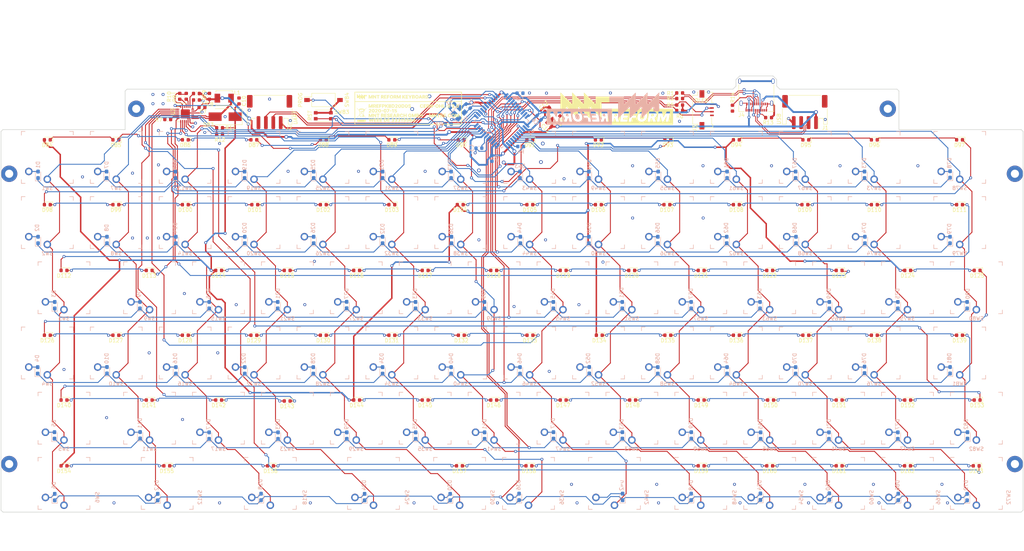
<source format=kicad_pcb>
(kicad_pcb (version 20171130) (host pcbnew 5.1.6+dfsg1-1)
  (layers (0 F.Cu signal) (31 B.Cu signal) (34 B.Paste user hide) (35 F.Paste user hide) (36 B.SilkS user) (37 F.SilkS user) (38 B.Mask user hide) (39 F.Mask user hide) (44 Edge.Cuts user))
  (net 0 "")
  (net 1 "Net-(D1-Pad2)")
  (net 2 "Net-(D2-Pad2)")
  (net 3 "Net-(D3-Pad2)")
  (net 4 "Net-(D4-Pad2)")
  (net 5 "Net-(D5-Pad2)")
  (net 6 "Net-(D6-Pad2)")
  (net 7 "Net-(D7-Pad2)")
  (net 8 "Net-(D8-Pad2)")
  (net 9 "Net-(D9-Pad2)")
  (net 10 "Net-(D10-Pad2)")
  (net 11 "Net-(D11-Pad2)")
  (net 12 "Net-(D12-Pad2)")
  (net 13 "Net-(D13-Pad2)")
  (net 14 "Net-(D14-Pad2)")
  (net 15 "Net-(D15-Pad2)")
  (net 16 "Net-(D16-Pad2)")
  (net 17 "Net-(D17-Pad2)")
  (net 18 "Net-(D18-Pad2)")
  (net 19 "Net-(D19-Pad2)")
  (net 20 "Net-(D20-Pad2)")
  (net 21 "Net-(D21-Pad2)")
  (net 22 "Net-(D22-Pad2)")
  (net 23 "Net-(D23-Pad2)")
  (net 24 "Net-(D24-Pad2)")
  (net 25 "Net-(D25-Pad2)")
  (net 26 "Net-(D26-Pad2)")
  (net 27 "Net-(D27-Pad2)")
  (net 28 "Net-(D28-Pad2)")
  (net 29 "Net-(D29-Pad2)")
  (net 30 "Net-(D30-Pad2)")
  (net 31 "Net-(D31-Pad2)")
  (net 32 "Net-(D32-Pad2)")
  (net 33 "Net-(D33-Pad2)")
  (net 34 "Net-(D34-Pad2)")
  (net 35 "Net-(D35-Pad2)")
  (net 36 "Net-(D36-Pad2)")
  (net 37 "Net-(D37-Pad2)")
  (net 38 "Net-(D38-Pad2)")
  (net 39 "Net-(D39-Pad2)")
  (net 40 "Net-(D40-Pad2)")
  (net 41 "Net-(D41-Pad2)")
  (net 42 "Net-(D42-Pad2)")
  (net 43 "Net-(D43-Pad2)")
  (net 44 "Net-(D44-Pad2)")
  (net 45 "Net-(D45-Pad2)")
  (net 46 "Net-(D46-Pad2)")
  (net 47 "Net-(D47-Pad2)")
  (net 48 "Net-(D48-Pad2)")
  (net 49 "Net-(D49-Pad2)")
  (net 50 "Net-(D50-Pad2)")
  (net 51 "Net-(D51-Pad2)")
  (net 52 "Net-(D52-Pad2)")
  (net 53 "Net-(D53-Pad2)")
  (net 54 "Net-(D54-Pad2)")
  (net 55 "Net-(D55-Pad2)")
  (net 56 "Net-(D56-Pad2)")
  (net 57 "Net-(D57-Pad2)")
  (net 58 "Net-(D58-Pad2)")
  (net 59 "Net-(D59-Pad2)")
  (net 60 "Net-(D60-Pad2)")
  (net 61 "Net-(D61-Pad2)")
  (net 62 "Net-(D62-Pad2)")
  (net 63 "Net-(D63-Pad2)")
  (net 64 "Net-(D64-Pad2)")
  (net 65 "Net-(D65-Pad2)")
  (net 66 "Net-(D66-Pad2)")
  (net 67 "Net-(D67-Pad2)")
  (net 68 "Net-(D68-Pad2)")
  (net 69 "Net-(D69-Pad2)")
  (net 70 "Net-(D70-Pad2)")
  (net 71 "Net-(D71-Pad2)")
  (net 72 "Net-(D72-Pad2)")
  (net 73 "Net-(D73-Pad2)")
  (net 74 "Net-(D74-Pad2)")
  (net 75 "Net-(D75-Pad2)")
  (net 76 "Net-(D76-Pad2)")
  (net 77 "Net-(D77-Pad2)")
  (net 78 "Net-(C1-Pad1)")
  (net 79 GND)
  (net 80 "Net-(C3-Pad1)")
  (net 81 ROW1)
  (net 82 ROW2)
  (net 83 ROW3)
  (net 84 ROW4)
  (net 85 ROW5)
  (net 86 ROW6)
  (net 87 RESET)
  (net 88 D-)
  (net 89 D+)
  (net 90 COL1)
  (net 91 COL2)
  (net 92 COL3)
  (net 93 COL4)
  (net 94 COL5)
  (net 95 COL6)
  (net 96 COL7)
  (net 97 COL8)
  (net 98 COL9)
  (net 99 COL10)
  (net 100 COL11)
  (net 101 COL12)
  (net 102 COL13)
  (net 103 COL14)
  (net 104 "Net-(C2-Pad1)")
  (net 105 "Net-(D78-Pad2)")
  (net 106 "Net-(D79-Pad2)")
  (net 107 "Net-(D80-Pad2)")
  (net 108 "Net-(D81-Pad2)")
  (net 109 "Net-(D82-Pad2)")
  (net 110 +5V)
  (net 111 UART_TX)
  (net 112 UART_RX)
  (net 113 "Net-(R4-Pad1)")
  (net 114 PROG)
  (net 115 "/Reform KBD MCU/UD+")
  (net 116 "/Reform KBD MCU/UD-")
  (net 117 +3V3)
  (net 118 DISP_SCL)
  (net 119 DISP_SDA)
  (net 120 "Net-(C9-Pad1)")
  (net 121 "Net-(C10-Pad1)")
  (net 122 "Net-(D83-Pad2)")
  (net 123 "Net-(D84-Pad1)")
  (net 124 "Net-(D85-Pad1)")
  (net 125 "Net-(D86-Pad1)")
  (net 126 "Net-(D87-Pad1)")
  (net 127 "Net-(D88-Pad1)")
  (net 128 "Net-(D89-Pad1)")
  (net 129 "Net-(D90-Pad1)")
  (net 130 "Net-(D91-Pad1)")
  (net 131 "Net-(D92-Pad1)")
  (net 132 "Net-(D93-Pad1)")
  (net 133 "Net-(D94-Pad1)")
  (net 134 "Net-(D95-Pad1)")
  (net 135 "Net-(D96-Pad1)")
  (net 136 "Net-(D97-Pad1)")
  (net 137 "Net-(D98-Pad1)")
  (net 138 "Net-(D100-Pad1)")
  (net 139 "Net-(D101-Pad1)")
  (net 140 "Net-(D102-Pad1)")
  (net 141 "Net-(D103-Pad1)")
  (net 142 "Net-(D104-Pad1)")
  (net 143 "Net-(D105-Pad1)")
  (net 144 "Net-(D106-Pad1)")
  (net 145 "Net-(D107-Pad1)")
  (net 146 "Net-(D108-Pad1)")
  (net 147 "Net-(D109-Pad1)")
  (net 148 "Net-(D110-Pad1)")
  (net 149 "Net-(D111-Pad1)")
  (net 150 "Net-(D112-Pad1)")
  (net 151 "Net-(D113-Pad1)")
  (net 152 "Net-(D114-Pad1)")
  (net 153 "Net-(D115-Pad1)")
  (net 154 "Net-(D116-Pad1)")
  (net 155 "Net-(D117-Pad1)")
  (net 156 "Net-(D118-Pad1)")
  (net 157 "Net-(D119-Pad1)")
  (net 158 "Net-(D120-Pad1)")
  (net 159 "Net-(D121-Pad1)")
  (net 160 "Net-(D122-Pad1)")
  (net 161 "Net-(D123-Pad1)")
  (net 162 "Net-(D124-Pad1)")
  (net 163 "Net-(D125-Pad1)")
  (net 164 "Net-(D126-Pad1)")
  (net 165 "Net-(D127-Pad1)")
  (net 166 "Net-(D128-Pad1)")
  (net 167 "Net-(D129-Pad1)")
  (net 168 "Net-(D130-Pad1)")
  (net 169 "Net-(D131-Pad1)")
  (net 170 "Net-(D132-Pad1)")
  (net 171 "Net-(D133-Pad1)")
  (net 172 "Net-(D134-Pad1)")
  (net 173 "Net-(D135-Pad1)")
  (net 174 "Net-(D136-Pad1)")
  (net 175 "Net-(D137-Pad1)")
  (net 176 "Net-(D138-Pad1)")
  (net 177 "Net-(D139-Pad1)")
  (net 178 "Net-(D140-Pad1)")
  (net 179 "Net-(D141-Pad1)")
  (net 180 "Net-(D142-Pad1)")
  (net 181 "Net-(D143-Pad1)")
  (net 182 "Net-(D144-Pad1)")
  (net 183 "Net-(D145-Pad1)")
  (net 184 "Net-(D146-Pad1)")
  (net 185 "Net-(D147-Pad1)")
  (net 186 "Net-(R7-Pad1)")
  (net 187 "Net-(R8-Pad1)")
  (net 188 "Net-(R9-Pad2)")
  (net 189 "Net-(R10-Pad1)")
  (net 190 "Net-(R11-Pad2)")
  (net 191 "Net-(U2-Pad21)")
  (net 192 "Net-(U2-Pad4)")
  (net 193 "Net-(D100-Pad2)")
  (net 194 "Net-(D148-Pad1)")
  (net 195 "Net-(D149-Pad1)")
  (net 196 "Net-(D150-Pad1)")
  (net 197 "Net-(D151-Pad1)")
  (net 198 "Net-(D152-Pad1)")
  (net 199 "Net-(D153-Pad1)")
  (net 200 "Net-(D154-Pad1)")
  (net 201 "Net-(D155-Pad1)")
  (net 202 "Net-(D156-Pad1)")
  (net 203 "Net-(D157-Pad1)")
  (net 204 "Net-(D158-Pad1)")
  (net 205 "Net-(D159-Pad1)")
  (net 206 "Net-(D160-Pad1)")
  (net 207 "Net-(D161-Pad1)")
  (net 208 "Net-(D162-Pad1)")
  (net 209 "Net-(D163-Pad1)")
  (net 210 "Net-(J4-PadB8)")
  (net 211 "Net-(J4-PadB5)")
  (net 212 "Net-(J4-PadA8)")
  (net 213 "Net-(J4-PadA5)")
  (net 214 PWM)
  (module keyswitches:PG1350 (layer F.Cu) (at 184.9 38.24)
    (fp_text reference SW55 (at 0 8.3) (layer B.SilkS) (effects (justify mirror)))
    (fp_text value Choc)
    (pad "" np_thru_hole circle (at 0 0) (size 3.429 3.429) (drill 3.429) (layers *.Cu *.Mask))
    (pad 2 thru_hole circle (at -5 3.8) (size 2.032 2.032) (drill 1.27) (layers *.Cu *.Mask) (net 55 "Net-(D55-Pad2)"))
    (pad 1 thru_hole circle (at 0 5.9) (size 2.032 2.032) (drill 1.27) (layers *.Cu *.Mask) (net 99 COL10))
    (pad "" np_thru_hole circle (at 5.5 0) (size 1.7018 1.7018) (drill 1.7018) (layers *.Cu *.Mask))
    (pad "" np_thru_hole circle (at -5.5 0) (size 1.7018 1.7018) (drill 1.7018) (layers *.Cu *.Mask))
  )
  (module keyswitches:PG1350 (layer F.Cu) (at 170.6 126.24)
    (fp_text reference SW42 (at 8.7 3.76 90) (layer B.SilkS) (effects (justify mirror)))
    (fp_text value Choc)
    (pad "" np_thru_hole circle (at 0 0) (size 3.429 3.429) (drill 3.429) (layers *.Cu *.Mask))
    (pad 2 thru_hole circle (at -5 3.8) (size 2.032 2.032) (drill 1.27) (layers *.Cu *.Mask) (net 42 "Net-(D42-Pad2)"))
    (pad 1 thru_hole circle (at 0 5.9) (size 2.032 2.032) (drill 1.27) (layers *.Cu *.Mask) (net 96 COL7))
    (pad "" np_thru_hole circle (at 5.5 0) (size 1.7018 1.7018) (drill 1.7018) (layers *.Cu *.Mask))
    (pad "" np_thru_hole circle (at -5.5 0) (size 1.7018 1.7018) (drill 1.7018) (layers *.Cu *.Mask))
  )
  (module keyswitches:PG1350 (layer F.Cu) (at 147.4 126.24)
    (fp_text reference SW36 (at 9 3.76 90) (layer B.SilkS) (effects (justify mirror)))
    (fp_text value Choc)
    (pad "" np_thru_hole circle (at 0 0) (size 3.429 3.429) (drill 3.429) (layers *.Cu *.Mask))
    (pad 2 thru_hole circle (at -5 3.8) (size 2.032 2.032) (drill 1.27) (layers *.Cu *.Mask) (net 36 "Net-(D36-Pad2)"))
    (pad 1 thru_hole circle (at 0 5.9) (size 2.032 2.032) (drill 1.27) (layers *.Cu *.Mask) (net 95 COL6))
    (pad "" np_thru_hole circle (at 5.5 0) (size 1.7018 1.7018) (drill 1.7018) (layers *.Cu *.Mask))
    (pad "" np_thru_hole circle (at -5.5 0) (size 1.7018 1.7018) (drill 1.7018) (layers *.Cu *.Mask))
  )
  (module keyswitches:PG1350 (layer F.Cu) (at 184.9 55.84)
    (fp_text reference SW56 (at 0 8.3) (layer B.SilkS) (effects (justify mirror)))
    (fp_text value Choc)
    (pad "" np_thru_hole circle (at 0 0) (size 3.429 3.429) (drill 3.429) (layers *.Cu *.Mask))
    (pad 2 thru_hole circle (at -5 3.8) (size 2.032 2.032) (drill 1.27) (layers *.Cu *.Mask) (net 56 "Net-(D56-Pad2)"))
    (pad 1 thru_hole circle (at 0 5.9) (size 2.032 2.032) (drill 1.27) (layers *.Cu *.Mask) (net 99 COL10))
    (pad "" np_thru_hole circle (at 5.5 0) (size 1.7018 1.7018) (drill 1.7018) (layers *.Cu *.Mask))
    (pad "" np_thru_hole circle (at -5.5 0) (size 1.7018 1.7018) (drill 1.7018) (layers *.Cu *.Mask))
  )
  (module keyswitches:PG1350 (layer F.Cu) (at 128.8 126.24)
    (fp_text reference SW30 (at 8.9 3.76 90) (layer B.SilkS) (effects (justify mirror)))
    (fp_text value Choc)
    (pad "" np_thru_hole circle (at 0 0) (size 3.429 3.429) (drill 3.429) (layers *.Cu *.Mask))
    (pad 2 thru_hole circle (at -5 3.8) (size 2.032 2.032) (drill 1.27) (layers *.Cu *.Mask) (net 30 "Net-(D30-Pad2)"))
    (pad 1 thru_hole circle (at 0 5.9) (size 2.032 2.032) (drill 1.27) (layers *.Cu *.Mask) (net 94 COL5))
    (pad "" np_thru_hole circle (at 5.5 0) (size 1.7018 1.7018) (drill 1.7018) (layers *.Cu *.Mask))
    (pad "" np_thru_hole circle (at -5.5 0) (size 1.7018 1.7018) (drill 1.7018) (layers *.Cu *.Mask))
  )
  (module keyswitches:PG1350 (layer F.Cu) (at 105.55 126.24)
    (fp_text reference SW24 (at 9.1 3.76 90) (layer B.SilkS) (effects (justify mirror)))
    (fp_text value Choc)
    (pad "" np_thru_hole circle (at 0 0) (size 3.429 3.429) (drill 3.429) (layers *.Cu *.Mask))
    (pad 2 thru_hole circle (at -5 3.8) (size 2.032 2.032) (drill 1.27) (layers *.Cu *.Mask) (net 24 "Net-(D24-Pad2)"))
    (pad 1 thru_hole circle (at 0 5.9) (size 2.032 2.032) (drill 1.27) (layers *.Cu *.Mask) (net 93 COL4))
    (pad "" np_thru_hole circle (at 5.5 0) (size 1.7018 1.7018) (drill 1.7018) (layers *.Cu *.Mask))
    (pad "" np_thru_hole circle (at -5.5 0) (size 1.7018 1.7018) (drill 1.7018) (layers *.Cu *.Mask))
  )
  (module keyswitches:PG1350 (layer F.Cu) (at 77.7 126.24)
    (fp_text reference SW18 (at 9.3 3.76 90) (layer B.SilkS) (effects (justify mirror)))
    (fp_text value Choc)
    (pad "" np_thru_hole circle (at 0 0) (size 3.429 3.429) (drill 3.429) (layers *.Cu *.Mask))
    (pad 2 thru_hole circle (at -5 3.8) (size 2.032 2.032) (drill 1.27) (layers *.Cu *.Mask) (net 18 "Net-(D18-Pad2)"))
    (pad 1 thru_hole circle (at 0 5.9) (size 2.032 2.032) (drill 1.27) (layers *.Cu *.Mask) (net 92 COL3))
    (pad "" np_thru_hole circle (at 5.5 0) (size 1.7018 1.7018) (drill 1.7018) (layers *.Cu *.Mask))
    (pad "" np_thru_hole circle (at -5.5 0) (size 1.7018 1.7018) (drill 1.7018) (layers *.Cu *.Mask))
  )
  (module keyswitches:PG1350 (layer F.Cu) (at 49.85 126.24)
    (fp_text reference SW12 (at 8.85 3.76 90) (layer B.SilkS) (effects (justify mirror)))
    (fp_text value Choc)
    (pad "" np_thru_hole circle (at 0 0) (size 3.429 3.429) (drill 3.429) (layers *.Cu *.Mask))
    (pad 2 thru_hole circle (at -5 3.8) (size 2.032 2.032) (drill 1.27) (layers *.Cu *.Mask) (net 12 "Net-(D12-Pad2)"))
    (pad 1 thru_hole circle (at 0 5.9) (size 2.032 2.032) (drill 1.27) (layers *.Cu *.Mask) (net 91 COL2))
    (pad "" np_thru_hole circle (at 5.5 0) (size 1.7018 1.7018) (drill 1.7018) (layers *.Cu *.Mask))
    (pad "" np_thru_hole circle (at -5.5 0) (size 1.7018 1.7018) (drill 1.7018) (layers *.Cu *.Mask))
  )
  (module keyswitches:PG1350 (layer F.Cu) (at 22 108.64)
    (fp_text reference SW5 (at 0 8.3) (layer B.SilkS) (effects (justify mirror)))
    (fp_text value Choc)
    (pad "" np_thru_hole circle (at 0 0) (size 3.429 3.429) (drill 3.429) (layers *.Cu *.Mask))
    (pad 2 thru_hole circle (at -5 3.8) (size 2.032 2.032) (drill 1.27) (layers *.Cu *.Mask) (net 5 "Net-(D5-Pad2)"))
    (pad 1 thru_hole circle (at 0 5.9) (size 2.032 2.032) (drill 1.27) (layers *.Cu *.Mask) (net 90 COL1))
    (pad "" np_thru_hole circle (at 5.5 0) (size 1.7018 1.7018) (drill 1.7018) (layers *.Cu *.Mask))
    (pad "" np_thru_hole circle (at -5.5 0) (size 1.7018 1.7018) (drill 1.7018) (layers *.Cu *.Mask))
  )
  (module keyswitches:PG1350 (layer F.Cu) (at 263.8 91.04)
    (fp_text reference SW81 (at 0 8.3) (layer B.SilkS) (effects (justify mirror)))
    (fp_text value Choc)
    (pad "" np_thru_hole circle (at 0 0) (size 3.429 3.429) (drill 3.429) (layers *.Cu *.Mask))
    (pad 2 thru_hole circle (at -5 3.8) (size 2.032 2.032) (drill 1.27) (layers *.Cu *.Mask) (net 108 "Net-(D81-Pad2)"))
    (pad 1 thru_hole circle (at 0 5.9) (size 2.032 2.032) (drill 1.27) (layers *.Cu *.Mask) (net 103 COL14))
    (pad "" np_thru_hole circle (at 5.5 0) (size 1.7018 1.7018) (drill 1.7018) (layers *.Cu *.Mask))
    (pad "" np_thru_hole circle (at -5.5 0) (size 1.7018 1.7018) (drill 1.7018) (layers *.Cu *.Mask))
  )
  (module keyswitches:PG1350 (layer F.Cu) (at 22 73.44)
    (fp_text reference SW3 (at 0 8.3) (layer B.SilkS) (effects (justify mirror)))
    (fp_text value Choc)
    (pad "" np_thru_hole circle (at 0 0) (size 3.429 3.429) (drill 3.429) (layers *.Cu *.Mask))
    (pad 2 thru_hole circle (at -5 3.8) (size 2.032 2.032) (drill 1.27) (layers *.Cu *.Mask) (net 3 "Net-(D3-Pad2)"))
    (pad 1 thru_hole circle (at 0 5.9) (size 2.032 2.032) (drill 1.27) (layers *.Cu *.Mask) (net 90 COL1))
    (pad "" np_thru_hole circle (at 5.5 0) (size 1.7018 1.7018) (drill 1.7018) (layers *.Cu *.Mask))
    (pad "" np_thru_hole circle (at -5.5 0) (size 1.7018 1.7018) (drill 1.7018) (layers *.Cu *.Mask))
  )
  (module keyswitches:PG1350 (layer F.Cu) (at 263.8 55.84)
    (fp_text reference SW79 (at 0 8.3) (layer B.SilkS) (effects (justify mirror)))
    (fp_text value Choc)
    (pad "" np_thru_hole circle (at 0 0) (size 3.429 3.429) (drill 3.429) (layers *.Cu *.Mask))
    (pad 2 thru_hole circle (at -5 3.8) (size 2.032 2.032) (drill 1.27) (layers *.Cu *.Mask) (net 106 "Net-(D79-Pad2)"))
    (pad 1 thru_hole circle (at 0 5.9) (size 2.032 2.032) (drill 1.27) (layers *.Cu *.Mask) (net 103 COL14))
    (pad "" np_thru_hole circle (at 5.5 0) (size 1.7018 1.7018) (drill 1.7018) (layers *.Cu *.Mask))
    (pad "" np_thru_hole circle (at -5.5 0) (size 1.7018 1.7018) (drill 1.7018) (layers *.Cu *.Mask))
  )
  (module keyswitches:PG1350 (layer F.Cu) (at 263.8 38.24)
    (fp_text reference SW78 (at 0 8.3) (layer B.SilkS) (effects (justify mirror)))
    (fp_text value Choc)
    (pad "" np_thru_hole circle (at 0 0) (size 3.429 3.429) (drill 3.429) (layers *.Cu *.Mask))
    (pad 2 thru_hole circle (at -5 3.8) (size 2.032 2.032) (drill 1.27) (layers *.Cu *.Mask) (net 105 "Net-(D78-Pad2)"))
    (pad 1 thru_hole circle (at 0 5.9) (size 2.032 2.032) (drill 1.27) (layers *.Cu *.Mask) (net 103 COL14))
    (pad "" np_thru_hole circle (at 5.5 0) (size 1.7018 1.7018) (drill 1.7018) (layers *.Cu *.Mask))
    (pad "" np_thru_hole circle (at -5.5 0) (size 1.7018 1.7018) (drill 1.7018) (layers *.Cu *.Mask))
  )
  (module keyswitches:PG1350 (layer F.Cu) (at 36.1 38.24)
    (fp_text reference SW7 (at 0 8.3) (layer B.SilkS) (effects (justify mirror)))
    (fp_text value Choc)
    (pad "" np_thru_hole circle (at 0 0) (size 3.429 3.429) (drill 3.429) (layers *.Cu *.Mask))
    (pad 2 thru_hole circle (at -5 3.8) (size 2.032 2.032) (drill 1.27) (layers *.Cu *.Mask) (net 7 "Net-(D7-Pad2)"))
    (pad 1 thru_hole circle (at 0 5.9) (size 2.032 2.032) (drill 1.27) (layers *.Cu *.Mask) (net 91 COL2))
    (pad "" np_thru_hole circle (at 5.5 0) (size 1.7018 1.7018) (drill 1.7018) (layers *.Cu *.Mask))
    (pad "" np_thru_hole circle (at -5.5 0) (size 1.7018 1.7018) (drill 1.7018) (layers *.Cu *.Mask))
  )
  (module keyswitches:PG1350 (layer F.Cu) (at 268.3 126.24)
    (fp_text reference SW72 (at 8.7 3.76 90) (layer B.SilkS) (effects (justify mirror)))
    (fp_text value Choc)
    (pad "" np_thru_hole circle (at 0 0) (size 3.429 3.429) (drill 3.429) (layers *.Cu *.Mask))
    (pad 2 thru_hole circle (at -5 3.8) (size 2.032 2.032) (drill 1.27) (layers *.Cu *.Mask) (net 72 "Net-(D72-Pad2)"))
    (pad 1 thru_hole circle (at 0 5.9) (size 2.032 2.032) (drill 1.27) (layers *.Cu *.Mask) (net 101 COL12))
    (pad "" np_thru_hole circle (at 5.5 0) (size 1.7018 1.7018) (drill 1.7018) (layers *.Cu *.Mask))
    (pad "" np_thru_hole circle (at -5.5 0) (size 1.7018 1.7018) (drill 1.7018) (layers *.Cu *.Mask))
  )
  (module keyswitches:PG1350 (layer F.Cu) (at 249.7 126.24)
    (fp_text reference SW66 (at 8.3 3.76 90) (layer B.SilkS) (effects (justify mirror)))
    (fp_text value Choc)
    (pad "" np_thru_hole circle (at 0 0) (size 3.429 3.429) (drill 3.429) (layers *.Cu *.Mask))
    (pad 2 thru_hole circle (at -5 3.8) (size 2.032 2.032) (drill 1.27) (layers *.Cu *.Mask) (net 66 "Net-(D66-Pad2)"))
    (pad 1 thru_hole circle (at 0 5.9) (size 2.032 2.032) (drill 1.27) (layers *.Cu *.Mask) (net 100 COL11))
    (pad "" np_thru_hole circle (at 5.5 0) (size 1.7018 1.7018) (drill 1.7018) (layers *.Cu *.Mask))
    (pad "" np_thru_hole circle (at -5.5 0) (size 1.7018 1.7018) (drill 1.7018) (layers *.Cu *.Mask))
  )
  (module keyswitches:PG1350 (layer F.Cu) (at 231.1 126.24)
    (fp_text reference SW60 (at 8.9 3.76 90) (layer B.SilkS) (effects (justify mirror)))
    (fp_text value Choc)
    (pad "" np_thru_hole circle (at 0 0) (size 3.429 3.429) (drill 3.429) (layers *.Cu *.Mask))
    (pad 2 thru_hole circle (at -5 3.8) (size 2.032 2.032) (drill 1.27) (layers *.Cu *.Mask) (net 60 "Net-(D60-Pad2)"))
    (pad 1 thru_hole circle (at 0 5.9) (size 2.032 2.032) (drill 1.27) (layers *.Cu *.Mask) (net 99 COL10))
    (pad "" np_thru_hole circle (at 5.5 0) (size 1.7018 1.7018) (drill 1.7018) (layers *.Cu *.Mask))
    (pad "" np_thru_hole circle (at -5.5 0) (size 1.7018 1.7018) (drill 1.7018) (layers *.Cu *.Mask))
  )
  (module keyswitches:PG1350 (layer F.Cu) (at 212.5 126.24)
    (fp_text reference SW54 (at 8.5 3.76 90) (layer B.SilkS) (effects (justify mirror)))
    (fp_text value Choc)
    (pad "" np_thru_hole circle (at 0 0) (size 3.429 3.429) (drill 3.429) (layers *.Cu *.Mask))
    (pad 2 thru_hole circle (at -5 3.8) (size 2.032 2.032) (drill 1.27) (layers *.Cu *.Mask) (net 54 "Net-(D54-Pad2)"))
    (pad 1 thru_hole circle (at 0 5.9) (size 2.032 2.032) (drill 1.27) (layers *.Cu *.Mask) (net 98 COL9))
    (pad "" np_thru_hole circle (at 5.5 0) (size 1.7018 1.7018) (drill 1.7018) (layers *.Cu *.Mask))
    (pad "" np_thru_hole circle (at -5.5 0) (size 1.7018 1.7018) (drill 1.7018) (layers *.Cu *.Mask))
  )
  (module keyswitches:PG1350 (layer F.Cu) (at 193.9 126.24)
    (fp_text reference SW48 (at 9.1 3.76 90) (layer B.SilkS) (effects (justify mirror)))
    (fp_text value Choc)
    (pad "" np_thru_hole circle (at 0 0) (size 3.429 3.429) (drill 3.429) (layers *.Cu *.Mask))
    (pad 2 thru_hole circle (at -5 3.8) (size 2.032 2.032) (drill 1.27) (layers *.Cu *.Mask) (net 48 "Net-(D48-Pad2)"))
    (pad 1 thru_hole circle (at 0 5.9) (size 2.032 2.032) (drill 1.27) (layers *.Cu *.Mask) (net 97 COL8))
    (pad "" np_thru_hole circle (at 5.5 0) (size 1.7018 1.7018) (drill 1.7018) (layers *.Cu *.Mask))
    (pad "" np_thru_hole circle (at -5.5 0) (size 1.7018 1.7018) (drill 1.7018) (layers *.Cu *.Mask))
  )
  (module keyswitches:PG1350 (layer F.Cu) (at 22 126.24)
    (fp_text reference SW6 (at 9 3.76 90) (layer B.SilkS) (effects (justify mirror)))
    (fp_text value Choc)
    (pad "" np_thru_hole circle (at 0 0) (size 3.429 3.429) (drill 3.429) (layers *.Cu *.Mask))
    (pad 2 thru_hole circle (at -5 3.8) (size 2.032 2.032) (drill 1.27) (layers *.Cu *.Mask) (net 6 "Net-(D6-Pad2)"))
    (pad 1 thru_hole circle (at 0 5.9) (size 2.032 2.032) (drill 1.27) (layers *.Cu *.Mask) (net 90 COL1))
    (pad "" np_thru_hole circle (at 5.5 0) (size 1.7018 1.7018) (drill 1.7018) (layers *.Cu *.Mask))
    (pad "" np_thru_hole circle (at -5.5 0) (size 1.7018 1.7018) (drill 1.7018) (layers *.Cu *.Mask))
  )
  (module keyswitches:PG1350 (layer F.Cu) (at 268.3 108.64)
    (fp_text reference SW82 (at 0 8.3) (layer B.SilkS) (effects (justify mirror)))
    (fp_text value Choc)
    (pad "" np_thru_hole circle (at 0 0) (size 3.429 3.429) (drill 3.429) (layers *.Cu *.Mask))
    (pad 2 thru_hole circle (at -5 3.8) (size 2.032 2.032) (drill 1.27) (layers *.Cu *.Mask) (net 109 "Net-(D82-Pad2)"))
    (pad 1 thru_hole circle (at 0 5.9) (size 2.032 2.032) (drill 1.27) (layers *.Cu *.Mask) (net 103 COL14))
    (pad "" np_thru_hole circle (at 5.5 0) (size 1.7018 1.7018) (drill 1.7018) (layers *.Cu *.Mask))
    (pad "" np_thru_hole circle (at -5.5 0) (size 1.7018 1.7018) (drill 1.7018) (layers *.Cu *.Mask))
  )
  (module keyswitches:PG1350 (layer F.Cu) (at 249.7 108.64)
    (fp_text reference SW77 (at 0 8.3) (layer B.SilkS) (effects (justify mirror)))
    (fp_text value Choc)
    (pad "" np_thru_hole circle (at 0 0) (size 3.429 3.429) (drill 3.429) (layers *.Cu *.Mask))
    (pad 2 thru_hole circle (at -5 3.8) (size 2.032 2.032) (drill 1.27) (layers *.Cu *.Mask) (net 77 "Net-(D77-Pad2)"))
    (pad 1 thru_hole circle (at 0 5.9) (size 2.032 2.032) (drill 1.27) (layers *.Cu *.Mask) (net 102 COL13))
    (pad "" np_thru_hole circle (at 5.5 0) (size 1.7018 1.7018) (drill 1.7018) (layers *.Cu *.Mask))
    (pad "" np_thru_hole circle (at -5.5 0) (size 1.7018 1.7018) (drill 1.7018) (layers *.Cu *.Mask))
  )
  (module keyswitches:PG1350 (layer F.Cu) (at 231.1 108.64)
    (fp_text reference SW71 (at 0 8.3) (layer B.SilkS) (effects (justify mirror)))
    (fp_text value Choc)
    (pad "" np_thru_hole circle (at 0 0) (size 3.429 3.429) (drill 3.429) (layers *.Cu *.Mask))
    (pad 2 thru_hole circle (at -5 3.8) (size 2.032 2.032) (drill 1.27) (layers *.Cu *.Mask) (net 71 "Net-(D71-Pad2)"))
    (pad 1 thru_hole circle (at 0 5.9) (size 2.032 2.032) (drill 1.27) (layers *.Cu *.Mask) (net 101 COL12))
    (pad "" np_thru_hole circle (at 5.5 0) (size 1.7018 1.7018) (drill 1.7018) (layers *.Cu *.Mask))
    (pad "" np_thru_hole circle (at -5.5 0) (size 1.7018 1.7018) (drill 1.7018) (layers *.Cu *.Mask))
  )
  (module keyswitches:PG1350 (layer F.Cu) (at 212.5 108.64)
    (fp_text reference SW65 (at 0 8.3) (layer B.SilkS) (effects (justify mirror)))
    (fp_text value Choc)
    (pad "" np_thru_hole circle (at 0 0) (size 3.429 3.429) (drill 3.429) (layers *.Cu *.Mask))
    (pad 2 thru_hole circle (at -5 3.8) (size 2.032 2.032) (drill 1.27) (layers *.Cu *.Mask) (net 65 "Net-(D65-Pad2)"))
    (pad 1 thru_hole circle (at 0 5.9) (size 2.032 2.032) (drill 1.27) (layers *.Cu *.Mask) (net 100 COL11))
    (pad "" np_thru_hole circle (at 5.5 0) (size 1.7018 1.7018) (drill 1.7018) (layers *.Cu *.Mask))
    (pad "" np_thru_hole circle (at -5.5 0) (size 1.7018 1.7018) (drill 1.7018) (layers *.Cu *.Mask))
  )
  (module keyswitches:PG1350 (layer F.Cu) (at 193.9 108.64)
    (fp_text reference SW59 (at 0 8.3) (layer B.SilkS) (effects (justify mirror)))
    (fp_text value Choc)
    (pad "" np_thru_hole circle (at 0 0) (size 3.429 3.429) (drill 3.429) (layers *.Cu *.Mask))
    (pad 2 thru_hole circle (at -5 3.8) (size 2.032 2.032) (drill 1.27) (layers *.Cu *.Mask) (net 59 "Net-(D59-Pad2)"))
    (pad 1 thru_hole circle (at 0 5.9) (size 2.032 2.032) (drill 1.27) (layers *.Cu *.Mask) (net 99 COL10))
    (pad "" np_thru_hole circle (at 5.5 0) (size 1.7018 1.7018) (drill 1.7018) (layers *.Cu *.Mask))
    (pad "" np_thru_hole circle (at -5.5 0) (size 1.7018 1.7018) (drill 1.7018) (layers *.Cu *.Mask))
  )
  (module keyswitches:PG1350 (layer F.Cu) (at 175.3 108.64)
    (fp_text reference SW53 (at 0 8.3) (layer B.SilkS) (effects (justify mirror)))
    (fp_text value Choc)
    (pad "" np_thru_hole circle (at 0 0) (size 3.429 3.429) (drill 3.429) (layers *.Cu *.Mask))
    (pad 2 thru_hole circle (at -5 3.8) (size 2.032 2.032) (drill 1.27) (layers *.Cu *.Mask) (net 53 "Net-(D53-Pad2)"))
    (pad 1 thru_hole circle (at 0 5.9) (size 2.032 2.032) (drill 1.27) (layers *.Cu *.Mask) (net 98 COL9))
    (pad "" np_thru_hole circle (at 5.5 0) (size 1.7018 1.7018) (drill 1.7018) (layers *.Cu *.Mask))
    (pad "" np_thru_hole circle (at -5.5 0) (size 1.7018 1.7018) (drill 1.7018) (layers *.Cu *.Mask))
  )
  (module keyswitches:PG1350 (layer F.Cu) (at 156.7 108.64)
    (fp_text reference SW47 (at 0 8.3) (layer B.SilkS) (effects (justify mirror)))
    (fp_text value Choc)
    (pad "" np_thru_hole circle (at 0 0) (size 3.429 3.429) (drill 3.429) (layers *.Cu *.Mask))
    (pad 2 thru_hole circle (at -5 3.8) (size 2.032 2.032) (drill 1.27) (layers *.Cu *.Mask) (net 47 "Net-(D47-Pad2)"))
    (pad 1 thru_hole circle (at 0 5.9) (size 2.032 2.032) (drill 1.27) (layers *.Cu *.Mask) (net 97 COL8))
    (pad "" np_thru_hole circle (at 5.5 0) (size 1.7018 1.7018) (drill 1.7018) (layers *.Cu *.Mask))
    (pad "" np_thru_hole circle (at -5.5 0) (size 1.7018 1.7018) (drill 1.7018) (layers *.Cu *.Mask))
  )
  (module keyswitches:PG1350 (layer F.Cu) (at 138.1 108.64)
    (fp_text reference SW41 (at 0 8.3) (layer B.SilkS) (effects (justify mirror)))
    (fp_text value Choc)
    (pad "" np_thru_hole circle (at 0 0) (size 3.429 3.429) (drill 3.429) (layers *.Cu *.Mask))
    (pad 2 thru_hole circle (at -5 3.8) (size 2.032 2.032) (drill 1.27) (layers *.Cu *.Mask) (net 41 "Net-(D41-Pad2)"))
    (pad 1 thru_hole circle (at 0 5.9) (size 2.032 2.032) (drill 1.27) (layers *.Cu *.Mask) (net 96 COL7))
    (pad "" np_thru_hole circle (at 5.5 0) (size 1.7018 1.7018) (drill 1.7018) (layers *.Cu *.Mask))
    (pad "" np_thru_hole circle (at -5.5 0) (size 1.7018 1.7018) (drill 1.7018) (layers *.Cu *.Mask))
  )
  (module keyswitches:PG1350 (layer F.Cu) (at 119.5 108.64)
    (fp_text reference SW35 (at 0 8.3) (layer B.SilkS) (effects (justify mirror)))
    (fp_text value Choc)
    (pad "" np_thru_hole circle (at 0 0) (size 3.429 3.429) (drill 3.429) (layers *.Cu *.Mask))
    (pad 2 thru_hole circle (at -5 3.8) (size 2.032 2.032) (drill 1.27) (layers *.Cu *.Mask) (net 35 "Net-(D35-Pad2)"))
    (pad 1 thru_hole circle (at 0 5.9) (size 2.032 2.032) (drill 1.27) (layers *.Cu *.Mask) (net 95 COL6))
    (pad "" np_thru_hole circle (at 5.5 0) (size 1.7018 1.7018) (drill 1.7018) (layers *.Cu *.Mask))
    (pad "" np_thru_hole circle (at -5.5 0) (size 1.7018 1.7018) (drill 1.7018) (layers *.Cu *.Mask))
  )
  (module keyswitches:PG1350 (layer F.Cu) (at 100.9 108.64)
    (fp_text reference SW29 (at 0 8.3) (layer B.SilkS) (effects (justify mirror)))
    (fp_text value Choc)
    (pad "" np_thru_hole circle (at 0 0) (size 3.429 3.429) (drill 3.429) (layers *.Cu *.Mask))
    (pad 2 thru_hole circle (at -5 3.8) (size 2.032 2.032) (drill 1.27) (layers *.Cu *.Mask) (net 29 "Net-(D29-Pad2)"))
    (pad 1 thru_hole circle (at 0 5.9) (size 2.032 2.032) (drill 1.27) (layers *.Cu *.Mask) (net 94 COL5))
    (pad "" np_thru_hole circle (at 5.5 0) (size 1.7018 1.7018) (drill 1.7018) (layers *.Cu *.Mask))
    (pad "" np_thru_hole circle (at -5.5 0) (size 1.7018 1.7018) (drill 1.7018) (layers *.Cu *.Mask))
  )
  (module keyswitches:PG1350 (layer F.Cu) (at 82.3 108.64)
    (fp_text reference SW23 (at 0 8.3) (layer B.SilkS) (effects (justify mirror)))
    (fp_text value Choc)
    (pad "" np_thru_hole circle (at 0 0) (size 3.429 3.429) (drill 3.429) (layers *.Cu *.Mask))
    (pad 2 thru_hole circle (at -5 3.8) (size 2.032 2.032) (drill 1.27) (layers *.Cu *.Mask) (net 23 "Net-(D23-Pad2)"))
    (pad 1 thru_hole circle (at 0 5.9) (size 2.032 2.032) (drill 1.27) (layers *.Cu *.Mask) (net 93 COL4))
    (pad "" np_thru_hole circle (at 5.5 0) (size 1.7018 1.7018) (drill 1.7018) (layers *.Cu *.Mask))
    (pad "" np_thru_hole circle (at -5.5 0) (size 1.7018 1.7018) (drill 1.7018) (layers *.Cu *.Mask))
  )
  (module keyswitches:PG1350 (layer F.Cu) (at 63.7 108.64)
    (fp_text reference SW17 (at 0 8.3) (layer B.SilkS) (effects (justify mirror)))
    (fp_text value Choc)
    (pad "" np_thru_hole circle (at 0 0) (size 3.429 3.429) (drill 3.429) (layers *.Cu *.Mask))
    (pad 2 thru_hole circle (at -5 3.8) (size 2.032 2.032) (drill 1.27) (layers *.Cu *.Mask) (net 17 "Net-(D17-Pad2)"))
    (pad 1 thru_hole circle (at 0 5.9) (size 2.032 2.032) (drill 1.27) (layers *.Cu *.Mask) (net 92 COL3))
    (pad "" np_thru_hole circle (at 5.5 0) (size 1.7018 1.7018) (drill 1.7018) (layers *.Cu *.Mask))
    (pad "" np_thru_hole circle (at -5.5 0) (size 1.7018 1.7018) (drill 1.7018) (layers *.Cu *.Mask))
  )
  (module keyswitches:PG1350 (layer F.Cu) (at 45.1 108.64)
    (fp_text reference SW11 (at 0 8.3 180) (layer B.SilkS) (effects (justify mirror)))
    (fp_text value Choc)
    (pad "" np_thru_hole circle (at 0 0) (size 3.429 3.429) (drill 3.429) (layers *.Cu *.Mask))
    (pad 2 thru_hole circle (at -5 3.8) (size 2.032 2.032) (drill 1.27) (layers *.Cu *.Mask) (net 11 "Net-(D11-Pad2)"))
    (pad 1 thru_hole circle (at 0 5.9) (size 2.032 2.032) (drill 1.27) (layers *.Cu *.Mask) (net 91 COL2))
    (pad "" np_thru_hole circle (at 5.5 0) (size 1.7018 1.7018) (drill 1.7018) (layers *.Cu *.Mask))
    (pad "" np_thru_hole circle (at -5.5 0) (size 1.7018 1.7018) (drill 1.7018) (layers *.Cu *.Mask))
  )
  (module keyswitches:PG1350 (layer F.Cu) (at 240.7 91.04)
    (fp_text reference SW76 (at 0 8.3) (layer B.SilkS) (effects (justify mirror)))
    (fp_text value Choc)
    (pad "" np_thru_hole circle (at 0 0) (size 3.429 3.429) (drill 3.429) (layers *.Cu *.Mask))
    (pad 2 thru_hole circle (at -5 3.8) (size 2.032 2.032) (drill 1.27) (layers *.Cu *.Mask) (net 76 "Net-(D76-Pad2)"))
    (pad 1 thru_hole circle (at 0 5.9) (size 2.032 2.032) (drill 1.27) (layers *.Cu *.Mask) (net 102 COL13))
    (pad "" np_thru_hole circle (at 5.5 0) (size 1.7018 1.7018) (drill 1.7018) (layers *.Cu *.Mask))
    (pad "" np_thru_hole circle (at -5.5 0) (size 1.7018 1.7018) (drill 1.7018) (layers *.Cu *.Mask))
  )
  (module keyswitches:PG1350 (layer F.Cu) (at 222.1 91.04)
    (fp_text reference SW70 (at 0 8.3) (layer B.SilkS) (effects (justify mirror)))
    (fp_text value Choc)
    (pad "" np_thru_hole circle (at 0 0) (size 3.429 3.429) (drill 3.429) (layers *.Cu *.Mask))
    (pad 2 thru_hole circle (at -5 3.8) (size 2.032 2.032) (drill 1.27) (layers *.Cu *.Mask) (net 70 "Net-(D70-Pad2)"))
    (pad 1 thru_hole circle (at 0 5.9) (size 2.032 2.032) (drill 1.27) (layers *.Cu *.Mask) (net 101 COL12))
    (pad "" np_thru_hole circle (at 5.5 0) (size 1.7018 1.7018) (drill 1.7018) (layers *.Cu *.Mask))
    (pad "" np_thru_hole circle (at -5.5 0) (size 1.7018 1.7018) (drill 1.7018) (layers *.Cu *.Mask))
  )
  (module keyswitches:PG1350 (layer F.Cu) (at 203.5 91.04)
    (fp_text reference SW64 (at 0 8.3) (layer B.SilkS) (effects (justify mirror)))
    (fp_text value Choc)
    (pad "" np_thru_hole circle (at 0 0) (size 3.429 3.429) (drill 3.429) (layers *.Cu *.Mask))
    (pad 2 thru_hole circle (at -5 3.8) (size 2.032 2.032) (drill 1.27) (layers *.Cu *.Mask) (net 64 "Net-(D64-Pad2)"))
    (pad 1 thru_hole circle (at 0 5.9) (size 2.032 2.032) (drill 1.27) (layers *.Cu *.Mask) (net 100 COL11))
    (pad "" np_thru_hole circle (at 5.5 0) (size 1.7018 1.7018) (drill 1.7018) (layers *.Cu *.Mask))
    (pad "" np_thru_hole circle (at -5.5 0) (size 1.7018 1.7018) (drill 1.7018) (layers *.Cu *.Mask))
  )
  (module keyswitches:PG1350 (layer F.Cu) (at 184.9 91.04)
    (fp_text reference SW58 (at 0 8.3) (layer B.SilkS) (effects (justify mirror)))
    (fp_text value Choc)
    (pad "" np_thru_hole circle (at 0 0) (size 3.429 3.429) (drill 3.429) (layers *.Cu *.Mask))
    (pad 2 thru_hole circle (at -5 3.8) (size 2.032 2.032) (drill 1.27) (layers *.Cu *.Mask) (net 58 "Net-(D58-Pad2)"))
    (pad 1 thru_hole circle (at 0 5.9) (size 2.032 2.032) (drill 1.27) (layers *.Cu *.Mask) (net 99 COL10))
    (pad "" np_thru_hole circle (at 5.5 0) (size 1.7018 1.7018) (drill 1.7018) (layers *.Cu *.Mask))
    (pad "" np_thru_hole circle (at -5.5 0) (size 1.7018 1.7018) (drill 1.7018) (layers *.Cu *.Mask))
  )
  (module keyswitches:PG1350 (layer F.Cu) (at 166.3 91.04)
    (fp_text reference SW52 (at 0 8.3) (layer B.SilkS) (effects (justify mirror)))
    (fp_text value Choc)
    (pad "" np_thru_hole circle (at 0 0) (size 3.429 3.429) (drill 3.429) (layers *.Cu *.Mask))
    (pad 2 thru_hole circle (at -5 3.8) (size 2.032 2.032) (drill 1.27) (layers *.Cu *.Mask) (net 52 "Net-(D52-Pad2)"))
    (pad 1 thru_hole circle (at 0 5.9) (size 2.032 2.032) (drill 1.27) (layers *.Cu *.Mask) (net 98 COL9))
    (pad "" np_thru_hole circle (at 5.5 0) (size 1.7018 1.7018) (drill 1.7018) (layers *.Cu *.Mask))
    (pad "" np_thru_hole circle (at -5.5 0) (size 1.7018 1.7018) (drill 1.7018) (layers *.Cu *.Mask))
  )
  (module keyswitches:PG1350 (layer F.Cu) (at 147.7 91.04)
    (fp_text reference SW46 (at 0 8.3) (layer B.SilkS) (effects (justify mirror)))
    (fp_text value Choc)
    (pad "" np_thru_hole circle (at 0 0) (size 3.429 3.429) (drill 3.429) (layers *.Cu *.Mask))
    (pad 2 thru_hole circle (at -5 3.8) (size 2.032 2.032) (drill 1.27) (layers *.Cu *.Mask) (net 46 "Net-(D46-Pad2)"))
    (pad 1 thru_hole circle (at 0 5.9) (size 2.032 2.032) (drill 1.27) (layers *.Cu *.Mask) (net 97 COL8))
    (pad "" np_thru_hole circle (at 5.5 0) (size 1.7018 1.7018) (drill 1.7018) (layers *.Cu *.Mask))
    (pad "" np_thru_hole circle (at -5.5 0) (size 1.7018 1.7018) (drill 1.7018) (layers *.Cu *.Mask))
  )
  (module keyswitches:PG1350 (layer F.Cu) (at 129.1 91.04)
    (fp_text reference SW40 (at 0 8.3) (layer B.SilkS) (effects (justify mirror)))
    (fp_text value Choc)
    (pad "" np_thru_hole circle (at 0 0) (size 3.429 3.429) (drill 3.429) (layers *.Cu *.Mask))
    (pad 2 thru_hole circle (at -5 3.8) (size 2.032 2.032) (drill 1.27) (layers *.Cu *.Mask) (net 40 "Net-(D40-Pad2)"))
    (pad 1 thru_hole circle (at 0 5.9) (size 2.032 2.032) (drill 1.27) (layers *.Cu *.Mask) (net 96 COL7))
    (pad "" np_thru_hole circle (at 5.5 0) (size 1.7018 1.7018) (drill 1.7018) (layers *.Cu *.Mask))
    (pad "" np_thru_hole circle (at -5.5 0) (size 1.7018 1.7018) (drill 1.7018) (layers *.Cu *.Mask))
  )
  (module keyswitches:PG1350 (layer F.Cu) (at 110.5 91.04)
    (fp_text reference SW34 (at 0 8.3) (layer B.SilkS) (effects (justify mirror)))
    (fp_text value Choc)
    (pad "" np_thru_hole circle (at 0 0) (size 3.429 3.429) (drill 3.429) (layers *.Cu *.Mask))
    (pad 2 thru_hole circle (at -5 3.8) (size 2.032 2.032) (drill 1.27) (layers *.Cu *.Mask) (net 34 "Net-(D34-Pad2)"))
    (pad 1 thru_hole circle (at 0 5.9) (size 2.032 2.032) (drill 1.27) (layers *.Cu *.Mask) (net 95 COL6))
    (pad "" np_thru_hole circle (at 5.5 0) (size 1.7018 1.7018) (drill 1.7018) (layers *.Cu *.Mask))
    (pad "" np_thru_hole circle (at -5.5 0) (size 1.7018 1.7018) (drill 1.7018) (layers *.Cu *.Mask))
  )
  (module keyswitches:PG1350 (layer F.Cu) (at 91.9 91.04)
    (fp_text reference SW28 (at 0 8.3) (layer B.SilkS) (effects (justify mirror)))
    (fp_text value Choc)
    (pad "" np_thru_hole circle (at 0 0) (size 3.429 3.429) (drill 3.429) (layers *.Cu *.Mask))
    (pad 2 thru_hole circle (at -5 3.8) (size 2.032 2.032) (drill 1.27) (layers *.Cu *.Mask) (net 28 "Net-(D28-Pad2)"))
    (pad 1 thru_hole circle (at 0 5.9) (size 2.032 2.032) (drill 1.27) (layers *.Cu *.Mask) (net 94 COL5))
    (pad "" np_thru_hole circle (at 5.5 0) (size 1.7018 1.7018) (drill 1.7018) (layers *.Cu *.Mask))
    (pad "" np_thru_hole circle (at -5.5 0) (size 1.7018 1.7018) (drill 1.7018) (layers *.Cu *.Mask))
  )
  (module keyswitches:PG1350 (layer F.Cu) (at 73.3 91.04)
    (fp_text reference SW22 (at 0 8.3) (layer B.SilkS) (effects (justify mirror)))
    (fp_text value Choc)
    (pad "" np_thru_hole circle (at 0 0) (size 3.429 3.429) (drill 3.429) (layers *.Cu *.Mask))
    (pad 2 thru_hole circle (at -5 3.8) (size 2.032 2.032) (drill 1.27) (layers *.Cu *.Mask) (net 22 "Net-(D22-Pad2)"))
    (pad 1 thru_hole circle (at 0 5.9) (size 2.032 2.032) (drill 1.27) (layers *.Cu *.Mask) (net 93 COL4))
    (pad "" np_thru_hole circle (at 5.5 0) (size 1.7018 1.7018) (drill 1.7018) (layers *.Cu *.Mask))
    (pad "" np_thru_hole circle (at -5.5 0) (size 1.7018 1.7018) (drill 1.7018) (layers *.Cu *.Mask))
  )
  (module keyswitches:PG1350 (layer F.Cu) (at 54.7 91.04)
    (fp_text reference SW16 (at 0 8.3) (layer B.SilkS) (effects (justify mirror)))
    (fp_text value Choc)
    (pad "" np_thru_hole circle (at 0 0) (size 3.429 3.429) (drill 3.429) (layers *.Cu *.Mask))
    (pad 2 thru_hole circle (at -5 3.8) (size 2.032 2.032) (drill 1.27) (layers *.Cu *.Mask) (net 16 "Net-(D16-Pad2)"))
    (pad 1 thru_hole circle (at 0 5.9) (size 2.032 2.032) (drill 1.27) (layers *.Cu *.Mask) (net 92 COL3))
    (pad "" np_thru_hole circle (at 5.5 0) (size 1.7018 1.7018) (drill 1.7018) (layers *.Cu *.Mask))
    (pad "" np_thru_hole circle (at -5.5 0) (size 1.7018 1.7018) (drill 1.7018) (layers *.Cu *.Mask))
  )
  (module keyswitches:PG1350 (layer F.Cu) (at 36.1 91.04)
    (fp_text reference SW10 (at 0 8.3) (layer B.SilkS) (effects (justify mirror)))
    (fp_text value Choc)
    (pad "" np_thru_hole circle (at 0 0) (size 3.429 3.429) (drill 3.429) (layers *.Cu *.Mask))
    (pad 2 thru_hole circle (at -5 3.8) (size 2.032 2.032) (drill 1.27) (layers *.Cu *.Mask) (net 10 "Net-(D10-Pad2)"))
    (pad 1 thru_hole circle (at 0 5.9) (size 2.032 2.032) (drill 1.27) (layers *.Cu *.Mask) (net 91 COL2))
    (pad "" np_thru_hole circle (at 5.5 0) (size 1.7018 1.7018) (drill 1.7018) (layers *.Cu *.Mask))
    (pad "" np_thru_hole circle (at -5.5 0) (size 1.7018 1.7018) (drill 1.7018) (layers *.Cu *.Mask))
  )
  (module keyswitches:PG1350 (layer F.Cu) (at 17.5 91.04)
    (fp_text reference SW4 (at 0 8.3) (layer B.SilkS) (effects (justify mirror)))
    (fp_text value Choc)
    (pad "" np_thru_hole circle (at 0 0) (size 3.429 3.429) (drill 3.429) (layers *.Cu *.Mask))
    (pad 2 thru_hole circle (at -5 3.8) (size 2.032 2.032) (drill 1.27) (layers *.Cu *.Mask) (net 4 "Net-(D4-Pad2)"))
    (pad 1 thru_hole circle (at 0 5.9) (size 2.032 2.032) (drill 1.27) (layers *.Cu *.Mask) (net 90 COL1))
    (pad "" np_thru_hole circle (at 5.5 0) (size 1.7018 1.7018) (drill 1.7018) (layers *.Cu *.Mask))
    (pad "" np_thru_hole circle (at -5.5 0) (size 1.7018 1.7018) (drill 1.7018) (layers *.Cu *.Mask))
  )
  (module keyswitches:PG1350 (layer F.Cu) (at 268.3 73.44)
    (fp_text reference SW80 (at 0 8.3) (layer B.SilkS) (effects (justify mirror)))
    (fp_text value Choc)
    (pad "" np_thru_hole circle (at 0 0) (size 3.429 3.429) (drill 3.429) (layers *.Cu *.Mask))
    (pad 2 thru_hole circle (at -5 3.8) (size 2.032 2.032) (drill 1.27) (layers *.Cu *.Mask) (net 107 "Net-(D80-Pad2)"))
    (pad 1 thru_hole circle (at 0 5.9) (size 2.032 2.032) (drill 1.27) (layers *.Cu *.Mask) (net 103 COL14))
    (pad "" np_thru_hole circle (at 5.5 0) (size 1.7018 1.7018) (drill 1.7018) (layers *.Cu *.Mask))
    (pad "" np_thru_hole circle (at -5.5 0) (size 1.7018 1.7018) (drill 1.7018) (layers *.Cu *.Mask))
  )
  (module keyswitches:PG1350 (layer F.Cu) (at 249.7 73.44)
    (fp_text reference SW75 (at 0 8.3) (layer B.SilkS) (effects (justify mirror)))
    (fp_text value Choc)
    (pad "" np_thru_hole circle (at 0 0) (size 3.429 3.429) (drill 3.429) (layers *.Cu *.Mask))
    (pad 2 thru_hole circle (at -5 3.8) (size 2.032 2.032) (drill 1.27) (layers *.Cu *.Mask) (net 75 "Net-(D75-Pad2)"))
    (pad 1 thru_hole circle (at 0 5.9) (size 2.032 2.032) (drill 1.27) (layers *.Cu *.Mask) (net 102 COL13))
    (pad "" np_thru_hole circle (at 5.5 0) (size 1.7018 1.7018) (drill 1.7018) (layers *.Cu *.Mask))
    (pad "" np_thru_hole circle (at -5.5 0) (size 1.7018 1.7018) (drill 1.7018) (layers *.Cu *.Mask))
  )
  (module keyswitches:PG1350 (layer F.Cu) (at 231.1 73.44)
    (fp_text reference SW69 (at 0 8.3) (layer B.SilkS) (effects (justify mirror)))
    (fp_text value Choc)
    (pad "" np_thru_hole circle (at 0 0) (size 3.429 3.429) (drill 3.429) (layers *.Cu *.Mask))
    (pad 2 thru_hole circle (at -5 3.8) (size 2.032 2.032) (drill 1.27) (layers *.Cu *.Mask) (net 69 "Net-(D69-Pad2)"))
    (pad 1 thru_hole circle (at 0 5.9) (size 2.032 2.032) (drill 1.27) (layers *.Cu *.Mask) (net 101 COL12))
    (pad "" np_thru_hole circle (at 5.5 0) (size 1.7018 1.7018) (drill 1.7018) (layers *.Cu *.Mask))
    (pad "" np_thru_hole circle (at -5.5 0) (size 1.7018 1.7018) (drill 1.7018) (layers *.Cu *.Mask))
  )
  (module keyswitches:PG1350 (layer F.Cu) (at 212.5 73.44)
    (fp_text reference SW63 (at 0 8.3) (layer B.SilkS) (effects (justify mirror)))
    (fp_text value Choc)
    (pad "" np_thru_hole circle (at 0 0) (size 3.429 3.429) (drill 3.429) (layers *.Cu *.Mask))
    (pad 2 thru_hole circle (at -5 3.8) (size 2.032 2.032) (drill 1.27) (layers *.Cu *.Mask) (net 63 "Net-(D63-Pad2)"))
    (pad 1 thru_hole circle (at 0 5.9) (size 2.032 2.032) (drill 1.27) (layers *.Cu *.Mask) (net 100 COL11))
    (pad "" np_thru_hole circle (at 5.5 0) (size 1.7018 1.7018) (drill 1.7018) (layers *.Cu *.Mask))
    (pad "" np_thru_hole circle (at -5.5 0) (size 1.7018 1.7018) (drill 1.7018) (layers *.Cu *.Mask))
  )
  (module keyswitches:PG1350 (layer F.Cu) (at 193.9 73.44)
    (fp_text reference SW57 (at 0 8.3) (layer B.SilkS) (effects (justify mirror)))
    (fp_text value Choc)
    (pad "" np_thru_hole circle (at 0 0) (size 3.429 3.429) (drill 3.429) (layers *.Cu *.Mask))
    (pad 2 thru_hole circle (at -5 3.8) (size 2.032 2.032) (drill 1.27) (layers *.Cu *.Mask) (net 57 "Net-(D57-Pad2)"))
    (pad 1 thru_hole circle (at 0 5.9) (size 2.032 2.032) (drill 1.27) (layers *.Cu *.Mask) (net 99 COL10))
    (pad "" np_thru_hole circle (at 5.5 0) (size 1.7018 1.7018) (drill 1.7018) (layers *.Cu *.Mask))
    (pad "" np_thru_hole circle (at -5.5 0) (size 1.7018 1.7018) (drill 1.7018) (layers *.Cu *.Mask))
  )
  (module keyswitches:PG1350 (layer F.Cu) (at 175.3 73.44)
    (fp_text reference SW51 (at 0 8.3) (layer B.SilkS) (effects (justify mirror)))
    (fp_text value Choc)
    (pad "" np_thru_hole circle (at 0 0) (size 3.429 3.429) (drill 3.429) (layers *.Cu *.Mask))
    (pad 2 thru_hole circle (at -5 3.8) (size 2.032 2.032) (drill 1.27) (layers *.Cu *.Mask) (net 51 "Net-(D51-Pad2)"))
    (pad 1 thru_hole circle (at 0 5.9) (size 2.032 2.032) (drill 1.27) (layers *.Cu *.Mask) (net 98 COL9))
    (pad "" np_thru_hole circle (at 5.5 0) (size 1.7018 1.7018) (drill 1.7018) (layers *.Cu *.Mask))
    (pad "" np_thru_hole circle (at -5.5 0) (size 1.7018 1.7018) (drill 1.7018) (layers *.Cu *.Mask))
  )
  (module keyswitches:PG1350 (layer F.Cu) (at 156.7 73.44)
    (fp_text reference SW45 (at 0 8.3) (layer B.SilkS) (effects (justify mirror)))
    (fp_text value Choc)
    (pad "" np_thru_hole circle (at 0 0) (size 3.429 3.429) (drill 3.429) (layers *.Cu *.Mask))
    (pad 2 thru_hole circle (at -5 3.8) (size 2.032 2.032) (drill 1.27) (layers *.Cu *.Mask) (net 45 "Net-(D45-Pad2)"))
    (pad 1 thru_hole circle (at 0 5.9) (size 2.032 2.032) (drill 1.27) (layers *.Cu *.Mask) (net 97 COL8))
    (pad "" np_thru_hole circle (at 5.5 0) (size 1.7018 1.7018) (drill 1.7018) (layers *.Cu *.Mask))
    (pad "" np_thru_hole circle (at -5.5 0) (size 1.7018 1.7018) (drill 1.7018) (layers *.Cu *.Mask))
  )
  (module keyswitches:PG1350 (layer F.Cu) (at 138.1 73.44)
    (fp_text reference SW39 (at 0 8.3) (layer B.SilkS) (effects (justify mirror)))
    (fp_text value Choc)
    (pad "" np_thru_hole circle (at 0 0) (size 3.429 3.429) (drill 3.429) (layers *.Cu *.Mask))
    (pad 2 thru_hole circle (at -5 3.8) (size 2.032 2.032) (drill 1.27) (layers *.Cu *.Mask) (net 39 "Net-(D39-Pad2)"))
    (pad 1 thru_hole circle (at 0 5.9) (size 2.032 2.032) (drill 1.27) (layers *.Cu *.Mask) (net 96 COL7))
    (pad "" np_thru_hole circle (at 5.5 0) (size 1.7018 1.7018) (drill 1.7018) (layers *.Cu *.Mask))
    (pad "" np_thru_hole circle (at -5.5 0) (size 1.7018 1.7018) (drill 1.7018) (layers *.Cu *.Mask))
  )
  (module keyswitches:PG1350 (layer F.Cu) (at 119.5 73.44)
    (fp_text reference SW33 (at 0 8.3) (layer B.SilkS) (effects (justify mirror)))
    (fp_text value Choc)
    (pad "" np_thru_hole circle (at 0 0) (size 3.429 3.429) (drill 3.429) (layers *.Cu *.Mask))
    (pad 2 thru_hole circle (at -5 3.8) (size 2.032 2.032) (drill 1.27) (layers *.Cu *.Mask) (net 33 "Net-(D33-Pad2)"))
    (pad 1 thru_hole circle (at 0 5.9) (size 2.032 2.032) (drill 1.27) (layers *.Cu *.Mask) (net 95 COL6))
    (pad "" np_thru_hole circle (at 5.5 0) (size 1.7018 1.7018) (drill 1.7018) (layers *.Cu *.Mask))
    (pad "" np_thru_hole circle (at -5.5 0) (size 1.7018 1.7018) (drill 1.7018) (layers *.Cu *.Mask))
  )
  (module keyswitches:PG1350 (layer F.Cu) (at 100.9 73.44)
    (fp_text reference SW27 (at 0 8.3) (layer B.SilkS) (effects (justify mirror)))
    (fp_text value Choc)
    (pad "" np_thru_hole circle (at 0 0) (size 3.429 3.429) (drill 3.429) (layers *.Cu *.Mask))
    (pad 2 thru_hole circle (at -5 3.8) (size 2.032 2.032) (drill 1.27) (layers *.Cu *.Mask) (net 27 "Net-(D27-Pad2)"))
    (pad 1 thru_hole circle (at 0 5.9) (size 2.032 2.032) (drill 1.27) (layers *.Cu *.Mask) (net 94 COL5))
    (pad "" np_thru_hole circle (at 5.5 0) (size 1.7018 1.7018) (drill 1.7018) (layers *.Cu *.Mask))
    (pad "" np_thru_hole circle (at -5.5 0) (size 1.7018 1.7018) (drill 1.7018) (layers *.Cu *.Mask))
  )
  (module keyswitches:PG1350 (layer F.Cu) (at 82.3 73.44)
    (fp_text reference SW21 (at 0 8.3) (layer B.SilkS) (effects (justify mirror)))
    (fp_text value Choc)
    (pad "" np_thru_hole circle (at 0 0) (size 3.429 3.429) (drill 3.429) (layers *.Cu *.Mask))
    (pad 2 thru_hole circle (at -5 3.8) (size 2.032 2.032) (drill 1.27) (layers *.Cu *.Mask) (net 21 "Net-(D21-Pad2)"))
    (pad 1 thru_hole circle (at 0 5.9) (size 2.032 2.032) (drill 1.27) (layers *.Cu *.Mask) (net 93 COL4))
    (pad "" np_thru_hole circle (at 5.5 0) (size 1.7018 1.7018) (drill 1.7018) (layers *.Cu *.Mask))
    (pad "" np_thru_hole circle (at -5.5 0) (size 1.7018 1.7018) (drill 1.7018) (layers *.Cu *.Mask))
  )
  (module keyswitches:PG1350 (layer F.Cu) (at 63.7 73.44)
    (fp_text reference SW15 (at 0 8.3) (layer B.SilkS) (effects (justify mirror)))
    (fp_text value Choc)
    (pad "" np_thru_hole circle (at 0 0) (size 3.429 3.429) (drill 3.429) (layers *.Cu *.Mask))
    (pad 2 thru_hole circle (at -5 3.8) (size 2.032 2.032) (drill 1.27) (layers *.Cu *.Mask) (net 15 "Net-(D15-Pad2)"))
    (pad 1 thru_hole circle (at 0 5.9) (size 2.032 2.032) (drill 1.27) (layers *.Cu *.Mask) (net 92 COL3))
    (pad "" np_thru_hole circle (at 5.5 0) (size 1.7018 1.7018) (drill 1.7018) (layers *.Cu *.Mask))
    (pad "" np_thru_hole circle (at -5.5 0) (size 1.7018 1.7018) (drill 1.7018) (layers *.Cu *.Mask))
  )
  (module keyswitches:PG1350 (layer F.Cu) (at 45.1 73.44)
    (fp_text reference SW9 (at 0 8.3) (layer B.SilkS) (effects (justify mirror)))
    (fp_text value Choc)
    (pad "" np_thru_hole circle (at 0 0) (size 3.429 3.429) (drill 3.429) (layers *.Cu *.Mask))
    (pad 2 thru_hole circle (at -5 3.8) (size 2.032 2.032) (drill 1.27) (layers *.Cu *.Mask) (net 9 "Net-(D9-Pad2)"))
    (pad 1 thru_hole circle (at 0 5.9) (size 2.032 2.032) (drill 1.27) (layers *.Cu *.Mask) (net 91 COL2))
    (pad "" np_thru_hole circle (at 5.5 0) (size 1.7018 1.7018) (drill 1.7018) (layers *.Cu *.Mask))
    (pad "" np_thru_hole circle (at -5.5 0) (size 1.7018 1.7018) (drill 1.7018) (layers *.Cu *.Mask))
  )
  (module keyswitches:PG1350 (layer F.Cu) (at 240.7 55.84)
    (fp_text reference SW74 (at 0 8.3) (layer B.SilkS) (effects (justify mirror)))
    (fp_text value Choc)
    (pad "" np_thru_hole circle (at 0 0) (size 3.429 3.429) (drill 3.429) (layers *.Cu *.Mask))
    (pad 2 thru_hole circle (at -5 3.8) (size 2.032 2.032) (drill 1.27) (layers *.Cu *.Mask) (net 74 "Net-(D74-Pad2)"))
    (pad 1 thru_hole circle (at 0 5.9) (size 2.032 2.032) (drill 1.27) (layers *.Cu *.Mask) (net 102 COL13))
    (pad "" np_thru_hole circle (at 5.5 0) (size 1.7018 1.7018) (drill 1.7018) (layers *.Cu *.Mask))
    (pad "" np_thru_hole circle (at -5.5 0) (size 1.7018 1.7018) (drill 1.7018) (layers *.Cu *.Mask))
  )
  (module keyswitches:PG1350 (layer F.Cu) (at 222.1 55.84)
    (fp_text reference SW68 (at 0 8.3) (layer B.SilkS) (effects (justify mirror)))
    (fp_text value Choc)
    (pad "" np_thru_hole circle (at 0 0) (size 3.429 3.429) (drill 3.429) (layers *.Cu *.Mask))
    (pad 2 thru_hole circle (at -5 3.8) (size 2.032 2.032) (drill 1.27) (layers *.Cu *.Mask) (net 68 "Net-(D68-Pad2)"))
    (pad 1 thru_hole circle (at 0 5.9) (size 2.032 2.032) (drill 1.27) (layers *.Cu *.Mask) (net 101 COL12))
    (pad "" np_thru_hole circle (at 5.5 0) (size 1.7018 1.7018) (drill 1.7018) (layers *.Cu *.Mask))
    (pad "" np_thru_hole circle (at -5.5 0) (size 1.7018 1.7018) (drill 1.7018) (layers *.Cu *.Mask))
  )
  (module keyswitches:PG1350 (layer F.Cu) (at 203.5 55.84)
    (fp_text reference SW62 (at 0 8.3) (layer B.SilkS) (effects (justify mirror)))
    (fp_text value Choc)
    (pad "" np_thru_hole circle (at 0 0) (size 3.429 3.429) (drill 3.429) (layers *.Cu *.Mask))
    (pad 2 thru_hole circle (at -5 3.8) (size 2.032 2.032) (drill 1.27) (layers *.Cu *.Mask) (net 62 "Net-(D62-Pad2)"))
    (pad 1 thru_hole circle (at 0 5.9) (size 2.032 2.032) (drill 1.27) (layers *.Cu *.Mask) (net 100 COL11))
    (pad "" np_thru_hole circle (at 5.5 0) (size 1.7018 1.7018) (drill 1.7018) (layers *.Cu *.Mask))
    (pad "" np_thru_hole circle (at -5.5 0) (size 1.7018 1.7018) (drill 1.7018) (layers *.Cu *.Mask))
  )
  (module keyswitches:PG1350 (layer F.Cu) (at 166.3 55.84)
    (fp_text reference SW50 (at 0 8.3) (layer B.SilkS) (effects (justify mirror)))
    (fp_text value Choc)
    (pad "" np_thru_hole circle (at 0 0) (size 3.429 3.429) (drill 3.429) (layers *.Cu *.Mask))
    (pad 2 thru_hole circle (at -5 3.8) (size 2.032 2.032) (drill 1.27) (layers *.Cu *.Mask) (net 50 "Net-(D50-Pad2)"))
    (pad 1 thru_hole circle (at 0 5.9) (size 2.032 2.032) (drill 1.27) (layers *.Cu *.Mask) (net 98 COL9))
    (pad "" np_thru_hole circle (at 5.5 0) (size 1.7018 1.7018) (drill 1.7018) (layers *.Cu *.Mask))
    (pad "" np_thru_hole circle (at -5.5 0) (size 1.7018 1.7018) (drill 1.7018) (layers *.Cu *.Mask))
  )
  (module keyswitches:PG1350 (layer F.Cu) (at 147.7 55.84)
    (fp_text reference SW44 (at 0 8.3) (layer B.SilkS) (effects (justify mirror)))
    (fp_text value Choc)
    (pad "" np_thru_hole circle (at 0 0) (size 3.429 3.429) (drill 3.429) (layers *.Cu *.Mask))
    (pad 2 thru_hole circle (at -5 3.8) (size 2.032 2.032) (drill 1.27) (layers *.Cu *.Mask) (net 44 "Net-(D44-Pad2)"))
    (pad 1 thru_hole circle (at 0 5.9) (size 2.032 2.032) (drill 1.27) (layers *.Cu *.Mask) (net 97 COL8))
    (pad "" np_thru_hole circle (at 5.5 0) (size 1.7018 1.7018) (drill 1.7018) (layers *.Cu *.Mask))
    (pad "" np_thru_hole circle (at -5.5 0) (size 1.7018 1.7018) (drill 1.7018) (layers *.Cu *.Mask))
  )
  (module keyswitches:PG1350 (layer F.Cu) (at 129.1 55.84)
    (fp_text reference SW38 (at 0 8.3) (layer B.SilkS) (effects (justify mirror)))
    (fp_text value Choc)
    (pad "" np_thru_hole circle (at 0 0) (size 3.429 3.429) (drill 3.429) (layers *.Cu *.Mask))
    (pad 2 thru_hole circle (at -5 3.8) (size 2.032 2.032) (drill 1.27) (layers *.Cu *.Mask) (net 38 "Net-(D38-Pad2)"))
    (pad 1 thru_hole circle (at 0 5.9) (size 2.032 2.032) (drill 1.27) (layers *.Cu *.Mask) (net 96 COL7))
    (pad "" np_thru_hole circle (at 5.5 0) (size 1.7018 1.7018) (drill 1.7018) (layers *.Cu *.Mask))
    (pad "" np_thru_hole circle (at -5.5 0) (size 1.7018 1.7018) (drill 1.7018) (layers *.Cu *.Mask))
  )
  (module keyswitches:PG1350 (layer F.Cu) (at 110.5 55.84)
    (fp_text reference SW32 (at 0 8.3) (layer B.SilkS) (effects (justify mirror)))
    (fp_text value Choc)
    (pad "" np_thru_hole circle (at 0 0) (size 3.429 3.429) (drill 3.429) (layers *.Cu *.Mask))
    (pad 2 thru_hole circle (at -5 3.8) (size 2.032 2.032) (drill 1.27) (layers *.Cu *.Mask) (net 32 "Net-(D32-Pad2)"))
    (pad 1 thru_hole circle (at 0 5.9) (size 2.032 2.032) (drill 1.27) (layers *.Cu *.Mask) (net 95 COL6))
    (pad "" np_thru_hole circle (at 5.5 0) (size 1.7018 1.7018) (drill 1.7018) (layers *.Cu *.Mask))
    (pad "" np_thru_hole circle (at -5.5 0) (size 1.7018 1.7018) (drill 1.7018) (layers *.Cu *.Mask))
  )
  (module keyswitches:PG1350 (layer F.Cu) (at 91.9 55.84)
    (fp_text reference SW26 (at 0 8.3) (layer B.SilkS) (effects (justify mirror)))
    (fp_text value Choc)
    (pad "" np_thru_hole circle (at 0 0) (size 3.429 3.429) (drill 3.429) (layers *.Cu *.Mask))
    (pad 2 thru_hole circle (at -5 3.8) (size 2.032 2.032) (drill 1.27) (layers *.Cu *.Mask) (net 26 "Net-(D26-Pad2)"))
    (pad 1 thru_hole circle (at 0 5.9) (size 2.032 2.032) (drill 1.27) (layers *.Cu *.Mask) (net 94 COL5))
    (pad "" np_thru_hole circle (at 5.5 0) (size 1.7018 1.7018) (drill 1.7018) (layers *.Cu *.Mask))
    (pad "" np_thru_hole circle (at -5.5 0) (size 1.7018 1.7018) (drill 1.7018) (layers *.Cu *.Mask))
  )
  (module keyswitches:PG1350 (layer F.Cu) (at 73.3 55.84)
    (fp_text reference SW20 (at 0 8.3) (layer B.SilkS) (effects (justify mirror)))
    (fp_text value Choc)
    (pad "" np_thru_hole circle (at 0 0) (size 3.429 3.429) (drill 3.429) (layers *.Cu *.Mask))
    (pad 2 thru_hole circle (at -5 3.8) (size 2.032 2.032) (drill 1.27) (layers *.Cu *.Mask) (net 20 "Net-(D20-Pad2)"))
    (pad 1 thru_hole circle (at 0 5.9) (size 2.032 2.032) (drill 1.27) (layers *.Cu *.Mask) (net 93 COL4))
    (pad "" np_thru_hole circle (at 5.5 0) (size 1.7018 1.7018) (drill 1.7018) (layers *.Cu *.Mask))
    (pad "" np_thru_hole circle (at -5.5 0) (size 1.7018 1.7018) (drill 1.7018) (layers *.Cu *.Mask))
  )
  (module keyswitches:PG1350 (layer F.Cu) (at 54.7 55.84)
    (fp_text reference SW14 (at 0 8.3) (layer B.SilkS) (effects (justify mirror)))
    (fp_text value Choc)
    (pad "" np_thru_hole circle (at 0 0) (size 3.429 3.429) (drill 3.429) (layers *.Cu *.Mask))
    (pad 2 thru_hole circle (at -5 3.8) (size 2.032 2.032) (drill 1.27) (layers *.Cu *.Mask) (net 14 "Net-(D14-Pad2)"))
    (pad 1 thru_hole circle (at 0 5.9) (size 2.032 2.032) (drill 1.27) (layers *.Cu *.Mask) (net 92 COL3))
    (pad "" np_thru_hole circle (at 5.5 0) (size 1.7018 1.7018) (drill 1.7018) (layers *.Cu *.Mask))
    (pad "" np_thru_hole circle (at -5.5 0) (size 1.7018 1.7018) (drill 1.7018) (layers *.Cu *.Mask))
  )
  (module keyswitches:PG1350 (layer F.Cu) (at 36.1 55.84)
    (fp_text reference SW8 (at 0 8.3) (layer B.SilkS) (effects (justify mirror)))
    (fp_text value Choc)
    (pad "" np_thru_hole circle (at 0 0) (size 3.429 3.429) (drill 3.429) (layers *.Cu *.Mask))
    (pad 2 thru_hole circle (at -5 3.8) (size 2.032 2.032) (drill 1.27) (layers *.Cu *.Mask) (net 8 "Net-(D8-Pad2)"))
    (pad 1 thru_hole circle (at 0 5.9) (size 2.032 2.032) (drill 1.27) (layers *.Cu *.Mask) (net 91 COL2))
    (pad "" np_thru_hole circle (at 5.5 0) (size 1.7018 1.7018) (drill 1.7018) (layers *.Cu *.Mask))
    (pad "" np_thru_hole circle (at -5.5 0) (size 1.7018 1.7018) (drill 1.7018) (layers *.Cu *.Mask))
  )
  (module keyswitches:PG1350 (layer F.Cu) (at 17.5 55.84)
    (fp_text reference SW2 (at 0 8.3) (layer B.SilkS) (effects (justify mirror)))
    (fp_text value Choc)
    (pad "" np_thru_hole circle (at 0 0) (size 3.429 3.429) (drill 3.429) (layers *.Cu *.Mask))
    (pad 2 thru_hole circle (at -5 3.8) (size 2.032 2.032) (drill 1.27) (layers *.Cu *.Mask) (net 2 "Net-(D2-Pad2)"))
    (pad 1 thru_hole circle (at 0 5.9) (size 2.032 2.032) (drill 1.27) (layers *.Cu *.Mask) (net 90 COL1))
    (pad "" np_thru_hole circle (at 5.5 0) (size 1.7018 1.7018) (drill 1.7018) (layers *.Cu *.Mask))
    (pad "" np_thru_hole circle (at -5.5 0) (size 1.7018 1.7018) (drill 1.7018) (layers *.Cu *.Mask))
  )
  (module keyswitches:PG1350 (layer F.Cu) (at 240.7 38.24)
    (fp_text reference SW73 (at 0 8.3) (layer B.SilkS) (effects (justify mirror)))
    (fp_text value Choc)
    (pad "" np_thru_hole circle (at 0 0) (size 3.429 3.429) (drill 3.429) (layers *.Cu *.Mask))
    (pad 2 thru_hole circle (at -5 3.8) (size 2.032 2.032) (drill 1.27) (layers *.Cu *.Mask) (net 73 "Net-(D73-Pad2)"))
    (pad 1 thru_hole circle (at 0 5.9) (size 2.032 2.032) (drill 1.27) (layers *.Cu *.Mask) (net 102 COL13))
    (pad "" np_thru_hole circle (at 5.5 0) (size 1.7018 1.7018) (drill 1.7018) (layers *.Cu *.Mask))
    (pad "" np_thru_hole circle (at -5.5 0) (size 1.7018 1.7018) (drill 1.7018) (layers *.Cu *.Mask))
  )
  (module keyswitches:PG1350 (layer F.Cu) (at 222.1 38.24)
    (fp_text reference SW67 (at 0 8.3) (layer B.SilkS) (effects (justify mirror)))
    (fp_text value Choc)
    (pad "" np_thru_hole circle (at 0 0) (size 3.429 3.429) (drill 3.429) (layers *.Cu *.Mask))
    (pad 2 thru_hole circle (at -5 3.8) (size 2.032 2.032) (drill 1.27) (layers *.Cu *.Mask) (net 67 "Net-(D67-Pad2)"))
    (pad 1 thru_hole circle (at 0 5.9) (size 2.032 2.032) (drill 1.27) (layers *.Cu *.Mask) (net 101 COL12))
    (pad "" np_thru_hole circle (at 5.5 0) (size 1.7018 1.7018) (drill 1.7018) (layers *.Cu *.Mask))
    (pad "" np_thru_hole circle (at -5.5 0) (size 1.7018 1.7018) (drill 1.7018) (layers *.Cu *.Mask))
  )
  (module keyswitches:PG1350 (layer F.Cu) (at 203.5 38.24)
    (fp_text reference SW61 (at 0 8.3) (layer B.SilkS) (effects (justify mirror)))
    (fp_text value Choc)
    (pad "" np_thru_hole circle (at 0 0) (size 3.429 3.429) (drill 3.429) (layers *.Cu *.Mask))
    (pad 2 thru_hole circle (at -5 3.8) (size 2.032 2.032) (drill 1.27) (layers *.Cu *.Mask) (net 61 "Net-(D61-Pad2)"))
    (pad 1 thru_hole circle (at 0 5.9) (size 2.032 2.032) (drill 1.27) (layers *.Cu *.Mask) (net 100 COL11))
    (pad "" np_thru_hole circle (at 5.5 0) (size 1.7018 1.7018) (drill 1.7018) (layers *.Cu *.Mask))
    (pad "" np_thru_hole circle (at -5.5 0) (size 1.7018 1.7018) (drill 1.7018) (layers *.Cu *.Mask))
  )
  (module keyswitches:PG1350 (layer F.Cu) (at 166.3 38.24)
    (fp_text reference SW49 (at 0 8.3) (layer B.SilkS) (effects (justify mirror)))
    (fp_text value Choc)
    (pad "" np_thru_hole circle (at 0 0) (size 3.429 3.429) (drill 3.429) (layers *.Cu *.Mask))
    (pad 2 thru_hole circle (at -5 3.8) (size 2.032 2.032) (drill 1.27) (layers *.Cu *.Mask) (net 49 "Net-(D49-Pad2)"))
    (pad 1 thru_hole circle (at 0 5.9) (size 2.032 2.032) (drill 1.27) (layers *.Cu *.Mask) (net 98 COL9))
    (pad "" np_thru_hole circle (at 5.5 0) (size 1.7018 1.7018) (drill 1.7018) (layers *.Cu *.Mask))
    (pad "" np_thru_hole circle (at -5.5 0) (size 1.7018 1.7018) (drill 1.7018) (layers *.Cu *.Mask))
  )
  (module keyswitches:PG1350 (layer F.Cu) (at 147.7 38.24)
    (fp_text reference SW43 (at 0 8.3) (layer B.SilkS) (effects (justify mirror)))
    (fp_text value Choc)
    (pad "" np_thru_hole circle (at 0 0) (size 3.429 3.429) (drill 3.429) (layers *.Cu *.Mask))
    (pad 2 thru_hole circle (at -5 3.8) (size 2.032 2.032) (drill 1.27) (layers *.Cu *.Mask) (net 43 "Net-(D43-Pad2)"))
    (pad 1 thru_hole circle (at 0 5.9) (size 2.032 2.032) (drill 1.27) (layers *.Cu *.Mask) (net 97 COL8))
    (pad "" np_thru_hole circle (at 5.5 0) (size 1.7018 1.7018) (drill 1.7018) (layers *.Cu *.Mask))
    (pad "" np_thru_hole circle (at -5.5 0) (size 1.7018 1.7018) (drill 1.7018) (layers *.Cu *.Mask))
  )
  (module keyswitches:PG1350 (layer F.Cu) (at 129.1 38.24)
    (fp_text reference SW37 (at 0 8.3) (layer B.SilkS) (effects (justify mirror)))
    (fp_text value Choc)
    (pad "" np_thru_hole circle (at 0 0) (size 3.429 3.429) (drill 3.429) (layers *.Cu *.Mask))
    (pad 2 thru_hole circle (at -5 3.8) (size 2.032 2.032) (drill 1.27) (layers *.Cu *.Mask) (net 37 "Net-(D37-Pad2)"))
    (pad 1 thru_hole circle (at 0 5.9) (size 2.032 2.032) (drill 1.27) (layers *.Cu *.Mask) (net 96 COL7))
    (pad "" np_thru_hole circle (at 5.5 0) (size 1.7018 1.7018) (drill 1.7018) (layers *.Cu *.Mask))
    (pad "" np_thru_hole circle (at -5.5 0) (size 1.7018 1.7018) (drill 1.7018) (layers *.Cu *.Mask))
  )
  (module keyswitches:PG1350 (layer F.Cu) (at 110.5 38.24)
    (fp_text reference SW31 (at 0 8.3) (layer B.SilkS) (effects (justify mirror)))
    (fp_text value Choc)
    (pad "" np_thru_hole circle (at 0 0) (size 3.429 3.429) (drill 3.429) (layers *.Cu *.Mask))
    (pad 2 thru_hole circle (at -5 3.8) (size 2.032 2.032) (drill 1.27) (layers *.Cu *.Mask) (net 31 "Net-(D31-Pad2)"))
    (pad 1 thru_hole circle (at 0 5.9) (size 2.032 2.032) (drill 1.27) (layers *.Cu *.Mask) (net 95 COL6))
    (pad "" np_thru_hole circle (at 5.5 0) (size 1.7018 1.7018) (drill 1.7018) (layers *.Cu *.Mask))
    (pad "" np_thru_hole circle (at -5.5 0) (size 1.7018 1.7018) (drill 1.7018) (layers *.Cu *.Mask))
  )
  (module keyswitches:PG1350 (layer F.Cu) (at 91.9 38.24)
    (fp_text reference SW25 (at 0 8.3) (layer B.SilkS) (effects (justify mirror)))
    (fp_text value Choc)
    (pad "" np_thru_hole circle (at 0 0) (size 3.429 3.429) (drill 3.429) (layers *.Cu *.Mask))
    (pad 2 thru_hole circle (at -5 3.8) (size 2.032 2.032) (drill 1.27) (layers *.Cu *.Mask) (net 25 "Net-(D25-Pad2)"))
    (pad 1 thru_hole circle (at 0 5.9) (size 2.032 2.032) (drill 1.27) (layers *.Cu *.Mask) (net 94 COL5))
    (pad "" np_thru_hole circle (at 5.5 0) (size 1.7018 1.7018) (drill 1.7018) (layers *.Cu *.Mask))
    (pad "" np_thru_hole circle (at -5.5 0) (size 1.7018 1.7018) (drill 1.7018) (layers *.Cu *.Mask))
  )
  (module keyswitches:PG1350 (layer F.Cu) (at 73.3 38.24)
    (fp_text reference SW19 (at 0 8.3) (layer B.SilkS) (effects (justify mirror)))
    (fp_text value Choc)
    (pad "" np_thru_hole circle (at 0 0) (size 3.429 3.429) (drill 3.429) (layers *.Cu *.Mask))
    (pad 2 thru_hole circle (at -5 3.8) (size 2.032 2.032) (drill 1.27) (layers *.Cu *.Mask) (net 19 "Net-(D19-Pad2)"))
    (pad 1 thru_hole circle (at 0 5.9) (size 2.032 2.032) (drill 1.27) (layers *.Cu *.Mask) (net 93 COL4))
    (pad "" np_thru_hole circle (at 5.5 0) (size 1.7018 1.7018) (drill 1.7018) (layers *.Cu *.Mask))
    (pad "" np_thru_hole circle (at -5.5 0) (size 1.7018 1.7018) (drill 1.7018) (layers *.Cu *.Mask))
  )
  (module keyswitches:PG1350 (layer F.Cu) (at 54.7 38.24)
    (fp_text reference SW13 (at 0 8.3) (layer B.SilkS) (effects (justify mirror)))
    (fp_text value Choc)
    (pad "" np_thru_hole circle (at 0 0) (size 3.429 3.429) (drill 3.429) (layers *.Cu *.Mask))
    (pad 2 thru_hole circle (at -5 3.8) (size 2.032 2.032) (drill 1.27) (layers *.Cu *.Mask) (net 13 "Net-(D13-Pad2)"))
    (pad 1 thru_hole circle (at 0 5.9) (size 2.032 2.032) (drill 1.27) (layers *.Cu *.Mask) (net 92 COL3))
    (pad "" np_thru_hole circle (at 5.5 0) (size 1.7018 1.7018) (drill 1.7018) (layers *.Cu *.Mask))
    (pad "" np_thru_hole circle (at -5.5 0) (size 1.7018 1.7018) (drill 1.7018) (layers *.Cu *.Mask))
  )
  (module keyswitches:PG1350 (layer F.Cu) (at 17.5 38.24)
    (fp_text reference SW1 (at 0 8.3) (layer B.SilkS) (effects (justify mirror)))
    (fp_text value Choc)
    (pad "" np_thru_hole circle (at 0 0) (size 3.429 3.429) (drill 3.429) (layers *.Cu *.Mask))
    (pad 2 thru_hole circle (at -5 3.8) (size 2.032 2.032) (drill 1.27) (layers *.Cu *.Mask) (net 1 "Net-(D1-Pad2)"))
    (pad 1 thru_hole circle (at 0 5.9) (size 2.032 2.032) (drill 1.27) (layers *.Cu *.Mask) (net 90 COL1))
    (pad "" np_thru_hole circle (at 5.5 0) (size 1.7018 1.7018) (drill 1.7018) (layers *.Cu *.Mask))
    (pad "" np_thru_hole circle (at -5.5 0) (size 1.7018 1.7018) (drill 1.7018) (layers *.Cu *.Mask))
  )
  (module reform2-keyboard:mntreform (layer F.Cu) (at 171.2 25.05)
    (fp_text reference GFX1 hide)
    (fp_text value MNT hide)
  )
  (module reform2-keyboard:mntreform (layer B.Cu) (at 167.5 25.05 180)
    (fp_text reference GFX2 hide)
    (fp_text value MNT hide)
  )
  (module reform2-keyboard:mntreform-keyboard-badge (layer F.Cu) (at 114.9 24.95)
    (fp_text reference G*** hide)
    (fp_text value LOGO hide)
  )
  (module Package_TO_SOT_SMD:SOT-23 (layer F.Cu) (at 154.5 27.1 225)
    (fp_text reference U3 (at 0 -2.5 45) (layer F.SilkS))
    (fp_text value MCP1700-3302E_SOT23)
    (pad 3 smd rect (at 1 0 225) (size 0.9 0.8) (layers F.Cu F.Paste F.Mask) (net 110 +5V))
    (pad 2 smd rect (at -1 0.95 225) (size 0.9 0.8) (layers F.Cu F.Paste F.Mask) (net 117 +3V3))
    (pad 1 smd rect (at -1 -0.95 225) (size 0.9 0.8) (layers F.Cu F.Paste F.Mask) (net 79 GND))
  )
  (module Capacitor_SMD:C_0603_1608Metric (layer F.Cu) (at 152.4 25.3 225)
    (fp_text reference C12 (at -0.141421 1.414214 45) (layer F.SilkS))
    (fp_text value 1uF)
    (pad 2 smd roundrect (at 0.7875 0 225) (size 0.875 0.95) (layers F.Cu F.Paste F.Mask) (net 79 GND))
    (pad 1 smd roundrect (at -0.7875 0 225) (size 0.875 0.95) (layers F.Cu F.Paste F.Mask) (net 117 +3V3))
  )
  (module Capacitor_SMD:C_0603_1608Metric (layer F.Cu) (at 153 29.4 135)
    (fp_text reference C11 (at 0 -1.43 135) (layer F.SilkS))
    (fp_text value 1uF)
    (pad 2 smd roundrect (at 0.7875 0 135) (size 0.875 0.95) (layers F.Cu F.Paste F.Mask) (net 79 GND))
    (pad 1 smd roundrect (at -0.7875 0 135) (size 0.875 0.95) (layers F.Cu F.Paste F.Mask) (net 110 +5V))
  )
  (module Crystal:Crystal_SMD_3225-4Pin_3.2x2.5mm (layer B.Cu) (at 128.7 26.3 45)
    (fp_text reference Y1 (at 0 2.404163 45) (layer B.SilkS) (effects (justify mirror)))
    (fp_text value 16MHz)
    (pad 4 smd rect (at -1.1 0.85 45) (size 1.4 1.2) (layers B.Cu B.Paste B.Mask) (net 79 GND))
    (pad 3 smd rect (at 1.1 0.85 45) (size 1.4 1.2) (layers B.Cu B.Paste B.Mask) (net 104 "Net-(C2-Pad1)"))
    (pad 2 smd rect (at 1.1 -0.85 45) (size 1.4 1.2) (layers B.Cu B.Paste B.Mask) (net 79 GND))
    (pad 1 smd rect (at -1.1 -0.85 45) (size 1.4 1.2) (layers B.Cu B.Paste B.Mask) (net 78 "Net-(C1-Pad1)"))
  )
  (module Connector_FFC-FPC:Molex_200528-0040_1x04-1MP_P1.00mm_Horizontal (layer F.Cu) (at 196 25.4 270)
    (fp_text reference J3 (at 5 3.75 90) (layer F.SilkS))
    (fp_text value AUX)
    (pad 4 smd rect (at 1.5 -0.91 270) (size 0.4 1) (layers F.Cu F.Paste F.Mask) (net 79 GND))
    (pad 3 smd rect (at 0.5 -0.91 270) (size 0.4 1) (layers F.Cu F.Paste F.Mask) (net 119 DISP_SDA))
    (pad 2 smd rect (at -0.5 -0.91 270) (size 0.4 1) (layers F.Cu F.Paste F.Mask) (net 118 DISP_SCL))
    (pad 1 smd rect (at -1.5 -0.91 270) (size 0.4 1) (layers F.Cu F.Paste F.Mask) (net 117 +3V3))
    (pad MP smd rect (at 4.3 1.79 270) (size 2 1.3) (layers F.Cu F.Paste F.Mask))
    (pad MP smd rect (at -4.3 1.79 270) (size 2 1.3) (layers F.Cu F.Paste F.Mask))
  )
  (module Connector_JST:JST_PH_S4B-PH-SM4-TB_1x04-1MP_P2.00mm_Horizontal (layer F.Cu) (at 77.5 26 180)
    (fp_text reference J2 (at -5.25 -4.25) (layer F.SilkS))
    (fp_text value UART)
    (pad MP smd roundrect (at 5.35 2.9 180) (size 1.5 3.4) (layers F.Cu F.Paste F.Mask) (roundrect_rratio 0.166667))
    (pad MP smd roundrect (at -5.35 2.9 180) (size 1.5 3.4) (layers F.Cu F.Paste F.Mask) (roundrect_rratio 0.166667))
    (pad 4 smd roundrect (at 3 -2.85 180) (size 1 3.5) (layers F.Cu F.Paste F.Mask) (net 79 GND))
    (pad 3 smd roundrect (at 1 -2.85 180) (size 1 3.5) (layers F.Cu F.Paste F.Mask) (net 111 UART_TX))
    (pad 2 smd roundrect (at -1 -2.85 180) (size 1 3.5) (layers F.Cu F.Paste F.Mask) (net 112 UART_RX))
    (pad 1 smd roundrect (at -3 -2.85 180) (size 1 3.5) (layers F.Cu F.Paste F.Mask) (net 117 +3V3))
  )
  (module Connector_JST:JST_PH_S4B-PH-SM4-TB_1x04-1MP_P2.00mm_Horizontal (layer F.Cu) (at 222 26 180)
    (fp_text reference J1 (at -5.5 -4.25) (layer F.SilkS))
    (fp_text value USB)
    (pad MP smd roundrect (at 5.35 2.9 180) (size 1.5 3.4) (layers F.Cu F.Paste F.Mask) (roundrect_rratio 0.166667))
    (pad MP smd roundrect (at -5.35 2.9 180) (size 1.5 3.4) (layers F.Cu F.Paste F.Mask) (roundrect_rratio 0.166667))
    (pad 4 smd roundrect (at 3 -2.85 180) (size 1 3.5) (layers F.Cu F.Paste F.Mask) (net 79 GND))
    (pad 3 smd roundrect (at 1 -2.85 180) (size 1 3.5) (layers F.Cu F.Paste F.Mask) (net 89 D+))
    (pad 2 smd roundrect (at -1 -2.85 180) (size 1 3.5) (layers F.Cu F.Paste F.Mask) (net 88 D-))
    (pad 1 smd roundrect (at -3 -2.85 180) (size 1 3.5) (layers F.Cu F.Paste F.Mask) (net 110 +5V))
  )
  (module Resistor_SMD:R_0603_1608Metric (layer F.Cu) (at 202.45 24.95 270)
    (fp_text reference R14 (at -2.85 -0.05 90) (layer F.SilkS))
    (fp_text value 5.1k)
    (pad 2 smd roundrect (at 0.7875 0 270) (size 0.875 0.95) (layers F.Cu F.Paste F.Mask) (net 79 GND))
    (pad 1 smd roundrect (at -0.7875 0 270) (size 0.875 0.95) (layers F.Cu F.Paste F.Mask) (net 211 "Net-(J4-PadB5)"))
  )
  (module Resistor_SMD:R_0603_1608Metric (layer F.Cu) (at 212.2 27.5 180)
    (fp_text reference R13 (at 0.1 -1.35) (layer F.SilkS))
    (fp_text value 5.1k)
    (pad 2 smd roundrect (at 0.7875 0 180) (size 0.875 0.95) (layers F.Cu F.Paste F.Mask) (net 213 "Net-(J4-PadA5)"))
    (pad 1 smd roundrect (at -0.7875 0 180) (size 0.875 0.95) (layers F.Cu F.Paste F.Mask) (net 79 GND))
  )
  (module Resistor_SMD:R_0603_1608Metric (layer B.Cu) (at 145.3 35.3)
    (fp_text reference R4 (at 0 1.43) (layer B.SilkS) (effects (justify mirror)))
    (fp_text value 0)
    (pad 2 smd roundrect (at 0.7875 0) (size 0.875 0.95) (layers B.Cu B.Paste B.Mask) (net 117 +3V3))
    (pad 1 smd roundrect (at -0.7875 0) (size 0.875 0.95) (layers B.Cu B.Paste B.Mask) (net 113 "Net-(R4-Pad1)"))
  )
  (module Resistor_SMD:R_0603_1608Metric (layer B.Cu) (at 125.75 29.25 180)
    (fp_text reference R3 (at 2.5 0) (layer B.SilkS) (effects (justify mirror)))
    (fp_text value 10k)
    (pad 2 smd roundrect (at 0.7875 0 180) (size 0.875 0.95) (layers B.Cu B.Paste B.Mask) (net 87 RESET))
    (pad 1 smd roundrect (at -0.7875 0 180) (size 0.875 0.95) (layers B.Cu B.Paste B.Mask) (net 117 +3V3))
  )
  (module Resistor_SMD:R_0603_1608Metric (layer F.Cu) (at 188.2 22.35)
    (fp_text reference R2 (at -2.5 0) (layer F.SilkS))
    (fp_text value 22)
    (pad 2 smd roundrect (at 0.7875 0) (size 0.875 0.95) (layers F.Cu F.Paste F.Mask) (net 88 D-))
    (pad 1 smd roundrect (at -0.7875 0) (size 0.875 0.95) (layers F.Cu F.Paste F.Mask) (net 116 "/Reform KBD MCU/UD-"))
  )
  (module Resistor_SMD:R_0603_1608Metric (layer F.Cu) (at 188.2 20.85)
    (fp_text reference R1 (at -2.5 0.1) (layer F.SilkS))
    (fp_text value 22)
    (pad 2 smd roundrect (at 0.7875 0) (size 0.875 0.95) (layers F.Cu F.Paste F.Mask) (net 89 D+))
    (pad 1 smd roundrect (at -0.7875 0) (size 0.875 0.95) (layers F.Cu F.Paste F.Mask) (net 115 "/Reform KBD MCU/UD+"))
  )
  (module Connector_USB:USB_C_Receptacle_Amphenol_12401610E4-2A (layer F.Cu) (at 208.9 20.5 180)
    (fp_text reference J4 (at 4 -6.3) (layer F.SilkS))
    (fp_text value USB_C_Receptacle_USB2.0)
    (pad B12 smd rect (at -3 -3.32 180) (size 0.3 0.7) (layers F.Cu F.Paste F.Mask) (net 79 GND))
    (pad B11 smd rect (at -2.5 -3.32 180) (size 0.3 0.7) (layers F.Cu F.Paste F.Mask))
    (pad B10 smd rect (at -2 -3.32 180) (size 0.3 0.7) (layers F.Cu F.Paste F.Mask))
    (pad B9 smd rect (at -1.5 -3.32 180) (size 0.3 0.7) (layers F.Cu F.Paste F.Mask) (net 110 +5V))
    (pad B8 smd rect (at -1 -3.32 180) (size 0.3 0.7) (layers F.Cu F.Paste F.Mask) (net 210 "Net-(J4-PadB8)"))
    (pad B7 smd rect (at -0.5 -3.32 180) (size 0.3 0.7) (layers F.Cu F.Paste F.Mask) (net 88 D-))
    (pad B6 smd rect (at 0 -3.32 180) (size 0.3 0.7) (layers F.Cu F.Paste F.Mask) (net 89 D+))
    (pad B5 smd rect (at 0.5 -3.32 180) (size 0.3 0.7) (layers F.Cu F.Paste F.Mask) (net 211 "Net-(J4-PadB5)"))
    (pad B4 smd rect (at 1 -3.32 180) (size 0.3 0.7) (layers F.Cu F.Paste F.Mask) (net 110 +5V))
    (pad B3 smd rect (at 1.5 -3.32 180) (size 0.3 0.7) (layers F.Cu F.Paste F.Mask))
    (pad B2 smd rect (at 2 -3.32 180) (size 0.3 0.7) (layers F.Cu F.Paste F.Mask))
    (pad "" np_thru_hole circle (at -3.6 -4.36 180) (size 0.65 0.65) (drill 0.65) (layers *.Cu *.Mask))
    (pad "" np_thru_hole oval (at 3.6 -4.36 180) (size 0.95 0.65) (drill oval 0.95 0.65) (layers *.Cu *.Mask))
    (pad S1 thru_hole oval (at -4.49 2.84 180) (size 0.8 1.4) (drill oval 0.5 1.1) (layers *.Cu *.Mask) (net 79 GND))
    (pad S1 thru_hole oval (at 4.49 2.84 180) (size 0.8 1.4) (drill oval 0.5 1.1) (layers *.Cu *.Mask) (net 79 GND))
    (pad S1 thru_hole oval (at 4.13 -3.11 180) (size 0.8 1.4) (drill oval 0.5 1.1) (layers *.Cu *.Mask) (net 79 GND))
    (pad B1 smd rect (at 2.5 -3.32 180) (size 0.3 0.7) (layers F.Cu F.Paste F.Mask) (net 79 GND))
    (pad A11 smd rect (at 2.25 -5.02 180) (size 0.3 0.7) (layers F.Cu F.Paste F.Mask))
    (pad A8 smd rect (at 0.75 -5.02 180) (size 0.3 0.7) (layers F.Cu F.Paste F.Mask) (net 212 "Net-(J4-PadA8)"))
    (pad A9 smd rect (at 1.25 -5.02 180) (size 0.3 0.7) (layers F.Cu F.Paste F.Mask) (net 110 +5V))
    (pad A10 smd rect (at 1.75 -5.02 180) (size 0.3 0.7) (layers F.Cu F.Paste F.Mask))
    (pad A12 smd rect (at 2.75 -5.02 180) (size 0.3 0.7) (layers F.Cu F.Paste F.Mask) (net 79 GND))
    (pad A7 smd rect (at 0.25 -5.02 180) (size 0.3 0.7) (layers F.Cu F.Paste F.Mask) (net 88 D-))
    (pad A6 smd rect (at -0.25 -5.02 180) (size 0.3 0.7) (layers F.Cu F.Paste F.Mask) (net 89 D+))
    (pad A5 smd rect (at -0.75 -5.02 180) (size 0.3 0.7) (layers F.Cu F.Paste F.Mask) (net 213 "Net-(J4-PadA5)"))
    (pad A4 smd rect (at -1.25 -5.02 180) (size 0.3 0.7) (layers F.Cu F.Paste F.Mask) (net 110 +5V))
    (pad A3 smd rect (at -1.75 -5.02 180) (size 0.3 0.7) (layers F.Cu F.Paste F.Mask))
    (pad A2 smd rect (at -2.25 -5.02 180) (size 0.3 0.7) (layers F.Cu F.Paste F.Mask))
    (pad A1 smd rect (at -2.75 -5.02 180) (size 0.3 0.7) (layers F.Cu F.Paste F.Mask) (net 79 GND))
    (pad S1 thru_hole oval (at -4.13 -3.11 180) (size 0.8 1.4) (drill oval 0.5 1.1) (layers *.Cu *.Mask) (net 79 GND))
  )
  (module Capacitor_SMD:C_0603_1608Metric (layer B.Cu) (at 150.2 27.55 315)
    (fp_text reference C6 (at 0 1.43 135) (layer B.SilkS) (effects (justify mirror)))
    (fp_text value 0.1uF)
    (pad 2 smd roundrect (at 0.7875 0 315) (size 0.875 0.95) (layers B.Cu B.Paste B.Mask) (net 79 GND))
    (pad 1 smd roundrect (at -0.7875 0 315) (size 0.875 0.95) (layers B.Cu B.Paste B.Mask) (net 117 +3V3))
  )
  (module Capacitor_SMD:C_0603_1608Metric (layer B.Cu) (at 145.1 20.9)
    (fp_text reference C5 (at 0 1.43) (layer B.SilkS) (effects (justify mirror)))
    (fp_text value 1uF)
    (pad 2 smd roundrect (at 0.7875 0) (size 0.875 0.95) (layers B.Cu B.Paste B.Mask) (net 79 GND))
    (pad 1 smd roundrect (at -0.7875 0) (size 0.875 0.95) (layers B.Cu B.Paste B.Mask) (net 117 +3V3))
  )
  (module Capacitor_SMD:C_0603_1608Metric (layer B.Cu) (at 137.5 38.5 270)
    (fp_text reference C4 (at 0 -1.4 90) (layer B.SilkS) (effects (justify mirror)))
    (fp_text value 0.1uF)
    (pad 2 smd roundrect (at 0.7875 0 270) (size 0.875 0.95) (layers B.Cu B.Paste B.Mask) (net 79 GND))
    (pad 1 smd roundrect (at -0.7875 0 270) (size 0.875 0.95) (layers B.Cu B.Paste B.Mask) (net 110 +5V))
  )
  (module Capacitor_SMD:C_0603_1608Metric (layer B.Cu) (at 134 35.75 180)
    (fp_text reference C3 (at 2 0.05 90) (layer B.SilkS) (effects (justify mirror)))
    (fp_text value 1uF)
    (pad 2 smd roundrect (at 0.7875 0 180) (size 0.875 0.95) (layers B.Cu B.Paste B.Mask) (net 79 GND))
    (pad 1 smd roundrect (at -0.7875 0 180) (size 0.875 0.95) (layers B.Cu B.Paste B.Mask) (net 80 "Net-(C3-Pad1)"))
  )
  (module Capacitor_SMD:C_0603_1608Metric (layer B.Cu) (at 131.1 24.4 135)
    (fp_text reference C2 (at 0 1.43 135) (layer B.SilkS) (effects (justify mirror)))
    (fp_text value 18pF)
    (pad 2 smd roundrect (at 0.7875 0 135) (size 0.875 0.95) (layers B.Cu B.Paste B.Mask) (net 79 GND))
    (pad 1 smd roundrect (at -0.7875 0 135) (size 0.875 0.95) (layers B.Cu B.Paste B.Mask) (net 104 "Net-(C2-Pad1)"))
  )
  (module Capacitor_SMD:C_0603_1608Metric (layer B.Cu) (at 126.8 24.3 45)
    (fp_text reference C1 (at 0.070711 -1.343503 45) (layer B.SilkS) (effects (justify mirror)))
    (fp_text value 18pF)
    (pad 2 smd roundrect (at 0.7875 0 45) (size 0.875 0.95) (layers B.Cu B.Paste B.Mask) (net 79 GND))
    (pad 1 smd roundrect (at -0.7875 0 45) (size 0.875 0.95) (layers B.Cu B.Paste B.Mask) (net 78 "Net-(C1-Pad1)"))
  )
  (module LED_SMD:LED_0603_1608Metric (layer F.Cu) (at 268.25 121.5 180)
    (fp_text reference D163 (at 0 -1.43) (layer F.SilkS))
    (fp_text value WLED)
    (pad 2 smd roundrect (at 0.7875 0 180) (size 0.875 0.95) (layers F.Cu F.Paste F.Mask) (net 208 "Net-(D162-Pad1)"))
    (pad 1 smd roundrect (at -0.7875 0 180) (size 0.875 0.95) (layers F.Cu F.Paste F.Mask) (net 209 "Net-(D163-Pad1)"))
  )
  (module LED_SMD:LED_0603_1608Metric (layer F.Cu) (at 249.7125 121.5 180)
    (fp_text reference D162 (at 0 -1.43) (layer F.SilkS))
    (fp_text value WLED)
    (pad 2 smd roundrect (at 0.7875 0 180) (size 0.875 0.95) (layers F.Cu F.Paste F.Mask) (net 207 "Net-(D161-Pad1)"))
    (pad 1 smd roundrect (at -0.7875 0 180) (size 0.875 0.95) (layers F.Cu F.Paste F.Mask) (net 208 "Net-(D162-Pad1)"))
  )
  (module LED_SMD:LED_0603_1608Metric (layer F.Cu) (at 268.5 103.75 180)
    (fp_text reference D153 (at 0 -1.43) (layer F.SilkS))
    (fp_text value WLED)
    (pad 2 smd roundrect (at 0.7875 0 180) (size 0.875 0.95) (layers F.Cu F.Paste F.Mask) (net 198 "Net-(D152-Pad1)"))
    (pad 1 smd roundrect (at -0.7875 0 180) (size 0.875 0.95) (layers F.Cu F.Paste F.Mask) (net 199 "Net-(D153-Pad1)"))
  )
  (module LED_SMD:LED_0603_1608Metric (layer F.Cu) (at 249.75 103.75 180)
    (fp_text reference D152 (at 0 -1.43) (layer F.SilkS))
    (fp_text value WLED)
    (pad 2 smd roundrect (at 0.7875 0 180) (size 0.875 0.95) (layers F.Cu F.Paste F.Mask) (net 197 "Net-(D151-Pad1)"))
    (pad 1 smd roundrect (at -0.7875 0 180) (size 0.875 0.95) (layers F.Cu F.Paste F.Mask) (net 198 "Net-(D152-Pad1)"))
  )
  (module LED_SMD:LED_0603_1608Metric (layer F.Cu) (at 82.25 104 180)
    (fp_text reference D143 (at 0 -1.43) (layer F.SilkS))
    (fp_text value WLED)
    (pad 2 smd roundrect (at 0.7875 0 180) (size 0.875 0.95) (layers F.Cu F.Paste F.Mask) (net 180 "Net-(D142-Pad1)"))
    (pad 1 smd roundrect (at -0.7875 0 180) (size 0.875 0.95) (layers F.Cu F.Paste F.Mask) (net 181 "Net-(D143-Pad1)"))
  )
  (module LED_SMD:LED_0603_1608Metric (layer F.Cu) (at 63.75 103.75 180)
    (fp_text reference D142 (at 0 -1.43) (layer F.SilkS))
    (fp_text value WLED)
    (pad 2 smd roundrect (at 0.7875 0 180) (size 0.875 0.95) (layers F.Cu F.Paste F.Mask) (net 179 "Net-(D141-Pad1)"))
    (pad 1 smd roundrect (at -0.7875 0 180) (size 0.875 0.95) (layers F.Cu F.Paste F.Mask) (net 180 "Net-(D142-Pad1)"))
  )
  (module LED_SMD:LED_0603_1608Metric (layer F.Cu) (at 147.7875 86.25 180)
    (fp_text reference D133 (at 0 -1.43) (layer F.SilkS))
    (fp_text value WLED)
    (pad 2 smd roundrect (at 0.7875 0 180) (size 0.875 0.95) (layers F.Cu F.Paste F.Mask) (net 170 "Net-(D132-Pad1)"))
    (pad 1 smd roundrect (at -0.7875 0 180) (size 0.875 0.95) (layers F.Cu F.Paste F.Mask) (net 171 "Net-(D133-Pad1)"))
  )
  (module LED_SMD:LED_0603_1608Metric (layer F.Cu) (at 129.25 86.25 180)
    (fp_text reference D132 (at 0 -1.43) (layer F.SilkS))
    (fp_text value WLED)
    (pad 2 smd roundrect (at 0.7875 0 180) (size 0.875 0.95) (layers F.Cu F.Paste F.Mask) (net 169 "Net-(D131-Pad1)"))
    (pad 1 smd roundrect (at -0.7875 0 180) (size 0.875 0.95) (layers F.Cu F.Paste F.Mask) (net 170 "Net-(D132-Pad1)"))
  )
  (module LED_SMD:LED_0603_1608Metric (layer F.Cu) (at 231.25 68.75 180)
    (fp_text reference D123 (at 0 -1.43) (layer F.SilkS))
    (fp_text value WLED)
    (pad 2 smd roundrect (at 0.7875 0 180) (size 0.875 0.95) (layers F.Cu F.Paste F.Mask) (net 160 "Net-(D122-Pad1)"))
    (pad 1 smd roundrect (at -0.7875 0 180) (size 0.875 0.95) (layers F.Cu F.Paste F.Mask) (net 161 "Net-(D123-Pad1)"))
  )
  (module LED_SMD:LED_0603_1608Metric (layer F.Cu) (at 212.5 68.75 180)
    (fp_text reference D122 (at 0 -1.43) (layer F.SilkS))
    (fp_text value WLED)
    (pad 2 smd roundrect (at 0.7875 0 180) (size 0.875 0.95) (layers F.Cu F.Paste F.Mask) (net 159 "Net-(D121-Pad1)"))
    (pad 1 smd roundrect (at -0.7875 0 180) (size 0.875 0.95) (layers F.Cu F.Paste F.Mask) (net 160 "Net-(D122-Pad1)"))
  )
  (module LED_SMD:LED_0603_1608Metric (layer F.Cu) (at 45 68.75 180)
    (fp_text reference D113 (at 0 -1.43) (layer F.SilkS))
    (fp_text value WLED)
    (pad 2 smd roundrect (at 0.7875 0 180) (size 0.875 0.95) (layers F.Cu F.Paste F.Mask) (net 150 "Net-(D112-Pad1)"))
    (pad 1 smd roundrect (at -0.7875 0 180) (size 0.875 0.95) (layers F.Cu F.Paste F.Mask) (net 151 "Net-(D113-Pad1)"))
  )
  (module LED_SMD:LED_0603_1608Metric (layer F.Cu) (at 22 68.75 180)
    (fp_text reference D112 (at 0 -1.43) (layer F.SilkS))
    (fp_text value WLED)
    (pad 2 smd roundrect (at 0.7875 0 180) (size 0.875 0.95) (layers F.Cu F.Paste F.Mask) (net 149 "Net-(D111-Pad1)"))
    (pad 1 smd roundrect (at -0.7875 0 180) (size 0.875 0.95) (layers F.Cu F.Paste F.Mask) (net 150 "Net-(D112-Pad1)"))
  )
  (module LED_SMD:LED_0603_1608Metric (layer F.Cu) (at 110.5 51 180)
    (fp_text reference D103 (at 0 -1.43) (layer F.SilkS))
    (fp_text value WLED)
    (pad 2 smd roundrect (at 0.7875 0 180) (size 0.875 0.95) (layers F.Cu F.Paste F.Mask) (net 140 "Net-(D102-Pad1)"))
    (pad 1 smd roundrect (at -0.7875 0 180) (size 0.875 0.95) (layers F.Cu F.Paste F.Mask) (net 141 "Net-(D103-Pad1)"))
  )
  (module LED_SMD:LED_0603_1608Metric (layer F.Cu) (at 92 51 180)
    (fp_text reference D102 (at 0 -1.43) (layer F.SilkS))
    (fp_text value WLED)
    (pad 2 smd roundrect (at 0.7875 0 180) (size 0.875 0.95) (layers F.Cu F.Paste F.Mask) (net 139 "Net-(D101-Pad1)"))
    (pad 1 smd roundrect (at -0.7875 0 180) (size 0.875 0.95) (layers F.Cu F.Paste F.Mask) (net 140 "Net-(D102-Pad1)"))
  )
  (module LED_SMD:LED_0603_1608Metric (layer F.Cu) (at 185 33.5 180)
    (fp_text reference D93 (at 0 -1.43) (layer F.SilkS))
    (fp_text value WLED)
    (pad 2 smd roundrect (at 0.7875 0 180) (size 0.875 0.95) (layers F.Cu F.Paste F.Mask) (net 131 "Net-(D92-Pad1)"))
    (pad 1 smd roundrect (at -0.7875 0 180) (size 0.875 0.95) (layers F.Cu F.Paste F.Mask) (net 132 "Net-(D93-Pad1)"))
  )
  (module LED_SMD:LED_0603_1608Metric (layer F.Cu) (at 166.25 33.5 180)
    (fp_text reference D92 (at 0 -1.43) (layer F.SilkS))
    (fp_text value WLED)
    (pad 2 smd roundrect (at 0.7875 0 180) (size 0.875 0.95) (layers F.Cu F.Paste F.Mask) (net 130 "Net-(D91-Pad1)"))
    (pad 1 smd roundrect (at -0.7875 0 180) (size 0.875 0.95) (layers F.Cu F.Paste F.Mask) (net 131 "Net-(D92-Pad1)"))
  )
  (module Package_DFN_QFN:VQFN-24-1EP_4x4mm_P0.5mm_EP2.45x2.45mm (layer F.Cu) (at 54.75 26.5 270)
    (fp_text reference U2 (at -0.6 3.35 90) (layer F.SilkS))
    (fp_text value TPS61185)
    (pad 24 smd roundrect (at -1.25 -1.9875 270) (size 0.25 0.775) (layers F.Cu F.Paste F.Mask) (net 120 "Net-(C9-Pad1)"))
    (pad 23 smd roundrect (at -0.75 -1.9875 270) (size 0.25 0.775) (layers F.Cu F.Paste F.Mask) (net 110 +5V))
    (pad 22 smd roundrect (at -0.25 -1.9875 270) (size 0.25 0.775) (layers F.Cu F.Paste F.Mask) (net 79 GND))
    (pad 21 smd roundrect (at 0.25 -1.9875 270) (size 0.25 0.775) (layers F.Cu F.Paste F.Mask) (net 191 "Net-(U2-Pad21)"))
    (pad 20 smd roundrect (at 0.75 -1.9875 270) (size 0.25 0.775) (layers F.Cu F.Paste F.Mask) (net 122 "Net-(D83-Pad2)"))
    (pad 19 smd roundrect (at 1.25 -1.9875 270) (size 0.25 0.775) (layers F.Cu F.Paste F.Mask) (net 122 "Net-(D83-Pad2)"))
    (pad 18 smd roundrect (at 1.9875 -1.25 270) (size 0.775 0.25) (layers F.Cu F.Paste F.Mask) (net 79 GND))
    (pad 17 smd roundrect (at 1.9875 -0.75 270) (size 0.775 0.25) (layers F.Cu F.Paste F.Mask) (net 79 GND))
    (pad 16 smd roundrect (at 1.9875 -0.25 270) (size 0.775 0.25) (layers F.Cu F.Paste F.Mask) (net 190 "Net-(R11-Pad2)"))
    (pad 15 smd roundrect (at 1.9875 0.25 270) (size 0.775 0.25) (layers F.Cu F.Paste F.Mask) (net 132 "Net-(D93-Pad1)"))
    (pad 14 smd roundrect (at 1.9875 0.75 270) (size 0.775 0.25) (layers F.Cu F.Paste F.Mask) (net 141 "Net-(D103-Pad1)"))
    (pad 13 smd roundrect (at 1.9875 1.25 270) (size 0.775 0.25) (layers F.Cu F.Paste F.Mask) (net 151 "Net-(D113-Pad1)"))
    (pad 12 smd roundrect (at 1.25 1.9875 270) (size 0.25 0.775) (layers F.Cu F.Paste F.Mask) (net 161 "Net-(D123-Pad1)"))
    (pad 11 smd roundrect (at 0.75 1.9875 270) (size 0.25 0.775) (layers F.Cu F.Paste F.Mask) (net 186 "Net-(R7-Pad1)"))
    (pad 10 smd roundrect (at 0.25 1.9875 270) (size 0.25 0.775) (layers F.Cu F.Paste F.Mask) (net 171 "Net-(D133-Pad1)"))
    (pad 9 smd roundrect (at -0.25 1.9875 270) (size 0.25 0.775) (layers F.Cu F.Paste F.Mask) (net 181 "Net-(D143-Pad1)"))
    (pad 8 smd roundrect (at -0.75 1.9875 270) (size 0.25 0.775) (layers F.Cu F.Paste F.Mask) (net 199 "Net-(D153-Pad1)"))
    (pad 7 smd roundrect (at -1.25 1.9875 270) (size 0.25 0.775) (layers F.Cu F.Paste F.Mask) (net 209 "Net-(D163-Pad1)"))
    (pad 6 smd roundrect (at -1.9875 1.25 270) (size 0.775 0.25) (layers F.Cu F.Paste F.Mask) (net 214 PWM))
    (pad 5 smd roundrect (at -1.9875 0.75 270) (size 0.775 0.25) (layers F.Cu F.Paste F.Mask) (net 79 GND))
    (pad 4 smd roundrect (at -1.9875 0.25 270) (size 0.775 0.25) (layers F.Cu F.Paste F.Mask) (net 192 "Net-(U2-Pad4)"))
    (pad 3 smd roundrect (at -1.9875 -0.25 270) (size 0.775 0.25) (layers F.Cu F.Paste F.Mask) (net 189 "Net-(R10-Pad1)"))
    (pad 2 smd roundrect (at -1.9875 -0.75 270) (size 0.775 0.25) (layers F.Cu F.Paste F.Mask) (net 187 "Net-(R8-Pad1)"))
    (pad 1 smd roundrect (at -1.9875 -1.25 270) (size 0.775 0.25) (layers F.Cu F.Paste F.Mask) (net 188 "Net-(R9-Pad2)"))
    (pad 25 smd roundrect (at 0 0 270) (size 2.45 2.45) (layers F.Cu F.Mask) (roundrect_rratio 0.102041) (net 79 GND))
  )
  (module Resistor_SMD:R_0603_1608Metric (layer F.Cu) (at 64 32)
    (fp_text reference R12 (at 0.1 1.5) (layer F.SilkS))
    (fp_text value 54.9K)
    (pad 2 smd roundrect (at 0.7875 0) (size 0.875 0.95) (layers F.Cu F.Paste F.Mask) (net 79 GND))
    (pad 1 smd roundrect (at -0.7875 0) (size 0.875 0.95) (layers F.Cu F.Paste F.Mask) (net 190 "Net-(R11-Pad2)"))
  )
  (module Resistor_SMD:R_0603_1608Metric (layer F.Cu) (at 64 30.25 180)
    (fp_text reference R11 (at -3 0) (layer F.SilkS))
    (fp_text value 1M)
    (pad 2 smd roundrect (at 0.7875 0 180) (size 0.875 0.95) (layers F.Cu F.Paste F.Mask) (net 190 "Net-(R11-Pad2)"))
    (pad 1 smd roundrect (at -0.7875 0 180) (size 0.875 0.95) (layers F.Cu F.Paste F.Mask) (net 121 "Net-(C10-Pad1)"))
  )
  (module Resistor_SMD:R_0603_1608Metric (layer F.Cu) (at 53.25 21.75 90)
    (fp_text reference R10 (at -0.1 -2.85 90) (layer F.SilkS))
    (fp_text value 715K)
    (pad 2 smd roundrect (at 0.7875 0 90) (size 0.875 0.95) (layers F.Cu F.Paste F.Mask) (net 79 GND))
    (pad 1 smd roundrect (at -0.7875 0 90) (size 0.875 0.95) (layers F.Cu F.Paste F.Mask) (net 189 "Net-(R10-Pad1)"))
  )
  (module Resistor_SMD:R_0603_1608Metric (layer F.Cu) (at 57.75 21 180)
    (fp_text reference R9 (at -2.15 0 90) (layer F.SilkS))
    (fp_text value 0)
    (pad 2 smd roundrect (at 0.7875 0 180) (size 0.875 0.95) (layers F.Cu F.Paste F.Mask) (net 188 "Net-(R9-Pad2)"))
    (pad 1 smd roundrect (at -0.7875 0 180) (size 0.875 0.95) (layers F.Cu F.Paste F.Mask) (net 110 +5V))
  )
  (module Resistor_SMD:R_0603_1608Metric (layer F.Cu) (at 55 21.75 90)
    (fp_text reference R8 (at -0.55 -3.1 90) (layer F.SilkS))
    (fp_text value 604K)
    (pad 2 smd roundrect (at 0.7875 0 90) (size 0.875 0.95) (layers F.Cu F.Paste F.Mask) (net 79 GND))
    (pad 1 smd roundrect (at -0.7875 0 90) (size 0.875 0.95) (layers F.Cu F.Paste F.Mask) (net 187 "Net-(R8-Pad1)"))
  )
  (module Resistor_SMD:R_0603_1608Metric (layer F.Cu) (at 50 28 180)
    (fp_text reference R7 (at 2.4 -0.1) (layer F.SilkS))
    (fp_text value 62K)
    (pad 2 smd roundrect (at 0.7875 0 180) (size 0.875 0.95) (layers F.Cu F.Paste F.Mask) (net 79 GND))
    (pad 1 smd roundrect (at -0.7875 0 180) (size 0.875 0.95) (layers F.Cu F.Paste F.Mask) (net 186 "Net-(R7-Pad1)"))
  )
  (module reform2-keyboard:IND_SRP4020TA-150M (layer F.Cu) (at 65.25 22.25)
    (fp_text reference L1 (at 3.5 -1.5 180) (layer F.SilkS))
    (fp_text value 10uH)
    (pad 2 smd rect (at 1.85 0) (size 1.5 2.4) (layers F.Cu F.Paste F.Mask) (net 122 "Net-(D83-Pad2)"))
    (pad 1 smd rect (at -1.85 0) (size 1.5 2.4) (layers F.Cu F.Paste F.Mask) (net 110 +5V))
  )
  (module LED_SMD:LED_0603_1608Metric (layer F.Cu) (at 231.25 121.5 180)
    (fp_text reference D161 (at 0 -1.43) (layer F.SilkS))
    (fp_text value WLED)
    (pad 2 smd roundrect (at 0.7875 0 180) (size 0.875 0.95) (layers F.Cu F.Paste F.Mask) (net 206 "Net-(D160-Pad1)"))
    (pad 1 smd roundrect (at -0.7875 0 180) (size 0.875 0.95) (layers F.Cu F.Paste F.Mask) (net 207 "Net-(D161-Pad1)"))
  )
  (module LED_SMD:LED_0603_1608Metric (layer F.Cu) (at 212.5 121.5 180)
    (fp_text reference D160 (at 0 -1.43) (layer F.SilkS))
    (fp_text value WLED)
    (pad 2 smd roundrect (at 0.7875 0 180) (size 0.875 0.95) (layers F.Cu F.Paste F.Mask) (net 205 "Net-(D159-Pad1)"))
    (pad 1 smd roundrect (at -0.7875 0 180) (size 0.875 0.95) (layers F.Cu F.Paste F.Mask) (net 206 "Net-(D160-Pad1)"))
  )
  (module LED_SMD:LED_0603_1608Metric (layer F.Cu) (at 194 121.5 180)
    (fp_text reference D159 (at 0 -1.43) (layer F.SilkS))
    (fp_text value WLED)
    (pad 2 smd roundrect (at 0.7875 0 180) (size 0.875 0.95) (layers F.Cu F.Paste F.Mask) (net 204 "Net-(D158-Pad1)"))
    (pad 1 smd roundrect (at -0.7875 0 180) (size 0.875 0.95) (layers F.Cu F.Paste F.Mask) (net 205 "Net-(D159-Pad1)"))
  )
  (module LED_SMD:LED_0603_1608Metric (layer F.Cu) (at 147.5 121.5 180)
    (fp_text reference D158 (at 0 -1.43) (layer F.SilkS))
    (fp_text value WLED)
    (pad 2 smd roundrect (at 0.7875 0 180) (size 0.875 0.95) (layers F.Cu F.Paste F.Mask) (net 203 "Net-(D157-Pad1)"))
    (pad 1 smd roundrect (at -0.7875 0 180) (size 0.875 0.95) (layers F.Cu F.Paste F.Mask) (net 204 "Net-(D158-Pad1)"))
  )
  (module LED_SMD:LED_0603_1608Metric (layer F.Cu) (at 128.75 121.5 180)
    (fp_text reference D157 (at 0 -1.43) (layer F.SilkS))
    (fp_text value WLED)
    (pad 2 smd roundrect (at 0.7875 0 180) (size 0.875 0.95) (layers F.Cu F.Paste F.Mask) (net 202 "Net-(D156-Pad1)"))
    (pad 1 smd roundrect (at -0.7875 0 180) (size 0.875 0.95) (layers F.Cu F.Paste F.Mask) (net 203 "Net-(D157-Pad1)"))
  )
  (module LED_SMD:LED_0603_1608Metric (layer F.Cu) (at 77.75 121.5 180)
    (fp_text reference D156 (at 0 -1.43) (layer F.SilkS))
    (fp_text value WLED)
    (pad 2 smd roundrect (at 0.7875 0 180) (size 0.875 0.95) (layers F.Cu F.Paste F.Mask) (net 201 "Net-(D155-Pad1)"))
    (pad 1 smd roundrect (at -0.7875 0 180) (size 0.875 0.95) (layers F.Cu F.Paste F.Mask) (net 202 "Net-(D156-Pad1)"))
  )
  (module LED_SMD:LED_0603_1608Metric (layer F.Cu) (at 49.75 121.5 180)
    (fp_text reference D155 (at 0 -1.43) (layer F.SilkS))
    (fp_text value WLED)
    (pad 2 smd roundrect (at 0.7875 0 180) (size 0.875 0.95) (layers F.Cu F.Paste F.Mask) (net 200 "Net-(D154-Pad1)"))
    (pad 1 smd roundrect (at -0.7875 0 180) (size 0.875 0.95) (layers F.Cu F.Paste F.Mask) (net 201 "Net-(D155-Pad1)"))
  )
  (module LED_SMD:LED_0603_1608Metric (layer F.Cu) (at 22 121.5 180)
    (fp_text reference D154 (at 0 -1.43) (layer F.SilkS))
    (fp_text value WLED)
    (pad 2 smd roundrect (at 0.7875 0 180) (size 0.875 0.95) (layers F.Cu F.Paste F.Mask) (net 121 "Net-(C10-Pad1)"))
    (pad 1 smd roundrect (at -0.7875 0 180) (size 0.875 0.95) (layers F.Cu F.Paste F.Mask) (net 200 "Net-(D154-Pad1)"))
  )
  (module LED_SMD:LED_0603_1608Metric (layer F.Cu) (at 231.25 103.75 180)
    (fp_text reference D151 (at 0 -1.43) (layer F.SilkS))
    (fp_text value WLED)
    (pad 2 smd roundrect (at 0.7875 0 180) (size 0.875 0.95) (layers F.Cu F.Paste F.Mask) (net 196 "Net-(D150-Pad1)"))
    (pad 1 smd roundrect (at -0.7875 0 180) (size 0.875 0.95) (layers F.Cu F.Paste F.Mask) (net 197 "Net-(D151-Pad1)"))
  )
  (module LED_SMD:LED_0603_1608Metric (layer F.Cu) (at 212.75 103.75 180)
    (fp_text reference D150 (at 0 -1.43) (layer F.SilkS))
    (fp_text value WLED)
    (pad 2 smd roundrect (at 0.7875 0 180) (size 0.875 0.95) (layers F.Cu F.Paste F.Mask) (net 195 "Net-(D149-Pad1)"))
    (pad 1 smd roundrect (at -0.7875 0 180) (size 0.875 0.95) (layers F.Cu F.Paste F.Mask) (net 196 "Net-(D150-Pad1)"))
  )
  (module LED_SMD:LED_0603_1608Metric (layer F.Cu) (at 194 103.75 180)
    (fp_text reference D149 (at 0 -1.43) (layer F.SilkS))
    (fp_text value WLED)
    (pad 2 smd roundrect (at 0.7875 0 180) (size 0.875 0.95) (layers F.Cu F.Paste F.Mask) (net 194 "Net-(D148-Pad1)"))
    (pad 1 smd roundrect (at -0.7875 0 180) (size 0.875 0.95) (layers F.Cu F.Paste F.Mask) (net 195 "Net-(D149-Pad1)"))
  )
  (module LED_SMD:LED_0603_1608Metric (layer F.Cu) (at 175.5 103.75 180)
    (fp_text reference D148 (at 0 -1.43) (layer F.SilkS))
    (fp_text value WLED)
    (pad 2 smd roundrect (at 0.7875 0 180) (size 0.875 0.95) (layers F.Cu F.Paste F.Mask) (net 185 "Net-(D147-Pad1)"))
    (pad 1 smd roundrect (at -0.7875 0 180) (size 0.875 0.95) (layers F.Cu F.Paste F.Mask) (net 194 "Net-(D148-Pad1)"))
  )
  (module LED_SMD:LED_0603_1608Metric (layer F.Cu) (at 156.75 103.75 180)
    (fp_text reference D147 (at 0 -1.43) (layer F.SilkS))
    (fp_text value WLED)
    (pad 2 smd roundrect (at 0.7875 0 180) (size 0.875 0.95) (layers F.Cu F.Paste F.Mask) (net 184 "Net-(D146-Pad1)"))
    (pad 1 smd roundrect (at -0.7875 0 180) (size 0.875 0.95) (layers F.Cu F.Paste F.Mask) (net 185 "Net-(D147-Pad1)"))
  )
  (module LED_SMD:LED_0603_1608Metric (layer F.Cu) (at 138 103.75 180)
    (fp_text reference D146 (at 0 -1.43) (layer F.SilkS))
    (fp_text value WLED)
    (pad 2 smd roundrect (at 0.7875 0 180) (size 0.875 0.95) (layers F.Cu F.Paste F.Mask) (net 183 "Net-(D145-Pad1)"))
    (pad 1 smd roundrect (at -0.7875 0 180) (size 0.875 0.95) (layers F.Cu F.Paste F.Mask) (net 184 "Net-(D146-Pad1)"))
  )
  (module LED_SMD:LED_0603_1608Metric (layer F.Cu) (at 119.5 103.75 180)
    (fp_text reference D145 (at 0 -1.43) (layer F.SilkS))
    (fp_text value WLED)
    (pad 2 smd roundrect (at 0.7875 0 180) (size 0.875 0.95) (layers F.Cu F.Paste F.Mask) (net 182 "Net-(D144-Pad1)"))
    (pad 1 smd roundrect (at -0.7875 0 180) (size 0.875 0.95) (layers F.Cu F.Paste F.Mask) (net 183 "Net-(D145-Pad1)"))
  )
  (module LED_SMD:LED_0603_1608Metric (layer F.Cu) (at 101 103.75 180)
    (fp_text reference D144 (at 0 -1.43) (layer F.SilkS))
    (fp_text value WLED)
    (pad 2 smd roundrect (at 0.7875 0 180) (size 0.875 0.95) (layers F.Cu F.Paste F.Mask) (net 121 "Net-(C10-Pad1)"))
    (pad 1 smd roundrect (at -0.7875 0 180) (size 0.875 0.95) (layers F.Cu F.Paste F.Mask) (net 182 "Net-(D144-Pad1)"))
  )
  (module LED_SMD:LED_0603_1608Metric (layer F.Cu) (at 45 103.75 180)
    (fp_text reference D141 (at 0 -1.43) (layer F.SilkS))
    (fp_text value WLED)
    (pad 2 smd roundrect (at 0.7875 0 180) (size 0.875 0.95) (layers F.Cu F.Paste F.Mask) (net 178 "Net-(D140-Pad1)"))
    (pad 1 smd roundrect (at -0.7875 0 180) (size 0.875 0.95) (layers F.Cu F.Paste F.Mask) (net 179 "Net-(D141-Pad1)"))
  )
  (module LED_SMD:LED_0603_1608Metric (layer F.Cu) (at 22 103.75 180)
    (fp_text reference D140 (at 0 -1.43) (layer F.SilkS))
    (fp_text value WLED)
    (pad 2 smd roundrect (at 0.7875 0 180) (size 0.875 0.95) (layers F.Cu F.Paste F.Mask) (net 177 "Net-(D139-Pad1)"))
    (pad 1 smd roundrect (at -0.7875 0 180) (size 0.875 0.95) (layers F.Cu F.Paste F.Mask) (net 178 "Net-(D140-Pad1)"))
  )
  (module LED_SMD:LED_0603_1608Metric (layer F.Cu) (at 263.75 86.25 180)
    (fp_text reference D139 (at 0 -1.43) (layer F.SilkS))
    (fp_text value WLED)
    (pad 2 smd roundrect (at 0.7875 0 180) (size 0.875 0.95) (layers F.Cu F.Paste F.Mask) (net 176 "Net-(D138-Pad1)"))
    (pad 1 smd roundrect (at -0.7875 0 180) (size 0.875 0.95) (layers F.Cu F.Paste F.Mask) (net 177 "Net-(D139-Pad1)"))
  )
  (module LED_SMD:LED_0603_1608Metric (layer F.Cu) (at 240.75 86.25 180)
    (fp_text reference D138 (at 0 -1.43) (layer F.SilkS))
    (fp_text value WLED)
    (pad 2 smd roundrect (at 0.7875 0 180) (size 0.875 0.95) (layers F.Cu F.Paste F.Mask) (net 175 "Net-(D137-Pad1)"))
    (pad 1 smd roundrect (at -0.7875 0 180) (size 0.875 0.95) (layers F.Cu F.Paste F.Mask) (net 176 "Net-(D138-Pad1)"))
  )
  (module LED_SMD:LED_0603_1608Metric (layer F.Cu) (at 222.25 86.25 180)
    (fp_text reference D137 (at 0 -1.43) (layer F.SilkS))
    (fp_text value WLED)
    (pad 2 smd roundrect (at 0.7875 0 180) (size 0.875 0.95) (layers F.Cu F.Paste F.Mask) (net 174 "Net-(D136-Pad1)"))
    (pad 1 smd roundrect (at -0.7875 0 180) (size 0.875 0.95) (layers F.Cu F.Paste F.Mask) (net 175 "Net-(D137-Pad1)"))
  )
  (module LED_SMD:LED_0603_1608Metric (layer F.Cu) (at 203.5 86.25 180)
    (fp_text reference D136 (at 0 -1.43) (layer F.SilkS))
    (fp_text value WLED)
    (pad 2 smd roundrect (at 0.7875 0 180) (size 0.875 0.95) (layers F.Cu F.Paste F.Mask) (net 173 "Net-(D135-Pad1)"))
    (pad 1 smd roundrect (at -0.7875 0 180) (size 0.875 0.95) (layers F.Cu F.Paste F.Mask) (net 174 "Net-(D136-Pad1)"))
  )
  (module LED_SMD:LED_0603_1608Metric (layer F.Cu) (at 185 86.25 180)
    (fp_text reference D135 (at 0 -1.43) (layer F.SilkS))
    (fp_text value WLED)
    (pad 2 smd roundrect (at 0.7875 0 180) (size 0.875 0.95) (layers F.Cu F.Paste F.Mask) (net 172 "Net-(D134-Pad1)"))
    (pad 1 smd roundrect (at -0.7875 0 180) (size 0.875 0.95) (layers F.Cu F.Paste F.Mask) (net 173 "Net-(D135-Pad1)"))
  )
  (module LED_SMD:LED_0603_1608Metric (layer F.Cu) (at 166.5 86.25 180)
    (fp_text reference D134 (at 0 -1.43) (layer F.SilkS))
    (fp_text value WLED)
    (pad 2 smd roundrect (at 0.7875 0 180) (size 0.875 0.95) (layers F.Cu F.Paste F.Mask) (net 121 "Net-(C10-Pad1)"))
    (pad 1 smd roundrect (at -0.7875 0 180) (size 0.875 0.95) (layers F.Cu F.Paste F.Mask) (net 172 "Net-(D134-Pad1)"))
  )
  (module LED_SMD:LED_0603_1608Metric (layer F.Cu) (at 110.5 86.25 180)
    (fp_text reference D131 (at 0 -1.43) (layer F.SilkS))
    (fp_text value WLED)
    (pad 2 smd roundrect (at 0.7875 0 180) (size 0.875 0.95) (layers F.Cu F.Paste F.Mask) (net 168 "Net-(D130-Pad1)"))
    (pad 1 smd roundrect (at -0.7875 0 180) (size 0.875 0.95) (layers F.Cu F.Paste F.Mask) (net 169 "Net-(D131-Pad1)"))
  )
  (module LED_SMD:LED_0603_1608Metric (layer F.Cu) (at 92 86.25 180)
    (fp_text reference D130 (at 0 -1.43) (layer F.SilkS))
    (fp_text value WLED)
    (pad 2 smd roundrect (at 0.7875 0 180) (size 0.875 0.95) (layers F.Cu F.Paste F.Mask) (net 167 "Net-(D129-Pad1)"))
    (pad 1 smd roundrect (at -0.7875 0 180) (size 0.875 0.95) (layers F.Cu F.Paste F.Mask) (net 168 "Net-(D130-Pad1)"))
  )
  (module LED_SMD:LED_0603_1608Metric (layer F.Cu) (at 73.25 86.25 180)
    (fp_text reference D129 (at 0 -1.43) (layer F.SilkS))
    (fp_text value WLED)
    (pad 2 smd roundrect (at 0.7875 0 180) (size 0.875 0.95) (layers F.Cu F.Paste F.Mask) (net 166 "Net-(D128-Pad1)"))
    (pad 1 smd roundrect (at -0.7875 0 180) (size 0.875 0.95) (layers F.Cu F.Paste F.Mask) (net 167 "Net-(D129-Pad1)"))
  )
  (module LED_SMD:LED_0603_1608Metric (layer F.Cu) (at 54.75 86.25 180)
    (fp_text reference D128 (at 0 -1.43) (layer F.SilkS))
    (fp_text value WLED)
    (pad 2 smd roundrect (at 0.7875 0 180) (size 0.875 0.95) (layers F.Cu F.Paste F.Mask) (net 165 "Net-(D127-Pad1)"))
    (pad 1 smd roundrect (at -0.7875 0 180) (size 0.875 0.95) (layers F.Cu F.Paste F.Mask) (net 166 "Net-(D128-Pad1)"))
  )
  (module LED_SMD:LED_0603_1608Metric (layer F.Cu) (at 36 86.25 180)
    (fp_text reference D127 (at 0 -1.43) (layer F.SilkS))
    (fp_text value WLED)
    (pad 2 smd roundrect (at 0.7875 0 180) (size 0.875 0.95) (layers F.Cu F.Paste F.Mask) (net 164 "Net-(D126-Pad1)"))
    (pad 1 smd roundrect (at -0.7875 0 180) (size 0.875 0.95) (layers F.Cu F.Paste F.Mask) (net 165 "Net-(D127-Pad1)"))
  )
  (module LED_SMD:LED_0603_1608Metric (layer F.Cu) (at 17.5 86.25 180)
    (fp_text reference D126 (at 0 -1.43) (layer F.SilkS))
    (fp_text value WLED)
    (pad 2 smd roundrect (at 0.7875 0 180) (size 0.875 0.95) (layers F.Cu F.Paste F.Mask) (net 163 "Net-(D125-Pad1)"))
    (pad 1 smd roundrect (at -0.7875 0 180) (size 0.875 0.95) (layers F.Cu F.Paste F.Mask) (net 164 "Net-(D126-Pad1)"))
  )
  (module LED_SMD:LED_0603_1608Metric (layer F.Cu) (at 268.5 68.75 180)
    (fp_text reference D125 (at 0 -1.43) (layer F.SilkS))
    (fp_text value WLED)
    (pad 2 smd roundrect (at 0.7875 0 180) (size 0.875 0.95) (layers F.Cu F.Paste F.Mask) (net 162 "Net-(D124-Pad1)"))
    (pad 1 smd roundrect (at -0.7875 0 180) (size 0.875 0.95) (layers F.Cu F.Paste F.Mask) (net 163 "Net-(D125-Pad1)"))
  )
  (module LED_SMD:LED_0603_1608Metric (layer F.Cu) (at 249.75 68.75 180)
    (fp_text reference D124 (at 0 -1.43) (layer F.SilkS))
    (fp_text value WLED)
    (pad 2 smd roundrect (at 0.7875 0 180) (size 0.875 0.95) (layers F.Cu F.Paste F.Mask) (net 121 "Net-(C10-Pad1)"))
    (pad 1 smd roundrect (at -0.7875 0 180) (size 0.875 0.95) (layers F.Cu F.Paste F.Mask) (net 162 "Net-(D124-Pad1)"))
  )
  (module LED_SMD:LED_0603_1608Metric (layer F.Cu) (at 194 68.75 180)
    (fp_text reference D121 (at 0 -1.43) (layer F.SilkS))
    (fp_text value WLED)
    (pad 2 smd roundrect (at 0.7875 0 180) (size 0.875 0.95) (layers F.Cu F.Paste F.Mask) (net 158 "Net-(D120-Pad1)"))
    (pad 1 smd roundrect (at -0.7875 0 180) (size 0.875 0.95) (layers F.Cu F.Paste F.Mask) (net 159 "Net-(D121-Pad1)"))
  )
  (module LED_SMD:LED_0603_1608Metric (layer F.Cu) (at 175.25 68.75 180)
    (fp_text reference D120 (at 0 -1.43) (layer F.SilkS))
    (fp_text value WLED)
    (pad 2 smd roundrect (at 0.7875 0 180) (size 0.875 0.95) (layers F.Cu F.Paste F.Mask) (net 157 "Net-(D119-Pad1)"))
    (pad 1 smd roundrect (at -0.7875 0 180) (size 0.875 0.95) (layers F.Cu F.Paste F.Mask) (net 158 "Net-(D120-Pad1)"))
  )
  (module LED_SMD:LED_0603_1608Metric (layer F.Cu) (at 156.75 68.75 180)
    (fp_text reference D119 (at 0 -1.43) (layer F.SilkS))
    (fp_text value WLED)
    (pad 2 smd roundrect (at 0.7875 0 180) (size 0.875 0.95) (layers F.Cu F.Paste F.Mask) (net 156 "Net-(D118-Pad1)"))
    (pad 1 smd roundrect (at -0.7875 0 180) (size 0.875 0.95) (layers F.Cu F.Paste F.Mask) (net 157 "Net-(D119-Pad1)"))
  )
  (module LED_SMD:LED_0603_1608Metric (layer F.Cu) (at 138 68.75 180)
    (fp_text reference D118 (at 0 -1.43) (layer F.SilkS))
    (fp_text value WLED)
    (pad 2 smd roundrect (at 0.7875 0 180) (size 0.875 0.95) (layers F.Cu F.Paste F.Mask) (net 155 "Net-(D117-Pad1)"))
    (pad 1 smd roundrect (at -0.7875 0 180) (size 0.875 0.95) (layers F.Cu F.Paste F.Mask) (net 156 "Net-(D118-Pad1)"))
  )
  (module LED_SMD:LED_0603_1608Metric (layer F.Cu) (at 119.5 68.75 180)
    (fp_text reference D117 (at 0 -1.43) (layer F.SilkS))
    (fp_text value WLED)
    (pad 2 smd roundrect (at 0.7875 0 180) (size 0.875 0.95) (layers F.Cu F.Paste F.Mask) (net 154 "Net-(D116-Pad1)"))
    (pad 1 smd roundrect (at -0.7875 0 180) (size 0.875 0.95) (layers F.Cu F.Paste F.Mask) (net 155 "Net-(D117-Pad1)"))
  )
  (module LED_SMD:LED_0603_1608Metric (layer F.Cu) (at 101 68.75 180)
    (fp_text reference D116 (at 0 -1.43) (layer F.SilkS))
    (fp_text value WLED)
    (pad 2 smd roundrect (at 0.7875 0 180) (size 0.875 0.95) (layers F.Cu F.Paste F.Mask) (net 153 "Net-(D115-Pad1)"))
    (pad 1 smd roundrect (at -0.7875 0 180) (size 0.875 0.95) (layers F.Cu F.Paste F.Mask) (net 154 "Net-(D116-Pad1)"))
  )
  (module LED_SMD:LED_0603_1608Metric (layer F.Cu) (at 82.25 68.75 180)
    (fp_text reference D115 (at 0 -1.43) (layer F.SilkS))
    (fp_text value WLED)
    (pad 2 smd roundrect (at 0.7875 0 180) (size 0.875 0.95) (layers F.Cu F.Paste F.Mask) (net 152 "Net-(D114-Pad1)"))
    (pad 1 smd roundrect (at -0.7875 0 180) (size 0.875 0.95) (layers F.Cu F.Paste F.Mask) (net 153 "Net-(D115-Pad1)"))
  )
  (module LED_SMD:LED_0603_1608Metric (layer F.Cu) (at 63.75 68.75 180)
    (fp_text reference D114 (at 0 -1.43) (layer F.SilkS))
    (fp_text value WLED)
    (pad 2 smd roundrect (at 0.7875 0 180) (size 0.875 0.95) (layers F.Cu F.Paste F.Mask) (net 121 "Net-(C10-Pad1)"))
    (pad 1 smd roundrect (at -0.7875 0 180) (size 0.875 0.95) (layers F.Cu F.Paste F.Mask) (net 152 "Net-(D114-Pad1)"))
  )
  (module LED_SMD:LED_0603_1608Metric (layer F.Cu) (at 263.75 51 180)
    (fp_text reference D111 (at 0 -1.43) (layer F.SilkS))
    (fp_text value WLED)
    (pad 2 smd roundrect (at 0.7875 0 180) (size 0.875 0.95) (layers F.Cu F.Paste F.Mask) (net 148 "Net-(D110-Pad1)"))
    (pad 1 smd roundrect (at -0.7875 0 180) (size 0.875 0.95) (layers F.Cu F.Paste F.Mask) (net 149 "Net-(D111-Pad1)"))
  )
  (module LED_SMD:LED_0603_1608Metric (layer F.Cu) (at 240.75 51 180)
    (fp_text reference D110 (at 0 -1.43) (layer F.SilkS))
    (fp_text value WLED)
    (pad 2 smd roundrect (at 0.7875 0 180) (size 0.875 0.95) (layers F.Cu F.Paste F.Mask) (net 147 "Net-(D109-Pad1)"))
    (pad 1 smd roundrect (at -0.7875 0 180) (size 0.875 0.95) (layers F.Cu F.Paste F.Mask) (net 148 "Net-(D110-Pad1)"))
  )
  (module LED_SMD:LED_0603_1608Metric (layer F.Cu) (at 222 51 180)
    (fp_text reference D109 (at 0 -1.43) (layer F.SilkS))
    (fp_text value WLED)
    (pad 2 smd roundrect (at 0.7875 0 180) (size 0.875 0.95) (layers F.Cu F.Paste F.Mask) (net 146 "Net-(D108-Pad1)"))
    (pad 1 smd roundrect (at -0.7875 0 180) (size 0.875 0.95) (layers F.Cu F.Paste F.Mask) (net 147 "Net-(D109-Pad1)"))
  )
  (module LED_SMD:LED_0603_1608Metric (layer F.Cu) (at 203.5 51 180)
    (fp_text reference D108 (at 0 -1.43) (layer F.SilkS))
    (fp_text value WLED)
    (pad 2 smd roundrect (at 0.7875 0 180) (size 0.875 0.95) (layers F.Cu F.Paste F.Mask) (net 145 "Net-(D107-Pad1)"))
    (pad 1 smd roundrect (at -0.7875 0 180) (size 0.875 0.95) (layers F.Cu F.Paste F.Mask) (net 146 "Net-(D108-Pad1)"))
  )
  (module LED_SMD:LED_0603_1608Metric (layer F.Cu) (at 184.75 51 180)
    (fp_text reference D107 (at 0 -1.43) (layer F.SilkS))
    (fp_text value WLED)
    (pad 2 smd roundrect (at 0.7875 0 180) (size 0.875 0.95) (layers F.Cu F.Paste F.Mask) (net 144 "Net-(D106-Pad1)"))
    (pad 1 smd roundrect (at -0.7875 0 180) (size 0.875 0.95) (layers F.Cu F.Paste F.Mask) (net 145 "Net-(D107-Pad1)"))
  )
  (module LED_SMD:LED_0603_1608Metric (layer F.Cu) (at 166.25 51 180)
    (fp_text reference D106 (at 0 -1.43) (layer F.SilkS))
    (fp_text value WLED)
    (pad 2 smd roundrect (at 0.7875 0 180) (size 0.875 0.95) (layers F.Cu F.Paste F.Mask) (net 143 "Net-(D105-Pad1)"))
    (pad 1 smd roundrect (at -0.7875 0 180) (size 0.875 0.95) (layers F.Cu F.Paste F.Mask) (net 144 "Net-(D106-Pad1)"))
  )
  (module LED_SMD:LED_0603_1608Metric (layer F.Cu) (at 147.75 51 180)
    (fp_text reference D105 (at 0 -1.43) (layer F.SilkS))
    (fp_text value WLED)
    (pad 2 smd roundrect (at 0.7875 0 180) (size 0.875 0.95) (layers F.Cu F.Paste F.Mask) (net 142 "Net-(D104-Pad1)"))
    (pad 1 smd roundrect (at -0.7875 0 180) (size 0.875 0.95) (layers F.Cu F.Paste F.Mask) (net 143 "Net-(D105-Pad1)"))
  )
  (module LED_SMD:LED_0603_1608Metric (layer F.Cu) (at 128.9625 51 180)
    (fp_text reference D104 (at 0 -1.43) (layer F.SilkS))
    (fp_text value WLED)
    (pad 2 smd roundrect (at 0.7875 0 180) (size 0.875 0.95) (layers F.Cu F.Paste F.Mask) (net 121 "Net-(C10-Pad1)"))
    (pad 1 smd roundrect (at -0.7875 0 180) (size 0.875 0.95) (layers F.Cu F.Paste F.Mask) (net 142 "Net-(D104-Pad1)"))
  )
  (module LED_SMD:LED_0603_1608Metric (layer F.Cu) (at 73.5 51 180)
    (fp_text reference D101 (at 0 -1.43) (layer F.SilkS))
    (fp_text value WLED)
    (pad 2 smd roundrect (at 0.7875 0 180) (size 0.875 0.95) (layers F.Cu F.Paste F.Mask) (net 138 "Net-(D100-Pad1)"))
    (pad 1 smd roundrect (at -0.7875 0 180) (size 0.875 0.95) (layers F.Cu F.Paste F.Mask) (net 139 "Net-(D101-Pad1)"))
  )
  (module LED_SMD:LED_0603_1608Metric (layer F.Cu) (at 54.75 51 180)
    (fp_text reference D100 (at 0 -1.43) (layer F.SilkS))
    (fp_text value WLED)
    (pad 2 smd roundrect (at 0.7875 0 180) (size 0.875 0.95) (layers F.Cu F.Paste F.Mask) (net 193 "Net-(D100-Pad2)"))
    (pad 1 smd roundrect (at -0.7875 0 180) (size 0.875 0.95) (layers F.Cu F.Paste F.Mask) (net 138 "Net-(D100-Pad1)"))
  )
  (module LED_SMD:LED_0603_1608Metric (layer F.Cu) (at 36 51 180)
    (fp_text reference D99 (at 0 -1.43) (layer F.SilkS))
    (fp_text value WLED)
    (pad 2 smd roundrect (at 0.7875 0 180) (size 0.875 0.95) (layers F.Cu F.Paste F.Mask) (net 137 "Net-(D98-Pad1)"))
    (pad 1 smd roundrect (at -0.7875 0 180) (size 0.875 0.95) (layers F.Cu F.Paste F.Mask) (net 193 "Net-(D100-Pad2)"))
  )
  (module LED_SMD:LED_0603_1608Metric (layer F.Cu) (at 17.5 51 180)
    (fp_text reference D98 (at 0 -1.43) (layer F.SilkS))
    (fp_text value WLED)
    (pad 2 smd roundrect (at 0.7875 0 180) (size 0.875 0.95) (layers F.Cu F.Paste F.Mask) (net 136 "Net-(D97-Pad1)"))
    (pad 1 smd roundrect (at -0.7875 0 180) (size 0.875 0.95) (layers F.Cu F.Paste F.Mask) (net 137 "Net-(D98-Pad1)"))
  )
  (module LED_SMD:LED_0603_1608Metric (layer F.Cu) (at 263.75 33.5 180)
    (fp_text reference D97 (at 0 -1.43) (layer F.SilkS))
    (fp_text value WLED)
    (pad 2 smd roundrect (at 0.7875 0 180) (size 0.875 0.95) (layers F.Cu F.Paste F.Mask) (net 135 "Net-(D96-Pad1)"))
    (pad 1 smd roundrect (at -0.7875 0 180) (size 0.875 0.95) (layers F.Cu F.Paste F.Mask) (net 136 "Net-(D97-Pad1)"))
  )
  (module LED_SMD:LED_0603_1608Metric (layer F.Cu) (at 240.75 33.5 180)
    (fp_text reference D96 (at 0 -1.43) (layer F.SilkS))
    (fp_text value WLED)
    (pad 2 smd roundrect (at 0.7875 0 180) (size 0.875 0.95) (layers F.Cu F.Paste F.Mask) (net 134 "Net-(D95-Pad1)"))
    (pad 1 smd roundrect (at -0.7875 0 180) (size 0.875 0.95) (layers F.Cu F.Paste F.Mask) (net 135 "Net-(D96-Pad1)"))
  )
  (module LED_SMD:LED_0603_1608Metric (layer F.Cu) (at 222.25 33.5 180)
    (fp_text reference D95 (at 0 -1.43) (layer F.SilkS))
    (fp_text value WLED)
    (pad 2 smd roundrect (at 0.7875 0 180) (size 0.875 0.95) (layers F.Cu F.Paste F.Mask) (net 133 "Net-(D94-Pad1)"))
    (pad 1 smd roundrect (at -0.7875 0 180) (size 0.875 0.95) (layers F.Cu F.Paste F.Mask) (net 134 "Net-(D95-Pad1)"))
  )
  (module LED_SMD:LED_0603_1608Metric (layer F.Cu) (at 203.5 33.5 180)
    (fp_text reference D94 (at 0 -1.43) (layer F.SilkS))
    (fp_text value WLED)
    (pad 2 smd roundrect (at 0.7875 0 180) (size 0.875 0.95) (layers F.Cu F.Paste F.Mask) (net 121 "Net-(C10-Pad1)"))
    (pad 1 smd roundrect (at -0.7875 0 180) (size 0.875 0.95) (layers F.Cu F.Paste F.Mask) (net 133 "Net-(D94-Pad1)"))
  )
  (module LED_SMD:LED_0603_1608Metric (layer F.Cu) (at 147.75 33.5 180)
    (fp_text reference D91 (at 0 -1.43) (layer F.SilkS))
    (fp_text value WLED)
    (pad 2 smd roundrect (at 0.7875 0 180) (size 0.875 0.95) (layers F.Cu F.Paste F.Mask) (net 129 "Net-(D90-Pad1)"))
    (pad 1 smd roundrect (at -0.7875 0 180) (size 0.875 0.95) (layers F.Cu F.Paste F.Mask) (net 130 "Net-(D91-Pad1)"))
  )
  (module LED_SMD:LED_0603_1608Metric (layer F.Cu) (at 129.2125 33.5 180)
    (fp_text reference D90 (at 0 -1.43) (layer F.SilkS))
    (fp_text value WLED)
    (pad 2 smd roundrect (at 0.7875 0 180) (size 0.875 0.95) (layers F.Cu F.Paste F.Mask) (net 128 "Net-(D89-Pad1)"))
    (pad 1 smd roundrect (at -0.7875 0 180) (size 0.875 0.95) (layers F.Cu F.Paste F.Mask) (net 129 "Net-(D90-Pad1)"))
  )
  (module LED_SMD:LED_0603_1608Metric (layer F.Cu) (at 110.5 33.5 180)
    (fp_text reference D89 (at 0 -1.43) (layer F.SilkS))
    (fp_text value WLED)
    (pad 2 smd roundrect (at 0.7875 0 180) (size 0.875 0.95) (layers F.Cu F.Paste F.Mask) (net 127 "Net-(D88-Pad1)"))
    (pad 1 smd roundrect (at -0.7875 0 180) (size 0.875 0.95) (layers F.Cu F.Paste F.Mask) (net 128 "Net-(D89-Pad1)"))
  )
  (module LED_SMD:LED_0603_1608Metric (layer F.Cu) (at 92 33.5 180)
    (fp_text reference D88 (at 0 -1.43) (layer F.SilkS))
    (fp_text value WLED)
    (pad 2 smd roundrect (at 0.7875 0 180) (size 0.875 0.95) (layers F.Cu F.Paste F.Mask) (net 126 "Net-(D87-Pad1)"))
    (pad 1 smd roundrect (at -0.7875 0 180) (size 0.875 0.95) (layers F.Cu F.Paste F.Mask) (net 127 "Net-(D88-Pad1)"))
  )
  (module LED_SMD:LED_0603_1608Metric (layer F.Cu) (at 73.25 33.5 180)
    (fp_text reference D87 (at 0 -1.43) (layer F.SilkS))
    (fp_text value WLED)
    (pad 2 smd roundrect (at 0.7875 0 180) (size 0.875 0.95) (layers F.Cu F.Paste F.Mask) (net 125 "Net-(D86-Pad1)"))
    (pad 1 smd roundrect (at -0.7875 0 180) (size 0.875 0.95) (layers F.Cu F.Paste F.Mask) (net 126 "Net-(D87-Pad1)"))
  )
  (module LED_SMD:LED_0603_1608Metric (layer F.Cu) (at 54.75 33.5 180)
    (fp_text reference D86 (at 0 -1.43) (layer F.SilkS))
    (fp_text value WLED)
    (pad 2 smd roundrect (at 0.7875 0 180) (size 0.875 0.95) (layers F.Cu F.Paste F.Mask) (net 124 "Net-(D85-Pad1)"))
    (pad 1 smd roundrect (at -0.7875 0 180) (size 0.875 0.95) (layers F.Cu F.Paste F.Mask) (net 125 "Net-(D86-Pad1)"))
  )
  (module LED_SMD:LED_0603_1608Metric (layer F.Cu) (at 36 33.5 180)
    (fp_text reference D85 (at 0 -1.43) (layer F.SilkS))
    (fp_text value WLED)
    (pad 2 smd roundrect (at 0.7875 0 180) (size 0.875 0.95) (layers F.Cu F.Paste F.Mask) (net 123 "Net-(D84-Pad1)"))
    (pad 1 smd roundrect (at -0.7875 0 180) (size 0.875 0.95) (layers F.Cu F.Paste F.Mask) (net 124 "Net-(D85-Pad1)"))
  )
  (module LED_SMD:LED_0603_1608Metric (layer F.Cu) (at 17.5 33.5 180)
    (fp_text reference D84 (at 0 -1.43) (layer F.SilkS))
    (fp_text value WLED)
    (pad 2 smd roundrect (at 0.7875 0 180) (size 0.875 0.95) (layers F.Cu F.Paste F.Mask) (net 121 "Net-(C10-Pad1)"))
    (pad 1 smd roundrect (at -0.7875 0 180) (size 0.875 0.95) (layers F.Cu F.Paste F.Mask) (net 123 "Net-(D84-Pad1)"))
  )
  (module Diode_SMD:D_SMB_Handsoldering (layer F.Cu) (at 65.5 27.25 180)
    (fp_text reference D83 (at 4.5 -2.15 180) (layer F.SilkS))
    (fp_text value B250-13-F)
    (pad 2 smd rect (at 2.7 0 180) (size 3.5 2.3) (layers F.Cu F.Paste F.Mask) (net 122 "Net-(D83-Pad2)"))
    (pad 1 smd rect (at -2.7 0 180) (size 3.5 2.3) (layers F.Cu F.Paste F.Mask) (net 121 "Net-(C10-Pad1)"))
  )
  (module Capacitor_SMD:C_0603_1608Metric (layer F.Cu) (at 69.25 23 90)
    (fp_text reference C10 (at 0 1.35 90) (layer F.SilkS))
    (fp_text value 4.7uF)
    (pad 2 smd roundrect (at 0.7875 0 90) (size 0.875 0.95) (layers F.Cu F.Paste F.Mask) (net 79 GND))
    (pad 1 smd roundrect (at -0.7875 0 90) (size 0.875 0.95) (layers F.Cu F.Paste F.Mask) (net 121 "Net-(C10-Pad1)"))
  )
  (module Capacitor_SMD:C_0603_1608Metric (layer F.Cu) (at 57.75 22.75)
    (fp_text reference C9 (at 2.15 0.15 90) (layer F.SilkS))
    (fp_text value 1uF)
    (pad 2 smd roundrect (at 0.7875 0) (size 0.875 0.95) (layers F.Cu F.Paste F.Mask) (net 79 GND))
    (pad 1 smd roundrect (at -0.7875 0) (size 0.875 0.95) (layers F.Cu F.Paste F.Mask) (net 120 "Net-(C9-Pad1)"))
  )
  (module Capacitor_SMD:C_0603_1608Metric (layer F.Cu) (at 61.25 21.75 90)
    (fp_text reference C8 (at -2.15 0.15 180) (layer F.SilkS))
    (fp_text value 1uF)
    (pad 2 smd roundrect (at 0.7875 0 90) (size 0.875 0.95) (layers F.Cu F.Paste F.Mask) (net 79 GND))
    (pad 1 smd roundrect (at -0.7875 0 90) (size 0.875 0.95) (layers F.Cu F.Paste F.Mask) (net 110 +5V))
  )
  (module Capacitor_SMD:C_0603_1608Metric (layer F.Cu) (at 59.25 24.75)
    (fp_text reference C7 (at 0.25 1.25 180) (layer F.SilkS))
    (fp_text value 4.7uF)
    (pad 2 smd roundrect (at 0.7875 0) (size 0.875 0.95) (layers F.Cu F.Paste F.Mask) (net 79 GND))
    (pad 1 smd roundrect (at -0.7875 0) (size 0.875 0.95) (layers F.Cu F.Paste F.Mask) (net 110 +5V))
  )
  (module MountingHole:MountingHole_2.2mm_M2_Pad (layer F.Cu) (at 244.39 25.12)
    (fp_text reference H6 hide)
    (fp_text value MH6)
    (pad 1 thru_hole circle (at 0 0) (size 4.4 4.4) (drill 2.2) (layers *.Cu *.Mask) (net 79 GND))
  )
  (module MountingHole:MountingHole_2.2mm_M2_Pad (layer F.Cu) (at 41.51 25.12)
    (fp_text reference H5 hide)
    (fp_text value MH5)
    (pad 1 thru_hole circle (at 0 0) (size 4.4 4.4) (drill 2.2) (layers *.Cu *.Mask) (net 79 GND))
  )
  (module Resistor_SMD:R_0603_1608Metric (layer F.Cu) (at 188.2 25.6 180)
    (fp_text reference R6 (at -0.05 -1.55) (layer F.SilkS))
    (fp_text value 4.7k)
    (pad 2 smd roundrect (at 0.7875 0 180) (size 0.875 0.95) (layers F.Cu F.Paste F.Mask) (net 118 DISP_SCL))
    (pad 1 smd roundrect (at -0.7875 0 180) (size 0.875 0.95) (layers F.Cu F.Paste F.Mask) (net 117 +3V3))
  )
  (module Resistor_SMD:R_0603_1608Metric (layer F.Cu) (at 188.2 24.1 180)
    (fp_text reference R5 (at 2.5 -0.05) (layer F.SilkS))
    (fp_text value 4.7k)
    (pad 2 smd roundrect (at 0.7875 0 180) (size 0.875 0.95) (layers F.Cu F.Paste F.Mask) (net 119 DISP_SDA))
    (pad 1 smd roundrect (at -0.7875 0 180) (size 0.875 0.95) (layers F.Cu F.Paste F.Mask) (net 117 +3V3))
  )
  (module Button_Switch_SMD:SW_DIP_SPSTx01_Slide_Omron_A6S-110x_W8.9mm_P2.54mm (layer F.Cu) (at 92.05 22.75)
    (fp_text reference SW84 (at 6.35 -0.05 90) (layer F.SilkS))
    (fp_text value SW_DIP_x01)
    (pad 2 smd rect (at 4.45 0) (size 1.5 1.1) (layers F.Cu F.Paste F.Mask) (net 79 GND))
    (pad 1 smd rect (at -4.45 0) (size 1.5 1.1) (layers F.Cu F.Paste F.Mask) (net 114 PROG))
  )
  (module Button_Switch_SMD:SW_Push_1P1T_NO_CK_KMR2 (layer F.Cu) (at 92 27 180)
    (fp_text reference SW83 (at -5 1) (layer F.SilkS))
    (fp_text value RESET)
    (pad 2 smd rect (at 2.05 0.8 270) (size 0.9 1) (layers F.Cu F.Paste F.Mask) (net 79 GND))
    (pad 1 smd rect (at 2.05 -0.8 270) (size 0.9 1) (layers F.Cu F.Paste F.Mask) (net 87 RESET))
    (pad 2 smd rect (at -2.05 0.8 270) (size 0.9 1) (layers F.Cu F.Paste F.Mask) (net 79 GND))
    (pad 1 smd rect (at -2.05 -0.8 270) (size 0.9 1) (layers F.Cu F.Paste F.Mask) (net 87 RESET))
  )
  (module MountingHole:MountingHole_2.2mm_M2_Pad (layer F.Cu) (at 278.7 121.02)
    (fp_text reference H4 hide)
    (fp_text value MH4)
    (pad 1 thru_hole circle (at 0 0) (size 4.4 4.4) (drill 2.2) (layers *.Cu *.Mask) (net 79 GND))
  )
  (module MountingHole:MountingHole_2.2mm_M2_Pad (layer F.Cu) (at 7.2 121.02)
    (fp_text reference H3 hide)
    (fp_text value MH3)
    (pad 1 thru_hole circle (at 0 0) (size 4.4 4.4) (drill 2.2) (layers *.Cu *.Mask) (net 79 GND))
  )
  (module MountingHole:MountingHole_2.2mm_M2_Pad (layer F.Cu) (at 278.7 42.66)
    (fp_text reference H2 hide)
    (fp_text value MH2)
    (pad 1 thru_hole circle (at 0 0) (size 4.4 4.4) (drill 2.2) (layers *.Cu *.Mask) (net 79 GND))
  )
  (module MountingHole:MountingHole_2.2mm_M2_Pad (layer F.Cu) (at 7.2 42.66)
    (fp_text reference H1 hide)
    (fp_text value MH1)
    (pad 1 thru_hole circle (at 0 0) (size 4.4 4.4) (drill 2.2) (layers *.Cu *.Mask) (net 79 GND))
  )
  (module Diode_SMD:D_0603_1608Metric_Pad1.05x0.95mm_HandSolder (layer B.Cu) (at 238.1 95.6 90)
    (fp_text reference D76 (at 3.1 -0.1 90) (layer B.SilkS) (effects (justify mirror)))
    (fp_text value MMDL914T1G)
    (pad 2 smd roundrect (at 0.875 0 90) (size 1.05 0.95) (layers B.Cu B.Paste B.Mask) (net 76 "Net-(D76-Pad2)"))
    (pad 1 smd roundrect (at -0.875 0 90) (size 1.05 0.95) (layers B.Cu B.Paste B.Mask) (net 84 ROW4))
  )
  (module Diode_SMD:D_0603_1608Metric_Pad1.05x0.95mm_HandSolder (layer B.Cu) (at 265.8 129.94 90)
    (fp_text reference D72 (at 3.19 -0.3 90) (layer B.SilkS) (effects (justify mirror)))
    (fp_text value MMDL914T1G)
    (pad 2 smd roundrect (at 0.875 0 90) (size 1.05 0.95) (layers B.Cu B.Paste B.Mask) (net 72 "Net-(D72-Pad2)"))
    (pad 1 smd roundrect (at -0.875 0 90) (size 1.05 0.95) (layers B.Cu B.Paste B.Mask) (net 86 ROW6))
  )
  (module Diode_SMD:D_0603_1608Metric_Pad1.05x0.95mm_HandSolder (layer B.Cu) (at 247.2 129.9 90)
    (fp_text reference D66 (at 3.15 -0.2 90) (layer B.SilkS) (effects (justify mirror)))
    (fp_text value MMDL914T1G)
    (pad 2 smd roundrect (at 0.875 0 90) (size 1.05 0.95) (layers B.Cu B.Paste B.Mask) (net 66 "Net-(D66-Pad2)"))
    (pad 1 smd roundrect (at -0.875 0 90) (size 1.05 0.95) (layers B.Cu B.Paste B.Mask) (net 86 ROW6))
  )
  (module Diode_SMD:D_0603_1608Metric_Pad1.05x0.95mm_HandSolder (layer B.Cu) (at 228.6 129.8 90)
    (fp_text reference D60 (at 3.05 -0.35 90) (layer B.SilkS) (effects (justify mirror)))
    (fp_text value MMDL914T1G)
    (pad 2 smd roundrect (at 0.875 0 90) (size 1.05 0.95) (layers B.Cu B.Paste B.Mask) (net 60 "Net-(D60-Pad2)"))
    (pad 1 smd roundrect (at -0.875 0 90) (size 1.05 0.95) (layers B.Cu B.Paste B.Mask) (net 86 ROW6))
  )
  (module Diode_SMD:D_0603_1608Metric_Pad1.05x0.95mm_HandSolder (layer B.Cu) (at 210 129.84 90)
    (fp_text reference D54 (at 3.09 -0.25 90) (layer B.SilkS) (effects (justify mirror)))
    (fp_text value MMDL914T1G)
    (pad 2 smd roundrect (at 0.875 0 90) (size 1.05 0.95) (layers B.Cu B.Paste B.Mask) (net 54 "Net-(D54-Pad2)"))
    (pad 1 smd roundrect (at -0.875 0 90) (size 1.05 0.95) (layers B.Cu B.Paste B.Mask) (net 86 ROW6))
  )
  (module Diode_SMD:D_0603_1608Metric_Pad1.05x0.95mm_HandSolder (layer B.Cu) (at 191.3 129.89 90)
    (fp_text reference D48 (at 3.14 -0.05 90) (layer B.SilkS) (effects (justify mirror)))
    (fp_text value MMDL914T1G)
    (pad 2 smd roundrect (at 0.875 0 90) (size 1.05 0.95) (layers B.Cu B.Paste B.Mask) (net 48 "Net-(D48-Pad2)"))
    (pad 1 smd roundrect (at -0.875 0 90) (size 1.05 0.95) (layers B.Cu B.Paste B.Mask) (net 86 ROW6))
  )
  (module Diode_SMD:D_0603_1608Metric_Pad1.05x0.95mm_HandSolder (layer B.Cu) (at 172.8 129.89 90)
    (fp_text reference D42 (at 3.14 -0.3 90) (layer B.SilkS) (effects (justify mirror)))
    (fp_text value MMDL914T1G)
    (pad 2 smd roundrect (at 0.875 0 90) (size 1.05 0.95) (layers B.Cu B.Paste B.Mask) (net 42 "Net-(D42-Pad2)"))
    (pad 1 smd roundrect (at -0.875 0 90) (size 1.05 0.95) (layers B.Cu B.Paste B.Mask) (net 86 ROW6))
  )
  (module Diode_SMD:D_0603_1608Metric_Pad1.05x0.95mm_HandSolder (layer B.Cu) (at 144.85 129.89 90)
    (fp_text reference D36 (at 3.19 -0.15 90) (layer B.SilkS) (effects (justify mirror)))
    (fp_text value MMDL914T1G)
    (pad 2 smd roundrect (at 0.875 0 90) (size 1.05 0.95) (layers B.Cu B.Paste B.Mask) (net 36 "Net-(D36-Pad2)"))
    (pad 1 smd roundrect (at -0.875 0 90) (size 1.05 0.95) (layers B.Cu B.Paste B.Mask) (net 86 ROW6))
  )
  (module Diode_SMD:D_0603_1608Metric_Pad1.05x0.95mm_HandSolder (layer B.Cu) (at 126.25 129.94 90)
    (fp_text reference D30 (at 3.19 -0.1 90) (layer B.SilkS) (effects (justify mirror)))
    (fp_text value MMDL914T1G)
    (pad 2 smd roundrect (at 0.875 0 90) (size 1.05 0.95) (layers B.Cu B.Paste B.Mask) (net 30 "Net-(D30-Pad2)"))
    (pad 1 smd roundrect (at -0.875 0 90) (size 1.05 0.95) (layers B.Cu B.Paste B.Mask) (net 86 ROW6))
  )
  (module Diode_SMD:D_0603_1608Metric_Pad1.05x0.95mm_HandSolder (layer B.Cu) (at 103.15 129.94 90)
    (fp_text reference D24 (at 3.19 -0.15 90) (layer B.SilkS) (effects (justify mirror)))
    (fp_text value MMDL914T1G)
    (pad 2 smd roundrect (at 0.875 0 90) (size 1.05 0.95) (layers B.Cu B.Paste B.Mask) (net 24 "Net-(D24-Pad2)"))
    (pad 1 smd roundrect (at -0.875 0 90) (size 1.05 0.95) (layers B.Cu B.Paste B.Mask) (net 86 ROW6))
  )
  (module Diode_SMD:D_0603_1608Metric_Pad1.05x0.95mm_HandSolder (layer B.Cu) (at 75.2 129.9 90)
    (fp_text reference D18 (at 3.4 -0.2 90) (layer B.SilkS) (effects (justify mirror)))
    (fp_text value MMDL914T1G)
    (pad 2 smd roundrect (at 0.875 0 90) (size 1.05 0.95) (layers B.Cu B.Paste B.Mask) (net 18 "Net-(D18-Pad2)"))
    (pad 1 smd roundrect (at -0.875 0 90) (size 1.05 0.95) (layers B.Cu B.Paste B.Mask) (net 86 ROW6))
  )
  (module Diode_SMD:D_0603_1608Metric_Pad1.05x0.95mm_HandSolder (layer B.Cu) (at 47.3 129.94 90)
    (fp_text reference D12 (at 3.19 -0.3 90) (layer B.SilkS) (effects (justify mirror)))
    (fp_text value MMDL914T1G)
    (pad 2 smd roundrect (at 0.875 0 90) (size 1.05 0.95) (layers B.Cu B.Paste B.Mask) (net 12 "Net-(D12-Pad2)"))
    (pad 1 smd roundrect (at -0.875 0 90) (size 1.05 0.95) (layers B.Cu B.Paste B.Mask) (net 86 ROW6))
  )
  (module Diode_SMD:D_0603_1608Metric_Pad1.05x0.95mm_HandSolder (layer B.Cu) (at 19.5 129.94 90)
    (fp_text reference D6 (at 3.19 -0.25 90) (layer B.SilkS) (effects (justify mirror)))
    (fp_text value MMDL914T1G)
    (pad 2 smd roundrect (at 0.875 0 90) (size 1.05 0.95) (layers B.Cu B.Paste B.Mask) (net 6 "Net-(D6-Pad2)"))
    (pad 1 smd roundrect (at -0.875 0 90) (size 1.05 0.95) (layers B.Cu B.Paste B.Mask) (net 86 ROW6))
  )
  (module Diode_SMD:D_0603_1608Metric_Pad1.05x0.95mm_HandSolder (layer B.Cu) (at 265.9 113.3 90)
    (fp_text reference D82 (at 3.05 -0.4 90) (layer B.SilkS) (effects (justify mirror)))
    (fp_text value MMDL914T1G)
    (pad 2 smd roundrect (at 0.875 0 90) (size 1.05 0.95) (layers B.Cu B.Paste B.Mask) (net 109 "Net-(D82-Pad2)"))
    (pad 1 smd roundrect (at -0.875 0 90) (size 1.05 0.95) (layers B.Cu B.Paste B.Mask) (net 85 ROW5))
  )
  (module Diode_SMD:D_0603_1608Metric_Pad1.05x0.95mm_HandSolder (layer B.Cu) (at 247.1 113.34 90)
    (fp_text reference D77 (at 3.09 -0.1 90) (layer B.SilkS) (effects (justify mirror)))
    (fp_text value MMDL914T1G)
    (pad 2 smd roundrect (at 0.875 0 90) (size 1.05 0.95) (layers B.Cu B.Paste B.Mask) (net 77 "Net-(D77-Pad2)"))
    (pad 1 smd roundrect (at -0.875 0 90) (size 1.05 0.95) (layers B.Cu B.Paste B.Mask) (net 85 ROW5))
  )
  (module Diode_SMD:D_0603_1608Metric_Pad1.05x0.95mm_HandSolder (layer B.Cu) (at 228.5 113.34 90)
    (fp_text reference D71 (at 3.09 0 90) (layer B.SilkS) (effects (justify mirror)))
    (fp_text value MMDL914T1G)
    (pad 2 smd roundrect (at 0.875 0 90) (size 1.05 0.95) (layers B.Cu B.Paste B.Mask) (net 71 "Net-(D71-Pad2)"))
    (pad 1 smd roundrect (at -0.875 0 90) (size 1.05 0.95) (layers B.Cu B.Paste B.Mask) (net 85 ROW5))
  )
  (module Diode_SMD:D_0603_1608Metric_Pad1.05x0.95mm_HandSolder (layer B.Cu) (at 210.05 113.34 90)
    (fp_text reference D65 (at 3.09 -0.05 90) (layer B.SilkS) (effects (justify mirror)))
    (fp_text value MMDL914T1G)
    (pad 1 smd roundrect (at -0.875 0 90) (size 1.05 0.95) (layers B.Cu B.Paste B.Mask) (net 85 ROW5))
    (pad 2 smd roundrect (at 0.875 0 90) (size 1.05 0.95) (layers B.Cu B.Paste B.Mask) (net 65 "Net-(D65-Pad2)"))
  )
  (module Diode_SMD:D_0603_1608Metric_Pad1.05x0.95mm_HandSolder (layer B.Cu) (at 191.333 113.29 90)
    (fp_text reference D59 (at 3.29 -0.083 90) (layer B.SilkS) (effects (justify mirror)))
    (fp_text value MMDL914T1G)
    (pad 2 smd roundrect (at 0.875 0 90) (size 1.05 0.95) (layers B.Cu B.Paste B.Mask) (net 59 "Net-(D59-Pad2)"))
    (pad 1 smd roundrect (at -0.875 0 90) (size 1.05 0.95) (layers B.Cu B.Paste B.Mask) (net 85 ROW5))
  )
  (module Diode_SMD:D_0603_1608Metric_Pad1.05x0.95mm_HandSolder (layer B.Cu) (at 172.733 113.29 90)
    (fp_text reference D53 (at 3.04 -0.233 90) (layer B.SilkS) (effects (justify mirror)))
    (fp_text value MMDL914T1G)
    (pad 2 smd roundrect (at 0.875 0 90) (size 1.05 0.95) (layers B.Cu B.Paste B.Mask) (net 53 "Net-(D53-Pad2)"))
    (pad 1 smd roundrect (at -0.875 0 90) (size 1.05 0.95) (layers B.Cu B.Paste B.Mask) (net 85 ROW5))
  )
  (module Diode_SMD:D_0603_1608Metric_Pad1.05x0.95mm_HandSolder (layer B.Cu) (at 154.133 113.29 90)
    (fp_text reference D47 (at 3.29 -0.133 90) (layer B.SilkS) (effects (justify mirror)))
    (fp_text value MMDL914T1G)
    (pad 2 smd roundrect (at 0.875 0 90) (size 1.05 0.95) (layers B.Cu B.Paste B.Mask) (net 47 "Net-(D47-Pad2)"))
    (pad 1 smd roundrect (at -0.875 0 90) (size 1.05 0.95) (layers B.Cu B.Paste B.Mask) (net 85 ROW5))
  )
  (module Diode_SMD:D_0603_1608Metric_Pad1.05x0.95mm_HandSolder (layer B.Cu) (at 135.533 113.34 90)
    (fp_text reference D41 (at 3.09 -0.033 90) (layer B.SilkS) (effects (justify mirror)))
    (fp_text value MMDL914T1G)
    (pad 2 smd roundrect (at 0.875 0 90) (size 1.05 0.95) (layers B.Cu B.Paste B.Mask) (net 41 "Net-(D41-Pad2)"))
    (pad 1 smd roundrect (at -0.875 0 90) (size 1.05 0.95) (layers B.Cu B.Paste B.Mask) (net 85 ROW5))
  )
  (module Diode_SMD:D_0603_1608Metric_Pad1.05x0.95mm_HandSolder (layer B.Cu) (at 116.933 113.34 90)
    (fp_text reference D35 (at 3.09 -0.183 90) (layer B.SilkS) (effects (justify mirror)))
    (fp_text value MMDL914T1G)
    (pad 2 smd roundrect (at 0.875 0 90) (size 1.05 0.95) (layers B.Cu B.Paste B.Mask) (net 35 "Net-(D35-Pad2)"))
    (pad 1 smd roundrect (at -0.875 0 90) (size 1.05 0.95) (layers B.Cu B.Paste B.Mask) (net 85 ROW5))
  )
  (module Diode_SMD:D_0603_1608Metric_Pad1.05x0.95mm_HandSolder (layer B.Cu) (at 98.333 113.34 90)
    (fp_text reference D29 (at 3.09 -0.083 90) (layer B.SilkS) (effects (justify mirror)))
    (fp_text value MMDL914T1G)
    (pad 2 smd roundrect (at 0.875 0 90) (size 1.05 0.95) (layers B.Cu B.Paste B.Mask) (net 29 "Net-(D29-Pad2)"))
    (pad 1 smd roundrect (at -0.875 0 90) (size 1.05 0.95) (layers B.Cu B.Paste B.Mask) (net 85 ROW5))
  )
  (module Diode_SMD:D_0603_1608Metric_Pad1.05x0.95mm_HandSolder (layer B.Cu) (at 79.783 113.34 90)
    (fp_text reference D23 (at 3.09 -0.033 90) (layer B.SilkS) (effects (justify mirror)))
    (fp_text value MMDL914T1G)
    (pad 2 smd roundrect (at 0.875 0 90) (size 1.05 0.95) (layers B.Cu B.Paste B.Mask) (net 23 "Net-(D23-Pad2)"))
    (pad 1 smd roundrect (at -0.875 0 90) (size 1.05 0.95) (layers B.Cu B.Paste B.Mask) (net 85 ROW5))
  )
  (module Diode_SMD:D_0603_1608Metric_Pad1.05x0.95mm_HandSolder (layer B.Cu) (at 61.183 113.34 90)
    (fp_text reference D17 (at 3.09 -0.183 90) (layer B.SilkS) (effects (justify mirror)))
    (fp_text value MMDL914T1G)
    (pad 2 smd roundrect (at 0.875 0 90) (size 1.05 0.95) (layers B.Cu B.Paste B.Mask) (net 17 "Net-(D17-Pad2)"))
    (pad 1 smd roundrect (at -0.875 0 90) (size 1.05 0.95) (layers B.Cu B.Paste B.Mask) (net 85 ROW5))
  )
  (module Diode_SMD:D_0603_1608Metric_Pad1.05x0.95mm_HandSolder (layer B.Cu) (at 42.55 113.25 90)
    (fp_text reference D11 (at 3.25 -0.05 90) (layer B.SilkS) (effects (justify mirror)))
    (fp_text value MMDL914T1G)
    (pad 2 smd roundrect (at 0.875 0 90) (size 1.05 0.95) (layers B.Cu B.Paste B.Mask) (net 11 "Net-(D11-Pad2)"))
    (pad 1 smd roundrect (at -0.875 0 90) (size 1.05 0.95) (layers B.Cu B.Paste B.Mask) (net 85 ROW5))
  )
  (module Diode_SMD:D_0603_1608Metric_Pad1.05x0.95mm_HandSolder (layer B.Cu) (at 19.433 113.29 90)
    (fp_text reference D5 (at 3.29 -0.183 90) (layer B.SilkS) (effects (justify mirror)))
    (fp_text value MMDL914T1G)
    (pad 2 smd roundrect (at 0.875 0 90) (size 1.05 0.95) (layers B.Cu B.Paste B.Mask) (net 5 "Net-(D5-Pad2)"))
    (pad 1 smd roundrect (at -0.875 0 90) (size 1.05 0.95) (layers B.Cu B.Paste B.Mask) (net 85 ROW5))
  )
  (module Diode_SMD:D_0603_1608Metric_Pad1.05x0.95mm_HandSolder (layer B.Cu) (at 261.2 95.7 90)
    (fp_text reference D81 (at 3.2 -0.2 90) (layer B.SilkS) (effects (justify mirror)))
    (fp_text value MMDL914T1G)
    (pad 2 smd roundrect (at 0.875 0 90) (size 1.05 0.95) (layers B.Cu B.Paste B.Mask) (net 108 "Net-(D81-Pad2)"))
    (pad 1 smd roundrect (at -0.875 0 90) (size 1.05 0.95) (layers B.Cu B.Paste B.Mask) (net 84 ROW4))
  )
  (module Diode_SMD:D_0603_1608Metric_Pad1.05x0.95mm_HandSolder (layer B.Cu) (at 219.5 95.74 90)
    (fp_text reference D70 (at 3.24 -0.25 90) (layer B.SilkS) (effects (justify mirror)))
    (fp_text value MMDL914T1G)
    (pad 2 smd roundrect (at 0.875 0 90) (size 1.05 0.95) (layers B.Cu B.Paste B.Mask) (net 70 "Net-(D70-Pad2)"))
    (pad 1 smd roundrect (at -0.875 0 90) (size 1.05 0.95) (layers B.Cu B.Paste B.Mask) (net 84 ROW4))
  )
  (module Diode_SMD:D_0603_1608Metric_Pad1.05x0.95mm_HandSolder (layer B.Cu) (at 201 95.74 90)
    (fp_text reference D64 (at 3.24 -0.25 90) (layer B.SilkS) (effects (justify mirror)))
    (fp_text value MMDL914T1G)
    (pad 2 smd roundrect (at 0.875 0 90) (size 1.05 0.95) (layers B.Cu B.Paste B.Mask) (net 64 "Net-(D64-Pad2)"))
    (pad 1 smd roundrect (at -0.875 0 90) (size 1.05 0.95) (layers B.Cu B.Paste B.Mask) (net 84 ROW4))
  )
  (module Diode_SMD:D_0603_1608Metric_Pad1.05x0.95mm_HandSolder (layer B.Cu) (at 182.3 95.74 90)
    (fp_text reference D58 (at 3.24 -0.05 90) (layer B.SilkS) (effects (justify mirror)))
    (fp_text value MMDL914T1G)
    (pad 2 smd roundrect (at 0.875 0 90) (size 1.05 0.95) (layers B.Cu B.Paste B.Mask) (net 58 "Net-(D58-Pad2)"))
    (pad 1 smd roundrect (at -0.875 0 90) (size 1.05 0.95) (layers B.Cu B.Paste B.Mask) (net 84 ROW4))
  )
  (module Diode_SMD:D_0603_1608Metric_Pad1.05x0.95mm_HandSolder (layer B.Cu) (at 163.8 95.7 90)
    (fp_text reference D52 (at 3.2 -0.3 90) (layer B.SilkS) (effects (justify mirror)))
    (fp_text value MMDL914T1G)
    (pad 2 smd roundrect (at 0.875 0 90) (size 1.05 0.95) (layers B.Cu B.Paste B.Mask) (net 52 "Net-(D52-Pad2)"))
    (pad 1 smd roundrect (at -0.875 0 90) (size 1.05 0.95) (layers B.Cu B.Paste B.Mask) (net 84 ROW4))
  )
  (module Diode_SMD:D_0603_1608Metric_Pad1.05x0.95mm_HandSolder (layer B.Cu) (at 145.1 95.74 90)
    (fp_text reference D46 (at 3.24 -0.1 90) (layer B.SilkS) (effects (justify mirror)))
    (fp_text value MMDL914T1G)
    (pad 2 smd roundrect (at 0.875 0 90) (size 1.05 0.95) (layers B.Cu B.Paste B.Mask) (net 46 "Net-(D46-Pad2)"))
    (pad 1 smd roundrect (at -0.875 0 90) (size 1.05 0.95) (layers B.Cu B.Paste B.Mask) (net 84 ROW4))
  )
  (module Diode_SMD:D_0603_1608Metric_Pad1.05x0.95mm_HandSolder (layer B.Cu) (at 126.5 95.74 90)
    (fp_text reference D40 (at 3.24 0 90) (layer B.SilkS) (effects (justify mirror)))
    (fp_text value MMDL914T1G)
    (pad 2 smd roundrect (at 0.875 0 90) (size 1.05 0.95) (layers B.Cu B.Paste B.Mask) (net 40 "Net-(D40-Pad2)"))
    (pad 1 smd roundrect (at -0.875 0 90) (size 1.05 0.95) (layers B.Cu B.Paste B.Mask) (net 84 ROW4))
  )
  (module Diode_SMD:D_0603_1608Metric_Pad1.05x0.95mm_HandSolder (layer B.Cu) (at 108 95.74 90)
    (fp_text reference D34 (at 3.24 -0.25 90) (layer B.SilkS) (effects (justify mirror)))
    (fp_text value MMDL914T1G)
    (pad 2 smd roundrect (at 0.875 0 90) (size 1.05 0.95) (layers B.Cu B.Paste B.Mask) (net 34 "Net-(D34-Pad2)"))
    (pad 1 smd roundrect (at -0.875 0 90) (size 1.05 0.95) (layers B.Cu B.Paste B.Mask) (net 84 ROW4))
  )
  (module Diode_SMD:D_0603_1608Metric_Pad1.05x0.95mm_HandSolder (layer B.Cu) (at 89.3 95.74 90)
    (fp_text reference D28 (at 3.24 -0.05 90) (layer B.SilkS) (effects (justify mirror)))
    (fp_text value MMDL914T1G)
    (pad 2 smd roundrect (at 0.875 0 90) (size 1.05 0.95) (layers B.Cu B.Paste B.Mask) (net 28 "Net-(D28-Pad2)"))
    (pad 1 smd roundrect (at -0.875 0 90) (size 1.05 0.95) (layers B.Cu B.Paste B.Mask) (net 84 ROW4))
  )
  (module Diode_SMD:D_0603_1608Metric_Pad1.05x0.95mm_HandSolder (layer B.Cu) (at 70.8 95.74 90)
    (fp_text reference D22 (at 3.24 -0.3 90) (layer B.SilkS) (effects (justify mirror)))
    (fp_text value MMDL914T1G)
    (pad 2 smd roundrect (at 0.875 0 90) (size 1.05 0.95) (layers B.Cu B.Paste B.Mask) (net 22 "Net-(D22-Pad2)"))
    (pad 1 smd roundrect (at -0.875 0 90) (size 1.05 0.95) (layers B.Cu B.Paste B.Mask) (net 84 ROW4))
  )
  (module Diode_SMD:D_0603_1608Metric_Pad1.05x0.95mm_HandSolder (layer B.Cu) (at 52.2 95.74 90)
    (fp_text reference D16 (at 3.24 -0.2 90) (layer B.SilkS) (effects (justify mirror)))
    (fp_text value MMDL914T1G)
    (pad 2 smd roundrect (at 0.875 0 90) (size 1.05 0.95) (layers B.Cu B.Paste B.Mask) (net 16 "Net-(D16-Pad2)"))
    (pad 1 smd roundrect (at -0.875 0 90) (size 1.05 0.95) (layers B.Cu B.Paste B.Mask) (net 84 ROW4))
  )
  (module Diode_SMD:D_0603_1608Metric_Pad1.05x0.95mm_HandSolder (layer B.Cu) (at 33.6 95.7 90)
    (fp_text reference D10 (at 3.2 -0.1 90) (layer B.SilkS) (effects (justify mirror)))
    (fp_text value MMDL914T1G)
    (pad 2 smd roundrect (at 0.875 0 90) (size 1.05 0.95) (layers B.Cu B.Paste B.Mask) (net 10 "Net-(D10-Pad2)"))
    (pad 1 smd roundrect (at -0.875 0 90) (size 1.05 0.95) (layers B.Cu B.Paste B.Mask) (net 84 ROW4))
  )
  (module Diode_SMD:D_0603_1608Metric_Pad1.05x0.95mm_HandSolder (layer B.Cu) (at 14.9 95.74 90)
    (fp_text reference D4 (at 3.24 -0.15 90) (layer B.SilkS) (effects (justify mirror)))
    (fp_text value MMDL914T1G)
    (pad 2 smd roundrect (at 0.875 0 90) (size 1.05 0.95) (layers B.Cu B.Paste B.Mask) (net 4 "Net-(D4-Pad2)"))
    (pad 1 smd roundrect (at -0.875 0 90) (size 1.05 0.95) (layers B.Cu B.Paste B.Mask) (net 84 ROW4))
  )
  (module Diode_SMD:D_0603_1608Metric_Pad1.05x0.95mm_HandSolder (layer B.Cu) (at 265.8 78.14 90)
    (fp_text reference D80 (at 3.092 0.165 90) (layer B.SilkS) (effects (justify mirror)))
    (fp_text value MMDL914T1G)
    (pad 2 smd roundrect (at 0.875 0 90) (size 1.05 0.95) (layers B.Cu B.Paste B.Mask) (net 107 "Net-(D80-Pad2)"))
    (pad 1 smd roundrect (at -0.875 0 90) (size 1.05 0.95) (layers B.Cu B.Paste B.Mask) (net 83 ROW3))
  )
  (module Diode_SMD:D_0603_1608Metric_Pad1.05x0.95mm_HandSolder (layer B.Cu) (at 247.1 78.14 90)
    (fp_text reference D75 (at 3.14 -0.1 90) (layer B.SilkS) (effects (justify mirror)))
    (fp_text value MMDL914T1G)
    (pad 2 smd roundrect (at 0.875 0 90) (size 1.05 0.95) (layers B.Cu B.Paste B.Mask) (net 75 "Net-(D75-Pad2)"))
    (pad 1 smd roundrect (at -0.875 0 90) (size 1.05 0.95) (layers B.Cu B.Paste B.Mask) (net 83 ROW3))
  )
  (module Diode_SMD:D_0603_1608Metric_Pad1.05x0.95mm_HandSolder (layer B.Cu) (at 228.6 78.14 90)
    (fp_text reference D69 (at 3.14 -0.1 90) (layer B.SilkS) (effects (justify mirror)))
    (fp_text value MMDL914T1G)
    (pad 2 smd roundrect (at 0.875 0 90) (size 1.05 0.95) (layers B.Cu B.Paste B.Mask) (net 69 "Net-(D69-Pad2)"))
    (pad 1 smd roundrect (at -0.875 0 90) (size 1.05 0.95) (layers B.Cu B.Paste B.Mask) (net 83 ROW3))
  )
  (module Diode_SMD:D_0603_1608Metric_Pad1.05x0.95mm_HandSolder (layer B.Cu) (at 209.9 78.14 90)
    (fp_text reference D63 (at 3.14 -0.15 90) (layer B.SilkS) (effects (justify mirror)))
    (fp_text value MMDL914T1G)
    (pad 2 smd roundrect (at 0.875 0 90) (size 1.05 0.95) (layers B.Cu B.Paste B.Mask) (net 63 "Net-(D63-Pad2)"))
    (pad 1 smd roundrect (at -0.875 0 90) (size 1.05 0.95) (layers B.Cu B.Paste B.Mask) (net 83 ROW3))
  )
  (module Diode_SMD:D_0603_1608Metric_Pad1.05x0.95mm_HandSolder (layer B.Cu) (at 191.3 78.14 90)
    (fp_text reference D57 (at 3.14 -0.05 90) (layer B.SilkS) (effects (justify mirror)))
    (fp_text value MMDL914T1G)
    (pad 2 smd roundrect (at 0.875 0 90) (size 1.05 0.95) (layers B.Cu B.Paste B.Mask) (net 57 "Net-(D57-Pad2)"))
    (pad 1 smd roundrect (at -0.875 0 90) (size 1.05 0.95) (layers B.Cu B.Paste B.Mask) (net 83 ROW3))
  )
  (module Diode_SMD:D_0603_1608Metric_Pad1.05x0.95mm_HandSolder (layer B.Cu) (at 172.7 78.14 90)
    (fp_text reference D51 (at 3.39 -0.2 90) (layer B.SilkS) (effects (justify mirror)))
    (fp_text value MMDL914T1G)
    (pad 2 smd roundrect (at 0.875 0 90) (size 1.05 0.95) (layers B.Cu B.Paste B.Mask) (net 51 "Net-(D51-Pad2)"))
    (pad 1 smd roundrect (at -0.875 0 90) (size 1.05 0.95) (layers B.Cu B.Paste B.Mask) (net 83 ROW3))
  )
  (module Diode_SMD:D_0603_1608Metric_Pad1.05x0.95mm_HandSolder (layer B.Cu) (at 154.1 78.14 90)
    (fp_text reference D45 (at 3.14 -0.1 90) (layer B.SilkS) (effects (justify mirror)))
    (fp_text value MMDL914T1G)
    (pad 2 smd roundrect (at 0.875 0 90) (size 1.05 0.95) (layers B.Cu B.Paste B.Mask) (net 45 "Net-(D45-Pad2)"))
    (pad 1 smd roundrect (at -0.875 0 90) (size 1.05 0.95) (layers B.Cu B.Paste B.Mask) (net 83 ROW3))
  )
  (module Diode_SMD:D_0603_1608Metric_Pad1.05x0.95mm_HandSolder (layer B.Cu) (at 135.5 78.14 90)
    (fp_text reference D39 (at 3.14 -0.25 90) (layer B.SilkS) (effects (justify mirror)))
    (fp_text value MMDL914T1G)
    (pad 2 smd roundrect (at 0.875 0 90) (size 1.05 0.95) (layers B.Cu B.Paste B.Mask) (net 39 "Net-(D39-Pad2)"))
    (pad 1 smd roundrect (at -0.875 0 90) (size 1.05 0.95) (layers B.Cu B.Paste B.Mask) (net 83 ROW3))
  )
  (module Diode_SMD:D_0603_1608Metric_Pad1.05x0.95mm_HandSolder (layer B.Cu) (at 116.9 78.14 90)
    (fp_text reference D33 (at 3.14 -0.15 90) (layer B.SilkS) (effects (justify mirror)))
    (fp_text value MMDL914T1G)
    (pad 2 smd roundrect (at 0.875 0 90) (size 1.05 0.95) (layers B.Cu B.Paste B.Mask) (net 33 "Net-(D33-Pad2)"))
    (pad 1 smd roundrect (at -0.875 0 90) (size 1.05 0.95) (layers B.Cu B.Paste B.Mask) (net 83 ROW3))
  )
  (module Diode_SMD:D_0603_1608Metric_Pad1.05x0.95mm_HandSolder (layer B.Cu) (at 98.3 78.1 90)
    (fp_text reference D27 (at 3.1 -0.05 90) (layer B.SilkS) (effects (justify mirror)))
    (fp_text value MMDL914T1G)
    (pad 2 smd roundrect (at 0.875 0 90) (size 1.05 0.95) (layers B.Cu B.Paste B.Mask) (net 27 "Net-(D27-Pad2)"))
    (pad 1 smd roundrect (at -0.875 0 90) (size 1.05 0.95) (layers B.Cu B.Paste B.Mask) (net 83 ROW3))
  )
  (module Diode_SMD:D_0603_1608Metric_Pad1.05x0.95mm_HandSolder (layer B.Cu) (at 79.7 78.14 90)
    (fp_text reference D21 (at 3.14 0.05 90) (layer B.SilkS) (effects (justify mirror)))
    (fp_text value MMDL914T1G)
    (pad 2 smd roundrect (at 0.875 0 90) (size 1.05 0.95) (layers B.Cu B.Paste B.Mask) (net 21 "Net-(D21-Pad2)"))
    (pad 1 smd roundrect (at -0.875 0 90) (size 1.05 0.95) (layers B.Cu B.Paste B.Mask) (net 83 ROW3))
  )
  (module Diode_SMD:D_0603_1608Metric_Pad1.05x0.95mm_HandSolder (layer B.Cu) (at 61.2 78.14 90)
    (fp_text reference D15 (at 3.14 -0.2 90) (layer B.SilkS) (effects (justify mirror)))
    (fp_text value MMDL914T1G)
    (pad 2 smd roundrect (at 0.875 0 90) (size 1.05 0.95) (layers B.Cu B.Paste B.Mask) (net 15 "Net-(D15-Pad2)"))
    (pad 1 smd roundrect (at -0.875 0 90) (size 1.05 0.95) (layers B.Cu B.Paste B.Mask) (net 83 ROW3))
  )
  (module Diode_SMD:D_0603_1608Metric_Pad1.05x0.95mm_HandSolder (layer B.Cu) (at 42.5 78.14 90)
    (fp_text reference D9 (at 3.14 -0.25 90) (layer B.SilkS) (effects (justify mirror)))
    (fp_text value MMDL914T1G)
    (pad 2 smd roundrect (at 0.875 0 90) (size 1.05 0.95) (layers B.Cu B.Paste B.Mask) (net 9 "Net-(D9-Pad2)"))
    (pad 1 smd roundrect (at -0.875 0 90) (size 1.05 0.95) (layers B.Cu B.Paste B.Mask) (net 83 ROW3))
  )
  (module Diode_SMD:D_0603_1608Metric_Pad1.05x0.95mm_HandSolder (layer B.Cu) (at 19.5 78.14 90)
    (fp_text reference D3 (at 3.14 -0.25 90) (layer B.SilkS) (effects (justify mirror)))
    (fp_text value MMDL914T1G)
    (pad 2 smd roundrect (at 0.875 0 90) (size 1.05 0.95) (layers B.Cu B.Paste B.Mask) (net 3 "Net-(D3-Pad2)"))
    (pad 1 smd roundrect (at -0.875 0 90) (size 1.05 0.95) (layers B.Cu B.Paste B.Mask) (net 83 ROW3))
  )
  (module Diode_SMD:D_0603_1608Metric_Pad1.05x0.95mm_HandSolder (layer B.Cu) (at 261.183 60.54 90)
    (fp_text reference D79 (at 3.04 -0.183 90) (layer B.SilkS) (effects (justify mirror)))
    (fp_text value MMDL914T1G)
    (pad 2 smd roundrect (at 0.875 0 90) (size 1.05 0.95) (layers B.Cu B.Paste B.Mask) (net 106 "Net-(D79-Pad2)"))
    (pad 1 smd roundrect (at -0.875 0 90) (size 1.05 0.95) (layers B.Cu B.Paste B.Mask) (net 82 ROW2))
  )
  (module Diode_SMD:D_0603_1608Metric_Pad1.05x0.95mm_HandSolder (layer B.Cu) (at 238.2 60.54 90)
    (fp_text reference D74 (at 3.29 -0.2 90) (layer B.SilkS) (effects (justify mirror)))
    (fp_text value MMDL914T1G)
    (pad 2 smd roundrect (at 0.875 0 90) (size 1.05 0.95) (layers B.Cu B.Paste B.Mask) (net 74 "Net-(D74-Pad2)"))
    (pad 1 smd roundrect (at -0.875 0 90) (size 1.05 0.95) (layers B.Cu B.Paste B.Mask) (net 82 ROW2))
  )
  (module Diode_SMD:D_0603_1608Metric_Pad1.05x0.95mm_HandSolder (layer B.Cu) (at 219.6 60.54 90)
    (fp_text reference D68 (at 3.29 -0.35 90) (layer B.SilkS) (effects (justify mirror)))
    (fp_text value MMDL914T1G)
    (pad 2 smd roundrect (at 0.875 0 90) (size 1.05 0.95) (layers B.Cu B.Paste B.Mask) (net 68 "Net-(D68-Pad2)"))
    (pad 1 smd roundrect (at -0.875 0 90) (size 1.05 0.95) (layers B.Cu B.Paste B.Mask) (net 82 ROW2))
  )
  (module Diode_SMD:D_0603_1608Metric_Pad1.05x0.95mm_HandSolder (layer B.Cu) (at 200.9 60.54 90)
    (fp_text reference D62 (at 3.29 -0.15 90) (layer B.SilkS) (effects (justify mirror)))
    (fp_text value MMDL914T1G)
    (pad 2 smd roundrect (at 0.875 0 90) (size 1.05 0.95) (layers B.Cu B.Paste B.Mask) (net 62 "Net-(D62-Pad2)"))
    (pad 1 smd roundrect (at -0.875 0 90) (size 1.05 0.95) (layers B.Cu B.Paste B.Mask) (net 82 ROW2))
  )
  (module Diode_SMD:D_0603_1608Metric_Pad1.05x0.95mm_HandSolder (layer B.Cu) (at 182.3 60.54 90)
    (fp_text reference D56 (at 3.29 -0.05 90) (layer B.SilkS) (effects (justify mirror)))
    (fp_text value MMDL914T1G)
    (pad 2 smd roundrect (at 0.875 0 90) (size 1.05 0.95) (layers B.Cu B.Paste B.Mask) (net 56 "Net-(D56-Pad2)"))
    (pad 1 smd roundrect (at -0.875 0 90) (size 1.05 0.95) (layers B.Cu B.Paste B.Mask) (net 82 ROW2))
  )
  (module Diode_SMD:D_0603_1608Metric_Pad1.05x0.95mm_HandSolder (layer B.Cu) (at 163.7 60.54 90)
    (fp_text reference D50 (at 3.29 0.05 90) (layer B.SilkS) (effects (justify mirror)))
    (fp_text value MMDL914T1G)
    (pad 2 smd roundrect (at 0.875 0 90) (size 1.05 0.95) (layers B.Cu B.Paste B.Mask) (net 50 "Net-(D50-Pad2)"))
    (pad 1 smd roundrect (at -0.875 0 90) (size 1.05 0.95) (layers B.Cu B.Paste B.Mask) (net 82 ROW2))
  )
  (module Diode_SMD:D_0603_1608Metric_Pad1.05x0.95mm_HandSolder (layer B.Cu) (at 145.2 60.54 90)
    (fp_text reference D44 (at 3.29 -0.2 90) (layer B.SilkS) (effects (justify mirror)))
    (fp_text value MMDL914T1G)
    (pad 2 smd roundrect (at 0.875 0 90) (size 1.05 0.95) (layers B.Cu B.Paste B.Mask) (net 44 "Net-(D44-Pad2)"))
    (pad 1 smd roundrect (at -0.875 0 90) (size 1.05 0.95) (layers B.Cu B.Paste B.Mask) (net 82 ROW2))
  )
  (module Diode_SMD:D_0603_1608Metric_Pad1.05x0.95mm_HandSolder (layer B.Cu) (at 126.6 60.54 90)
    (fp_text reference D38 (at 3.04 -0.1 90) (layer B.SilkS) (effects (justify mirror)))
    (fp_text value MMDL914T1G)
    (pad 2 smd roundrect (at 0.875 0 90) (size 1.05 0.95) (layers B.Cu B.Paste B.Mask) (net 38 "Net-(D38-Pad2)"))
    (pad 1 smd roundrect (at -0.875 0 90) (size 1.05 0.95) (layers B.Cu B.Paste B.Mask) (net 82 ROW2))
  )
  (module Diode_SMD:D_0603_1608Metric_Pad1.05x0.95mm_HandSolder (layer B.Cu) (at 108 60.54 90)
    (fp_text reference D32 (at 3.04 0 90) (layer B.SilkS) (effects (justify mirror)))
    (fp_text value MMDL914T1G)
    (pad 2 smd roundrect (at 0.875 0 90) (size 1.05 0.95) (layers B.Cu B.Paste B.Mask) (net 32 "Net-(D32-Pad2)"))
    (pad 1 smd roundrect (at -0.875 0 90) (size 1.05 0.95) (layers B.Cu B.Paste B.Mask) (net 82 ROW2))
  )
  (module Diode_SMD:D_0603_1608Metric_Pad1.05x0.95mm_HandSolder (layer B.Cu) (at 89.4 60.54 90)
    (fp_text reference D26 (at 3.29 -0.15 90) (layer B.SilkS) (effects (justify mirror)))
    (fp_text value MMDL914T1G)
    (pad 2 smd roundrect (at 0.875 0 90) (size 1.05 0.95) (layers B.Cu B.Paste B.Mask) (net 26 "Net-(D26-Pad2)"))
    (pad 1 smd roundrect (at -0.875 0 90) (size 1.05 0.95) (layers B.Cu B.Paste B.Mask) (net 82 ROW2))
  )
  (module Diode_SMD:D_0603_1608Metric_Pad1.05x0.95mm_HandSolder (layer B.Cu) (at 70.8 60.54 90)
    (fp_text reference D20 (at 3.29 -0.05 90) (layer B.SilkS) (effects (justify mirror)))
    (fp_text value MMDL914T1G)
    (pad 2 smd roundrect (at 0.875 0 90) (size 1.05 0.95) (layers B.Cu B.Paste B.Mask) (net 20 "Net-(D20-Pad2)"))
    (pad 1 smd roundrect (at -0.875 0 90) (size 1.05 0.95) (layers B.Cu B.Paste B.Mask) (net 82 ROW2))
  )
  (module Diode_SMD:D_0603_1608Metric_Pad1.05x0.95mm_HandSolder (layer B.Cu) (at 52.2 60.54 90)
    (fp_text reference D14 (at 3.29 -0.2 90) (layer B.SilkS) (effects (justify mirror)))
    (fp_text value MMDL914T1G)
    (pad 2 smd roundrect (at 0.875 0 90) (size 1.05 0.95) (layers B.Cu B.Paste B.Mask) (net 14 "Net-(D14-Pad2)"))
    (pad 1 smd roundrect (at -0.875 0 90) (size 1.05 0.95) (layers B.Cu B.Paste B.Mask) (net 82 ROW2))
  )
  (module Diode_SMD:D_0603_1608Metric_Pad1.05x0.95mm_HandSolder (layer B.Cu) (at 33.6 60.54 90)
    (fp_text reference D8 (at 3.29 -0.1 90) (layer B.SilkS) (effects (justify mirror)))
    (fp_text value MMDL914T1G)
    (pad 2 smd roundrect (at 0.875 0 90) (size 1.05 0.95) (layers B.Cu B.Paste B.Mask) (net 8 "Net-(D8-Pad2)"))
    (pad 1 smd roundrect (at -0.875 0 90) (size 1.05 0.95) (layers B.Cu B.Paste B.Mask) (net 82 ROW2))
  )
  (module Diode_SMD:D_0603_1608Metric_Pad1.05x0.95mm_HandSolder (layer B.Cu) (at 15 60.54 90)
    (fp_text reference D2 (at 3.29 -0.25 90) (layer B.SilkS) (effects (justify mirror)))
    (fp_text value MMDL914T1G)
    (pad 2 smd roundrect (at 0.875 0 90) (size 1.05 0.95) (layers B.Cu B.Paste B.Mask) (net 2 "Net-(D2-Pad2)"))
    (pad 1 smd roundrect (at -0.875 0 90) (size 1.05 0.95) (layers B.Cu B.Paste B.Mask) (net 82 ROW2))
  )
  (module Diode_SMD:D_0603_1608Metric_Pad1.05x0.95mm_HandSolder (layer B.Cu) (at 261.2 42.84 90)
    (fp_text reference D78 (at 3.09 -0.2 90) (layer B.SilkS) (effects (justify mirror)))
    (fp_text value MMDL914T1G)
    (pad 2 smd roundrect (at 0.875 0 90) (size 1.05 0.95) (layers B.Cu B.Paste B.Mask) (net 105 "Net-(D78-Pad2)"))
    (pad 1 smd roundrect (at -0.875 0 90) (size 1.05 0.95) (layers B.Cu B.Paste B.Mask) (net 81 ROW1))
  )
  (module Diode_SMD:D_0603_1608Metric_Pad1.05x0.95mm_HandSolder (layer B.Cu) (at 238.1 42.94 90)
    (fp_text reference D73 (at 3.19 -0.1 90) (layer B.SilkS) (effects (justify mirror)))
    (fp_text value MMDL914T1G)
    (pad 2 smd roundrect (at 0.875 0 90) (size 1.05 0.95) (layers B.Cu B.Paste B.Mask) (net 73 "Net-(D73-Pad2)"))
    (pad 1 smd roundrect (at -0.875 0 90) (size 1.05 0.95) (layers B.Cu B.Paste B.Mask) (net 81 ROW1))
  )
  (module Diode_SMD:D_0603_1608Metric_Pad1.05x0.95mm_HandSolder (layer B.Cu) (at 219.5 42.94 90)
    (fp_text reference D67 (at 3.19 -0.25 90) (layer B.SilkS) (effects (justify mirror)))
    (fp_text value MMDL914T1G)
    (pad 2 smd roundrect (at 0.875 0 90) (size 1.05 0.95) (layers B.Cu B.Paste B.Mask) (net 67 "Net-(D67-Pad2)"))
    (pad 1 smd roundrect (at -0.875 0 90) (size 1.05 0.95) (layers B.Cu B.Paste B.Mask) (net 81 ROW1))
  )
  (module Diode_SMD:D_0603_1608Metric_Pad1.05x0.95mm_HandSolder (layer B.Cu) (at 201 42.94 90)
    (fp_text reference D61 (at 3.14 -0.2 90) (layer B.SilkS) (effects (justify mirror)))
    (fp_text value MMDL914T1G)
    (pad 2 smd roundrect (at 0.875 0 90) (size 1.05 0.95) (layers B.Cu B.Paste B.Mask) (net 61 "Net-(D61-Pad2)"))
    (pad 1 smd roundrect (at -0.875 0 90) (size 1.05 0.95) (layers B.Cu B.Paste B.Mask) (net 81 ROW1))
  )
  (module Diode_SMD:D_0603_1608Metric_Pad1.05x0.95mm_HandSolder (layer B.Cu) (at 182.4 42.94 90)
    (fp_text reference D55 (at 3.14 -0.1 90) (layer B.SilkS) (effects (justify mirror)))
    (fp_text value MMDL914T1G)
    (pad 2 smd roundrect (at 0.875 0 90) (size 1.05 0.95) (layers B.Cu B.Paste B.Mask) (net 55 "Net-(D55-Pad2)"))
    (pad 1 smd roundrect (at -0.875 0 90) (size 1.05 0.95) (layers B.Cu B.Paste B.Mask) (net 81 ROW1))
  )
  (module Diode_SMD:D_0603_1608Metric_Pad1.05x0.95mm_HandSolder (layer B.Cu) (at 163.7 42.94 90)
    (fp_text reference D49 (at 2.74 0.1 90) (layer B.SilkS) (effects (justify mirror)))
    (fp_text value MMDL914T1G)
    (pad 2 smd roundrect (at 0.875 0 90) (size 1.05 0.95) (layers B.Cu B.Paste B.Mask) (net 49 "Net-(D49-Pad2)"))
    (pad 1 smd roundrect (at -0.875 0 90) (size 1.05 0.95) (layers B.Cu B.Paste B.Mask) (net 81 ROW1))
  )
  (module Diode_SMD:D_0603_1608Metric_Pad1.05x0.95mm_HandSolder (layer B.Cu) (at 145.1 42.94 90)
    (fp_text reference D43 (at 2.34 0 180) (layer B.SilkS) (effects (justify mirror)))
    (fp_text value MMDL914T1G)
    (pad 2 smd roundrect (at 0.875 0 90) (size 1.05 0.95) (layers B.Cu B.Paste B.Mask) (net 43 "Net-(D43-Pad2)"))
    (pad 1 smd roundrect (at -0.875 0 90) (size 1.05 0.95) (layers B.Cu B.Paste B.Mask) (net 81 ROW1))
  )
  (module Diode_SMD:D_0603_1608Metric_Pad1.05x0.95mm_HandSolder (layer B.Cu) (at 126.5 42.94 90)
    (fp_text reference D37 (at 2.69 -0.25 90) (layer B.SilkS) (effects (justify mirror)))
    (fp_text value MMDL914T1G)
    (pad 2 smd roundrect (at 0.875 0 90) (size 1.05 0.95) (layers B.Cu B.Paste B.Mask) (net 37 "Net-(D37-Pad2)"))
    (pad 1 smd roundrect (at -0.875 0 90) (size 1.05 0.95) (layers B.Cu B.Paste B.Mask) (net 81 ROW1))
  )
  (module Diode_SMD:D_0603_1608Metric_Pad1.05x0.95mm_HandSolder (layer B.Cu) (at 108 42.94 90)
    (fp_text reference D31 (at 2.69 -0.25 90) (layer B.SilkS) (effects (justify mirror)))
    (fp_text value MMDL914T1G)
    (pad 2 smd roundrect (at 0.875 0 90) (size 1.05 0.95) (layers B.Cu B.Paste B.Mask) (net 31 "Net-(D31-Pad2)"))
    (pad 1 smd roundrect (at -0.875 0 90) (size 1.05 0.95) (layers B.Cu B.Paste B.Mask) (net 81 ROW1))
  )
  (module Diode_SMD:D_0603_1608Metric_Pad1.05x0.95mm_HandSolder (layer B.Cu) (at 89.4 42.94 90)
    (fp_text reference D25 (at 2.69 -0.15 90) (layer B.SilkS) (effects (justify mirror)))
    (fp_text value MMDL914T1G)
    (pad 2 smd roundrect (at 0.875 0 90) (size 1.05 0.95) (layers B.Cu B.Paste B.Mask) (net 25 "Net-(D25-Pad2)"))
    (pad 1 smd roundrect (at -0.875 0 90) (size 1.05 0.95) (layers B.Cu B.Paste B.Mask) (net 81 ROW1))
  )
  (module Diode_SMD:D_0603_1608Metric_Pad1.05x0.95mm_HandSolder (layer B.Cu) (at 70.75 42.94 90)
    (fp_text reference D19 (at 2.69 0 90) (layer B.SilkS) (effects (justify mirror)))
    (fp_text value MMDL914T1G)
    (pad 2 smd roundrect (at 0.875 0 90) (size 1.05 0.95) (layers B.Cu B.Paste B.Mask) (net 19 "Net-(D19-Pad2)"))
    (pad 1 smd roundrect (at -0.875 0 90) (size 1.05 0.95) (layers B.Cu B.Paste B.Mask) (net 81 ROW1))
  )
  (module Diode_SMD:D_0603_1608Metric_Pad1.05x0.95mm_HandSolder (layer B.Cu) (at 52.1 42.94 90)
    (fp_text reference D13 (at 2.69 -0.1 90) (layer B.SilkS) (effects (justify mirror)))
    (fp_text value MMDL914T1G)
    (pad 2 smd roundrect (at 0.875 0 90) (size 1.05 0.95) (layers B.Cu B.Paste B.Mask) (net 13 "Net-(D13-Pad2)"))
    (pad 1 smd roundrect (at -0.875 0 90) (size 1.05 0.95) (layers B.Cu B.Paste B.Mask) (net 81 ROW1))
  )
  (module Diode_SMD:D_0603_1608Metric_Pad1.05x0.95mm_HandSolder (layer B.Cu) (at 33.5 42.94 90)
    (fp_text reference D7 (at 2.69 0 90) (layer B.SilkS) (effects (justify mirror)))
    (fp_text value MMDL914T1G)
    (pad 2 smd roundrect (at 0.875 0 90) (size 1.05 0.95) (layers B.Cu B.Paste B.Mask) (net 7 "Net-(D7-Pad2)"))
    (pad 1 smd roundrect (at -0.875 0 90) (size 1.05 0.95) (layers B.Cu B.Paste B.Mask) (net 81 ROW1))
  )
  (module Diode_SMD:D_0603_1608Metric_Pad1.05x0.95mm_HandSolder (layer B.Cu) (at 15 42.94 90)
    (fp_text reference D1 (at 2.69 0 90) (layer B.SilkS) (effects (justify mirror)))
    (fp_text value MMDL914T1G)
    (pad 2 smd roundrect (at 0.875 0 90) (size 1.05 0.95) (layers B.Cu B.Paste B.Mask) (net 1 "Net-(D1-Pad2)"))
    (pad 1 smd roundrect (at -0.875 0 90) (size 1.05 0.95) (layers B.Cu B.Paste B.Mask) (net 81 ROW1))
  )
  (module Housings_QFP:TQFP-44_10x10mm_Pitch0.8mm (layer B.Cu) (at 140.15 28.4 45)
    (fp_text reference U1 (at 3.500179 7.742819 45) (layer B.SilkS) (effects (justify mirror)))
    (fp_text value ATMEGA32U4-AU)
    (pad 1 smd rect (at -5.7 4 45) (size 1.5 0.55) (layers B.Cu B.Paste B.Mask) (net 92 COL3))
    (pad 2 smd rect (at -5.7 3.2 45) (size 1.5 0.55) (layers B.Cu B.Paste B.Mask) (net 110 +5V))
    (pad 3 smd rect (at -5.7 2.4 45) (size 1.5 0.55) (layers B.Cu B.Paste B.Mask) (net 116 "/Reform KBD MCU/UD-"))
    (pad 4 smd rect (at -5.7 1.6 45) (size 1.5 0.55) (layers B.Cu B.Paste B.Mask) (net 115 "/Reform KBD MCU/UD+"))
    (pad 5 smd rect (at -5.7 0.8 45) (size 1.5 0.55) (layers B.Cu B.Paste B.Mask) (net 79 GND))
    (pad 6 smd rect (at -5.7 0 45) (size 1.5 0.55) (layers B.Cu B.Paste B.Mask) (net 80 "Net-(C3-Pad1)"))
    (pad 7 smd rect (at -5.7 -0.8 45) (size 1.5 0.55) (layers B.Cu B.Paste B.Mask) (net 110 +5V))
    (pad 8 smd rect (at -5.7 -1.6 45) (size 1.5 0.55) (layers B.Cu B.Paste B.Mask) (net 97 COL8))
    (pad 9 smd rect (at -5.7 -2.4 45) (size 1.5 0.55) (layers B.Cu B.Paste B.Mask) (net 96 COL7))
    (pad 10 smd rect (at -5.7 -3.2 45) (size 1.5 0.55) (layers B.Cu B.Paste B.Mask) (net 95 COL6))
    (pad 11 smd rect (at -5.7 -4 45) (size 1.5 0.55) (layers B.Cu B.Paste B.Mask) (net 94 COL5))
    (pad 12 smd rect (at -4 -5.7 315) (size 1.5 0.55) (layers B.Cu B.Paste B.Mask) (net 214 PWM))
    (pad 13 smd rect (at -3.2 -5.7 315) (size 1.5 0.55) (layers B.Cu B.Paste B.Mask) (net 87 RESET))
    (pad 14 smd rect (at -2.4 -5.7 315) (size 1.5 0.55) (layers B.Cu B.Paste B.Mask) (net 117 +3V3))
    (pad 15 smd rect (at -1.6 -5.7 315) (size 1.5 0.55) (layers B.Cu B.Paste B.Mask) (net 79 GND))
    (pad 16 smd rect (at -0.8 -5.7 315) (size 1.5 0.55) (layers B.Cu B.Paste B.Mask) (net 104 "Net-(C2-Pad1)"))
    (pad 17 smd rect (at 0 -5.7 315) (size 1.5 0.55) (layers B.Cu B.Paste B.Mask) (net 78 "Net-(C1-Pad1)"))
    (pad 18 smd rect (at 0.8 -5.7 315) (size 1.5 0.55) (layers B.Cu B.Paste B.Mask) (net 118 DISP_SCL))
    (pad 19 smd rect (at 1.6 -5.7 315) (size 1.5 0.55) (layers B.Cu B.Paste B.Mask) (net 119 DISP_SDA))
    (pad 20 smd rect (at 2.4 -5.7 315) (size 1.5 0.55) (layers B.Cu B.Paste B.Mask) (net 112 UART_RX))
    (pad 21 smd rect (at 3.2 -5.7 315) (size 1.5 0.55) (layers B.Cu B.Paste B.Mask) (net 111 UART_TX))
    (pad 22 smd rect (at 4 -5.7 315) (size 1.5 0.55) (layers B.Cu B.Paste B.Mask) (net 90 COL1))
    (pad 23 smd rect (at 5.7 -4 45) (size 1.5 0.55) (layers B.Cu B.Paste B.Mask) (net 79 GND))
    (pad 24 smd rect (at 5.7 -3.2 45) (size 1.5 0.55) (layers B.Cu B.Paste B.Mask) (net 117 +3V3))
    (pad 25 smd rect (at 5.7 -2.4 45) (size 1.5 0.55) (layers B.Cu B.Paste B.Mask) (net 86 ROW6))
    (pad 26 smd rect (at 5.7 -1.6 45) (size 1.5 0.55) (layers B.Cu B.Paste B.Mask) (net 85 ROW5))
    (pad 27 smd rect (at 5.7 -0.8 45) (size 1.5 0.55) (layers B.Cu B.Paste B.Mask) (net 84 ROW4))
    (pad 28 smd rect (at 5.7 0 45) (size 1.5 0.55) (layers B.Cu B.Paste B.Mask) (net 83 ROW3))
    (pad 29 smd rect (at 5.7 0.8 45) (size 1.5 0.55) (layers B.Cu B.Paste B.Mask) (net 82 ROW2))
    (pad 30 smd rect (at 5.7 1.6 45) (size 1.5 0.55) (layers B.Cu B.Paste B.Mask) (net 81 ROW1))
    (pad 31 smd rect (at 5.7 2.4 45) (size 1.5 0.55) (layers B.Cu B.Paste B.Mask) (net 103 COL14))
    (pad 32 smd rect (at 5.7 3.2 45) (size 1.5 0.55) (layers B.Cu B.Paste B.Mask) (net 93 COL4))
    (pad 33 smd rect (at 5.7 4 45) (size 1.5 0.55) (layers B.Cu B.Paste B.Mask) (net 114 PROG))
    (pad 34 smd rect (at 4 5.7 315) (size 1.5 0.55) (layers B.Cu B.Paste B.Mask) (net 117 +3V3))
    (pad 35 smd rect (at 3.2 5.7 315) (size 1.5 0.55) (layers B.Cu B.Paste B.Mask) (net 79 GND))
    (pad 36 smd rect (at 2.4 5.7 315) (size 1.5 0.55) (layers B.Cu B.Paste B.Mask) (net 91 COL2))
    (pad 37 smd rect (at 1.6 5.7 315) (size 1.5 0.55) (layers B.Cu B.Paste B.Mask) (net 102 COL13))
    (pad 38 smd rect (at 0.8 5.7 315) (size 1.5 0.55) (layers B.Cu B.Paste B.Mask) (net 101 COL12))
    (pad 39 smd rect (at 0 5.7 315) (size 1.5 0.55) (layers B.Cu B.Paste B.Mask) (net 100 COL11))
    (pad 40 smd rect (at -0.8 5.7 315) (size 1.5 0.55) (layers B.Cu B.Paste B.Mask) (net 99 COL10))
    (pad 41 smd rect (at -1.6 5.7 315) (size 1.5 0.55) (layers B.Cu B.Paste B.Mask) (net 98 COL9))
    (pad 42 smd rect (at -2.4 5.7 315) (size 1.5 0.55) (layers B.Cu B.Paste B.Mask) (net 113 "Net-(R4-Pad1)"))
    (pad 43 smd rect (at -3.2 5.7 315) (size 1.5 0.55) (layers B.Cu B.Paste B.Mask) (net 79 GND))
    (pad 44 smd rect (at -4 5.7 315) (size 1.5 0.55) (layers B.Cu B.Paste B.Mask) (net 117 +3V3))
  )
  (gr_text USB (at 215 27.9 90) (layer F.SilkS) (effects (font (size 1 1) (thickness 0.15) italic)))
  (gr_line (start 214.4 19) (end 215.22 19.82) (layer Edge.Cuts) (width 0.15))
  (gr_line (start 246.89 19.82) (end 215.22 19.82) (layer Edge.Cuts) (width 0.15))
  (gr_line (start 203.4 19) (end 202.58 19.82) (layer Edge.Cuts) (width 0.15))
  (gr_line (start 214.4 17.25) (end 214.4 19) (layer Edge.Cuts) (width 0.15))
  (gr_line (start 213.4 16.25) (end 214.4 17.25) (layer Edge.Cuts) (width 0.15))
  (gr_line (start 204.4 16.25) (end 213.4 16.25) (layer Edge.Cuts) (width 0.15))
  (gr_line (start 203.4 17.25) (end 204.4 16.25) (layer Edge.Cuts) (width 0.15))
  (gr_line (start 203.4 19) (end 203.4 17.25) (layer Edge.Cuts) (width 0.15))
  (gr_line (start 51.1 20.9) (end 52.3 20.9) (layer F.SilkS) (width 0.15))
  (gr_line (start 55 23.6) (end 55 23.4) (layer F.SilkS) (width 0.15))
  (gr_line (start 51.9 23.6) (end 55 23.6) (layer F.SilkS) (width 0.15))
  (gr_line (start 51.9 23.3) (end 51.9 23.6) (layer F.SilkS) (width 0.15))
  (gr_text UART (at 84.5 27.6 90) (layer F.SilkS) (effects (font (size 1 1) (thickness 0.15) italic)))
  (gr_text OLED (at 194 22.9) (layer F.SilkS) (effects (font (size 1 1) (thickness 0.15) italic)))
  (gr_text RST (at 88.4 27 90) (layer F.SilkS) (effects (font (size 1 1) (thickness 0.15) italic)))
  (gr_text PROG (at 85.8 22.8 90) (layer F.SilkS) (effects (font (size 1 1) (thickness 0.15) italic)))
  (gr_line (start 280.9 133.48) (end 280.39 134) (layer Edge.Cuts) (width 0.15))
  (gr_line (start 5.52 134) (end 5 133.49) (layer Edge.Cuts) (width 0.15))
  (gr_line (start 280.9 31.24) (end 280.4 30.74) (layer Edge.Cuts) (width 0.15))
  (gr_line (start 247.39 20.32) (end 246.89 19.82) (layer Edge.Cuts) (width 0.15))
  (gr_line (start 38.5 20.34) (end 39.01 19.82) (layer Edge.Cuts) (width 0.15))
  (gr_line (start 247.39 20.32) (end 247.39 30.74) (layer Edge.Cuts) (width 0.15))
  (gr_line (start 5 31.24) (end 5.5 30.74) (layer Edge.Cuts) (width 0.15))
  (gr_line (start 280.9 31.24) (end 280.9 133.48) (layer Edge.Cuts) (width 0.15))
  (gr_line (start 38.5 30.74) (end 5.5 30.74) (layer Edge.Cuts) (width 0.15))
  (gr_line (start 280.4 30.74) (end 247.39 30.74) (layer Edge.Cuts) (width 0.15))
  (gr_line (start 39.01 19.82) (end 202.58 19.82) (layer Edge.Cuts) (width 0.15))
  (gr_line (start 38.5 30.74) (end 38.5 20.34) (layer Edge.Cuts) (width 0.15))
  (gr_line (start 5 133.49) (end 5 31.24) (layer Edge.Cuts) (width 0.15))
  (gr_line (start 280.39 134) (end 5.52 134) (layer Edge.Cuts) (width 0.15))
  (segment (start 14.975 42.04) (end 15 42.065) (width 0.25) (layer B.Cu) (net 1))
  (segment (start 12.5 42.04) (end 14.975 42.04) (width 0.25) (layer B.Cu) (net 1))
  (segment (start 14.975 59.64) (end 15 59.665) (width 0.25) (layer B.Cu) (net 2))
  (segment (start 12.5 59.64) (end 14.975 59.64) (width 0.25) (layer B.Cu) (net 2))
  (segment (start 19.475 77.24) (end 19.5 77.265) (width 0.25) (layer B.Cu) (net 3))
  (segment (start 17 77.24) (end 19.475 77.24) (width 0.25) (layer B.Cu) (net 3))
  (segment (start 14.875 94.84) (end 14.9 94.865) (width 0.25) (layer B.Cu) (net 4))
  (segment (start 12.5 94.84) (end 14.875 94.84) (width 0.25) (layer B.Cu) (net 4))
  (segment (start 19.408 112.44) (end 19.433 112.415) (width 0.25) (layer B.Cu) (net 5))
  (segment (start 17 112.44) (end 19.408 112.44) (width 0.25) (layer B.Cu) (net 5))
  (segment (start 18.525 130.04) (end 19.5 129.065) (width 0.25) (layer B.Cu) (net 6))
  (segment (start 17 130.04) (end 18.525 130.04) (width 0.25) (layer B.Cu) (net 6))
  (segment (start 33.475 42.04) (end 33.5 42.065) (width 0.25) (layer B.Cu) (net 7))
  (segment (start 31.1 42.04) (end 33.475 42.04) (width 0.25) (layer B.Cu) (net 7))
  (segment (start 33.575 59.64) (end 33.6 59.665) (width 0.25) (layer B.Cu) (net 8))
  (segment (start 31.1 59.64) (end 33.575 59.64) (width 0.25) (layer B.Cu) (net 8))
  (segment (start 42.475 77.24) (end 42.5 77.265) (width 0.25) (layer B.Cu) (net 9))
  (segment (start 40.1 77.24) (end 42.475 77.24) (width 0.25) (layer B.Cu) (net 9))
  (segment (start 33.585 94.84) (end 33.6 94.825) (width 0.25) (layer B.Cu) (net 10))
  (segment (start 31.1 94.84) (end 33.585 94.84) (width 0.25) (layer B.Cu) (net 10))
  (segment (start 42.485 112.44) (end 42.55 112.375) (width 0.25) (layer B.Cu) (net 11))
  (segment (start 40.1 112.44) (end 42.485 112.44) (width 0.25) (layer B.Cu) (net 11))
  (segment (start 46.325 130.04) (end 47.3 129.065) (width 0.25) (layer B.Cu) (net 12))
  (segment (start 44.85 130.04) (end 46.325 130.04) (width 0.25) (layer B.Cu) (net 12))
  (segment (start 52.075 42.04) (end 52.1 42.065) (width 0.25) (layer B.Cu) (net 13))
  (segment (start 49.7 42.04) (end 52.075 42.04) (width 0.25) (layer B.Cu) (net 13))
  (segment (start 49.725 59.665) (end 49.7 59.64) (width 0.25) (layer B.Cu) (net 14))
  (segment (start 52.2 59.665) (end 49.725 59.665) (width 0.25) (layer B.Cu) (net 14))
  (segment (start 61.175 77.24) (end 61.2 77.265) (width 0.25) (layer B.Cu) (net 15))
  (segment (start 58.7 77.24) (end 61.175 77.24) (width 0.25) (layer B.Cu) (net 15))
  (segment (start 52.175 94.84) (end 52.2 94.865) (width 0.25) (layer B.Cu) (net 16))
  (segment (start 49.7 94.84) (end 52.175 94.84) (width 0.25) (layer B.Cu) (net 16))
  (segment (start 61.158 112.44) (end 61.183 112.465) (width 0.25) (layer B.Cu) (net 17))
  (segment (start 58.7 112.44) (end 61.158 112.44) (width 0.25) (layer B.Cu) (net 17))
  (segment (start 74.185 130.04) (end 75.2 129.025) (width 0.25) (layer B.Cu) (net 18))
  (segment (start 72.7 130.04) (end 74.185 130.04) (width 0.25) (layer B.Cu) (net 18))
  (segment (start 70.725 42.04) (end 70.75 42.065) (width 0.25) (layer B.Cu) (net 19))
  (segment (start 68.3 42.04) (end 70.725 42.04) (width 0.25) (layer B.Cu) (net 19))
  (segment (start 70.775 59.64) (end 70.8 59.665) (width 0.25) (layer B.Cu) (net 20))
  (segment (start 68.3 59.64) (end 70.775 59.64) (width 0.25) (layer B.Cu) (net 20))
  (segment (start 79.675 77.24) (end 79.7 77.265) (width 0.25) (layer B.Cu) (net 21))
  (segment (start 77.3 77.24) (end 79.675 77.24) (width 0.25) (layer B.Cu) (net 21))
  (segment (start 70.775 94.84) (end 70.8 94.865) (width 0.25) (layer B.Cu) (net 22))
  (segment (start 68.3 94.84) (end 70.775 94.84) (width 0.25) (layer B.Cu) (net 22))
  (segment (start 79.758 112.44) (end 79.783 112.465) (width 0.25) (layer B.Cu) (net 23))
  (segment (start 77.3 112.44) (end 79.758 112.44) (width 0.25) (layer B.Cu) (net 23))
  (segment (start 102.175 130.04) (end 103.15 129.065) (width 0.25) (layer B.Cu) (net 24))
  (segment (start 100.65 130.04) (end 102.175 130.04) (width 0.25) (layer B.Cu) (net 24))
  (segment (start 100.9 129.6) (end 100.9 130.01016) (width 0.25) (layer F.Cu) (net 24))
  (segment (start 89.375 42.04) (end 89.4 42.065) (width 0.25) (layer B.Cu) (net 25))
  (segment (start 86.9 42.04) (end 89.375 42.04) (width 0.25) (layer B.Cu) (net 25))
  (segment (start 89.375 59.64) (end 89.4 59.665) (width 0.25) (layer B.Cu) (net 26))
  (segment (start 86.9 59.64) (end 89.375 59.64) (width 0.25) (layer B.Cu) (net 26))
  (segment (start 98.285 77.24) (end 98.3 77.225) (width 0.25) (layer B.Cu) (net 27))
  (segment (start 95.9 77.24) (end 98.285 77.24) (width 0.25) (layer B.Cu) (net 27))
  (segment (start 89.275 94.84) (end 89.3 94.865) (width 0.25) (layer B.Cu) (net 28))
  (segment (start 86.9 94.84) (end 89.275 94.84) (width 0.25) (layer B.Cu) (net 28))
  (segment (start 98.308 112.44) (end 98.333 112.465) (width 0.25) (layer B.Cu) (net 29))
  (segment (start 95.9 112.44) (end 98.308 112.44) (width 0.25) (layer B.Cu) (net 29))
  (segment (start 125.275 130.04) (end 126.25 129.065) (width 0.25) (layer B.Cu) (net 30))
  (segment (start 123.75 130.04) (end 125.275 130.04) (width 0.25) (layer B.Cu) (net 30))
  (segment (start 105.525 42.065) (end 105.5 42.04) (width 0.25) (layer B.Cu) (net 31))
  (segment (start 108 42.065) (end 105.525 42.065) (width 0.25) (layer B.Cu) (net 31))
  (segment (start 107.975 59.64) (end 108 59.665) (width 0.25) (layer B.Cu) (net 32))
  (segment (start 105.5 59.64) (end 107.975 59.64) (width 0.25) (layer B.Cu) (net 32))
  (segment (start 116.875 77.24) (end 116.9 77.265) (width 0.25) (layer B.Cu) (net 33))
  (segment (start 114.5 77.24) (end 116.875 77.24) (width 0.25) (layer B.Cu) (net 33))
  (segment (start 107.975 94.84) (end 108 94.865) (width 0.25) (layer B.Cu) (net 34))
  (segment (start 105.5 94.84) (end 107.975 94.84) (width 0.25) (layer B.Cu) (net 34))
  (segment (start 116.908 112.44) (end 116.933 112.465) (width 0.25) (layer B.Cu) (net 35))
  (segment (start 114.5 112.44) (end 116.908 112.44) (width 0.25) (layer B.Cu) (net 35))
  (segment (start 143.875 129.99) (end 144.85 129.015) (width 0.25) (layer B.Cu) (net 36))
  (segment (start 142.45 129.99) (end 143.875 129.99) (width 0.25) (layer B.Cu) (net 36))
  (segment (start 124.125 42.065) (end 124.1 42.04) (width 0.25) (layer B.Cu) (net 37))
  (segment (start 126.5 42.065) (end 124.125 42.065) (width 0.25) (layer B.Cu) (net 37))
  (segment (start 126.575 59.64) (end 126.6 59.665) (width 0.25) (layer B.Cu) (net 38))
  (segment (start 124.1 59.64) (end 126.575 59.64) (width 0.25) (layer B.Cu) (net 38))
  (segment (start 135.475 77.24) (end 135.5 77.265) (width 0.25) (layer B.Cu) (net 39))
  (segment (start 133.1 77.24) (end 135.475 77.24) (width 0.25) (layer B.Cu) (net 39))
  (segment (start 126.475 94.84) (end 126.5 94.865) (width 0.25) (layer B.Cu) (net 40))
  (segment (start 124.1 94.84) (end 126.475 94.84) (width 0.25) (layer B.Cu) (net 40))
  (segment (start 135.508 112.44) (end 135.533 112.465) (width 0.25) (layer B.Cu) (net 41))
  (segment (start 133.1 112.44) (end 135.508 112.44) (width 0.25) (layer B.Cu) (net 41))
  (segment (start 169.62788 129.015) (end 172.8 129.015) (width 0.25) (layer B.Cu) (net 42))
  (segment (start 168.64288 130) (end 169.62788 129.015) (width 0.25) (layer B.Cu) (net 42))
  (segment (start 165.6 130) (end 168.64288 130) (width 0.25) (layer B.Cu) (net 42))
  (segment (start 145.075 42.04) (end 145.1 42.065) (width 0.25) (layer B.Cu) (net 43))
  (segment (start 142.7 42.04) (end 145.075 42.04) (width 0.25) (layer B.Cu) (net 43))
  (segment (start 145.175 59.64) (end 145.2 59.665) (width 0.25) (layer B.Cu) (net 44))
  (segment (start 142.7 59.64) (end 145.175 59.64) (width 0.25) (layer B.Cu) (net 44))
  (segment (start 154.075 77.24) (end 154.1 77.265) (width 0.25) (layer B.Cu) (net 45))
  (segment (start 151.7 77.24) (end 154.075 77.24) (width 0.25) (layer B.Cu) (net 45))
  (segment (start 145.075 94.84) (end 145.1 94.865) (width 0.25) (layer B.Cu) (net 46))
  (segment (start 142.7 94.84) (end 145.075 94.84) (width 0.25) (layer B.Cu) (net 46))
  (segment (start 154.108 112.44) (end 154.133 112.415) (width 0.25) (layer B.Cu) (net 47))
  (segment (start 151.7 112.44) (end 154.108 112.44) (width 0.25) (layer B.Cu) (net 47))
  (segment (start 190.275 130.04) (end 191.3 129.015) (width 0.25) (layer B.Cu) (net 48))
  (segment (start 188.9 130.04) (end 190.275 130.04) (width 0.25) (layer B.Cu) (net 48))
  (segment (start 163.675 42.04) (end 163.7 42.065) (width 0.25) (layer B.Cu) (net 49))
  (segment (start 161.3 42.04) (end 163.675 42.04) (width 0.25) (layer B.Cu) (net 49))
  (segment (start 163.675 59.64) (end 163.7 59.665) (width 0.25) (layer B.Cu) (net 50))
  (segment (start 161.3 59.64) (end 163.675 59.64) (width 0.25) (layer B.Cu) (net 50))
  (segment (start 172.675 77.24) (end 172.7 77.265) (width 0.25) (layer B.Cu) (net 51))
  (segment (start 170.3 77.24) (end 172.675 77.24) (width 0.25) (layer B.Cu) (net 51))
  (segment (start 163.785 94.84) (end 163.8 94.825) (width 0.25) (layer B.Cu) (net 52))
  (segment (start 161.3 94.84) (end 163.785 94.84) (width 0.25) (layer B.Cu) (net 52))
  (segment (start 172.708 112.44) (end 172.733 112.415) (width 0.25) (layer B.Cu) (net 53))
  (segment (start 170.3 112.44) (end 172.708 112.44) (width 0.25) (layer B.Cu) (net 53))
  (segment (start 208.925 130.04) (end 210 128.965) (width 0.25) (layer B.Cu) (net 54))
  (segment (start 207.5 130.04) (end 208.925 130.04) (width 0.25) (layer B.Cu) (net 54))
  (segment (start 182.375 42.04) (end 182.4 42.065) (width 0.25) (layer B.Cu) (net 55))
  (segment (start 179.9 42.04) (end 182.375 42.04) (width 0.25) (layer B.Cu) (net 55))
  (segment (start 182.275 59.64) (end 182.3 59.665) (width 0.25) (layer B.Cu) (net 56))
  (segment (start 179.9 59.64) (end 182.275 59.64) (width 0.25) (layer B.Cu) (net 56))
  (segment (start 191.275 77.24) (end 191.3 77.265) (width 0.25) (layer B.Cu) (net 57))
  (segment (start 188.9 77.24) (end 191.275 77.24) (width 0.25) (layer B.Cu) (net 57))
  (segment (start 182.275 94.84) (end 182.3 94.865) (width 0.25) (layer B.Cu) (net 58))
  (segment (start 179.9 94.84) (end 182.275 94.84) (width 0.25) (layer B.Cu) (net 58))
  (segment (start 191.308 112.44) (end 191.333 112.415) (width 0.25) (layer B.Cu) (net 59))
  (segment (start 188.9 112.44) (end 191.308 112.44) (width 0.25) (layer B.Cu) (net 59))
  (segment (start 227.485 130.04) (end 228.6 128.925) (width 0.25) (layer B.Cu) (net 60))
  (segment (start 226.1 130.04) (end 227.485 130.04) (width 0.25) (layer B.Cu) (net 60))
  (segment (start 200.975 42.04) (end 201 42.065) (width 0.25) (layer B.Cu) (net 61))
  (segment (start 198.5 42.04) (end 200.975 42.04) (width 0.25) (layer B.Cu) (net 61))
  (segment (start 200.875 59.64) (end 200.9 59.665) (width 0.25) (layer B.Cu) (net 62))
  (segment (start 198.5 59.64) (end 200.875 59.64) (width 0.25) (layer B.Cu) (net 62))
  (segment (start 209.875 77.24) (end 209.9 77.265) (width 0.25) (layer B.Cu) (net 63))
  (segment (start 207.5 77.24) (end 209.875 77.24) (width 0.25) (layer B.Cu) (net 63))
  (segment (start 200.975 94.84) (end 201 94.865) (width 0.25) (layer B.Cu) (net 64))
  (segment (start 198.5 94.84) (end 200.975 94.84) (width 0.25) (layer B.Cu) (net 64))
  (segment (start 210.025 112.44) (end 210.05 112.465) (width 0.25) (layer B.Cu) (net 65))
  (segment (start 207.5 112.44) (end 210.025 112.44) (width 0.25) (layer B.Cu) (net 65))
  (segment (start 246.185 130.04) (end 247.2 129.025) (width 0.25) (layer B.Cu) (net 66))
  (segment (start 244.7 130.04) (end 246.185 130.04) (width 0.25) (layer B.Cu) (net 66))
  (segment (start 219.475 42.04) (end 219.5 42.065) (width 0.25) (layer B.Cu) (net 67))
  (segment (start 217.1 42.04) (end 219.475 42.04) (width 0.25) (layer B.Cu) (net 67))
  (segment (start 219.575 59.64) (end 219.6 59.665) (width 0.25) (layer B.Cu) (net 68))
  (segment (start 217.1 59.64) (end 219.575 59.64) (width 0.25) (layer B.Cu) (net 68))
  (segment (start 228.575 77.24) (end 228.6 77.265) (width 0.25) (layer B.Cu) (net 69))
  (segment (start 226.1 77.24) (end 228.575 77.24) (width 0.25) (layer B.Cu) (net 69))
  (segment (start 219.475 94.84) (end 219.5 94.865) (width 0.25) (layer B.Cu) (net 70))
  (segment (start 217.1 94.84) (end 219.475 94.84) (width 0.25) (layer B.Cu) (net 70))
  (segment (start 228.475 112.44) (end 228.5 112.465) (width 0.25) (layer B.Cu) (net 71))
  (segment (start 226.1 112.44) (end 228.475 112.44) (width 0.25) (layer B.Cu) (net 71))
  (segment (start 264.825 130.04) (end 265.8 129.065) (width 0.25) (layer B.Cu) (net 72))
  (segment (start 263.3 130.04) (end 264.825 130.04) (width 0.25) (layer B.Cu) (net 72))
  (segment (start 238.075 42.04) (end 238.1 42.065) (width 0.25) (layer B.Cu) (net 73))
  (segment (start 235.7 42.04) (end 238.075 42.04) (width 0.25) (layer B.Cu) (net 73))
  (segment (start 238.175 59.64) (end 238.2 59.665) (width 0.25) (layer B.Cu) (net 74))
  (segment (start 235.7 59.64) (end 238.175 59.64) (width 0.25) (layer B.Cu) (net 74))
  (segment (start 247.075 77.24) (end 247.1 77.265) (width 0.25) (layer B.Cu) (net 75))
  (segment (start 244.7 77.24) (end 247.075 77.24) (width 0.25) (layer B.Cu) (net 75))
  (segment (start 237.985 94.84) (end 238.1 94.725) (width 0.25) (layer B.Cu) (net 76))
  (segment (start 235.7 94.84) (end 237.985 94.84) (width 0.25) (layer B.Cu) (net 76))
  (segment (start 247.075 112.44) (end 247.1 112.465) (width 0.25) (layer B.Cu) (net 77))
  (segment (start 244.7 112.44) (end 247.075 112.44) (width 0.25) (layer B.Cu) (net 77))
  (segment (start 126.243153 25.398788) (end 127.321142 26.476777) (width 0.25) (layer B.Cu) (net 78))
  (segment (start 126.243153 24.856847) (end 126.243153 25.398788) (width 0.25) (layer B.Cu) (net 78))
  (segment (start 134.25 22.5) (end 136.119491 24.369491) (width 0.25) (layer B.Cu) (net 78))
  (segment (start 127 22.5) (end 134.25 22.5) (width 0.25) (layer B.Cu) (net 78))
  (segment (start 126.243153 23.256847) (end 127 22.5) (width 0.25) (layer B.Cu) (net 78))
  (segment (start 126.243153 24.856847) (end 126.243153 23.256847) (width 0.25) (layer B.Cu) (net 78))
  (segment (start 143.590816 36.366299) (end 143.590816 36.57903) (width 0.5) (layer B.Cu) (net 79))
  (segment (start 141.917767 34.69325) (end 143.590816 36.366299) (width 0.5) (layer B.Cu) (net 79))
  (via (at 143.590816 36.57903) (size 1) (drill 0.6) (layers F.Cu B.Cu) (net 79))
  (via (at 60.261397 20.988603) (size 0.8) (drill 0.4) (layers F.Cu B.Cu) (net 79))
  (segment (start 61.25 20.9625) (end 60.2875 20.9625) (width 0.25) (layer F.Cu) (net 79))
  (segment (start 60.2875 20.9625) (end 60.261397 20.988603) (width 0.25) (layer F.Cu) (net 79))
  (segment (start 54.75 21.2125) (end 55 20.9625) (width 0.25) (layer F.Cu) (net 79))
  (segment (start 53.25 21.2125) (end 54.75 21.2125) (width 0.25) (layer F.Cu) (net 79))
  (segment (start 54 24) (end 54 24.5125) (width 0.25) (layer F.Cu) (net 79))
  (segment (start 53.5 23.5) (end 54 24) (width 0.25) (layer F.Cu) (net 79))
  (segment (start 52.5375 20.9625) (end 52 21.5) (width 0.25) (layer F.Cu) (net 79))
  (segment (start 53.25 20.9625) (end 52.5375 20.9625) (width 0.25) (layer F.Cu) (net 79))
  (segment (start 52 23) (end 52.5 23.5) (width 0.25) (layer F.Cu) (net 79))
  (segment (start 52 21.5) (end 52 23) (width 0.25) (layer F.Cu) (net 79))
  (segment (start 52.5 23.5) (end 53.5 23.5) (width 0.25) (layer F.Cu) (net 79))
  (segment (start 211.9 24.450002) (end 211.9 23.82) (width 0.2) (layer F.Cu) (net 79))
  (segment (start 211.65 24.700002) (end 211.9 24.450002) (width 0.2) (layer F.Cu) (net 79))
  (segment (start 211.65 25.52) (end 211.65 24.700002) (width 0.2) (layer F.Cu) (net 79))
  (segment (start 206.25 24.819999) (end 206.25 23.97) (width 0.2) (layer F.Cu) (net 79))
  (segment (start 206.219999 24.819999) (end 206.25 24.819999) (width 0.2) (layer F.Cu) (net 79))
  (segment (start 206.15 25.52) (end 206.149999 24.889999) (width 0.2) (layer F.Cu) (net 79))
  (segment (start 206.25 23.97) (end 206.4 23.82) (width 0.2) (layer F.Cu) (net 79))
  (segment (start 206.149999 24.889999) (end 206.219999 24.819999) (width 0.2) (layer F.Cu) (net 79))
  (via (at 59.501201 22.975) (size 0.8) (drill 0.4) (layers F.Cu B.Cu) (net 79))
  (segment (start 58.5375 22.75) (end 59.276201 22.75) (width 0.25) (layer F.Cu) (net 79))
  (segment (start 59.276201 22.75) (end 59.501201 22.975) (width 0.25) (layer F.Cu) (net 79))
  (via (at 48.75 23.75) (size 0.8) (drill 0.4) (layers F.Cu B.Cu) (net 79))
  (via (at 48.75 21.25) (size 0.8) (drill 0.4) (layers F.Cu B.Cu) (net 79))
  (via (at 46 21.25) (size 0.8) (drill 0.4) (layers F.Cu B.Cu) (net 79))
  (via (at 46 23.75) (size 0.8) (drill 0.4) (layers F.Cu B.Cu) (net 79))
  (via (at 47.5 31) (size 0.8) (drill 0.4) (layers F.Cu B.Cu) (net 79))
  (via (at 47.5 40.25) (size 0.8) (drill 0.4) (layers F.Cu B.Cu) (net 79))
  (via (at 40.5 42.5) (size 0.8) (drill 0.4) (layers F.Cu B.Cu) (net 79))
  (via (at 40.5 60) (size 0.8) (drill 0.4) (layers F.Cu B.Cu) (net 79))
  (via (at 44.5 60) (size 0.8) (drill 0.4) (layers F.Cu B.Cu) (net 79))
  (via (at 47.5 60) (size 0.8) (drill 0.4) (layers F.Cu B.Cu) (net 79))
  (via (at 64 34.5) (size 0.8) (drill 0.4) (layers F.Cu B.Cu) (net 79))
  (via (at 60 31.5) (size 0.8) (drill 0.4) (layers F.Cu B.Cu) (net 79))
  (via (at 65.5 27.25) (size 0.8) (drill 0.4) (layers F.Cu B.Cu) (net 79))
  (via (at 72 25.5) (size 0.8) (drill 0.4) (layers F.Cu B.Cu) (net 79))
  (via (at 77.5 22.5) (size 0.8) (drill 0.4) (layers F.Cu B.Cu) (net 79))
  (segment (start 206.19 23.61) (end 206.4 23.82) (width 0.2) (layer F.Cu) (net 79))
  (segment (start 204.77 23.61) (end 206.19 23.61) (width 0.2) (layer F.Cu) (net 79))
  (segment (start 212.82 23.82) (end 213.03 23.61) (width 0.2) (layer F.Cu) (net 79))
  (segment (start 211.9 23.82) (end 212.82 23.82) (width 0.2) (layer F.Cu) (net 79))
  (via (at 54.5 75) (size 0.8) (drill 0.4) (layers F.Cu B.Cu) (net 79))
  (via (at 45 91) (size 0.8) (drill 0.4) (layers F.Cu B.Cu) (net 79))
  (via (at 63.5 91) (size 0.8) (drill 0.4) (layers F.Cu B.Cu) (net 79))
  (via (at 54 109) (size 0.8) (drill 0.4) (layers F.Cu B.Cu) (net 79))
  (via (at 33.5 108.5) (size 0.8) (drill 0.4) (layers F.Cu B.Cu) (net 79))
  (via (at 68.5 78) (size 0.8) (drill 0.4) (layers F.Cu B.Cu) (net 79))
  (via (at 87 78) (size 0.8) (drill 0.4) (layers F.Cu B.Cu) (net 79))
  (via (at 22 95.5) (size 0.8) (drill 0.4) (layers F.Cu B.Cu) (net 79))
  (via (at 152 60.5) (size 0.8) (drill 0.4) (layers F.Cu B.Cu) (net 79))
  (via (at 161 78) (size 0.8) (drill 0.4) (layers F.Cu B.Cu) (net 79))
  (via (at 143.5 78.5) (size 0.8) (drill 0.4) (layers F.Cu B.Cu) (net 79))
  (via (at 153 96) (size 0.8) (drill 0.4) (layers F.Cu B.Cu) (net 79))
  (via (at 159 126.5) (size 0.8) (drill 0.4) (layers F.Cu B.Cu) (net 79))
  (via (at 182 126.5) (size 0.8) (drill 0.4) (layers F.Cu B.Cu) (net 79))
  (via (at 203 126.5) (size 0.8) (drill 0.4) (layers F.Cu B.Cu) (net 79))
  (via (at 222 126.5) (size 0.8) (drill 0.4) (layers F.Cu B.Cu) (net 79))
  (via (at 240.5 126.5) (size 0.8) (drill 0.4) (layers F.Cu B.Cu) (net 79))
  (via (at 259 126.5) (size 0.8) (drill 0.4) (layers F.Cu B.Cu) (net 79))
  (via (at 167.5 66.5) (size 0.8) (drill 0.4) (layers F.Cu B.Cu) (net 79))
  (via (at 134 60.5) (size 0.8) (drill 0.4) (layers F.Cu B.Cu) (net 79))
  (via (at 227.5 28) (size 0.8) (drill 0.4) (layers F.Cu B.Cu) (net 79))
  (via (at 175.5 40.5) (size 0.8) (drill 0.4) (layers F.Cu B.Cu) (net 79))
  (via (at 194.5 40.5) (size 0.8) (drill 0.4) (layers F.Cu B.Cu) (net 79))
  (via (at 134 41.75) (size 1) (drill 0.6) (layers F.Cu B.Cu) (net 79))
  (segment (start 136.084137 33.597234) (end 136.084137 36.165863) (width 0.25) (layer B.Cu) (net 79))
  (segment (start 136.685177 32.996194) (end 136.084137 33.597234) (width 0.25) (layer B.Cu) (net 79))
  (segment (start 134.06251 36.60001) (end 133.2125 35.75) (width 0.25) (layer B.Cu) (net 79))
  (segment (start 135.64999 36.60001) (end 134.06251 36.60001) (width 0.25) (layer B.Cu) (net 79))
  (segment (start 136.084137 36.165863) (end 135.64999 36.60001) (width 0.25) (layer B.Cu) (net 79))
  (via (at 133 37) (size 0.8) (drill 0.4) (layers F.Cu B.Cu) (net 79))
  (segment (start 133.2125 35.75) (end 133.2125 36.7875) (width 0.25) (layer B.Cu) (net 79))
  (segment (start 133.2125 36.7875) (end 133 37) (width 0.25) (layer B.Cu) (net 79))
  (via (at 150.75 39.5) (size 1) (drill 0.6) (layers F.Cu B.Cu) (net 79))
  (via (at 151.25 34.5) (size 1) (drill 0.6) (layers F.Cu B.Cu) (net 79))
  (via (at 157 44) (size 0.8) (drill 0.4) (layers F.Cu B.Cu) (net 79))
  (via (at 59.25001 26) (size 0.8) (drill 0.4) (layers F.Cu B.Cu) (net 79))
  (segment (start 59.00001 26.25) (end 59.25001 26) (width 0.25) (layer F.Cu) (net 79))
  (segment (start 60.0375 24.75) (end 59.25001 25.53749) (width 0.25) (layer F.Cu) (net 79))
  (segment (start 56.7375 26.25) (end 59.00001 26.25) (width 0.25) (layer F.Cu) (net 79))
  (segment (start 59.25001 25.53749) (end 59.25001 26) (width 0.25) (layer F.Cu) (net 79))
  (via (at 56.750004 30) (size 0.8) (drill 0.4) (layers F.Cu B.Cu) (net 79))
  (via (at 213 40.5) (size 0.8) (drill 0.4) (layers F.Cu B.Cu) (net 79))
  (via (at 231.5 40.5) (size 0.8) (drill 0.4) (layers F.Cu B.Cu) (net 79))
  (via (at 252.5 40.5) (size 0.8) (drill 0.4) (layers F.Cu B.Cu) (net 79))
  (via (at 119.5 42) (size 0.8) (drill 0.4) (layers F.Cu B.Cu) (net 79))
  (via (at 101.5 42) (size 0.8) (drill 0.4) (layers F.Cu B.Cu) (net 79))
  (via (at 82.5 42) (size 0.8) (drill 0.4) (layers F.Cu B.Cu) (net 79))
  (via (at 27 43.5) (size 0.8) (drill 0.4) (layers F.Cu B.Cu) (net 79))
  (segment (start 54 25.75) (end 54.75 26.5) (width 0.25) (layer F.Cu) (net 79))
  (segment (start 54 24.5125) (end 54 25.75) (width 0.25) (layer F.Cu) (net 79))
  (segment (start 55.972487 27.972487) (end 55.972487 27.722487) (width 0.25) (layer F.Cu) (net 79))
  (segment (start 55.972487 27.722487) (end 54.75 26.5) (width 0.25) (layer F.Cu) (net 79))
  (segment (start 56 28) (end 55.972487 27.972487) (width 0.25) (layer F.Cu) (net 79))
  (segment (start 56 28.4875) (end 56 28) (width 0.25) (layer F.Cu) (net 79))
  (segment (start 54.75 26.5) (end 54.75 27.05) (width 0.25) (layer F.Cu) (net 79))
  (segment (start 55.5 27.8) (end 55.5 28.4875) (width 0.25) (layer F.Cu) (net 79))
  (segment (start 54.75 27.05) (end 55.5 27.8) (width 0.25) (layer F.Cu) (net 79))
  (segment (start 56.184319 30) (end 56.750004 30) (width 0.25) (layer F.Cu) (net 79))
  (segment (start 55.5 28.4875) (end 55.5 29.315681) (width 0.25) (layer F.Cu) (net 79))
  (segment (start 55.5 29.315681) (end 56.184319 30) (width 0.25) (layer F.Cu) (net 79))
  (via (at 57.499996 29) (size 0.8) (drill 0.4) (layers F.Cu B.Cu) (net 79))
  (segment (start 56.2 29) (end 57.499996 29) (width 0.25) (layer F.Cu) (net 79))
  (segment (start 56 28.4875) (end 56 28.8) (width 0.25) (layer F.Cu) (net 79))
  (segment (start 56 28.8) (end 56.2 29) (width 0.25) (layer F.Cu) (net 79))
  (segment (start 55 26.25) (end 56.7375 26.25) (width 0.25) (layer F.Cu) (net 79))
  (segment (start 54.75 26.5) (end 55 26.25) (width 0.25) (layer F.Cu) (net 79))
  (segment (start 148.036818 30.826876) (end 150.756847 28.106847) (width 0.5) (layer B.Cu) (net 79))
  (segment (start 147.102359 30.826876) (end 148.036818 30.826876) (width 0.5) (layer B.Cu) (net 79))
  (segment (start 146.44325 30.167767) (end 147.102359 30.826876) (width 0.5) (layer B.Cu) (net 79))
  (segment (start 143.300001 40.099999) (end 141.199999 40.099999) (width 0.5) (layer F.Cu) (net 79))
  (via (at 140.7 39.6) (size 1) (drill 0.6) (layers F.Cu B.Cu) (net 79))
  (segment (start 141.199999 40.099999) (end 140.7 39.6) (width 0.5) (layer F.Cu) (net 79))
  (segment (start 143.590816 39.809184) (end 143.300001 40.099999) (width 0.5) (layer F.Cu) (net 79))
  (segment (start 143.590816 36.57903) (end 143.590816 39.809184) (width 0.5) (layer F.Cu) (net 79))
  (segment (start 128.534836 24.921142) (end 127.356847 23.743153) (width 0.5) (layer B.Cu) (net 79))
  (segment (start 128.876777 24.921142) (end 128.534836 24.921142) (width 0.5) (layer B.Cu) (net 79))
  (segment (start 130.256847 23.843153) (end 130.5 23.843153) (width 0.5) (layer B.Cu) (net 79))
  (segment (start 129.178858 24.921142) (end 130.256847 23.843153) (width 0.5) (layer B.Cu) (net 79))
  (segment (start 128.876777 24.921142) (end 129.178858 24.921142) (width 0.5) (layer B.Cu) (net 79))
  (via (at 132 23.4) (size 1) (drill 0.6) (layers F.Cu B.Cu) (net 79))
  (segment (start 131.556847 23.843153) (end 132 23.4) (width 0.5) (layer B.Cu) (net 79))
  (segment (start 130.543153 23.843153) (end 131.556847 23.843153) (width 0.5) (layer B.Cu) (net 79))
  (segment (start 133.9 23.4) (end 134 23.5) (width 0.5) (layer F.Cu) (net 79))
  (segment (start 132 23.4) (end 133.9 23.4) (width 0.5) (layer F.Cu) (net 79))
  (segment (start 89.95 26.2) (end 94.05 26.2) (width 0.5) (layer F.Cu) (net 79))
  (segment (start 94.05 25.2) (end 96.5 22.75) (width 0.5) (layer F.Cu) (net 79))
  (segment (start 94.05 26.2) (end 94.05 25.2) (width 0.5) (layer F.Cu) (net 79))
  (segment (start 213.7 24.28) (end 213.03 23.61) (width 0.5) (layer F.Cu) (net 79))
  (segment (start 213.7 26.7875) (end 213.7 24.28) (width 0.5) (layer F.Cu) (net 79))
  (segment (start 212.9875 27.5) (end 213.7 26.7875) (width 0.5) (layer F.Cu) (net 79))
  (segment (start 213.39 17.66) (end 204.41 17.66) (width 0.5) (layer B.Cu) (net 79))
  (via (at 151.9 27.4) (size 0.8) (drill 0.4) (layers F.Cu B.Cu) (net 79))
  (segment (start 151.843153 27.343153) (end 151.9 27.4) (width 0.5) (layer F.Cu) (net 79))
  (segment (start 151.843153 25.856847) (end 151.843153 27.343153) (width 0.5) (layer F.Cu) (net 79))
  (segment (start 151.463694 27.4) (end 150.756847 28.106847) (width 0.5) (layer B.Cu) (net 79))
  (segment (start 151.9 27.4) (end 151.463694 27.4) (width 0.5) (layer B.Cu) (net 79))
  (via (at 140.099999 20.7) (size 1) (drill 0.6) (layers F.Cu B.Cu) (net 79))
  (segment (start 139.6 21.199999) (end 140.099999 20.7) (width 0.5) (layer F.Cu) (net 79))
  (segment (start 141.352082 21.541064) (end 140.511018 20.7) (width 0.5) (layer B.Cu) (net 79))
  (segment (start 140.511018 20.7) (end 140.099999 20.7) (width 0.5) (layer B.Cu) (net 79))
  (segment (start 134 23.5) (end 137.299999 23.5) (width 0.5) (layer F.Cu) (net 79))
  (segment (start 137.299999 23.5) (end 139.6 21.199999) (width 0.5) (layer F.Cu) (net 79))
  (segment (start 135.849979 25.349979) (end 135.849979 26.5) (width 0.25) (layer F.Cu) (net 79))
  (segment (start 135.849979 26.362721) (end 135.849979 26.5) (width 0.25) (layer B.Cu) (net 79))
  (segment (start 134 23.5) (end 135.849979 25.349979) (width 0.25) (layer F.Cu) (net 79))
  (via (at 135.849979 26.5) (size 0.8) (drill 0.4) (layers F.Cu B.Cu) (net 79))
  (segment (start 134.98812 25.500862) (end 135.849979 26.362721) (width 0.25) (layer B.Cu) (net 79))
  (via (at 126.65 28) (size 0.8) (drill 0.4) (layers F.Cu B.Cu) (net 79))
  (segment (start 128.523223 27.678858) (end 128.202081 28) (width 0.5) (layer B.Cu) (net 79))
  (segment (start 128.202081 28) (end 126.65 28) (width 0.5) (layer B.Cu) (net 79))
  (via (at 217.6 27.75) (size 0.8) (drill 0.4) (layers F.Cu B.Cu) (net 79))
  (segment (start 218.7 28.85) (end 217.6 27.75) (width 0.5) (layer F.Cu) (net 79))
  (segment (start 219 28.85) (end 218.7 28.85) (width 0.5) (layer F.Cu) (net 79))
  (via (at 120.65 21.75) (size 1) (drill 0.6) (layers F.Cu B.Cu) (net 79))
  (via (at 116 25.2) (size 1) (drill 0.6) (layers F.Cu B.Cu) (net 79))
  (via (at 194.55 54.6) (size 0.8) (drill 0.4) (layers F.Cu B.Cu) (net 79))
  (via (at 175.5 54.6) (size 0.8) (drill 0.4) (layers F.Cu B.Cu) (net 79))
  (via (at 188.15 28.5) (size 0.8) (drill 0.4) (layers F.Cu B.Cu) (net 79))
  (via (at 152.25 20.9) (size 0.8) (drill 0.4) (layers F.Cu B.Cu) (net 79))
  (via (at 147.65 20.85) (size 0.8) (drill 0.4) (layers F.Cu B.Cu) (net 79))
  (via (at 169.5 20.85) (size 0.8) (drill 0.4) (layers F.Cu B.Cu) (net 79))
  (via (at 183.65 20.9) (size 0.8) (drill 0.4) (layers F.Cu B.Cu) (net 79))
  (via (at 64 131.5) (size 0.8) (drill 0.4) (layers F.Cu B.Cu) (net 79))
  (via (at 35.5 131.5) (size 0.8) (drill 0.4) (layers F.Cu B.Cu) (net 79))
  (via (at 88.5 131.5) (size 0.8) (drill 0.4) (layers F.Cu B.Cu) (net 79))
  (via (at 116.5 131.5) (size 0.8) (drill 0.4) (layers F.Cu B.Cu) (net 79))
  (via (at 139 131.5) (size 0.8) (drill 0.4) (layers F.Cu B.Cu) (net 79))
  (via (at 160.5 131.5) (size 0.8) (drill 0.4) (layers F.Cu B.Cu) (net 79))
  (via (at 182.5 131.5) (size 0.8) (drill 0.4) (layers F.Cu B.Cu) (net 79))
  (via (at 204.5 131.5) (size 0.8) (drill 0.4) (layers F.Cu B.Cu) (net 79))
  (via (at 223 131.5) (size 0.8) (drill 0.4) (layers F.Cu B.Cu) (net 79))
  (via (at 242 131.5) (size 0.8) (drill 0.4) (layers F.Cu B.Cu) (net 79))
  (via (at 260.5 131.5) (size 0.8) (drill 0.4) (layers F.Cu B.Cu) (net 79))
  (via (at 89.6 66.3) (size 0.8) (drill 0.4) (layers F.Cu B.Cu) (net 79))
  (via (at 192 20.6) (size 0.8) (drill 0.4) (layers F.Cu B.Cu) (net 79))
  (via (at 196 20.6) (size 0.8) (drill 0.4) (layers F.Cu B.Cu) (net 79))
  (via (at 83.1 28.3) (size 0.8) (drill 0.4) (layers F.Cu B.Cu) (net 79))
  (segment (start 135.5 33.05) (end 136.119491 32.430509) (width 0.25) (layer B.Cu) (net 80))
  (segment (start 135.5 34.324023) (end 135.5 33.05) (width 0.25) (layer B.Cu) (net 80))
  (segment (start 134.7875 35.75) (end 134.7875 35.036523) (width 0.25) (layer B.Cu) (net 80))
  (segment (start 134.7875 35.036523) (end 135.5 34.324023) (width 0.25) (layer B.Cu) (net 80))
  (via (at 139.361999 46.2) (size 0.8) (drill 0.4) (layers F.Cu B.Cu) (net 81))
  (segment (start 52.1 43.815) (end 54.485 46.2) (width 0.25) (layer B.Cu) (net 81))
  (segment (start 54.485 46.2) (end 68.365 46.2) (width 0.25) (layer B.Cu) (net 81))
  (segment (start 70.75 43.815) (end 73.135 46.2) (width 0.25) (layer B.Cu) (net 81))
  (segment (start 73.135 46.2) (end 87.015 46.2) (width 0.25) (layer B.Cu) (net 81))
  (segment (start 89.4 43.815) (end 91.785 46.2) (width 0.25) (layer B.Cu) (net 81))
  (segment (start 91.785 46.2) (end 105.615 46.2) (width 0.25) (layer B.Cu) (net 81))
  (segment (start 108 43.815) (end 110.385 46.2) (width 0.25) (layer B.Cu) (net 81))
  (segment (start 110.385 46.2) (end 124.115 46.2) (width 0.25) (layer B.Cu) (net 81))
  (segment (start 145.31188 25.500862) (end 144.5 26.312742) (width 0.25) (layer B.Cu) (net 81))
  (via (at 144.5 27) (size 0.8) (drill 0.4) (layers F.Cu B.Cu) (net 81))
  (segment (start 144.5 26.312742) (end 144.5 27) (width 0.25) (layer B.Cu) (net 81))
  (segment (start 49.715 46.2) (end 35.885 46.2) (width 0.25) (layer B.Cu) (net 81))
  (segment (start 35.885 46.2) (end 33.5 43.815) (width 0.25) (layer B.Cu) (net 81))
  (segment (start 52.1 43.815) (end 49.715 46.2) (width 0.25) (layer B.Cu) (net 81))
  (segment (start 68.365 46.2) (end 70.75 43.815) (width 0.25) (layer B.Cu) (net 81))
  (segment (start 87.015 46.2) (end 89.4 43.815) (width 0.25) (layer B.Cu) (net 81))
  (segment (start 105.615 46.2) (end 108 43.815) (width 0.25) (layer B.Cu) (net 81))
  (segment (start 124.115 46.2) (end 126.5 43.815) (width 0.25) (layer B.Cu) (net 81))
  (segment (start 128.885 46.2) (end 142.715 46.2) (width 0.25) (layer B.Cu) (net 81))
  (segment (start 126.5 43.815) (end 128.885 46.2) (width 0.25) (layer B.Cu) (net 81))
  (segment (start 142.715 46.2) (end 145.1 43.815) (width 0.25) (layer B.Cu) (net 81))
  (segment (start 147.485 46.2) (end 161.315 46.2) (width 0.25) (layer B.Cu) (net 81))
  (segment (start 145.1 43.815) (end 147.485 46.2) (width 0.25) (layer B.Cu) (net 81))
  (segment (start 161.315 46.2) (end 163.7 43.815) (width 0.25) (layer B.Cu) (net 81))
  (segment (start 166.085 46.2) (end 180.015 46.2) (width 0.25) (layer B.Cu) (net 81))
  (segment (start 163.7 43.815) (end 166.085 46.2) (width 0.25) (layer B.Cu) (net 81))
  (segment (start 180.015 46.2) (end 182.4 43.815) (width 0.25) (layer B.Cu) (net 81))
  (segment (start 184.785 46.2) (end 198.615 46.2) (width 0.25) (layer B.Cu) (net 81))
  (segment (start 182.4 43.815) (end 184.785 46.2) (width 0.25) (layer B.Cu) (net 81))
  (segment (start 198.615 46.2) (end 201 43.815) (width 0.25) (layer B.Cu) (net 81))
  (segment (start 203.385 46.2) (end 217.115 46.2) (width 0.25) (layer B.Cu) (net 81))
  (segment (start 201 43.815) (end 203.385 46.2) (width 0.25) (layer B.Cu) (net 81))
  (segment (start 217.115 46.2) (end 219.5 43.815) (width 0.25) (layer B.Cu) (net 81))
  (segment (start 221.885 46.2) (end 235.715 46.2) (width 0.25) (layer B.Cu) (net 81))
  (segment (start 219.5 43.815) (end 221.885 46.2) (width 0.25) (layer B.Cu) (net 81))
  (segment (start 235.715 46.2) (end 238.1 43.815) (width 0.25) (layer B.Cu) (net 81))
  (segment (start 238.1 43.815) (end 240.485 46.2) (width 0.25) (layer B.Cu) (net 81))
  (segment (start 240.485 46.2) (end 258.715 46.2) (width 0.25) (layer B.Cu) (net 81))
  (segment (start 258.715 46.2) (end 261.2 43.715) (width 0.25) (layer B.Cu) (net 81))
  (segment (start 142.587678 31.119272) (end 142.587678 30.71165) (width 0.25) (layer F.Cu) (net 81))
  (segment (start 138.962 34.74495) (end 142.587678 31.119272) (width 0.25) (layer F.Cu) (net 81))
  (segment (start 138.962 45.800001) (end 138.962 34.74495) (width 0.25) (layer F.Cu) (net 81))
  (segment (start 139.361999 46.2) (end 138.962 45.800001) (width 0.25) (layer F.Cu) (net 81))
  (segment (start 142.587678 30.71165) (end 144.5 28.799328) (width 0.25) (layer F.Cu) (net 81))
  (segment (start 144.5 28.799328) (end 144.5 27) (width 0.25) (layer F.Cu) (net 81))
  (segment (start 31.115 46.2) (end 33.5 43.815) (width 0.25) (layer B.Cu) (net 81))
  (segment (start 16.65 46.2) (end 31.115 46.2) (width 0.25) (layer B.Cu) (net 81))
  (segment (start 15 44.55) (end 16.65 46.2) (width 0.25) (layer B.Cu) (net 81))
  (segment (start 15 43.815) (end 15 44.55) (width 0.25) (layer B.Cu) (net 81))
  (segment (start 144.746194 24.935177) (end 143.6 26.081371) (width 0.25) (layer B.Cu) (net 82))
  (segment (start 143.6 26.081371) (end 143.6 26.2) (width 0.25) (layer B.Cu) (net 82))
  (via (at 143.6 26.2) (size 0.8) (drill 0.4) (layers F.Cu B.Cu) (net 82))
  (segment (start 49.815 63.8) (end 52.2 61.415) (width 0.25) (layer B.Cu) (net 82))
  (segment (start 35.985 63.8) (end 49.815 63.8) (width 0.25) (layer B.Cu) (net 82))
  (segment (start 33.6 61.415) (end 35.985 63.8) (width 0.25) (layer B.Cu) (net 82))
  (segment (start 68.415 63.8) (end 70.8 61.415) (width 0.25) (layer B.Cu) (net 82))
  (segment (start 54.585 63.8) (end 68.415 63.8) (width 0.25) (layer B.Cu) (net 82))
  (segment (start 52.2 61.415) (end 54.585 63.8) (width 0.25) (layer B.Cu) (net 82))
  (segment (start 87.015 63.8) (end 89.4 61.415) (width 0.25) (layer B.Cu) (net 82))
  (segment (start 73.185 63.8) (end 87.015 63.8) (width 0.25) (layer B.Cu) (net 82))
  (segment (start 70.8 61.415) (end 73.185 63.8) (width 0.25) (layer B.Cu) (net 82))
  (segment (start 105.615 63.8) (end 108 61.415) (width 0.25) (layer B.Cu) (net 82))
  (segment (start 91.785 63.8) (end 105.615 63.8) (width 0.25) (layer B.Cu) (net 82))
  (segment (start 89.4 61.415) (end 91.785 63.8) (width 0.25) (layer B.Cu) (net 82))
  (segment (start 124.215 63.8) (end 126.6 61.415) (width 0.25) (layer B.Cu) (net 82))
  (segment (start 110.385 63.8) (end 124.215 63.8) (width 0.25) (layer B.Cu) (net 82))
  (segment (start 108 61.415) (end 110.385 63.8) (width 0.25) (layer B.Cu) (net 82))
  (segment (start 161.315 63.8) (end 163.7 61.415) (width 0.25) (layer B.Cu) (net 82))
  (segment (start 147.585 63.8) (end 161.315 63.8) (width 0.25) (layer B.Cu) (net 82))
  (segment (start 145.2 61.415) (end 147.585 63.8) (width 0.25) (layer B.Cu) (net 82))
  (segment (start 179.915 63.8) (end 182.3 61.415) (width 0.25) (layer B.Cu) (net 82))
  (segment (start 217.215 63.8) (end 219.6 61.415) (width 0.25) (layer B.Cu) (net 82))
  (segment (start 203.285 63.8) (end 217.215 63.8) (width 0.25) (layer B.Cu) (net 82))
  (segment (start 200.9 61.415) (end 203.285 63.8) (width 0.25) (layer B.Cu) (net 82))
  (segment (start 235.815 63.8) (end 238.2 61.415) (width 0.25) (layer B.Cu) (net 82))
  (segment (start 258.798 63.8) (end 261.183 61.415) (width 0.25) (layer B.Cu) (net 82))
  (segment (start 240.585 63.8) (end 258.798 63.8) (width 0.25) (layer B.Cu) (net 82))
  (segment (start 238.2 61.415) (end 240.585 63.8) (width 0.25) (layer B.Cu) (net 82))
  (segment (start 182.3 61.415) (end 184.685 63.8) (width 0.25) (layer B.Cu) (net 82))
  (segment (start 198.515 63.8) (end 200.9 61.415) (width 0.25) (layer B.Cu) (net 82))
  (segment (start 184.685 63.8) (end 198.515 63.8) (width 0.25) (layer B.Cu) (net 82))
  (via (at 139 63.800002) (size 0.8) (drill 0.4) (layers F.Cu B.Cu) (net 82))
  (segment (start 126.6 61.415) (end 128.985002 63.800002) (width 0.25) (layer B.Cu) (net 82))
  (segment (start 128.985002 63.800002) (end 139 63.800002) (width 0.25) (layer B.Cu) (net 82))
  (segment (start 163.7 61.415) (end 166.085 63.8) (width 0.25) (layer B.Cu) (net 82))
  (segment (start 166.085 63.8) (end 179.915 63.8) (width 0.25) (layer B.Cu) (net 82))
  (segment (start 219.6 61.415) (end 221.985 63.8) (width 0.25) (layer B.Cu) (net 82))
  (segment (start 221.985 63.8) (end 235.815 63.8) (width 0.25) (layer B.Cu) (net 82))
  (segment (start 139.000002 63.8) (end 139 63.800002) (width 0.25) (layer B.Cu) (net 82))
  (segment (start 142.815 63.8) (end 139.000002 63.8) (width 0.25) (layer B.Cu) (net 82))
  (segment (start 145.2 61.415) (end 142.815 63.8) (width 0.25) (layer B.Cu) (net 82))
  (segment (start 143.6 28.992206) (end 142.087667 30.504539) (width 0.25) (layer F.Cu) (net 82))
  (segment (start 138.461989 34.537839) (end 138.461989 63.261991) (width 0.25) (layer F.Cu) (net 82))
  (segment (start 142.087667 30.912161) (end 138.461989 34.537839) (width 0.25) (layer F.Cu) (net 82))
  (segment (start 138.461989 63.261991) (end 139 63.800002) (width 0.25) (layer F.Cu) (net 82))
  (segment (start 142.087667 30.504539) (end 142.087667 30.912161) (width 0.25) (layer F.Cu) (net 82))
  (segment (start 143.6 26.2) (end 143.6 28.992206) (width 0.25) (layer F.Cu) (net 82))
  (segment (start 31.215 63.8) (end 33.6 61.415) (width 0.25) (layer B.Cu) (net 82))
  (segment (start 16.75 63.8) (end 31.215 63.8) (width 0.25) (layer B.Cu) (net 82))
  (segment (start 15 62.05) (end 16.75 63.8) (width 0.25) (layer B.Cu) (net 82))
  (segment (start 15 61.415) (end 15 62.05) (width 0.25) (layer B.Cu) (net 82))
  (via (at 142.1 81.4) (size 0.8) (drill 0.4) (layers F.Cu B.Cu) (net 83))
  (segment (start 98.3 78.975) (end 100.725 81.4) (width 0.25) (layer B.Cu) (net 83))
  (segment (start 114.515 81.4) (end 116.9 79.015) (width 0.25) (layer B.Cu) (net 83))
  (segment (start 100.725 81.4) (end 114.515 81.4) (width 0.25) (layer B.Cu) (net 83))
  (segment (start 116.9 79.015) (end 119.285 81.4) (width 0.25) (layer B.Cu) (net 83))
  (segment (start 133.115 81.4) (end 135.5 79.015) (width 0.25) (layer B.Cu) (net 83))
  (segment (start 119.285 81.4) (end 133.115 81.4) (width 0.25) (layer B.Cu) (net 83))
  (segment (start 170.315 81.4) (end 172.7 79.015) (width 0.25) (layer B.Cu) (net 83))
  (segment (start 82.085 81.4) (end 95.875 81.4) (width 0.25) (layer B.Cu) (net 83))
  (segment (start 95.875 81.4) (end 98.3 78.975) (width 0.25) (layer B.Cu) (net 83))
  (segment (start 79.7 79.015) (end 82.085 81.4) (width 0.25) (layer B.Cu) (net 83))
  (segment (start 77.315 81.4) (end 79.7 79.015) (width 0.25) (layer B.Cu) (net 83))
  (segment (start 63.585 81.4) (end 77.315 81.4) (width 0.25) (layer B.Cu) (net 83))
  (segment (start 61.2 79.015) (end 63.585 81.4) (width 0.25) (layer B.Cu) (net 83))
  (segment (start 58.815 81.4) (end 61.2 79.015) (width 0.25) (layer B.Cu) (net 83))
  (segment (start 44.885 81.4) (end 58.815 81.4) (width 0.25) (layer B.Cu) (net 83))
  (segment (start 42.5 79.015) (end 44.885 81.4) (width 0.25) (layer B.Cu) (net 83))
  (segment (start 172.7 79.015) (end 175.085 81.4) (width 0.25) (layer B.Cu) (net 83))
  (segment (start 188.915 81.4) (end 191.3 79.015) (width 0.25) (layer B.Cu) (net 83))
  (segment (start 175.085 81.4) (end 188.915 81.4) (width 0.25) (layer B.Cu) (net 83))
  (segment (start 191.3 79.015) (end 193.685 81.4) (width 0.25) (layer B.Cu) (net 83))
  (segment (start 207.515 81.4) (end 209.9 79.015) (width 0.25) (layer B.Cu) (net 83))
  (segment (start 193.685 81.4) (end 207.515 81.4) (width 0.25) (layer B.Cu) (net 83))
  (segment (start 209.9 79.015) (end 212.285 81.4) (width 0.25) (layer B.Cu) (net 83))
  (segment (start 226.215 81.4) (end 228.6 79.015) (width 0.25) (layer B.Cu) (net 83))
  (segment (start 212.285 81.4) (end 226.215 81.4) (width 0.25) (layer B.Cu) (net 83))
  (segment (start 228.6 79.015) (end 230.985 81.4) (width 0.25) (layer B.Cu) (net 83))
  (segment (start 244.715 81.4) (end 247.1 79.015) (width 0.25) (layer B.Cu) (net 83))
  (segment (start 230.985 81.4) (end 244.715 81.4) (width 0.25) (layer B.Cu) (net 83))
  (segment (start 247.1 79.015) (end 249.485 81.4) (width 0.25) (layer B.Cu) (net 83))
  (segment (start 263.415 81.4) (end 265.8 79.015) (width 0.25) (layer B.Cu) (net 83))
  (segment (start 249.485 81.4) (end 263.415 81.4) (width 0.25) (layer B.Cu) (net 83))
  (segment (start 151.715 81.4) (end 154.1 79.015) (width 0.25) (layer B.Cu) (net 83))
  (segment (start 135.5 79.015) (end 137.885 81.4) (width 0.25) (layer B.Cu) (net 83))
  (segment (start 137.885 81.4) (end 142.1 81.4) (width 0.25) (layer B.Cu) (net 83))
  (segment (start 142.1 81.4) (end 151.715 81.4) (width 0.25) (layer B.Cu) (net 83))
  (segment (start 154.1 79.015) (end 156.485 81.4) (width 0.25) (layer B.Cu) (net 83))
  (segment (start 156.485 81.4) (end 170.315 81.4) (width 0.25) (layer B.Cu) (net 83))
  (segment (start 144.180509 24.369491) (end 142.613854 25.936146) (width 0.25) (layer B.Cu) (net 83))
  (segment (start 142.613854 25.936146) (end 142.613854 26.607896) (width 0.25) (layer B.Cu) (net 83))
  (via (at 142.613854 26.607896) (size 0.8) (drill 0.4) (layers F.Cu B.Cu) (net 83))
  (segment (start 137.7 63.742878) (end 137.7 34.592706) (width 0.25) (layer F.Cu) (net 83))
  (segment (start 141.587656 30.70505) (end 141.587656 30.297428) (width 0.25) (layer F.Cu) (net 83))
  (segment (start 141.587656 30.297428) (end 142.613854 29.27123) (width 0.25) (layer F.Cu) (net 83))
  (segment (start 142.1 81.4) (end 142.1 68.142878) (width 0.25) (layer F.Cu) (net 83))
  (segment (start 142.613854 29.27123) (end 142.613854 26.607896) (width 0.25) (layer F.Cu) (net 83))
  (segment (start 137.7 34.592706) (end 141.587656 30.70505) (width 0.25) (layer F.Cu) (net 83))
  (segment (start 142.1 68.142878) (end 137.7 63.742878) (width 0.25) (layer F.Cu) (net 83))
  (segment (start 40.115 81.4) (end 42.5 79.015) (width 0.25) (layer B.Cu) (net 83))
  (segment (start 21 81.4) (end 40.115 81.4) (width 0.25) (layer B.Cu) (net 83))
  (segment (start 19.5 79.9) (end 21 81.4) (width 0.25) (layer B.Cu) (net 83))
  (segment (start 19.5 79.015) (end 19.5 79.9) (width 0.25) (layer B.Cu) (net 83))
  (segment (start 14.9 96.615) (end 17.285 99) (width 0.25) (layer B.Cu) (net 84))
  (segment (start 31.175 99) (end 33.6 96.575) (width 0.25) (layer B.Cu) (net 84))
  (segment (start 17.285 99) (end 31.175 99) (width 0.25) (layer B.Cu) (net 84))
  (segment (start 33.6 96.575) (end 36.025 99) (width 0.25) (layer B.Cu) (net 84))
  (segment (start 49.815 99) (end 52.2 96.615) (width 0.25) (layer B.Cu) (net 84))
  (segment (start 36.025 99) (end 49.815 99) (width 0.25) (layer B.Cu) (net 84))
  (segment (start 52.2 96.615) (end 54.585 99) (width 0.25) (layer B.Cu) (net 84))
  (segment (start 68.415 99) (end 70.8 96.615) (width 0.25) (layer B.Cu) (net 84))
  (segment (start 54.585 99) (end 68.415 99) (width 0.25) (layer B.Cu) (net 84))
  (segment (start 70.8 96.615) (end 73.185 99) (width 0.25) (layer B.Cu) (net 84))
  (segment (start 86.915 99) (end 89.3 96.615) (width 0.25) (layer B.Cu) (net 84))
  (segment (start 73.185 99) (end 86.915 99) (width 0.25) (layer B.Cu) (net 84))
  (segment (start 89.3 96.615) (end 91.685 99) (width 0.25) (layer B.Cu) (net 84))
  (segment (start 105.615 99) (end 108 96.615) (width 0.25) (layer B.Cu) (net 84))
  (segment (start 91.685 99) (end 105.615 99) (width 0.25) (layer B.Cu) (net 84))
  (segment (start 108 96.615) (end 110.385 99) (width 0.25) (layer B.Cu) (net 84))
  (segment (start 124.115 99) (end 126.5 96.615) (width 0.25) (layer B.Cu) (net 84))
  (segment (start 110.385 99) (end 124.115 99) (width 0.25) (layer B.Cu) (net 84))
  (segment (start 145.1 96.615) (end 147.485 99) (width 0.25) (layer B.Cu) (net 84))
  (segment (start 161.375 99) (end 163.8 96.575) (width 0.25) (layer B.Cu) (net 84))
  (segment (start 147.485 99) (end 161.375 99) (width 0.25) (layer B.Cu) (net 84))
  (segment (start 163.8 96.575) (end 166.225 99) (width 0.25) (layer B.Cu) (net 84))
  (segment (start 179.915 99) (end 182.3 96.615) (width 0.25) (layer B.Cu) (net 84))
  (segment (start 166.225 99) (end 179.915 99) (width 0.25) (layer B.Cu) (net 84))
  (segment (start 182.3 96.615) (end 184.685 99) (width 0.25) (layer B.Cu) (net 84))
  (segment (start 198.615 99) (end 201 96.615) (width 0.25) (layer B.Cu) (net 84))
  (segment (start 184.685 99) (end 198.615 99) (width 0.25) (layer B.Cu) (net 84))
  (segment (start 201 96.615) (end 203.385 99) (width 0.25) (layer B.Cu) (net 84))
  (segment (start 217.115 99) (end 219.5 96.615) (width 0.25) (layer B.Cu) (net 84))
  (segment (start 203.385 99) (end 217.115 99) (width 0.25) (layer B.Cu) (net 84))
  (segment (start 219.5 96.615) (end 221.885 99) (width 0.25) (layer B.Cu) (net 84))
  (segment (start 235.575 99) (end 238.1 96.475) (width 0.25) (layer B.Cu) (net 84))
  (segment (start 221.885 99) (end 235.575 99) (width 0.25) (layer B.Cu) (net 84))
  (segment (start 238.1 96.475) (end 240.625 99) (width 0.25) (layer B.Cu) (net 84))
  (segment (start 258.775 99) (end 261.2 96.575) (width 0.25) (layer B.Cu) (net 84))
  (segment (start 240.625 99) (end 258.775 99) (width 0.25) (layer B.Cu) (net 84))
  (via (at 140.8 99) (size 0.8) (drill 0.4) (layers F.Cu B.Cu) (net 84))
  (segment (start 142.715 99) (end 140.8 99) (width 0.25) (layer B.Cu) (net 84))
  (segment (start 145.1 96.615) (end 142.715 99) (width 0.25) (layer B.Cu) (net 84))
  (segment (start 128.885 99) (end 140.8 99) (width 0.25) (layer B.Cu) (net 84))
  (segment (start 126.5 96.615) (end 128.885 99) (width 0.25) (layer B.Cu) (net 84))
  (segment (start 143.614823 23.946425) (end 141.59462 25.966628) (width 0.25) (layer B.Cu) (net 84))
  (segment (start 141.59462 25.966628) (end 141.59462 26.355536) (width 0.25) (layer B.Cu) (net 84))
  (via (at 141.59462 26.355536) (size 0.8) (drill 0.4) (layers F.Cu B.Cu) (net 84))
  (segment (start 143.614823 23.803806) (end 143.614823 23.946425) (width 0.25) (layer B.Cu) (net 84))
  (segment (start 141.59462 29.583342) (end 141.59462 26.355536) (width 0.25) (layer F.Cu) (net 84))
  (segment (start 141.087645 30.090317) (end 141.59462 29.583342) (width 0.25) (layer F.Cu) (net 84))
  (segment (start 141.087645 30.497939) (end 141.087645 30.090317) (width 0.25) (layer F.Cu) (net 84))
  (segment (start 137.199989 34.385595) (end 141.087645 30.497939) (width 0.25) (layer F.Cu) (net 84))
  (segment (start 137.199989 63.949989) (end 137.199989 34.385595) (width 0.25) (layer F.Cu) (net 84))
  (segment (start 140.8 99) (end 140.8 67.55) (width 0.25) (layer F.Cu) (net 84))
  (segment (start 140.8 67.55) (end 137.199989 63.949989) (width 0.25) (layer F.Cu) (net 84))
  (segment (start 19.433 114.165) (end 21.868 116.6) (width 0.25) (layer B.Cu) (net 85))
  (segment (start 40.075 116.6) (end 42.55 114.125) (width 0.25) (layer B.Cu) (net 85))
  (segment (start 21.868 116.6) (end 40.075 116.6) (width 0.25) (layer B.Cu) (net 85))
  (segment (start 58.798 116.6) (end 61.183 114.215) (width 0.25) (layer B.Cu) (net 85))
  (segment (start 42.55 114.125) (end 45.025 116.6) (width 0.25) (layer B.Cu) (net 85))
  (segment (start 45.025 116.6) (end 58.798 116.6) (width 0.25) (layer B.Cu) (net 85))
  (segment (start 63.568 116.6) (end 77.398 116.6) (width 0.25) (layer B.Cu) (net 85))
  (segment (start 77.398 116.6) (end 79.783 114.215) (width 0.25) (layer B.Cu) (net 85))
  (segment (start 61.183 114.215) (end 63.568 116.6) (width 0.25) (layer B.Cu) (net 85))
  (segment (start 95.948 116.6) (end 98.333 114.215) (width 0.25) (layer B.Cu) (net 85))
  (segment (start 82.168 116.6) (end 95.948 116.6) (width 0.25) (layer B.Cu) (net 85))
  (segment (start 79.783 114.215) (end 82.168 116.6) (width 0.25) (layer B.Cu) (net 85))
  (segment (start 114.548 116.6) (end 116.933 114.215) (width 0.25) (layer B.Cu) (net 85))
  (segment (start 100.718 116.6) (end 114.548 116.6) (width 0.25) (layer B.Cu) (net 85))
  (segment (start 98.333 114.215) (end 100.718 116.6) (width 0.25) (layer B.Cu) (net 85))
  (segment (start 116.933 114.215) (end 119.318 116.6) (width 0.25) (layer B.Cu) (net 85))
  (segment (start 133.148 116.6) (end 135.533 114.215) (width 0.25) (layer B.Cu) (net 85))
  (segment (start 119.318 116.6) (end 133.148 116.6) (width 0.25) (layer B.Cu) (net 85))
  (segment (start 154.133 114.165) (end 156.568 116.6) (width 0.25) (layer B.Cu) (net 85))
  (segment (start 170.298 116.6) (end 172.733 114.165) (width 0.25) (layer B.Cu) (net 85))
  (segment (start 156.568 116.6) (end 170.298 116.6) (width 0.25) (layer B.Cu) (net 85))
  (segment (start 172.733 114.165) (end 175.168 116.6) (width 0.25) (layer B.Cu) (net 85))
  (segment (start 188.898 116.6) (end 191.333 114.165) (width 0.25) (layer B.Cu) (net 85))
  (segment (start 175.168 116.6) (end 188.898 116.6) (width 0.25) (layer B.Cu) (net 85))
  (segment (start 207.665 116.6) (end 210.05 114.215) (width 0.25) (layer B.Cu) (net 85))
  (segment (start 193.768 116.6) (end 207.665 116.6) (width 0.25) (layer B.Cu) (net 85))
  (segment (start 191.333 114.165) (end 193.768 116.6) (width 0.25) (layer B.Cu) (net 85))
  (segment (start 210.05 114.215) (end 212.435 116.6) (width 0.25) (layer B.Cu) (net 85))
  (segment (start 226.115 116.6) (end 228.5 114.215) (width 0.25) (layer B.Cu) (net 85))
  (segment (start 212.435 116.6) (end 226.115 116.6) (width 0.25) (layer B.Cu) (net 85))
  (segment (start 228.5 114.215) (end 230.885 116.6) (width 0.25) (layer B.Cu) (net 85))
  (segment (start 244.715 116.6) (end 247.1 114.215) (width 0.25) (layer B.Cu) (net 85))
  (segment (start 230.885 116.6) (end 244.715 116.6) (width 0.25) (layer B.Cu) (net 85))
  (segment (start 247.1 114.215) (end 249.485 116.6) (width 0.25) (layer B.Cu) (net 85))
  (segment (start 263.475 116.6) (end 265.9 114.175) (width 0.25) (layer B.Cu) (net 85))
  (segment (start 249.485 116.6) (end 263.475 116.6) (width 0.25) (layer B.Cu) (net 85))
  (segment (start 151.698 116.6) (end 147.6 116.6) (width 0.25) (layer B.Cu) (net 85))
  (segment (start 154.133 114.165) (end 151.698 116.6) (width 0.25) (layer B.Cu) (net 85))
  (via (at 147.6 116.6) (size 0.8) (drill 0.4) (layers F.Cu B.Cu) (net 85))
  (segment (start 137.918 116.6) (end 147.6 116.6) (width 0.25) (layer B.Cu) (net 85))
  (segment (start 135.533 114.215) (end 137.918 116.6) (width 0.25) (layer B.Cu) (net 85))
  (via (at 140.443257 27.132442) (size 0.8) (drill 0.4) (layers F.Cu B.Cu) (net 85))
  (segment (start 140.443257 26.410869) (end 140.443257 27.132442) (width 0.25) (layer B.Cu) (net 85))
  (segment (start 141.575012 25.279114) (end 140.443257 26.410869) (width 0.25) (layer B.Cu) (net 85))
  (segment (start 143.049138 23.23812) (end 141.575013 24.712245) (width 0.25) (layer B.Cu) (net 85))
  (segment (start 141.575013 24.712245) (end 141.575012 25.279114) (width 0.25) (layer B.Cu) (net 85))
  (segment (start 135.25 84.292878) (end 135.25 65.25) (width 0.25) (layer F.Cu) (net 85))
  (segment (start 136.75001 85.792888) (end 135.25 84.292878) (width 0.25) (layer F.Cu) (net 85))
  (segment (start 140.587635 30.290827) (end 140.587635 27.27682) (width 0.25) (layer F.Cu) (net 85))
  (segment (start 141.599999 101.892877) (end 136.750011 97.042889) (width 0.25) (layer F.Cu) (net 85))
  (segment (start 141.6 110.6) (end 141.599999 101.892877) (width 0.25) (layer F.Cu) (net 85))
  (segment (start 140.587635 27.27682) (end 140.443257 27.132442) (width 0.25) (layer F.Cu) (net 85))
  (segment (start 136.510509 34.367953) (end 140.587635 30.290827) (width 0.25) (layer F.Cu) (net 85))
  (segment (start 136.510509 63.989491) (end 136.510509 34.367953) (width 0.25) (layer F.Cu) (net 85))
  (segment (start 135.25 65.25) (end 136.510509 63.989491) (width 0.25) (layer F.Cu) (net 85))
  (segment (start 136.750011 97.042889) (end 136.75001 85.792888) (width 0.25) (layer F.Cu) (net 85))
  (segment (start 147.6 116.6) (end 141.6 110.6) (width 0.25) (layer F.Cu) (net 85))
  (segment (start 126.25 130.815) (end 127.165 129.9) (width 0.25) (layer B.Cu) (net 86))
  (via (at 139.8 129.9) (size 0.8) (drill 0.4) (layers F.Cu B.Cu) (net 86))
  (segment (start 48.215 129.9) (end 70.1 129.9) (width 0.25) (layer B.Cu) (net 86))
  (segment (start 74.225 131.75) (end 75.2 130.775) (width 0.25) (layer B.Cu) (net 86))
  (segment (start 71.95 131.75) (end 74.225 131.75) (width 0.25) (layer B.Cu) (net 86))
  (segment (start 70.1 129.9) (end 71.95 131.75) (width 0.25) (layer B.Cu) (net 86))
  (segment (start 47.3 130.815) (end 48.215 129.9) (width 0.25) (layer B.Cu) (net 86))
  (segment (start 19.5 130.815) (end 20.715 129.6) (width 0.25) (layer B.Cu) (net 86))
  (segment (start 20.715 129.6) (end 42.05 129.6) (width 0.25) (layer B.Cu) (net 86))
  (segment (start 42.05 129.6) (end 44.05 131.6) (width 0.25) (layer B.Cu) (net 86))
  (segment (start 46.515 131.6) (end 47.3 130.815) (width 0.25) (layer B.Cu) (net 86))
  (segment (start 44.05 131.6) (end 46.515 131.6) (width 0.25) (layer B.Cu) (net 86))
  (segment (start 127.165 129.9) (end 139.8 129.9) (width 0.25) (layer B.Cu) (net 86))
  (segment (start 141.7 131.8) (end 139.8 129.9) (width 0.25) (layer B.Cu) (net 86))
  (segment (start 143.815 131.8) (end 141.7 131.8) (width 0.25) (layer B.Cu) (net 86))
  (segment (start 143.815 131.8) (end 144.85 130.765) (width 0.25) (layer B.Cu) (net 86))
  (segment (start 171.835 129.8) (end 172.8 130.765) (width 0.25) (layer B.Cu) (net 86))
  (segment (start 169.55 129.8) (end 171.835 129.8) (width 0.25) (layer B.Cu) (net 86))
  (segment (start 145.884159 130.765) (end 146.849159 129.8) (width 0.25) (layer B.Cu) (net 86))
  (segment (start 146.849159 129.8) (end 162.9 129.8) (width 0.25) (layer B.Cu) (net 86))
  (segment (start 144.85 130.765) (end 145.884159 130.765) (width 0.25) (layer B.Cu) (net 86))
  (segment (start 167.5 131.85) (end 169.55 129.8) (width 0.25) (layer B.Cu) (net 86))
  (segment (start 164.95 131.85) (end 167.5 131.85) (width 0.25) (layer B.Cu) (net 86))
  (segment (start 162.9 129.8) (end 164.95 131.85) (width 0.25) (layer B.Cu) (net 86))
  (segment (start 190.365 131.7) (end 191.3 130.765) (width 0.25) (layer B.Cu) (net 86))
  (segment (start 173.509001 130.055999) (end 186.555999 130.055999) (width 0.25) (layer B.Cu) (net 86))
  (segment (start 172.8 130.765) (end 173.509001 130.055999) (width 0.25) (layer B.Cu) (net 86))
  (segment (start 188.2 131.7) (end 190.365 131.7) (width 0.25) (layer B.Cu) (net 86))
  (segment (start 186.555999 130.055999) (end 188.2 131.7) (width 0.25) (layer B.Cu) (net 86))
  (segment (start 208.965 131.75) (end 210 130.715) (width 0.25) (layer B.Cu) (net 86))
  (segment (start 192.215 129.85) (end 204.85 129.85) (width 0.25) (layer B.Cu) (net 86))
  (segment (start 191.3 130.765) (end 192.215 129.85) (width 0.25) (layer B.Cu) (net 86))
  (segment (start 204.85 129.85) (end 206.75 131.75) (width 0.25) (layer B.Cu) (net 86))
  (segment (start 206.75 131.75) (end 208.965 131.75) (width 0.25) (layer B.Cu) (net 86))
  (segment (start 210.865 129.85) (end 223.6 129.85) (width 0.25) (layer B.Cu) (net 86))
  (segment (start 210 130.715) (end 210.865 129.85) (width 0.25) (layer B.Cu) (net 86))
  (segment (start 223.6 129.85) (end 225.5 131.75) (width 0.25) (layer B.Cu) (net 86))
  (segment (start 225.5 131.75) (end 227.525 131.75) (width 0.25) (layer B.Cu) (net 86))
  (segment (start 227.525 131.75) (end 228.6 130.675) (width 0.25) (layer B.Cu) (net 86))
  (segment (start 246.225 131.75) (end 247.2 130.775) (width 0.25) (layer B.Cu) (net 86))
  (segment (start 229.525 129.75) (end 242.175659 129.75) (width 0.25) (layer B.Cu) (net 86))
  (segment (start 228.6 130.675) (end 229.525 129.75) (width 0.25) (layer B.Cu) (net 86))
  (segment (start 242.175659 129.75) (end 244.175659 131.75) (width 0.25) (layer B.Cu) (net 86))
  (segment (start 244.175659 131.75) (end 246.225 131.75) (width 0.25) (layer B.Cu) (net 86))
  (segment (start 264.865 131.75) (end 265.8 130.815) (width 0.25) (layer B.Cu) (net 86))
  (segment (start 248.275 129.7) (end 260.45 129.7) (width 0.25) (layer B.Cu) (net 86))
  (segment (start 260.45 129.7) (end 262.5 131.75) (width 0.25) (layer B.Cu) (net 86))
  (segment (start 247.2 130.775) (end 248.275 129.7) (width 0.25) (layer B.Cu) (net 86))
  (segment (start 262.5 131.75) (end 264.865 131.75) (width 0.25) (layer B.Cu) (net 86))
  (segment (start 102.265 131.7) (end 103.15 130.815) (width 0.25) (layer B.Cu) (net 86))
  (segment (start 76.175 129.8) (end 93.601318 129.8) (width 0.25) (layer B.Cu) (net 86))
  (segment (start 75.2 130.775) (end 76.175 129.8) (width 0.25) (layer B.Cu) (net 86))
  (segment (start 93.601318 129.8) (end 95.501318 131.7) (width 0.25) (layer B.Cu) (net 86))
  (segment (start 95.501318 131.7) (end 102.265 131.7) (width 0.25) (layer B.Cu) (net 86))
  (segment (start 104.265 129.7) (end 103.15 130.815) (width 0.25) (layer B.Cu) (net 86))
  (segment (start 121.2 129.7) (end 104.265 129.7) (width 0.25) (layer B.Cu) (net 86))
  (segment (start 123.1 131.6) (end 121.2 129.7) (width 0.25) (layer B.Cu) (net 86))
  (segment (start 126.25 130.815) (end 125.465 131.6) (width 0.25) (layer B.Cu) (net 86))
  (segment (start 125.465 131.6) (end 123.1 131.6) (width 0.25) (layer B.Cu) (net 86))
  (via (at 139.213289 27.150023) (size 0.8) (drill 0.4) (layers F.Cu B.Cu) (net 86))
  (segment (start 141.075002 25.022002) (end 139.213289 26.883715) (width 0.25) (layer B.Cu) (net 86))
  (segment (start 142.483452 22.672435) (end 141.075002 24.080885) (width 0.25) (layer B.Cu) (net 86))
  (segment (start 139.213289 26.883715) (end 139.213289 27.150023) (width 0.25) (layer B.Cu) (net 86))
  (segment (start 141.075002 24.080885) (end 141.075002 25.022002) (width 0.25) (layer B.Cu) (net 86))
  (segment (start 140.087624 30.083716) (end 140.087624 28.024358) (width 0.25) (layer F.Cu) (net 86))
  (segment (start 136.25 97.25) (end 136.25 86) (width 0.25) (layer F.Cu) (net 86))
  (segment (start 144.8 114.507122) (end 141.099989 110.807111) (width 0.25) (layer F.Cu) (net 86))
  (segment (start 136 34.17134) (end 140.087624 30.083716) (width 0.25) (layer F.Cu) (net 86))
  (segment (start 140.087624 28.024358) (end 139.213289 27.150023) (width 0.25) (layer F.Cu) (net 86))
  (segment (start 141.099989 110.807111) (end 141.099989 102.099989) (width 0.25) (layer F.Cu) (net 86))
  (segment (start 139.8 129.9) (end 140.365685 129.9) (width 0.25) (layer F.Cu) (net 86))
  (segment (start 140.365685 129.9) (end 144.8 125.465685) (width 0.25) (layer F.Cu) (net 86))
  (segment (start 141.099989 102.099989) (end 136.25 97.25) (width 0.25) (layer F.Cu) (net 86))
  (segment (start 136.25 86) (end 134.749989 84.499989) (width 0.25) (layer F.Cu) (net 86))
  (segment (start 134.74999 65.042888) (end 136 63.792878) (width 0.25) (layer F.Cu) (net 86))
  (segment (start 134.749989 84.499989) (end 134.74999 65.042888) (width 0.25) (layer F.Cu) (net 86))
  (segment (start 144.8 125.465685) (end 144.8 114.507122) (width 0.25) (layer F.Cu) (net 86))
  (segment (start 136 63.792878) (end 136 34.17134) (width 0.25) (layer F.Cu) (net 86))
  (segment (start 124.9625 29.7125) (end 124.9625 29.25) (width 0.25) (layer B.Cu) (net 87))
  (segment (start 133.25571 26.031193) (end 132.866783 26.031193) (width 0.25) (layer B.Cu) (net 87))
  (segment (start 133.85675 26.632233) (end 133.25571 26.031193) (width 0.25) (layer B.Cu) (net 87))
  (segment (start 125.35001 30.10001) (end 124.9625 29.7125) (width 0.25) (layer B.Cu) (net 87))
  (segment (start 132.866783 26.031193) (end 128.797966 30.10001) (width 0.25) (layer B.Cu) (net 87))
  (segment (start 128.797966 30.10001) (end 125.35001 30.10001) (width 0.25) (layer B.Cu) (net 87))
  (segment (start 94.05 27.8) (end 89.95 27.8) (width 0.25) (layer F.Cu) (net 87))
  (segment (start 94.05 27.8) (end 95.30397 27.8) (width 0.25) (layer F.Cu) (net 87))
  (segment (start 95.30397 27.8) (end 95.551985 28.048015) (width 0.25) (layer F.Cu) (net 87))
  (via (at 95.551985 28.048015) (size 0.8) (drill 0.4) (layers F.Cu B.Cu) (net 87))
  (segment (start 124.9625 29.25) (end 124.287498 28.574998) (width 0.25) (layer B.Cu) (net 87))
  (segment (start 120.607111 29.600011) (end 97.103981 29.600011) (width 0.25) (layer B.Cu) (net 87))
  (segment (start 121.632124 28.574998) (end 120.607111 29.600011) (width 0.25) (layer B.Cu) (net 87))
  (segment (start 97.103981 29.600011) (end 95.551985 28.048015) (width 0.25) (layer B.Cu) (net 87))
  (segment (start 124.287498 28.574998) (end 121.632124 28.574998) (width 0.25) (layer B.Cu) (net 87))
  (segment (start 209.4 23.82) (end 209.4 22.052914) (width 0.2) (layer F.Cu) (net 88))
  (segment (start 209.4 22.052914) (end 208.855416 21.50833) (width 0.2) (layer F.Cu) (net 88))
  (via (at 208.855416 21.50833) (size 0.8) (drill 0.4) (layers F.Cu B.Cu) (net 88))
  (via (at 205.6 20.99999) (size 0.8) (drill 0.4) (layers F.Cu B.Cu) (net 88))
  (segment (start 205.6 20.999989) (end 205.6 20.99999) (width 0.2) (layer F.Cu) (net 88))
  (segment (start 208.347086 21) (end 205.60001 21) (width 0.2) (layer B.Cu) (net 88))
  (segment (start 208.855416 21.50833) (end 208.347086 21) (width 0.2) (layer B.Cu) (net 88))
  (segment (start 205.60001 21) (end 205.6 20.99999) (width 0.2) (layer B.Cu) (net 88))
  (segment (start 208.15 22.213746) (end 208.15 26.750002) (width 0.2) (layer B.Cu) (net 88))
  (segment (start 208.65 26.250002) (end 208.15 26.750002) (width 0.2) (layer F.Cu) (net 88))
  (segment (start 208.855416 21.50833) (end 208.15 22.213746) (width 0.2) (layer B.Cu) (net 88))
  (segment (start 208.65 25.52) (end 208.65 26.250002) (width 0.2) (layer F.Cu) (net 88))
  (via (at 208.15 26.750002) (size 0.8) (drill 0.4) (layers F.Cu B.Cu) (net 88))
  (segment (start 208.697831 27.297833) (end 208.697831 28.416031) (width 0.2) (layer F.Cu) (net 88))
  (segment (start 208.15 26.750002) (end 208.697831 27.297833) (width 0.2) (layer F.Cu) (net 88))
  (segment (start 208.697831 28.416031) (end 212.3068 32.025) (width 0.2) (layer F.Cu) (net 88))
  (segment (start 212.3068 32.025) (end 221.2932 32.025) (width 0.2) (layer F.Cu) (net 88))
  (segment (start 222.225 31.0932) (end 222.225 29.625) (width 0.2) (layer F.Cu) (net 88))
  (segment (start 221.2932 32.025) (end 222.225 31.0932) (width 0.2) (layer F.Cu) (net 88))
  (segment (start 222.225 29.625) (end 223 28.85) (width 0.2) (layer F.Cu) (net 88))
  (segment (start 188.9875 22.35) (end 189.5125 21.825) (width 0.2) (layer F.Cu) (net 88))
  (segment (start 189.5125 21.825) (end 190.7068 21.825) (width 0.2) (layer F.Cu) (net 88))
  (segment (start 190.7068 21.825) (end 192.6068 23.725) (width 0.2) (layer F.Cu) (net 88))
  (segment (start 192.6068 23.725) (end 195.0932 23.725) (width 0.2) (layer F.Cu) (net 88))
  (segment (start 195.0932 23.725) (end 197.3932 21.425) (width 0.2) (layer F.Cu) (net 88))
  (segment (start 197.3932 21.425) (end 203.4932 21.425) (width 0.2) (layer F.Cu) (net 88))
  (segment (start 205.299994 20.699983) (end 205.6 20.999989) (width 0.2) (layer F.Cu) (net 88))
  (segment (start 204.218217 20.699983) (end 205.299994 20.699983) (width 0.2) (layer F.Cu) (net 88))
  (segment (start 203.4932 21.425) (end 204.218217 20.699983) (width 0.2) (layer F.Cu) (net 88))
  (via (at 205.6 19.949977) (size 0.8) (drill 0.4) (layers F.Cu B.Cu) (net 89))
  (segment (start 205.6 19.949977) (end 205.950023 20.3) (width 0.2) (layer B.Cu) (net 89))
  (segment (start 205.950023 20.3) (end 208.405937 20.3) (width 0.2) (layer B.Cu) (net 89))
  (segment (start 208.405937 20.3) (end 208.448992 20.256945) (width 0.2) (layer B.Cu) (net 89))
  (segment (start 208.9 23.82) (end 208.9 22.613589) (width 0.2) (layer F.Cu) (net 89))
  (segment (start 208.048993 21.762582) (end 208.048993 20.656944) (width 0.2) (layer F.Cu) (net 89))
  (segment (start 208.9 22.613589) (end 208.048993 21.762582) (width 0.2) (layer F.Cu) (net 89))
  (segment (start 208.048993 20.656944) (end 208.448992 20.256945) (width 0.2) (layer F.Cu) (net 89))
  (via (at 208.448992 20.256945) (size 0.8) (drill 0.4) (layers F.Cu B.Cu) (net 89))
  (segment (start 209.15 26.77453) (end 209.410567 27.035097) (width 0.2) (layer F.Cu) (net 89))
  (segment (start 209.15 25.52) (end 209.15 26.77453) (width 0.2) (layer F.Cu) (net 89))
  (segment (start 209.899946 26.545718) (end 209.410567 27.035097) (width 0.2) (layer B.Cu) (net 89))
  (via (at 209.410567 27.035097) (size 0.8) (drill 0.4) (layers F.Cu B.Cu) (net 89))
  (segment (start 209.899946 21.142214) (end 209.899946 26.545718) (width 0.2) (layer B.Cu) (net 89))
  (segment (start 209.014677 20.256945) (end 209.899946 21.142214) (width 0.2) (layer B.Cu) (net 89))
  (segment (start 208.448992 20.256945) (end 209.014677 20.256945) (width 0.2) (layer B.Cu) (net 89))
  (segment (start 209.147831 27.297833) (end 209.147831 28.229631) (width 0.2) (layer F.Cu) (net 89))
  (segment (start 209.410567 27.035097) (end 209.147831 27.297833) (width 0.2) (layer F.Cu) (net 89))
  (segment (start 209.147831 28.229631) (end 212.4932 31.575) (width 0.2) (layer F.Cu) (net 89))
  (segment (start 212.4932 31.575) (end 221.1068 31.575) (width 0.2) (layer F.Cu) (net 89))
  (segment (start 221.775 29.625) (end 221 28.85) (width 0.2) (layer F.Cu) (net 89))
  (segment (start 221.775 30.9068) (end 221.775 29.625) (width 0.2) (layer F.Cu) (net 89))
  (segment (start 221.1068 31.575) (end 221.775 30.9068) (width 0.2) (layer F.Cu) (net 89))
  (segment (start 189.5125 21.375) (end 190.8932 21.375) (width 0.2) (layer F.Cu) (net 89))
  (segment (start 188.9875 20.85) (end 189.5125 21.375) (width 0.2) (layer F.Cu) (net 89))
  (segment (start 190.8932 21.375) (end 192.7932 23.275) (width 0.2) (layer F.Cu) (net 89))
  (segment (start 192.7932 23.275) (end 194.9068 23.275) (width 0.2) (layer F.Cu) (net 89))
  (segment (start 194.9068 23.275) (end 197.2068 20.975) (width 0.2) (layer F.Cu) (net 89))
  (segment (start 197.2068 20.975) (end 203.3068 20.975) (width 0.2) (layer F.Cu) (net 89))
  (segment (start 205.299994 20.249983) (end 205.6 19.949977) (width 0.2) (layer F.Cu) (net 89))
  (segment (start 204.031817 20.249983) (end 205.299994 20.249983) (width 0.2) (layer F.Cu) (net 89))
  (segment (start 203.3068 20.975) (end 204.031817 20.249983) (width 0.2) (layer F.Cu) (net 89))
  (segment (start 20.847 40.1) (end 17.5 43.447) (width 0.25) (layer B.Cu) (net 90))
  (segment (start 31.9 40.1) (end 20.847 40.1) (width 0.25) (layer B.Cu) (net 90))
  (segment (start 32.9 37.35) (end 32.9 39.1) (width 0.25) (layer B.Cu) (net 90))
  (segment (start 39.2 32.8) (end 37.45 32.8) (width 0.25) (layer B.Cu) (net 90))
  (segment (start 45.00001 26.99999) (end 39.2 32.8) (width 0.25) (layer B.Cu) (net 90))
  (segment (start 58.74999 26.99999) (end 45.00001 26.99999) (width 0.25) (layer B.Cu) (net 90))
  (segment (start 62.550001 30.800001) (end 58.74999 26.99999) (width 0.25) (layer B.Cu) (net 90))
  (segment (start 84.851493 30.800001) (end 62.550001 30.800001) (width 0.25) (layer B.Cu) (net 90))
  (segment (start 92.675002 31.524998) (end 85.57649 31.524998) (width 0.25) (layer B.Cu) (net 90))
  (segment (start 134.45 21.75) (end 126.45 21.75) (width 0.25) (layer B.Cu) (net 90))
  (segment (start 126.45 21.75) (end 124.95 23.25) (width 0.25) (layer B.Cu) (net 90))
  (segment (start 137.806854 20.4) (end 135.8 20.4) (width 0.25) (layer B.Cu) (net 90))
  (segment (start 32.9 39.1) (end 31.9 40.1) (width 0.25) (layer B.Cu) (net 90))
  (segment (start 135.8 20.4) (end 134.45 21.75) (width 0.25) (layer B.Cu) (net 90))
  (segment (start 138.947918 21.541064) (end 137.806854 20.4) (width 0.25) (layer B.Cu) (net 90))
  (segment (start 94.45 29.75) (end 92.675002 31.524998) (width 0.25) (layer B.Cu) (net 90))
  (segment (start 94.45 27.75) (end 94.45 29.75) (width 0.25) (layer B.Cu) (net 90))
  (segment (start 124.95 23.25) (end 124.95 24.55) (width 0.25) (layer B.Cu) (net 90))
  (segment (start 124.95 24.55) (end 120.4 29.1) (width 0.25) (layer B.Cu) (net 90))
  (segment (start 37.45 32.8) (end 32.9 37.35) (width 0.25) (layer B.Cu) (net 90))
  (segment (start 120.4 29.1) (end 97.7 29.1) (width 0.25) (layer B.Cu) (net 90))
  (segment (start 97.7 29.1) (end 95.7 27.1) (width 0.25) (layer B.Cu) (net 90))
  (segment (start 85.57649 31.524998) (end 84.851493 30.800001) (width 0.25) (layer B.Cu) (net 90))
  (segment (start 95.7 27.1) (end 95.1 27.1) (width 0.25) (layer B.Cu) (net 90))
  (segment (start 95.1 27.1) (end 94.45 27.75) (width 0.25) (layer B.Cu) (net 90))
  (segment (start 20.8 58.44) (end 17.5 61.74) (width 0.25) (layer F.Cu) (net 90))
  (segment (start 20.8 47.5) (end 20.8 58.44) (width 0.25) (layer F.Cu) (net 90))
  (segment (start 17.5 44.2) (end 20.8 47.5) (width 0.25) (layer F.Cu) (net 90))
  (segment (start 17.5 43.447) (end 17.5 44.2) (width 0.25) (layer F.Cu) (net 90))
  (segment (start 17.5 61.74) (end 18.9 63.14) (width 0.25) (layer F.Cu) (net 90))
  (segment (start 18.9 63.14) (end 18.9 74.2) (width 0.25) (layer F.Cu) (net 90))
  (segment (start 22 77.3) (end 22 79.34) (width 0.25) (layer F.Cu) (net 90))
  (segment (start 18.9 74.2) (end 22 77.3) (width 0.25) (layer F.Cu) (net 90))
  (segment (start 20.8 93.64) (end 17.5 96.94) (width 0.25) (layer F.Cu) (net 90))
  (segment (start 20.8 80.54) (end 20.8 93.64) (width 0.25) (layer F.Cu) (net 90))
  (segment (start 22 79.34) (end 20.8 80.54) (width 0.25) (layer F.Cu) (net 90))
  (segment (start 18.9 126.5) (end 22 129.6) (width 0.25) (layer F.Cu) (net 90))
  (segment (start 18.9 117.7) (end 18.9 126.5) (width 0.25) (layer F.Cu) (net 90))
  (segment (start 22 114.6) (end 18.9 117.7) (width 0.25) (layer F.Cu) (net 90))
  (segment (start 22 112.5) (end 22 114.6) (width 0.25) (layer F.Cu) (net 90))
  (segment (start 18.9 109.4) (end 22 112.5) (width 0.25) (layer F.Cu) (net 90))
  (segment (start 18.9 98.34) (end 18.9 109.4) (width 0.25) (layer F.Cu) (net 90))
  (segment (start 17.5 96.94) (end 18.9 98.34) (width 0.25) (layer F.Cu) (net 90))
  (segment (start 22 129.6) (end 22 132.14) (width 0.25) (layer F.Cu) (net 90))
  (via (at 144.6 29.8) (size 0.8) (drill 0.4) (layers F.Cu B.Cu) (net 91))
  (segment (start 145.877565 30.733452) (end 144.944113 29.8) (width 0.25) (layer B.Cu) (net 91))
  (segment (start 144.944113 29.8) (end 144.6 29.8) (width 0.25) (layer B.Cu) (net 91))
  (via (at 139.737 40.6) (size 0.8) (drill 0.4) (layers F.Cu B.Cu) (net 91))
  (via (at 131 40.4) (size 0.8) (drill 0.4) (layers F.Cu B.Cu) (net 91))
  (segment (start 131.35712 40.4) (end 131 40.4) (width 0.25) (layer B.Cu) (net 91))
  (segment (start 139.737 40.6) (end 137.33701 42.99999) (width 0.25) (layer B.Cu) (net 91))
  (segment (start 133.95711 42.99999) (end 131.35712 40.4) (width 0.25) (layer B.Cu) (net 91))
  (segment (start 137.33701 42.99999) (end 133.95711 42.99999) (width 0.25) (layer B.Cu) (net 91))
  (segment (start 139.524998 40.387998) (end 139.737 40.6) (width 0.25) (layer F.Cu) (net 91))
  (segment (start 139.524998 35.440687) (end 139.524998 40.387998) (width 0.25) (layer F.Cu) (net 91))
  (segment (start 144.6 29.8) (end 144.6 30.365685) (width 0.25) (layer F.Cu) (net 91))
  (segment (start 144.6 30.365685) (end 139.524998 35.440687) (width 0.25) (layer F.Cu) (net 91))
  (segment (start 127.884315 40.4) (end 121.95 34.465685) (width 0.25) (layer F.Cu) (net 91))
  (segment (start 131 40.4) (end 127.884315 40.4) (width 0.25) (layer F.Cu) (net 91))
  (segment (start 121.95 34.465685) (end 121.95 30) (width 0.25) (layer F.Cu) (net 91))
  (segment (start 58.542879 27.500001) (end 62.34289 31.300012) (width 0.25) (layer B.Cu) (net 91))
  (segment (start 36.1 43.447) (end 39.4 40.147) (width 0.25) (layer B.Cu) (net 91))
  (segment (start 39.4 33.307122) (end 45.207121 27.500001) (width 0.25) (layer B.Cu) (net 91))
  (segment (start 121.550001 30.399999) (end 121.95 30) (width 0.25) (layer B.Cu) (net 91))
  (segment (start 39.4 40.147) (end 39.4 33.307122) (width 0.25) (layer B.Cu) (net 91))
  (segment (start 45.207121 27.500001) (end 58.542879 27.500001) (width 0.25) (layer B.Cu) (net 91))
  (segment (start 62.34289 31.300012) (end 84.644382 31.300012) (width 0.25) (layer B.Cu) (net 91))
  (segment (start 96.057122 30.399999) (end 121.550001 30.399999) (width 0.25) (layer B.Cu) (net 91))
  (segment (start 85.369379 32.025009) (end 94.432112 32.025009) (width 0.25) (layer B.Cu) (net 91))
  (segment (start 94.432112 32.025009) (end 96.057122 30.399999) (width 0.25) (layer B.Cu) (net 91))
  (via (at 121.95 30) (size 0.8) (drill 0.4) (layers F.Cu B.Cu) (net 91))
  (segment (start 84.644382 31.300012) (end 85.369379 32.025009) (width 0.25) (layer B.Cu) (net 91))
  (segment (start 41.491001 75.731001) (end 45.1 79.34) (width 0.25) (layer F.Cu) (net 91))
  (segment (start 39.4 47.45) (end 39.4 58.44) (width 0.25) (layer F.Cu) (net 91))
  (segment (start 36.1 44.15) (end 39.4 47.45) (width 0.25) (layer F.Cu) (net 91))
  (segment (start 39.4 58.44) (end 36.1 61.74) (width 0.25) (layer F.Cu) (net 91))
  (segment (start 36.1 43.447) (end 36.1 44.15) (width 0.25) (layer F.Cu) (net 91))
  (segment (start 41.491001 67.131001) (end 41.491001 67.458999) (width 0.25) (layer F.Cu) (net 91))
  (segment (start 36.1 61.74) (end 41.491001 67.131001) (width 0.25) (layer F.Cu) (net 91))
  (segment (start 41.491001 67.458999) (end 41.491001 75.731001) (width 0.25) (layer F.Cu) (net 91))
  (segment (start 46.7 126.4) (end 49.85 129.55) (width 0.25) (layer F.Cu) (net 91))
  (segment (start 45.1 112.4) (end 45.1 114.55) (width 0.25) (layer F.Cu) (net 91))
  (segment (start 45.1 114.55) (end 46.7 116.15) (width 0.25) (layer F.Cu) (net 91))
  (segment (start 42 109.3) (end 45.1 112.4) (width 0.25) (layer F.Cu) (net 91))
  (segment (start 46.7 116.15) (end 46.7 126.4) (width 0.25) (layer F.Cu) (net 91))
  (segment (start 49.85 129.55) (end 49.85 132.14) (width 0.25) (layer F.Cu) (net 91))
  (segment (start 39.3 93.74) (end 36.1 96.94) (width 0.25) (layer F.Cu) (net 91))
  (segment (start 39.3 85.15) (end 39.3 93.74) (width 0.25) (layer F.Cu) (net 91))
  (segment (start 45.1 79.35) (end 39.3 85.15) (width 0.25) (layer F.Cu) (net 91))
  (segment (start 42 102.84) (end 42 104.15) (width 0.25) (layer F.Cu) (net 91))
  (segment (start 36.1 96.94) (end 42 102.84) (width 0.25) (layer F.Cu) (net 91))
  (segment (start 42 104.15) (end 42 109.3) (width 0.25) (layer F.Cu) (net 91))
  (via (at 59.25 30.5) (size 0.8) (drill 0.4) (layers F.Cu B.Cu) (net 92))
  (segment (start 138.947918 35.258936) (end 139.168936 35.258936) (width 0.25) (layer B.Cu) (net 92))
  (via (at 135.1 28.799996) (size 0.8) (drill 0.4) (layers F.Cu B.Cu) (net 92))
  (segment (start 137.645869 29.199995) (end 135.499999 29.199995) (width 0.25) (layer B.Cu) (net 92))
  (segment (start 135.499999 29.199995) (end 135.1 28.799996) (width 0.25) (layer B.Cu) (net 92))
  (segment (start 138.947918 35.258936) (end 139.482027 34.724827) (width 0.25) (layer B.Cu) (net 92))
  (segment (start 139.482027 31.036153) (end 137.645869 29.199995) (width 0.25) (layer B.Cu) (net 92))
  (segment (start 139.482027 34.724827) (end 139.482027 31.036153) (width 0.25) (layer B.Cu) (net 92))
  (segment (start 84.43727 31.800022) (end 85.162269 32.52502) (width 0.25) (layer B.Cu) (net 92))
  (segment (start 135.1 28.799996) (end 124.750004 28.799996) (width 0.25) (layer F.Cu) (net 92))
  (segment (start 95.914244 31.249999) (end 122.300001 31.249999) (width 0.25) (layer B.Cu) (net 92))
  (segment (start 94.639223 32.52502) (end 95.914244 31.249999) (width 0.25) (layer B.Cu) (net 92))
  (via (at 123.75 29.8) (size 0.8) (drill 0.4) (layers F.Cu B.Cu) (net 92))
  (segment (start 61.92502 31.80002) (end 84.43727 31.800022) (width 0.25) (layer B.Cu) (net 92))
  (segment (start 85.162269 32.52502) (end 94.639223 32.52502) (width 0.25) (layer B.Cu) (net 92))
  (segment (start 124.750004 28.799996) (end 123.75 29.8) (width 0.25) (layer F.Cu) (net 92))
  (segment (start 60.625 30.5) (end 61.92502 31.80002) (width 0.25) (layer B.Cu) (net 92))
  (segment (start 59.25 30.5) (end 60.625 30.5) (width 0.25) (layer B.Cu) (net 92))
  (segment (start 122.300001 31.249999) (end 123.75 29.8) (width 0.25) (layer B.Cu) (net 92))
  (segment (start 58 40.84) (end 54.7 44.14) (width 0.25) (layer F.Cu) (net 92))
  (segment (start 58 31.75) (end 58 40.84) (width 0.25) (layer F.Cu) (net 92))
  (segment (start 59.25 30.5) (end 58 31.75) (width 0.25) (layer F.Cu) (net 92))
  (segment (start 61.5 77.14) (end 63.7 79.34) (width 0.25) (layer F.Cu) (net 92))
  (segment (start 61.5 76) (end 61.5 77.14) (width 0.25) (layer F.Cu) (net 92))
  (segment (start 60.5 75) (end 61.5 76) (width 0.25) (layer F.Cu) (net 92))
  (segment (start 58 58.44) (end 54.7 61.74) (width 0.25) (layer F.Cu) (net 92))
  (segment (start 58 47.44) (end 58 58.44) (width 0.25) (layer F.Cu) (net 92))
  (segment (start 54.7 44.14) (end 58 47.44) (width 0.25) (layer F.Cu) (net 92))
  (segment (start 60.5 67.54) (end 60.5 68.8) (width 0.25) (layer F.Cu) (net 92))
  (segment (start 54.7 61.74) (end 60.5 67.54) (width 0.25) (layer F.Cu) (net 92))
  (segment (start 60.5 68.8) (end 60.5 75) (width 0.25) (layer F.Cu) (net 92))
  (segment (start 74.6 126.5) (end 77.7 129.6) (width 0.25) (layer F.Cu) (net 92))
  (segment (start 74.6 123.5) (end 74.6 126.5) (width 0.25) (layer F.Cu) (net 92))
  (segment (start 68.2 117.1) (end 74.6 123.5) (width 0.25) (layer F.Cu) (net 92))
  (segment (start 63.7 112.6) (end 63.7 114.65) (width 0.25) (layer F.Cu) (net 92))
  (segment (start 66.15 117.1) (end 68.2 117.1) (width 0.25) (layer F.Cu) (net 92))
  (segment (start 60.5 109.4) (end 63.7 112.6) (width 0.25) (layer F.Cu) (net 92))
  (segment (start 63.7 114.65) (end 66.15 117.1) (width 0.25) (layer F.Cu) (net 92))
  (segment (start 77.7 129.6) (end 77.7 132.14) (width 0.25) (layer F.Cu) (net 92))
  (segment (start 58 93.64) (end 54.7 96.94) (width 0.25) (layer F.Cu) (net 92))
  (segment (start 58 85.04) (end 58 93.64) (width 0.25) (layer F.Cu) (net 92))
  (segment (start 63.7 79.34) (end 58 85.04) (width 0.25) (layer F.Cu) (net 92))
  (segment (start 60.5 102.74) (end 60.5 103.35) (width 0.25) (layer F.Cu) (net 92))
  (segment (start 54.7 96.94) (end 60.5 102.74) (width 0.25) (layer F.Cu) (net 92))
  (segment (start 60.5 103.35) (end 60.5 109.4) (width 0.25) (layer F.Cu) (net 92))
  (segment (start 138.002996 28.650004) (end 136.297006 28.650004) (width 0.25) (layer B.Cu) (net 93))
  (segment (start 139.975002 28.072002) (end 139.072 28.975004) (width 0.25) (layer B.Cu) (net 93))
  (segment (start 134.227999 28.324999) (end 132.175001 28.324999) (width 0.25) (layer B.Cu) (net 93))
  (segment (start 138.327996 28.975004) (end 138.002996 28.650004) (width 0.25) (layer B.Cu) (net 93))
  (segment (start 84.094988 36.275012) (end 76.923 43.447) (width 0.25) (layer B.Cu) (net 93))
  (segment (start 146.44325 26.632233) (end 145.003481 28.072002) (width 0.25) (layer B.Cu) (net 93))
  (segment (start 90.749989 35.500011) (end 89.974988 36.275012) (width 0.25) (layer B.Cu) (net 93))
  (segment (start 135.472001 27.824999) (end 134.727999 27.824999) (width 0.25) (layer B.Cu) (net 93))
  (segment (start 136.297006 28.650004) (end 135.472001 27.824999) (width 0.25) (layer B.Cu) (net 93))
  (segment (start 145.003481 28.072002) (end 139.975002 28.072002) (width 0.25) (layer B.Cu) (net 93))
  (segment (start 132.175001 28.324999) (end 124.999989 35.500011) (width 0.25) (layer B.Cu) (net 93))
  (segment (start 89.974988 36.275012) (end 84.094988 36.275012) (width 0.25) (layer B.Cu) (net 93))
  (segment (start 134.727999 27.824999) (end 134.227999 28.324999) (width 0.25) (layer B.Cu) (net 93))
  (segment (start 124.999989 35.500011) (end 90.749989 35.500011) (width 0.25) (layer B.Cu) (net 93))
  (segment (start 139.072 28.975004) (end 138.327996 28.975004) (width 0.25) (layer B.Cu) (net 93))
  (segment (start 73.993 43.447) (end 73.3 44.14) (width 0.25) (layer B.Cu) (net 93))
  (segment (start 76.923 43.447) (end 73.993 43.447) (width 0.25) (layer B.Cu) (net 93))
  (segment (start 76.6 47.44) (end 76.6 58.44) (width 0.25) (layer F.Cu) (net 93))
  (segment (start 76.6 58.44) (end 73.3 61.74) (width 0.25) (layer F.Cu) (net 93))
  (segment (start 73.3 44.14) (end 76.6 47.44) (width 0.25) (layer F.Cu) (net 93))
  (segment (start 91.3 117.1) (end 84.85 117.1) (width 0.25) (layer F.Cu) (net 93))
  (segment (start 105.55 129.4) (end 99.75 123.6) (width 0.25) (layer F.Cu) (net 93))
  (segment (start 99.75 123.6) (end 97.8 123.6) (width 0.25) (layer F.Cu) (net 93))
  (segment (start 97.8 123.6) (end 91.3 117.1) (width 0.25) (layer F.Cu) (net 93))
  (segment (start 84.85 117.1) (end 82.3 114.55) (width 0.25) (layer F.Cu) (net 93))
  (segment (start 82.3 114.55) (end 82.3 112.6) (width 0.25) (layer F.Cu) (net 93))
  (segment (start 82.3 112.6) (end 79.1 109.4) (width 0.25) (layer F.Cu) (net 93))
  (segment (start 105.55 129.4) (end 105.55 132.14) (width 0.25) (layer F.Cu) (net 93))
  (segment (start 76.6 93.64) (end 73.3 96.94) (width 0.25) (layer F.Cu) (net 93))
  (segment (start 76.6 85.1) (end 76.6 93.64) (width 0.25) (layer F.Cu) (net 93))
  (segment (start 82.3 79.4) (end 76.6 85.1) (width 0.25) (layer F.Cu) (net 93))
  (segment (start 82.3 77.3) (end 82.3 79.4) (width 0.25) (layer F.Cu) (net 93))
  (segment (start 79.1 74.1) (end 82.3 77.3) (width 0.25) (layer F.Cu) (net 93))
  (segment (start 79.1 67.54) (end 79.1 74.1) (width 0.25) (layer F.Cu) (net 93))
  (segment (start 73.3 61.74) (end 79.1 67.54) (width 0.25) (layer F.Cu) (net 93))
  (segment (start 79.1 102.74) (end 79.1 103.2) (width 0.25) (layer F.Cu) (net 93))
  (segment (start 73.3 96.94) (end 79.1 102.74) (width 0.25) (layer F.Cu) (net 93))
  (segment (start 79.1 109.4) (end 79.1 103.2) (width 0.25) (layer F.Cu) (net 93))
  (segment (start 95.2 40.147) (end 95.2 37.7) (width 0.25) (layer B.Cu) (net 94))
  (segment (start 95.2 37.7) (end 96.899989 36.000011) (width 0.25) (layer B.Cu) (net 94))
  (segment (start 125.307111 36.000011) (end 131.70504 29.602082) (width 0.25) (layer B.Cu) (net 94))
  (segment (start 91.9 43.447) (end 95.2 40.147) (width 0.25) (layer B.Cu) (net 94))
  (segment (start 131.70504 29.602082) (end 133.291064 29.602082) (width 0.25) (layer B.Cu) (net 94))
  (segment (start 96.899989 36.000011) (end 125.307111 36.000011) (width 0.25) (layer B.Cu) (net 94))
  (segment (start 95.2 58.44) (end 91.9 61.74) (width 0.25) (layer F.Cu) (net 94))
  (segment (start 91.9 44.1) (end 95.2 47.4) (width 0.25) (layer F.Cu) (net 94))
  (segment (start 95.2 47.4) (end 95.2 58.44) (width 0.25) (layer F.Cu) (net 94))
  (segment (start 91.9 43.447) (end 91.9 44.1) (width 0.25) (layer F.Cu) (net 94))
  (segment (start 97.7 109.3) (end 100.9 112.5) (width 0.25) (layer F.Cu) (net 94))
  (segment (start 100.9 112.5) (end 100.9 114.55) (width 0.25) (layer F.Cu) (net 94))
  (segment (start 114.5 117.1) (end 121 123.6) (width 0.25) (layer F.Cu) (net 94))
  (segment (start 121 123.6) (end 122.85 123.6) (width 0.25) (layer F.Cu) (net 94))
  (segment (start 100.9 114.55) (end 103.45 117.1) (width 0.25) (layer F.Cu) (net 94))
  (segment (start 103.45 117.1) (end 114.5 117.1) (width 0.25) (layer F.Cu) (net 94))
  (segment (start 122.85 123.6) (end 128.8 129.55) (width 0.25) (layer F.Cu) (net 94))
  (segment (start 128.8 129.55) (end 128.8 132.14) (width 0.25) (layer F.Cu) (net 94))
  (segment (start 95.1 93.74) (end 91.9 96.94) (width 0.25) (layer F.Cu) (net 94))
  (segment (start 95.1 85.25) (end 95.1 93.74) (width 0.25) (layer F.Cu) (net 94))
  (segment (start 100.9 79.45) (end 95.1 85.25) (width 0.25) (layer F.Cu) (net 94))
  (segment (start 97.8 74.1) (end 100.9 77.2) (width 0.25) (layer F.Cu) (net 94))
  (segment (start 97.8 67.64) (end 97.8 74.1) (width 0.25) (layer F.Cu) (net 94))
  (segment (start 100.9 77.2) (end 100.9 79.45) (width 0.25) (layer F.Cu) (net 94))
  (segment (start 91.9 61.74) (end 97.8 67.64) (width 0.25) (layer F.Cu) (net 94))
  (segment (start 97.7 102.74) (end 97.7 103.85) (width 0.25) (layer F.Cu) (net 94))
  (segment (start 91.9 96.94) (end 97.7 102.74) (width 0.25) (layer F.Cu) (net 94))
  (segment (start 97.7 103.85) (end 97.7 109.3) (width 0.25) (layer F.Cu) (net 94))
  (via (at 135.6 117.1) (size 0.8) (drill 0.4) (layers F.Cu B.Cu) (net 95))
  (via (at 151.000002 119.75) (size 0.8) (drill 0.4) (layers F.Cu B.Cu) (net 95))
  (segment (start 135.6 117.1) (end 138.25 119.75) (width 0.25) (layer B.Cu) (net 95))
  (segment (start 138.25 119.75) (end 151.000002 119.75) (width 0.25) (layer B.Cu) (net 95))
  (segment (start 113.8 40.147) (end 110.5 43.447) (width 0.25) (layer B.Cu) (net 95))
  (segment (start 113.8 37.2) (end 113.8 40.147) (width 0.25) (layer B.Cu) (net 95))
  (segment (start 131.338315 30.768807) (end 125.6071 36.500022) (width 0.25) (layer B.Cu) (net 95))
  (segment (start 133.25571 30.768807) (end 131.338315 30.768807) (width 0.25) (layer B.Cu) (net 95))
  (segment (start 133.85675 30.167767) (end 133.25571 30.768807) (width 0.25) (layer B.Cu) (net 95))
  (segment (start 114.499978 36.500022) (end 113.8 37.2) (width 0.25) (layer B.Cu) (net 95))
  (segment (start 125.6071 36.500022) (end 114.499978 36.500022) (width 0.25) (layer B.Cu) (net 95))
  (segment (start 113.7 58.54) (end 110.5 61.74) (width 0.25) (layer F.Cu) (net 95))
  (segment (start 113.7 47.35) (end 113.7 58.54) (width 0.25) (layer F.Cu) (net 95))
  (segment (start 110.5 44.15) (end 113.7 47.35) (width 0.25) (layer F.Cu) (net 95))
  (segment (start 110.5 43.447) (end 110.5 44.15) (width 0.25) (layer F.Cu) (net 95))
  (segment (start 122.1 117.1) (end 119.5 114.5) (width 0.25) (layer F.Cu) (net 95))
  (segment (start 135.6 117.1) (end 122.1 117.1) (width 0.25) (layer F.Cu) (net 95))
  (segment (start 151.000002 128.539998) (end 147.4 132.14) (width 0.25) (layer F.Cu) (net 95))
  (segment (start 151.000002 119.75) (end 151.000002 128.539998) (width 0.25) (layer F.Cu) (net 95))
  (segment (start 119.5 112.5) (end 116.3 109.3) (width 0.25) (layer F.Cu) (net 95))
  (segment (start 119.5 114.5) (end 119.5 112.5) (width 0.25) (layer F.Cu) (net 95))
  (segment (start 113.7 85.2) (end 113.7 93.74) (width 0.25) (layer F.Cu) (net 95))
  (segment (start 113.7 93.74) (end 110.5 96.94) (width 0.25) (layer F.Cu) (net 95))
  (segment (start 119.5 79.4) (end 113.7 85.2) (width 0.25) (layer F.Cu) (net 95))
  (segment (start 119.5 77.3) (end 119.5 79.4) (width 0.25) (layer F.Cu) (net 95))
  (segment (start 116.4 74.2) (end 119.5 77.3) (width 0.25) (layer F.Cu) (net 95))
  (segment (start 116.4 67.64) (end 116.4 74.2) (width 0.25) (layer F.Cu) (net 95))
  (segment (start 110.5 61.74) (end 116.4 67.64) (width 0.25) (layer F.Cu) (net 95))
  (segment (start 116.3 102.74) (end 116.3 102.75) (width 0.25) (layer F.Cu) (net 95))
  (segment (start 110.5 96.94) (end 116.3 102.74) (width 0.25) (layer F.Cu) (net 95))
  (segment (start 116.3 109.3) (end 116.3 102.75) (width 0.25) (layer F.Cu) (net 95))
  (via (at 143.9 117.6) (size 0.8) (drill 0.4) (layers F.Cu B.Cu) (net 96))
  (via (at 133.249996 71.75) (size 0.8) (drill 0.4) (layers F.Cu B.Cu) (net 96))
  (segment (start 138.1 76.600004) (end 133.249996 71.75) (width 0.25) (layer B.Cu) (net 96))
  (via (at 173.75 120.25) (size 0.8) (drill 0.4) (layers F.Cu B.Cu) (net 96))
  (segment (start 143.9 117.6) (end 171.1 117.6) (width 0.25) (layer B.Cu) (net 96))
  (segment (start 171.1 117.6) (end 173.75 120.25) (width 0.25) (layer B.Cu) (net 96))
  (segment (start 138.1 95.4) (end 137.750001 95.749999) (width 0.25) (layer F.Cu) (net 96))
  (via (at 137.750001 95.749999) (size 0.8) (drill 0.4) (layers F.Cu B.Cu) (net 96))
  (segment (start 133.755896 31.399991) (end 131.414252 31.399992) (width 0.25) (layer B.Cu) (net 96))
  (segment (start 134.422435 30.733452) (end 133.755896 31.399991) (width 0.25) (layer B.Cu) (net 96))
  (segment (start 131.414252 31.399992) (end 125.75 37.064244) (width 0.25) (layer B.Cu) (net 96))
  (segment (start 125.75 39.5) (end 129.1 42.85) (width 0.25) (layer B.Cu) (net 96))
  (segment (start 129.1 42.85) (end 129.1 43.447) (width 0.25) (layer B.Cu) (net 96))
  (segment (start 125.75 37.064244) (end 125.75 39.5) (width 0.25) (layer B.Cu) (net 96))
  (segment (start 138.1 95.4) (end 138.1 79.34) (width 0.25) (layer F.Cu) (net 96))
  (segment (start 138.1 76.600004) (end 138.1 79.34) (width 0.25) (layer B.Cu) (net 96))
  (segment (start 132.3 47.4) (end 132.3 58.54) (width 0.25) (layer F.Cu) (net 96))
  (segment (start 132.3 58.54) (end 129.1 61.74) (width 0.25) (layer F.Cu) (net 96))
  (segment (start 129.1 44.2) (end 132.3 47.4) (width 0.25) (layer F.Cu) (net 96))
  (segment (start 129.1 43.447) (end 129.1 44.2) (width 0.25) (layer F.Cu) (net 96))
  (segment (start 133.249996 65.889996) (end 133.249996 67.149996) (width 0.25) (layer F.Cu) (net 96))
  (segment (start 129.1 61.74) (end 133.249996 65.889996) (width 0.25) (layer F.Cu) (net 96))
  (segment (start 133.249996 67.149996) (end 133.249996 71.75) (width 0.25) (layer F.Cu) (net 96))
  (segment (start 141.1 117.6) (end 143.9 117.6) (width 0.25) (layer F.Cu) (net 96))
  (segment (start 138.1 114.6) (end 141.1 117.6) (width 0.25) (layer F.Cu) (net 96))
  (segment (start 138.1 112.6) (end 138.1 114.6) (width 0.25) (layer F.Cu) (net 96))
  (segment (start 135 109.5) (end 138.1 112.6) (width 0.25) (layer F.Cu) (net 96))
  (segment (start 173.75 128.99) (end 170.6 132.14) (width 0.25) (layer F.Cu) (net 96))
  (segment (start 173.75 120.25) (end 173.75 128.99) (width 0.25) (layer F.Cu) (net 96))
  (segment (start 136.56 96.94) (end 137.750001 95.749999) (width 0.25) (layer B.Cu) (net 96))
  (segment (start 129.1 96.94) (end 136.56 96.94) (width 0.25) (layer B.Cu) (net 96))
  (segment (start 129.1 96.94) (end 128.79 96.94) (width 0.25) (layer B.Cu) (net 96))
  (segment (start 129.1 96.94) (end 135 102.84) (width 0.25) (layer F.Cu) (net 96))
  (segment (start 135 102.84) (end 135 103.6) (width 0.25) (layer F.Cu) (net 96))
  (segment (start 135 103.6) (end 135 109.5) (width 0.25) (layer F.Cu) (net 96))
  (segment (start 147.7 42.01016) (end 147.7 43.447) (width 0.25) (layer B.Cu) (net 97))
  (segment (start 126.25 37.271366) (end 126.25 39.25) (width 0.25) (layer B.Cu) (net 97))
  (segment (start 131.5 41.25) (end 133.75 43.5) (width 0.25) (layer B.Cu) (net 97))
  (segment (start 134.98812 31.299138) (end 134.387256 31.900002) (width 0.25) (layer B.Cu) (net 97))
  (segment (start 126.25 39.25) (end 128.25 41.25) (width 0.25) (layer B.Cu) (net 97))
  (segment (start 134.387256 31.900002) (end 131.621364 31.900002) (width 0.25) (layer B.Cu) (net 97))
  (segment (start 128.25 41.25) (end 131.5 41.25) (width 0.25) (layer B.Cu) (net 97))
  (segment (start 131.621364 31.900002) (end 126.25 37.271366) (width 0.25) (layer B.Cu) (net 97))
  (segment (start 133.75 43.5) (end 138.25 43.5) (width 0.25) (layer B.Cu) (net 97))
  (segment (start 138.25 43.5) (end 141.85 39.9) (width 0.25) (layer B.Cu) (net 97))
  (segment (start 141.85 39.9) (end 145.58984 39.9) (width 0.25) (layer B.Cu) (net 97))
  (segment (start 145.58984 39.9) (end 147.7 42.01016) (width 0.25) (layer B.Cu) (net 97))
  (segment (start 151 58.44) (end 147.7 61.74) (width 0.25) (layer F.Cu) (net 97))
  (segment (start 151 47.4) (end 151 58.44) (width 0.25) (layer F.Cu) (net 97))
  (segment (start 147.7 44.1) (end 151 47.4) (width 0.25) (layer F.Cu) (net 97))
  (segment (start 147.7 43.447) (end 147.7 44.1) (width 0.25) (layer F.Cu) (net 97))
  (segment (start 190.8 126.5) (end 193.9 129.6) (width 0.25) (layer F.Cu) (net 97))
  (segment (start 190.8 123.6) (end 190.8 126.5) (width 0.25) (layer F.Cu) (net 97))
  (segment (start 184.800011 117.600011) (end 190.8 123.6) (width 0.25) (layer F.Cu) (net 97))
  (segment (start 177.192878 117.1) (end 177.692889 117.600011) (width 0.25) (layer F.Cu) (net 97))
  (segment (start 156.7 112.6) (end 156.7 114.5) (width 0.25) (layer F.Cu) (net 97))
  (segment (start 153.6 109.5) (end 156.7 112.6) (width 0.25) (layer F.Cu) (net 97))
  (segment (start 156.7 114.5) (end 159.3 117.1) (width 0.25) (layer F.Cu) (net 97))
  (segment (start 177.692889 117.600011) (end 184.800011 117.600011) (width 0.25) (layer F.Cu) (net 97))
  (segment (start 159.3 117.1) (end 177.192878 117.1) (width 0.25) (layer F.Cu) (net 97))
  (segment (start 193.9 129.6) (end 193.9 132.14) (width 0.25) (layer F.Cu) (net 97))
  (segment (start 156.7 79.4) (end 151 85.1) (width 0.25) (layer F.Cu) (net 97))
  (segment (start 156.7 77.3) (end 156.7 79.4) (width 0.25) (layer F.Cu) (net 97))
  (segment (start 151 93.64) (end 147.7 96.94) (width 0.25) (layer F.Cu) (net 97))
  (segment (start 153.6 74.2) (end 156.7 77.3) (width 0.25) (layer F.Cu) (net 97))
  (segment (start 153.6 67.64) (end 153.6 74.2) (width 0.25) (layer F.Cu) (net 97))
  (segment (start 151 85.1) (end 151 93.64) (width 0.25) (layer F.Cu) (net 97))
  (segment (start 147.7 61.74) (end 153.6 67.64) (width 0.25) (layer F.Cu) (net 97))
  (segment (start 153.6 102.84) (end 153.6 103.15) (width 0.25) (layer F.Cu) (net 97))
  (segment (start 147.7 96.94) (end 153.6 102.84) (width 0.25) (layer F.Cu) (net 97))
  (segment (start 153.6 103.15) (end 153.6 109.5) (width 0.25) (layer F.Cu) (net 97))
  (segment (start 143.650178 34.16292) (end 147.96292 34.16292) (width 0.25) (layer B.Cu) (net 98))
  (segment (start 147.96292 34.16292) (end 150.300022 36.500022) (width 0.25) (layer B.Cu) (net 98))
  (segment (start 150.300022 36.500022) (end 160.874356 36.500022) (width 0.25) (layer B.Cu) (net 98))
  (segment (start 160.874356 36.500022) (end 166.3 41.925666) (width 0.25) (layer B.Cu) (net 98))
  (segment (start 166.3 41.925666) (end 166.3 43.447) (width 0.25) (layer B.Cu) (net 98))
  (segment (start 143.049138 33.56188) (end 143.650178 34.16292) (width 0.25) (layer B.Cu) (net 98))
  (segment (start 169.5 58.54) (end 166.3 61.74) (width 0.25) (layer F.Cu) (net 98))
  (segment (start 169.5 47.35) (end 169.5 58.54) (width 0.25) (layer F.Cu) (net 98))
  (segment (start 166.3 44.15) (end 169.5 47.35) (width 0.25) (layer F.Cu) (net 98))
  (segment (start 166.3 43.447) (end 166.3 44.15) (width 0.25) (layer F.Cu) (net 98))
  (segment (start 175.3 114.5) (end 175.3 112.6) (width 0.25) (layer F.Cu) (net 98))
  (segment (start 209.4 126.4) (end 209.4 123.4) (width 0.25) (layer F.Cu) (net 98))
  (segment (start 196.192889 117.600011) (end 195.692878 117.1) (width 0.25) (layer F.Cu) (net 98))
  (segment (start 212.5 129.5) (end 209.4 126.4) (width 0.25) (layer F.Cu) (net 98))
  (segment (start 209.4 123.4) (end 203.600011 117.600011) (width 0.25) (layer F.Cu) (net 98))
  (segment (start 203.600011 117.600011) (end 196.192889 117.600011) (width 0.25) (layer F.Cu) (net 98))
  (segment (start 195.692878 117.1) (end 177.9 117.1) (width 0.25) (layer F.Cu) (net 98))
  (segment (start 177.9 117.1) (end 175.3 114.5) (width 0.25) (layer F.Cu) (net 98))
  (segment (start 175.3 112.6) (end 172.2 109.5) (width 0.25) (layer F.Cu) (net 98))
  (segment (start 212.5 129.5) (end 212.5 132.14) (width 0.25) (layer F.Cu) (net 98))
  (segment (start 169.5 93.74) (end 166.3 96.94) (width 0.25) (layer F.Cu) (net 98))
  (segment (start 169.5 85.35) (end 169.5 93.74) (width 0.25) (layer F.Cu) (net 98))
  (segment (start 175.3 79.55) (end 169.5 85.35) (width 0.25) (layer F.Cu) (net 98))
  (segment (start 175.3 77.3) (end 175.3 79.55) (width 0.25) (layer F.Cu) (net 98))
  (segment (start 172.1 67.54) (end 172.1 74.1) (width 0.25) (layer F.Cu) (net 98))
  (segment (start 172.1 74.1) (end 175.3 77.3) (width 0.25) (layer F.Cu) (net 98))
  (segment (start 166.3 61.74) (end 172.1 67.54) (width 0.25) (layer F.Cu) (net 98))
  (segment (start 172.2 102.84) (end 172.2 103.85) (width 0.25) (layer F.Cu) (net 98))
  (segment (start 166.3 96.94) (end 172.2 102.84) (width 0.25) (layer F.Cu) (net 98))
  (segment (start 172.2 109.5) (end 172.2 103.85) (width 0.25) (layer F.Cu) (net 98))
  (segment (start 184.9 41.65) (end 184.9 43.447) (width 0.25) (layer B.Cu) (net 99))
  (segment (start 179.75 36.5) (end 184.9 41.65) (width 0.25) (layer B.Cu) (net 99))
  (segment (start 170 36.5) (end 179.75 36.5) (width 0.25) (layer B.Cu) (net 99))
  (segment (start 143.614823 32.996194) (end 144.215863 33.597234) (width 0.25) (layer B.Cu) (net 99))
  (segment (start 148.197234 33.597234) (end 150.600011 36.000011) (width 0.25) (layer B.Cu) (net 99))
  (segment (start 144.215863 33.597234) (end 148.197234 33.597234) (width 0.25) (layer B.Cu) (net 99))
  (segment (start 150.600011 36.000011) (end 169.500011 36.000011) (width 0.25) (layer B.Cu) (net 99))
  (segment (start 169.500011 36.000011) (end 170 36.5) (width 0.25) (layer B.Cu) (net 99))
  (segment (start 188.2 47.5) (end 188.2 58.44) (width 0.25) (layer F.Cu) (net 99))
  (segment (start 188.2 58.44) (end 184.9 61.74) (width 0.25) (layer F.Cu) (net 99))
  (segment (start 184.9 44.2) (end 188.2 47.5) (width 0.25) (layer F.Cu) (net 99))
  (segment (start 184.9 43.447) (end 184.9 44.2) (width 0.25) (layer F.Cu) (net 99))
  (segment (start 228 126.4) (end 231.1 129.5) (width 0.25) (layer F.Cu) (net 99))
  (segment (start 228 123.4) (end 228 126.4) (width 0.25) (layer F.Cu) (net 99))
  (segment (start 222.200011 117.600011) (end 228 123.4) (width 0.25) (layer F.Cu) (net 99))
  (segment (start 214.842889 117.600011) (end 222.200011 117.600011) (width 0.25) (layer F.Cu) (net 99))
  (segment (start 193.9 114.6) (end 196.4 117.1) (width 0.25) (layer F.Cu) (net 99))
  (segment (start 193.9 112.6) (end 193.9 114.6) (width 0.25) (layer F.Cu) (net 99))
  (segment (start 190.8 109.5) (end 193.9 112.6) (width 0.25) (layer F.Cu) (net 99))
  (segment (start 214.342878 117.1) (end 214.842889 117.600011) (width 0.25) (layer F.Cu) (net 99))
  (segment (start 196.4 117.1) (end 214.342878 117.1) (width 0.25) (layer F.Cu) (net 99))
  (segment (start 231.1 129.5) (end 231.1 132.14) (width 0.25) (layer F.Cu) (net 99))
  (segment (start 188.1 85.1) (end 188.1 93.74) (width 0.25) (layer F.Cu) (net 99))
  (segment (start 193.9 79.3) (end 188.1 85.1) (width 0.25) (layer F.Cu) (net 99))
  (segment (start 193.9 77.3) (end 193.9 79.3) (width 0.25) (layer F.Cu) (net 99))
  (segment (start 188.1 93.74) (end 184.9 96.94) (width 0.25) (layer F.Cu) (net 99))
  (segment (start 190.7 74.1) (end 193.9 77.3) (width 0.25) (layer F.Cu) (net 99))
  (segment (start 190.7 67.54) (end 190.7 74.1) (width 0.25) (layer F.Cu) (net 99))
  (segment (start 184.9 61.74) (end 190.7 67.54) (width 0.25) (layer F.Cu) (net 99))
  (segment (start 184.9 96.94) (end 190.8 102.84) (width 0.25) (layer F.Cu) (net 99))
  (segment (start 190.8 103.4) (end 190.8 109.5) (width 0.25) (layer F.Cu) (net 99))
  (segment (start 190.8 102.84) (end 190.8 103.4) (width 0.25) (layer F.Cu) (net 99))
  (segment (start 200.4 38.9) (end 203.5 42) (width 0.25) (layer B.Cu) (net 100))
  (segment (start 197.131549 33.031549) (end 200.4 36.3) (width 0.25) (layer B.Cu) (net 100))
  (segment (start 200.4 36.3) (end 200.4 38.9) (width 0.25) (layer B.Cu) (net 100))
  (segment (start 144.180509 32.430509) (end 144.781549 33.031549) (width 0.25) (layer B.Cu) (net 100))
  (segment (start 144.781549 33.031549) (end 197.131549 33.031549) (width 0.25) (layer B.Cu) (net 100))
  (segment (start 203.5 42) (end 203.5 43.447) (width 0.25) (layer B.Cu) (net 100))
  (segment (start 206.5 58.74) (end 203.5 61.74) (width 0.25) (layer F.Cu) (net 100))
  (segment (start 203.5 44.1) (end 206.5 47.1) (width 0.25) (layer F.Cu) (net 100))
  (segment (start 206.5 47.1) (end 206.5 58.74) (width 0.25) (layer F.Cu) (net 100))
  (segment (start 203.5 43.447) (end 203.5 44.1) (width 0.25) (layer F.Cu) (net 100))
  (segment (start 249.7 132.14) (end 249.7 130.3) (width 0.25) (layer F.Cu) (net 100))
  (segment (start 249.7 130.3) (end 246.5 127.1) (width 0.25) (layer F.Cu) (net 100))
  (segment (start 246.5 127.1) (end 246.5 123.3) (width 0.25) (layer F.Cu) (net 100))
  (segment (start 240.8 117.6) (end 234.1 117.6) (width 0.25) (layer F.Cu) (net 100))
  (segment (start 234.1 117.6) (end 233.6 117.1) (width 0.25) (layer F.Cu) (net 100))
  (segment (start 233.6 117.1) (end 215.05 117.1) (width 0.25) (layer F.Cu) (net 100))
  (segment (start 212.5 114.55) (end 212.5 112.5) (width 0.25) (layer F.Cu) (net 100))
  (segment (start 215.05 117.1) (end 212.5 114.55) (width 0.25) (layer F.Cu) (net 100))
  (segment (start 212.5 112.5) (end 209.4 109.4) (width 0.25) (layer F.Cu) (net 100))
  (segment (start 246.5 123.3) (end 240.8 117.6) (width 0.25) (layer F.Cu) (net 100))
  (segment (start 206.7 93.74) (end 203.5 96.94) (width 0.25) (layer F.Cu) (net 100))
  (segment (start 206.7 85.05) (end 206.7 93.74) (width 0.25) (layer F.Cu) (net 100))
  (segment (start 212.5 79.25) (end 206.7 85.05) (width 0.25) (layer F.Cu) (net 100))
  (segment (start 212.5 77.3) (end 212.5 79.25) (width 0.25) (layer F.Cu) (net 100))
  (segment (start 209.4 74.2) (end 212.5 77.3) (width 0.25) (layer F.Cu) (net 100))
  (segment (start 209.4 67.64) (end 209.4 74.2) (width 0.25) (layer F.Cu) (net 100))
  (segment (start 203.5 61.74) (end 209.4 67.64) (width 0.25) (layer F.Cu) (net 100))
  (segment (start 209.4 102.84) (end 209.4 102.9) (width 0.25) (layer F.Cu) (net 100))
  (segment (start 203.5 96.94) (end 209.4 102.84) (width 0.25) (layer F.Cu) (net 100))
  (segment (start 209.4 109.4) (end 209.4 102.9) (width 0.25) (layer F.Cu) (net 100))
  (segment (start 222.1 42.1) (end 222.1 43.447) (width 0.25) (layer B.Cu) (net 101))
  (segment (start 144.746194 31.864823) (end 145.347234 32.465863) (width 0.25) (layer B.Cu) (net 101))
  (segment (start 145.347234 32.465863) (end 214.665863 32.465863) (width 0.25) (layer B.Cu) (net 101))
  (segment (start 214.665863 32.465863) (end 218.9 36.7) (width 0.25) (layer B.Cu) (net 101))
  (segment (start 218.9 36.7) (end 218.9 38.9) (width 0.25) (layer B.Cu) (net 101))
  (segment (start 218.9 38.9) (end 222.1 42.1) (width 0.25) (layer B.Cu) (net 101))
  (segment (start 228 109.6) (end 231.1 112.7) (width 0.25) (layer F.Cu) (net 101))
  (segment (start 225.4 47.4) (end 225.4 58.44) (width 0.25) (layer F.Cu) (net 101))
  (segment (start 225.4 58.44) (end 222.1 61.74) (width 0.25) (layer F.Cu) (net 101))
  (segment (start 222.1 44.1) (end 225.4 47.4) (width 0.25) (layer F.Cu) (net 101))
  (segment (start 222.1 43.447) (end 222.1 44.1) (width 0.25) (layer F.Cu) (net 101))
  (segment (start 231.1 112.7) (end 231.1 114.54) (width 0.25) (layer F.Cu) (net 101))
  (segment (start 265.1 127.15) (end 268.3 130.35) (width 0.25) (layer F.Cu) (net 101))
  (segment (start 265.1 123.5) (end 265.1 127.15) (width 0.25) (layer F.Cu) (net 101))
  (segment (start 258.7 117.1) (end 265.1 123.5) (width 0.25) (layer F.Cu) (net 101))
  (segment (start 231.793 114.54) (end 234.353 117.1) (width 0.25) (layer F.Cu) (net 101))
  (segment (start 234.353 117.1) (end 258.7 117.1) (width 0.25) (layer F.Cu) (net 101))
  (segment (start 231.1 114.54) (end 231.793 114.54) (width 0.25) (layer F.Cu) (net 101))
  (segment (start 268.3 130.35) (end 268.3 132.14) (width 0.25) (layer F.Cu) (net 101))
  (segment (start 225.3 85.25) (end 225.3 93.74) (width 0.25) (layer F.Cu) (net 101))
  (segment (start 225.3 93.74) (end 222.1 96.94) (width 0.25) (layer F.Cu) (net 101))
  (segment (start 228 74.3) (end 231.1 77.4) (width 0.25) (layer F.Cu) (net 101))
  (segment (start 228 66.947) (end 228 74.3) (width 0.25) (layer F.Cu) (net 101))
  (segment (start 231.1 77.4) (end 231.1 79.45) (width 0.25) (layer F.Cu) (net 101))
  (segment (start 227.307 66.947) (end 228 66.947) (width 0.25) (layer F.Cu) (net 101))
  (segment (start 231.1 79.45) (end 225.3 85.25) (width 0.25) (layer F.Cu) (net 101))
  (segment (start 222.1 61.74) (end 227.307 66.947) (width 0.25) (layer F.Cu) (net 101))
  (segment (start 228 102.84) (end 228 103) (width 0.25) (layer F.Cu) (net 101))
  (segment (start 222.1 96.94) (end 228 102.84) (width 0.25) (layer F.Cu) (net 101))
  (segment (start 228 103) (end 228 109.6) (width 0.25) (layer F.Cu) (net 101))
  (segment (start 240.7 42) (end 240.7 43.447) (width 0.25) (layer B.Cu) (net 102))
  (segment (start 237.5 38.8) (end 240.7 42) (width 0.25) (layer B.Cu) (net 102))
  (segment (start 234.000178 31.900178) (end 237.5 35.4) (width 0.25) (layer B.Cu) (net 102))
  (segment (start 237.5 35.4) (end 237.5 38.8) (width 0.25) (layer B.Cu) (net 102))
  (segment (start 145.91292 31.900178) (end 234.000178 31.900178) (width 0.25) (layer B.Cu) (net 102))
  (segment (start 145.31188 31.299138) (end 145.91292 31.900178) (width 0.25) (layer B.Cu) (net 102))
  (segment (start 243.9 58.54) (end 240.7 61.74) (width 0.25) (layer F.Cu) (net 102))
  (segment (start 243.9 47.35) (end 243.9 58.54) (width 0.25) (layer F.Cu) (net 102))
  (segment (start 240.7 44.15) (end 243.9 47.35) (width 0.25) (layer F.Cu) (net 102))
  (segment (start 240.7 43.447) (end 240.7 44.15) (width 0.25) (layer F.Cu) (net 102))
  (segment (start 246.5 109.3) (end 249.7 112.5) (width 0.25) (layer F.Cu) (net 102))
  (segment (start 249.7 112.5) (end 249.7 114.54) (width 0.25) (layer F.Cu) (net 102))
  (segment (start 244 93.64) (end 240.7 96.94) (width 0.25) (layer F.Cu) (net 102))
  (segment (start 249.7 79.45) (end 244 85.15) (width 0.25) (layer F.Cu) (net 102))
  (segment (start 249.7 77.4) (end 249.7 79.45) (width 0.25) (layer F.Cu) (net 102))
  (segment (start 246.5 74.2) (end 249.7 77.4) (width 0.25) (layer F.Cu) (net 102))
  (segment (start 246.5 67.54) (end 246.5 74.2) (width 0.25) (layer F.Cu) (net 102))
  (segment (start 244 85.15) (end 244 93.64) (width 0.25) (layer F.Cu) (net 102))
  (segment (start 240.7 61.74) (end 246.5 67.54) (width 0.25) (layer F.Cu) (net 102))
  (segment (start 246.5 102.74) (end 246.5 103.45) (width 0.25) (layer F.Cu) (net 102))
  (segment (start 240.7 96.94) (end 246.5 102.74) (width 0.25) (layer F.Cu) (net 102))
  (segment (start 246.5 103.45) (end 246.5 109.3) (width 0.25) (layer F.Cu) (net 102))
  (via (at 147.700001 25.55) (size 0.8) (drill 0.4) (layers F.Cu B.Cu) (net 103))
  (segment (start 145.877565 26.066548) (end 146.478605 25.465508) (width 0.25) (layer B.Cu) (net 103))
  (segment (start 146.478605 25.465508) (end 147.615509 25.465508) (width 0.25) (layer B.Cu) (net 103))
  (segment (start 147.615509 25.465508) (end 147.700001 25.55) (width 0.25) (layer B.Cu) (net 103))
  (via (at 150.5 30.5) (size 0.8) (drill 0.4) (layers F.Cu B.Cu) (net 103))
  (segment (start 256.099999 31.199999) (end 151.199999 31.199999) (width 0.25) (layer B.Cu) (net 103))
  (segment (start 147.700001 25.55) (end 150.5 28.349999) (width 0.25) (layer F.Cu) (net 103))
  (segment (start 263.8 43.447) (end 263.8 42.01016) (width 0.25) (layer B.Cu) (net 103))
  (segment (start 150.5 28.349999) (end 150.5 30.5) (width 0.25) (layer F.Cu) (net 103))
  (segment (start 263.8 42.01016) (end 260.6 38.81016) (width 0.25) (layer B.Cu) (net 103))
  (segment (start 260.6 35.7) (end 256.099999 31.199999) (width 0.25) (layer B.Cu) (net 103))
  (segment (start 260.6 38.81016) (end 260.6 35.7) (width 0.25) (layer B.Cu) (net 103))
  (segment (start 151.199999 31.199999) (end 150.5 30.5) (width 0.25) (layer B.Cu) (net 103))
  (segment (start 267.1 58.44) (end 263.8 61.74) (width 0.25) (layer F.Cu) (net 103))
  (segment (start 267.1 47.45) (end 267.1 58.44) (width 0.25) (layer F.Cu) (net 103))
  (segment (start 263.8 44.15) (end 267.1 47.45) (width 0.25) (layer F.Cu) (net 103))
  (segment (start 263.8 43.447) (end 263.8 44.15) (width 0.25) (layer F.Cu) (net 103))
  (segment (start 267 93.74) (end 263.8 96.94) (width 0.25) (layer F.Cu) (net 103))
  (segment (start 267 80.65) (end 267 93.74) (width 0.25) (layer F.Cu) (net 103))
  (segment (start 268.3 79.35) (end 267 80.65) (width 0.25) (layer F.Cu) (net 103))
  (segment (start 268.3 77.2) (end 268.3 79.35) (width 0.25) (layer F.Cu) (net 103))
  (segment (start 265.1 74) (end 268.3 77.2) (width 0.25) (layer F.Cu) (net 103))
  (segment (start 265.1 63.04) (end 265.1 74) (width 0.25) (layer F.Cu) (net 103))
  (segment (start 263.8 61.74) (end 265.1 63.04) (width 0.25) (layer F.Cu) (net 103))
  (segment (start 268.3 112.3) (end 268.3 114.54) (width 0.25) (layer F.Cu) (net 103))
  (segment (start 265.2 109.2) (end 268.3 112.3) (width 0.25) (layer F.Cu) (net 103))
  (segment (start 265.2 98.34) (end 265.2 109.2) (width 0.25) (layer F.Cu) (net 103))
  (segment (start 263.8 96.94) (end 265.2 98.34) (width 0.25) (layer F.Cu) (net 103))
  (segment (start 132.213694 24.4) (end 131.656847 24.956847) (width 0.25) (layer B.Cu) (net 104))
  (segment (start 135.018629 24.4) (end 132.213694 24.4) (width 0.25) (layer B.Cu) (net 104))
  (segment (start 135.553806 24.935177) (end 135.018629 24.4) (width 0.25) (layer B.Cu) (net 104))
  (segment (start 130.490471 26.123223) (end 131.656847 24.956847) (width 0.25) (layer B.Cu) (net 104))
  (segment (start 130.078858 26.123223) (end 130.490471 26.123223) (width 0.25) (layer B.Cu) (net 104))
  (segment (start 261.125 42.04) (end 261.2 41.965) (width 0.25) (layer B.Cu) (net 105))
  (segment (start 258.8 42.04) (end 261.125 42.04) (width 0.25) (layer B.Cu) (net 105))
  (segment (start 261.158 59.64) (end 261.183 59.665) (width 0.25) (layer B.Cu) (net 106))
  (segment (start 258.8 59.64) (end 261.158 59.64) (width 0.25) (layer B.Cu) (net 106))
  (segment (start 265.775 77.24) (end 265.8 77.265) (width 0.25) (layer B.Cu) (net 107))
  (segment (start 263.3 77.24) (end 265.775 77.24) (width 0.25) (layer B.Cu) (net 107))
  (segment (start 261.185 94.84) (end 261.2 94.825) (width 0.25) (layer B.Cu) (net 108))
  (segment (start 258.8 94.84) (end 261.185 94.84) (width 0.25) (layer B.Cu) (net 108))
  (segment (start 265.885 112.44) (end 265.9 112.425) (width 0.25) (layer B.Cu) (net 109))
  (segment (start 263.3 112.44) (end 265.885 112.44) (width 0.25) (layer B.Cu) (net 109))
  (segment (start 135.553806 31.864823) (end 134.643627 32.775002) (width 0.5) (layer B.Cu) (net 110))
  (segment (start 134.643627 32.775002) (end 132.75 32.775002) (width 0.5) (layer B.Cu) (net 110))
  (via (at 126 31.400008) (size 1) (drill 0.6) (layers F.Cu B.Cu) (net 110))
  (segment (start 57.4625 25.75) (end 58.4625 24.75) (width 0.25) (layer F.Cu) (net 110))
  (segment (start 56.7375 25.75) (end 57.4625 25.75) (width 0.25) (layer F.Cu) (net 110))
  (segment (start 63.1125 22.5375) (end 63.4 22.25) (width 0.5) (layer F.Cu) (net 110))
  (segment (start 61.25 22.5375) (end 63.1125 22.5375) (width 0.5) (layer F.Cu) (net 110))
  (segment (start 60.5375 22.5375) (end 61.25 22.5375) (width 0.5) (layer F.Cu) (net 110))
  (segment (start 58.5375 21) (end 59 21) (width 0.5) (layer F.Cu) (net 110))
  (segment (start 59 21) (end 60.5375 22.5375) (width 0.5) (layer F.Cu) (net 110))
  (segment (start 58.4625 24.75) (end 59.4625 23.75) (width 0.25) (layer F.Cu) (net 110))
  (segment (start 59.4625 23.75) (end 61 23.75) (width 0.25) (layer F.Cu) (net 110))
  (segment (start 61.25 23.5) (end 61.25 22.5375) (width 0.25) (layer F.Cu) (net 110))
  (segment (start 61 23.75) (end 61.25 23.5) (width 0.25) (layer F.Cu) (net 110))
  (via (at 82 32.7) (size 1) (drill 0.6) (layers F.Cu B.Cu) (net 110))
  (segment (start 210.4 24.450002) (end 210.4 23.82) (width 0.2) (layer F.Cu) (net 110))
  (segment (start 210.15 24.700002) (end 210.4 24.450002) (width 0.2) (layer F.Cu) (net 110))
  (segment (start 210.15 25.52) (end 210.15 24.700002) (width 0.2) (layer F.Cu) (net 110))
  (segment (start 207.9 24.450002) (end 207.9 23.82) (width 0.2) (layer F.Cu) (net 110))
  (segment (start 207.65 24.700002) (end 207.9 24.450002) (width 0.2) (layer F.Cu) (net 110))
  (segment (start 207.65 25.52) (end 207.65 24.700002) (width 0.2) (layer F.Cu) (net 110))
  (segment (start 63.4 22.25) (end 64.75 22.25) (width 0.5) (layer F.Cu) (net 110))
  (via (at 64.75 22.25) (size 1) (drill 0.6) (layers F.Cu B.Cu) (net 110))
  (via (at 72 27.749994) (size 1) (drill 0.6) (layers F.Cu B.Cu) (net 110))
  (segment (start 64.75 22.25) (end 66.500006 22.25) (width 0.5) (layer B.Cu) (net 110))
  (segment (start 66.500006 22.25) (end 72 27.749994) (width 0.5) (layer B.Cu) (net 110))
  (segment (start 207.13 22.5) (end 206.9 22.5) (width 0.2) (layer F.Cu) (net 110))
  (segment (start 207.9 23.27) (end 207.13 22.5) (width 0.2) (layer F.Cu) (net 110))
  (via (at 206.9 22.5) (size 0.8) (drill 0.4) (layers F.Cu B.Cu) (net 110))
  (segment (start 207.9 23.82) (end 207.9 23.27) (width 0.2) (layer F.Cu) (net 110))
  (via (at 210.65 22.75) (size 0.8) (drill 0.4) (layers F.Cu B.Cu) (net 110))
  (segment (start 210.4 23.82) (end 210.4 23) (width 0.2) (layer F.Cu) (net 110))
  (segment (start 210.4 23) (end 210.65 22.75) (width 0.2) (layer F.Cu) (net 110))
  (segment (start 83.3 32.7) (end 82 32.7) (width 0.5) (layer B.Cu) (net 110))
  (segment (start 137.5 35.575483) (end 137.5 37.7125) (width 0.5) (layer B.Cu) (net 110))
  (segment (start 138.382233 34.69325) (end 137.5 35.575483) (width 0.5) (layer B.Cu) (net 110))
  (segment (start 136.25 38.9625) (end 137.5 37.7125) (width 0.5) (layer B.Cu) (net 110))
  (segment (start 131.75 33.775002) (end 131.75 38) (width 0.5) (layer B.Cu) (net 110))
  (segment (start 132.75 32.775002) (end 131.75 33.775002) (width 0.5) (layer B.Cu) (net 110))
  (segment (start 134 40.25) (end 136 40.25) (width 0.5) (layer B.Cu) (net 110))
  (segment (start 131.75 38) (end 134 40.25) (width 0.5) (layer B.Cu) (net 110))
  (segment (start 136.25 40) (end 136.25 38.9625) (width 0.5) (layer B.Cu) (net 110))
  (segment (start 136 40.25) (end 136.25 40) (width 0.5) (layer B.Cu) (net 110))
  (segment (start 94.898111 33.150031) (end 83.750031 33.150031) (width 0.5) (layer B.Cu) (net 110))
  (segment (start 83.750031 33.150031) (end 83.3 32.7) (width 0.5) (layer B.Cu) (net 110))
  (segment (start 126 31.400008) (end 125.275019 32.124989) (width 0.5) (layer B.Cu) (net 110))
  (segment (start 95.923153 32.124989) (end 94.898111 33.150031) (width 0.5) (layer B.Cu) (net 110))
  (segment (start 125.275019 32.124989) (end 95.923153 32.124989) (width 0.5) (layer B.Cu) (net 110))
  (segment (start 72.649995 28.399989) (end 72 27.749994) (width 0.5) (layer F.Cu) (net 110))
  (segment (start 72.649995 30.399995) (end 72.649995 28.399989) (width 0.5) (layer F.Cu) (net 110))
  (segment (start 76.950006 32.7) (end 75.750006 31.5) (width 0.5) (layer F.Cu) (net 110))
  (segment (start 82 32.7) (end 76.950006 32.7) (width 0.5) (layer F.Cu) (net 110))
  (segment (start 75.750006 31.5) (end 73.75 31.5) (width 0.5) (layer F.Cu) (net 110))
  (segment (start 73.75 31.5) (end 72.649995 30.399995) (width 0.5) (layer F.Cu) (net 110))
  (via (at 206.9 27.4) (size 0.8) (drill 0.4) (layers F.Cu B.Cu) (net 110))
  (segment (start 206.9 22.5) (end 206.9 27.4) (width 0.25) (layer B.Cu) (net 110))
  (via (at 140.499998 37.2) (size 1) (drill 0.6) (layers F.Cu B.Cu) (net 110))
  (segment (start 146.299997 31.400001) (end 140.499998 37.2) (width 0.5) (layer F.Cu) (net 110))
  (segment (start 137.5 37.7125) (end 139.987498 37.7125) (width 0.5) (layer B.Cu) (net 110))
  (segment (start 139.987498 37.7125) (end 140.499998 37.2) (width 0.5) (layer B.Cu) (net 110))
  (segment (start 153.556847 29.956847) (end 152.113693 31.400001) (width 0.5) (layer F.Cu) (net 110))
  (segment (start 152.113693 31.400001) (end 146.299997 31.400001) (width 0.5) (layer F.Cu) (net 110))
  (segment (start 153.8 27.814214) (end 153.792893 27.807107) (width 0.5) (layer F.Cu) (net 110))
  (segment (start 153.8 29.713694) (end 153.8 27.814214) (width 0.5) (layer F.Cu) (net 110))
  (segment (start 153.556847 29.956847) (end 153.8 29.713694) (width 0.5) (layer F.Cu) (net 110))
  (segment (start 131.375006 31.400008) (end 126 31.400008) (width 0.5) (layer F.Cu) (net 110))
  (via (at 132.75 32.775002) (size 1) (drill 0.6) (layers F.Cu B.Cu) (net 110))
  (segment (start 132.75 32.775002) (end 131.375006 31.400008) (width 0.5) (layer F.Cu) (net 110))
  (via (at 155.2 29.9) (size 1) (drill 0.6) (layers F.Cu B.Cu) (net 110))
  (segment (start 155.143153 29.956847) (end 155.2 29.9) (width 0.5) (layer F.Cu) (net 110))
  (segment (start 153.556847 29.956847) (end 155.143153 29.956847) (width 0.5) (layer F.Cu) (net 110))
  (via (at 225 26) (size 1) (drill 0.6) (layers F.Cu B.Cu) (net 110))
  (segment (start 221.1 29.9) (end 225 26) (width 0.5) (layer B.Cu) (net 110))
  (segment (start 225 26) (end 225 28.85) (width 0.5) (layer F.Cu) (net 110))
  (segment (start 225 26) (end 218.9 26) (width 0.5) (layer B.Cu) (net 110))
  (segment (start 218.9 26) (end 214.7 21.8) (width 0.5) (layer B.Cu) (net 110))
  (segment (start 211.6 21.8) (end 210.65 22.75) (width 0.5) (layer B.Cu) (net 110))
  (segment (start 214.7 21.8) (end 211.6 21.8) (width 0.5) (layer B.Cu) (net 110))
  (segment (start 206.9 29.8) (end 207 29.9) (width 0.5) (layer B.Cu) (net 110))
  (segment (start 206.9 27.4) (end 206.9 29.8) (width 0.5) (layer B.Cu) (net 110))
  (segment (start 207 29.9) (end 221.1 29.9) (width 0.5) (layer B.Cu) (net 110))
  (segment (start 155.2 29.9) (end 207 29.9) (width 0.5) (layer B.Cu) (net 110))
  (via (at 136.9 21.3) (size 0.8) (drill 0.4) (layers F.Cu B.Cu) (net 111))
  (segment (start 137.575483 21.3) (end 138.382233 22.10675) (width 0.25) (layer B.Cu) (net 111))
  (segment (start 136.9 21.3) (end 137.575483 21.3) (width 0.25) (layer B.Cu) (net 111))
  (segment (start 84.807112 25.99999) (end 87.807111 28.999989) (width 0.25) (layer F.Cu) (net 111))
  (segment (start 77.60001 25.99999) (end 84.807112 25.99999) (width 0.25) (layer F.Cu) (net 111))
  (segment (start 76.5 27.1) (end 77.60001 25.99999) (width 0.25) (layer F.Cu) (net 111))
  (segment (start 76.5 28.85) (end 76.5 27.1) (width 0.25) (layer F.Cu) (net 111))
  (segment (start 123.57969 21.3) (end 136.9 21.3) (width 0.25) (layer F.Cu) (net 111))
  (segment (start 115.879701 28.999989) (end 123.57969 21.3) (width 0.25) (layer F.Cu) (net 111))
  (segment (start 87.807111 28.999989) (end 115.879701 28.999989) (width 0.25) (layer F.Cu) (net 111))
  (via (at 135.65 22.2) (size 0.8) (drill 0.4) (layers F.Cu B.Cu) (net 112))
  (segment (start 137.282439 22.138326) (end 137.816548 22.672435) (width 0.25) (layer B.Cu) (net 112))
  (segment (start 135.711674 22.138326) (end 137.282439 22.138326) (width 0.25) (layer B.Cu) (net 112))
  (segment (start 135.65 22.2) (end 135.711674 22.138326) (width 0.25) (layer B.Cu) (net 112))
  (segment (start 87.6 29.5) (end 116.086812 29.5) (width 0.25) (layer F.Cu) (net 112))
  (segment (start 116.086812 29.5) (end 123.386812 22.2) (width 0.25) (layer F.Cu) (net 112))
  (segment (start 123.386812 22.2) (end 135.084315 22.2) (width 0.25) (layer F.Cu) (net 112))
  (segment (start 135.084315 22.2) (end 135.65 22.2) (width 0.25) (layer F.Cu) (net 112))
  (segment (start 84.6 26.5) (end 87.6 29.5) (width 0.25) (layer F.Cu) (net 112))
  (segment (start 79.1 26.5) (end 84.6 26.5) (width 0.25) (layer F.Cu) (net 112))
  (segment (start 78.5 27.1) (end 79.1 26.5) (width 0.25) (layer F.Cu) (net 112))
  (segment (start 78.5 28.85) (end 78.5 27.1) (width 0.25) (layer F.Cu) (net 112))
  (segment (start 143.655887 35.3) (end 142.483452 34.127565) (width 0.25) (layer B.Cu) (net 113))
  (segment (start 144.425 35.3) (end 143.655887 35.3) (width 0.25) (layer B.Cu) (net 113))
  (segment (start 148.62 25.354315) (end 146.465685 23.2) (width 0.25) (layer B.Cu) (net 114))
  (segment (start 148.62 26.075762) (end 148.62 25.354315) (width 0.25) (layer B.Cu) (net 114))
  (segment (start 146.465685 23.2) (end 145.7 23.2) (width 0.25) (layer B.Cu) (net 114))
  (segment (start 147.497844 27.197918) (end 148.62 26.075762) (width 0.25) (layer B.Cu) (net 114))
  (segment (start 147.008936 27.197918) (end 147.497844 27.197918) (width 0.25) (layer B.Cu) (net 114))
  (via (at 145.7 23.2) (size 0.8) (drill 0.4) (layers F.Cu B.Cu) (net 114))
  (segment (start 145.7 23.2) (end 145.09999 23.80001) (width 0.25) (layer F.Cu) (net 114))
  (segment (start 125.25 30.45) (end 124.7 31) (width 0.25) (layer F.Cu) (net 114))
  (segment (start 140.002988 23.80001) (end 137.924997 25.878001) (width 0.25) (layer F.Cu) (net 114))
  (segment (start 134.6 30.45) (end 125.25 30.45) (width 0.25) (layer F.Cu) (net 114))
  (segment (start 137.924997 25.878001) (end 137.924997 28.874997) (width 0.25) (layer F.Cu) (net 114))
  (segment (start 137.924997 28.874997) (end 138.35 29.3) (width 0.25) (layer F.Cu) (net 114))
  (segment (start 145.09999 23.80001) (end 140.002988 23.80001) (width 0.25) (layer F.Cu) (net 114))
  (segment (start 124.7 31) (end 123.3 31) (width 0.25) (layer F.Cu) (net 114))
  (segment (start 138.35 29.3) (end 138.35 30.55) (width 0.25) (layer F.Cu) (net 114))
  (segment (start 135.746766 31.596766) (end 134.6 30.45) (width 0.25) (layer F.Cu) (net 114))
  (segment (start 137.303234 31.596766) (end 135.746766 31.596766) (width 0.25) (layer F.Cu) (net 114))
  (segment (start 138.35 30.55) (end 137.303234 31.596766) (width 0.25) (layer F.Cu) (net 114))
  (via (at 120.4 27.8) (size 0.8) (drill 0.4) (layers F.Cu B.Cu) (net 114))
  (segment (start 120.897002 27.8) (end 120.4 27.8) (width 0.25) (layer F.Cu) (net 114))
  (segment (start 122.725001 29.627999) (end 120.897002 27.8) (width 0.25) (layer F.Cu) (net 114))
  (segment (start 122.725001 30.425001) (end 122.725001 29.627999) (width 0.25) (layer F.Cu) (net 114))
  (segment (start 123.3 31) (end 122.725001 30.425001) (width 0.25) (layer F.Cu) (net 114))
  (segment (start 120.4 27.8) (end 98.25 27.8) (width 0.25) (layer B.Cu) (net 114))
  (segment (start 98.25 27.8) (end 97.6 27.8) (width 0.25) (layer B.Cu) (net 114))
  (via (at 89.25 22.8) (size 0.8) (drill 0.4) (layers F.Cu B.Cu) (net 114))
  (segment (start 92.6 22.8) (end 89.25 22.8) (width 0.25) (layer B.Cu) (net 114))
  (segment (start 97.6 27.8) (end 92.6 22.8) (width 0.25) (layer B.Cu) (net 114))
  (segment (start 87.65 22.8) (end 87.6 22.75) (width 0.25) (layer F.Cu) (net 114))
  (segment (start 89.25 22.8) (end 87.65 22.8) (width 0.25) (layer F.Cu) (net 114))
  (via (at 136.67625 30.821765) (size 0.8) (drill 0.4) (layers F.Cu B.Cu) (net 115))
  (segment (start 137.851902 32.96084) (end 137.851902 31.997417) (width 0.25) (layer B.Cu) (net 115))
  (segment (start 137.250862 33.56188) (end 137.851902 32.96084) (width 0.25) (layer B.Cu) (net 115))
  (segment (start 137.851902 31.997417) (end 136.67625 30.821765) (width 0.25) (layer B.Cu) (net 115))
  (segment (start 136.599989 30.745504) (end 136.67625 30.821765) (width 0.2) (layer F.Cu) (net 115))
  (segment (start 136.599989 25.5818) (end 136.599989 30.745504) (width 0.2) (layer F.Cu) (net 115))
  (segment (start 186.362501 21.95) (end 140.231789 21.95) (width 0.2) (layer F.Cu) (net 115))
  (segment (start 187.412501 20.9) (end 186.362501 21.95) (width 0.2) (layer F.Cu) (net 115))
  (segment (start 140.231789 21.95) (end 136.599989 25.5818) (width 0.2) (layer F.Cu) (net 115))
  (segment (start 138.417588 31.078649) (end 137.43748 30.098541) (width 0.25) (layer B.Cu) (net 116))
  (segment (start 138.417588 33.526525) (end 138.417588 31.078649) (width 0.25) (layer B.Cu) (net 116))
  (via (at 137.43748 30.098541) (size 0.8) (drill 0.4) (layers F.Cu B.Cu) (net 116))
  (segment (start 137.816548 34.127565) (end 138.417588 33.526525) (width 0.25) (layer B.Cu) (net 116))
  (segment (start 140.418189 22.400011) (end 137.43748 25.38072) (width 0.2) (layer F.Cu) (net 116))
  (segment (start 137.43748 25.38072) (end 137.43748 29.532856) (width 0.2) (layer F.Cu) (net 116))
  (segment (start 137.43748 29.532856) (end 137.43748 30.098541) (width 0.2) (layer F.Cu) (net 116))
  (segment (start 187.4125 22.35) (end 187.362489 22.400011) (width 0.2) (layer F.Cu) (net 116))
  (segment (start 187.362489 22.400011) (end 140.418189 22.400011) (width 0.2) (layer F.Cu) (net 116))
  (segment (start 148.401018 28.21) (end 147.008936 29.602082) (width 0.5) (layer B.Cu) (net 117))
  (segment (start 148.41 28.21) (end 148.401018 28.21) (width 0.5) (layer B.Cu) (net 117))
  (segment (start 150.47 26.15) (end 148.41 28.21) (width 0.5) (layer B.Cu) (net 117))
  (segment (start 149.3 24.775) (end 150.47 25.945) (width 0.5) (layer B.Cu) (net 117))
  (segment (start 150.47 25.945) (end 150.47 26.15) (width 0.5) (layer B.Cu) (net 117))
  (segment (start 141.953122 36.178788) (end 143.399336 37.625002) (width 0.25) (layer B.Cu) (net 117))
  (segment (start 143.399336 37.625002) (end 143.849998 37.625002) (width 0.25) (layer B.Cu) (net 117))
  (segment (start 143.849998 37.625002) (end 146.175 35.3) (width 0.25) (layer B.Cu) (net 117))
  (segment (start 141.352082 35.258936) (end 141.953122 35.859976) (width 0.25) (layer B.Cu) (net 117))
  (segment (start 141.953122 35.859976) (end 141.953122 36.178788) (width 0.25) (layer B.Cu) (net 117))
  (segment (start 133.821395 25.465508) (end 134.422435 26.066548) (width 0.25) (layer B.Cu) (net 117))
  (segment (start 126.5375 29.25) (end 128.875 29.25) (width 0.25) (layer B.Cu) (net 117))
  (segment (start 132.659492 25.465508) (end 133.821395 25.465508) (width 0.25) (layer B.Cu) (net 117))
  (segment (start 128.875 29.25) (end 132.659492 25.465508) (width 0.25) (layer B.Cu) (net 117))
  (segment (start 153.934836 25.721142) (end 152.956847 24.743153) (width 0.5) (layer F.Cu) (net 117))
  (segment (start 154.535355 25.721142) (end 153.934836 25.721142) (width 0.5) (layer F.Cu) (net 117))
  (segment (start 150.47 25.851124) (end 150.47 26.15) (width 0.5) (layer F.Cu) (net 117))
  (via (at 150.47 26.15) (size 0.8) (drill 0.4) (layers F.Cu B.Cu) (net 117))
  (segment (start 151.577971 24.743153) (end 150.47 25.851124) (width 0.5) (layer F.Cu) (net 117))
  (segment (start 152.956847 24.743153) (end 151.577971 24.743153) (width 0.5) (layer F.Cu) (net 117))
  (segment (start 143.124517 20.9) (end 141.917767 22.10675) (width 0.4) (layer B.Cu) (net 117))
  (segment (start 144.3125 20.9) (end 143.124517 20.9) (width 0.4) (layer B.Cu) (net 117))
  (segment (start 188.9875 24.1) (end 188.9875 25.6) (width 0.4) (layer F.Cu) (net 117))
  (via (at 190.5 25.7) (size 0.8) (drill 0.4) (layers F.Cu B.Cu) (net 117))
  (segment (start 190.4 25.6) (end 190.5 25.7) (width 0.4) (layer F.Cu) (net 117))
  (segment (start 188.9875 25.6) (end 190.4 25.6) (width 0.4) (layer F.Cu) (net 117))
  (via (at 198.65 24.5) (size 0.8) (drill 0.4) (layers F.Cu B.Cu) (net 117))
  (segment (start 198.05 23.9) (end 196.91 23.9) (width 0.4) (layer F.Cu) (net 117))
  (segment (start 198.65 24.5) (end 198.05 23.9) (width 0.4) (layer F.Cu) (net 117))
  (segment (start 198 23.85) (end 198.65 24.5) (width 0.4) (layer B.Cu) (net 117))
  (segment (start 192.35 23.85) (end 198 23.85) (width 0.4) (layer B.Cu) (net 117))
  (segment (start 190.5 25.7) (end 192.35 23.85) (width 0.4) (layer B.Cu) (net 117))
  (segment (start 139.312622 28.812626) (end 139.312622 29.711714) (width 0.25) (layer F.Cu) (net 117))
  (segment (start 141.352082 35.258936) (end 140.5 34.406854) (width 0.5) (layer B.Cu) (net 117))
  (segment (start 140.315512 28.708824) (end 139.312622 29.711714) (width 0.5) (layer B.Cu) (net 117))
  (segment (start 140.5 30.899092) (end 139.312622 29.711714) (width 0.5) (layer B.Cu) (net 117))
  (via (at 139.312622 29.711714) (size 0.8) (drill 0.4) (layers F.Cu B.Cu) (net 117))
  (segment (start 140.5 34.406854) (end 140.5 30.899092) (width 0.5) (layer B.Cu) (net 117))
  (via (at 138.699998 28.200002) (size 0.8) (drill 0.4) (layers F.Cu B.Cu) (net 117))
  (segment (start 146.115678 28.708824) (end 140.315512 28.708824) (width 0.5) (layer B.Cu) (net 117))
  (segment (start 138.699998 28.200002) (end 139.312622 28.812626) (width 0.25) (layer F.Cu) (net 117))
  (segment (start 147.008936 29.602082) (end 146.115678 28.708824) (width 0.5) (layer B.Cu) (net 117))
  (segment (start 137.774997 27.275001) (end 138.699998 28.200002) (width 0.25) (layer B.Cu) (net 117))
  (segment (start 134.422435 26.169458) (end 135.527978 27.275001) (width 0.25) (layer B.Cu) (net 117))
  (segment (start 135.527978 27.275001) (end 137.774997 27.275001) (width 0.25) (layer B.Cu) (net 117))
  (segment (start 134.422435 26.066548) (end 134.422435 26.169458) (width 0.25) (layer B.Cu) (net 117))
  (segment (start 145.6125 22.2) (end 144.3125 20.9) (width 0.5) (layer B.Cu) (net 117))
  (segment (start 146.75 22.2) (end 145.6125 22.2) (width 0.5) (layer B.Cu) (net 117))
  (segment (start 149.3 24.75) (end 146.75 22.2) (width 0.5) (layer B.Cu) (net 117))
  (segment (start 149.3 24.775) (end 149.3 24.75) (width 0.5) (layer B.Cu) (net 117))
  (via (at 124.9 27.55) (size 0.8) (drill 0.4) (layers F.Cu B.Cu) (net 117))
  (segment (start 124.9 27.758004) (end 126.391996 29.25) (width 0.4) (layer B.Cu) (net 117))
  (segment (start 124.9 27.55) (end 124.9 27.758004) (width 0.4) (layer B.Cu) (net 117))
  (segment (start 126.391996 29.25) (end 126.5375 29.25) (width 0.4) (layer B.Cu) (net 117))
  (segment (start 119.85 26.55) (end 123.9 26.55) (width 0.4) (layer F.Cu) (net 117))
  (segment (start 80.5 28.85) (end 81.95 30.3) (width 0.4) (layer F.Cu) (net 117))
  (segment (start 123.9 26.55) (end 124.9 27.55) (width 0.4) (layer F.Cu) (net 117))
  (segment (start 81.95 30.3) (end 116.1 30.3) (width 0.4) (layer F.Cu) (net 117))
  (segment (start 116.1 30.3) (end 119.85 26.55) (width 0.4) (layer F.Cu) (net 117))
  (segment (start 190.100001 26.099999) (end 190.5 25.7) (width 0.5) (layer B.Cu) (net 117))
  (segment (start 150.625 26.1) (end 190.100001 26.099999) (width 0.5) (layer B.Cu) (net 117))
  (segment (start 149.3 24.775) (end 150.625 26.1) (width 0.5) (layer B.Cu) (net 117))
  (segment (start 138.781371 25.9) (end 139.1 25.9) (width 0.25) (layer B.Cu) (net 118))
  (via (at 139.1 25.9) (size 0.8) (drill 0.4) (layers F.Cu B.Cu) (net 118))
  (segment (start 136.685177 23.803806) (end 138.781371 25.9) (width 0.25) (layer B.Cu) (net 118))
  (segment (start 184.012511 24.600011) (end 183.992888 24.60001) (width 0.25) (layer F.Cu) (net 118))
  (segment (start 186.41251 24.60001) (end 187.4125 25.6) (width 0.25) (layer F.Cu) (net 118))
  (segment (start 183.992888 24.60001) (end 186.41251 24.60001) (width 0.25) (layer F.Cu) (net 118))
  (via (at 194.2 26.8) (size 0.8) (drill 0.4) (layers F.Cu B.Cu) (net 118))
  (segment (start 188.6125 26.8) (end 194.2 26.8) (width 0.25) (layer F.Cu) (net 118))
  (segment (start 187.4125 25.6) (end 188.6125 26.8) (width 0.25) (layer F.Cu) (net 118))
  (via (at 195.5 24.95) (size 0.8) (drill 0.4) (layers F.Cu B.Cu) (net 118))
  (segment (start 194.2 26.25) (end 195.5 24.95) (width 0.25) (layer B.Cu) (net 118))
  (segment (start 194.2 26.8) (end 194.2 26.25) (width 0.25) (layer B.Cu) (net 118))
  (segment (start 196.86 24.95) (end 196.91 24.9) (width 0.25) (layer F.Cu) (net 118))
  (segment (start 195.5 24.95) (end 196.86 24.95) (width 0.25) (layer F.Cu) (net 118))
  (segment (start 140.747003 25.400001) (end 140.247004 25.9) (width 0.25) (layer F.Cu) (net 118))
  (segment (start 182.892889 23.500011) (end 147.707111 23.500011) (width 0.25) (layer F.Cu) (net 118))
  (segment (start 183.992888 24.60001) (end 182.892889 23.500011) (width 0.25) (layer F.Cu) (net 118))
  (segment (start 147.707111 23.500011) (end 145.807121 25.400001) (width 0.25) (layer F.Cu) (net 118))
  (segment (start 140.247004 25.9) (end 139.1 25.9) (width 0.25) (layer F.Cu) (net 118))
  (segment (start 145.807121 25.400001) (end 140.747003 25.400001) (width 0.25) (layer F.Cu) (net 118))
  (segment (start 192.4875 25.9) (end 196.91 25.9) (width 0.25) (layer F.Cu) (net 119))
  (segment (start 189.83749 23.24999) (end 192.4875 25.9) (width 0.25) (layer F.Cu) (net 119))
  (segment (start 188.26251 23.24999) (end 189.83749 23.24999) (width 0.25) (layer F.Cu) (net 119))
  (segment (start 187.4125 24.1) (end 188.26251 23.24999) (width 0.25) (layer F.Cu) (net 119))
  (segment (start 137.250862 23.23812) (end 139.012742 25) (width 0.25) (layer B.Cu) (net 119))
  (segment (start 147.5 23) (end 145.899999 24.600001) (width 0.25) (layer F.Cu) (net 119))
  (segment (start 140.349999 24.600001) (end 139.95 25) (width 0.25) (layer F.Cu) (net 119))
  (segment (start 145.899999 24.600001) (end 140.349999 24.600001) (width 0.25) (layer F.Cu) (net 119))
  (segment (start 183.1 23) (end 147.5 23) (width 0.25) (layer F.Cu) (net 119))
  (via (at 139.95 25) (size 0.8) (drill 0.4) (layers F.Cu B.Cu) (net 119))
  (segment (start 184.2 24.1) (end 183.1 23) (width 0.25) (layer F.Cu) (net 119))
  (segment (start 187.4125 24.1) (end 184.2 24.1) (width 0.25) (layer F.Cu) (net 119))
  (segment (start 139.012742 25) (end 139.95 25) (width 0.25) (layer B.Cu) (net 119))
  (segment (start 56.75 25.2375) (end 56.7375 25.25) (width 0.25) (layer F.Cu) (net 120))
  (segment (start 56.9625 22.75) (end 56.75 22.9625) (width 0.25) (layer F.Cu) (net 120))
  (segment (start 56.75 22.9625) (end 56.75 25.2375) (width 0.25) (layer F.Cu) (net 120))
  (via (at 37 66) (size 0.8) (drill 0.4) (layers F.Cu B.Cu) (net 121))
  (segment (start 59 66) (end 61.75 68.75) (width 0.4) (layer B.Cu) (net 121))
  (via (at 61.75 68.75) (size 0.8) (drill 0.4) (layers F.Cu B.Cu) (net 121))
  (segment (start 37 66) (end 59 66) (width 0.4) (layer B.Cu) (net 121))
  (segment (start 61.75 68.75) (end 62.9625 68.75) (width 0.4) (layer F.Cu) (net 121))
  (segment (start 197.75 35.5) (end 200.7125 35.5) (width 0.4) (layer F.Cu) (net 121))
  (via (at 197.75 35.5) (size 0.8) (drill 0.4) (layers F.Cu B.Cu) (net 121))
  (segment (start 200.7125 35.5) (end 202.7125 33.5) (width 0.4) (layer F.Cu) (net 121))
  (via (at 222 66.25) (size 0.8) (drill 0.4) (layers F.Cu B.Cu) (net 121))
  (via (at 247.75 68.75) (size 0.8) (drill 0.4) (layers F.Cu B.Cu) (net 121))
  (segment (start 222 66.25) (end 245.25 66.25) (width 0.4) (layer B.Cu) (net 121))
  (segment (start 245.25 66.25) (end 247.75 68.75) (width 0.4) (layer B.Cu) (net 121))
  (segment (start 247.75 68.75) (end 248.9625 68.75) (width 0.4) (layer F.Cu) (net 121))
  (via (at 72.25 101.75) (size 0.8) (drill 0.4) (layers F.Cu B.Cu) (net 121))
  (via (at 99 103.75) (size 0.8) (drill 0.4) (layers F.Cu B.Cu) (net 121))
  (segment (start 72.25 101.75) (end 97 101.75) (width 0.4) (layer B.Cu) (net 121))
  (segment (start 97 101.75) (end 99 103.75) (width 0.4) (layer B.Cu) (net 121))
  (segment (start 99 103.75) (end 100.2125 103.75) (width 0.4) (layer F.Cu) (net 121))
  (segment (start 62.9625 68.75) (end 61.25 70.4625) (width 0.4) (layer F.Cu) (net 121))
  (segment (start 61.25 70.4625) (end 61.25 74.5) (width 0.4) (layer F.Cu) (net 121))
  (segment (start 61.25 74.5) (end 63.319159 76.569159) (width 0.4) (layer F.Cu) (net 121))
  (segment (start 63.319159 76.569159) (end 64.569159 76.569159) (width 0.4) (layer F.Cu) (net 121))
  (segment (start 65.5 77.5) (end 65.5 95) (width 0.4) (layer F.Cu) (net 121))
  (segment (start 65.5 95) (end 72.25 101.75) (width 0.4) (layer F.Cu) (net 121))
  (segment (start 64.569159 76.569159) (end 65.5 77.5) (width 0.4) (layer F.Cu) (net 121))
  (via (at 131 52.75) (size 0.8) (drill 0.4) (layers F.Cu B.Cu) (net 121))
  (segment (start 128.175 51) (end 129.925 52.75) (width 0.4) (layer F.Cu) (net 121))
  (segment (start 129.925 52.75) (end 131 52.75) (width 0.4) (layer F.Cu) (net 121))
  (via (at 163.474999 52.525001) (size 0.8) (drill 0.4) (layers F.Cu B.Cu) (net 121))
  (segment (start 162.75 53.25) (end 163.474999 52.525001) (width 0.4) (layer B.Cu) (net 121))
  (segment (start 131 52.75) (end 131.5 53.25) (width 0.4) (layer B.Cu) (net 121))
  (segment (start 131.5 53.25) (end 162.75 53.25) (width 0.4) (layer B.Cu) (net 121))
  (via (at 126 66.5) (size 0.8) (drill 0.4) (layers F.Cu B.Cu) (net 121))
  (segment (start 126 53.175) (end 128.175 51) (width 0.4) (layer F.Cu) (net 121))
  (segment (start 126 66.5) (end 126 53.175) (width 0.4) (layer F.Cu) (net 121))
  (segment (start 111.5 66.5) (end 110.5 67.5) (width 0.4) (layer B.Cu) (net 121))
  (segment (start 100.2125 103.75) (end 100.2125 86.5375) (width 0.4) (layer F.Cu) (net 121))
  (segment (start 126 66.5) (end 111.5 66.5) (width 0.4) (layer B.Cu) (net 121))
  (segment (start 100.2125 86.5375) (end 110.5 76.25) (width 0.4) (layer F.Cu) (net 121))
  (segment (start 110.5 76.25) (end 110.5 67.5) (width 0.4) (layer F.Cu) (net 121))
  (via (at 110.5 67.5) (size 0.8) (drill 0.4) (layers F.Cu B.Cu) (net 121))
  (via (at 65.5 58.75) (size 0.8) (drill 0.4) (layers F.Cu B.Cu) (net 121))
  (via (at 60.250001 61.250001) (size 0.8) (drill 0.4) (layers F.Cu B.Cu) (net 121))
  (segment (start 62.750002 58.75) (end 60.250001 61.250001) (width 0.4) (layer B.Cu) (net 121))
  (segment (start 65.5 58.75) (end 62.750002 58.75) (width 0.4) (layer B.Cu) (net 121))
  (segment (start 60.25 61.250002) (end 60.250001 61.250001) (width 0.4) (layer F.Cu) (net 121))
  (segment (start 60.25 63.5) (end 60.25 61.250002) (width 0.4) (layer F.Cu) (net 121))
  (segment (start 61.75 68.75) (end 61.75 65) (width 0.4) (layer F.Cu) (net 121))
  (segment (start 61.75 65) (end 60.25 63.5) (width 0.4) (layer F.Cu) (net 121))
  (segment (start 24.775001 117.937499) (end 24.775001 80.974999) (width 0.4) (layer F.Cu) (net 121))
  (segment (start 21.2125 121.5) (end 24.775001 117.937499) (width 0.4) (layer F.Cu) (net 121))
  (segment (start 37 68.75) (end 37 66) (width 0.4) (layer F.Cu) (net 121))
  (segment (start 24.775001 80.974999) (end 37 68.75) (width 0.4) (layer F.Cu) (net 121))
  (segment (start 218 66.25) (end 222 66.25) (width 0.4) (layer F.Cu) (net 121))
  (segment (start 211.575659 59.825659) (end 218 66.25) (width 0.4) (layer F.Cu) (net 121))
  (segment (start 200.7125 35.5) (end 200.7125 39.9625) (width 0.4) (layer F.Cu) (net 121))
  (segment (start 207.30001 51.898692) (end 211.575659 56.174341) (width 0.4) (layer F.Cu) (net 121))
  (segment (start 200.7125 39.9625) (end 201.944159 41.194159) (width 0.4) (layer F.Cu) (net 121))
  (segment (start 211.575659 56.174341) (end 211.575659 59.825659) (width 0.4) (layer F.Cu) (net 121))
  (segment (start 201.944159 41.194159) (end 204.75 41.194159) (width 0.4) (layer F.Cu) (net 121))
  (segment (start 204.75 41.194159) (end 207.30001 43.744169) (width 0.4) (layer F.Cu) (net 121))
  (segment (start 207.30001 43.744169) (end 207.30001 51.898692) (width 0.4) (layer F.Cu) (net 121))
  (segment (start 65.5 35.75) (end 65.5 58.75) (width 0.4) (layer F.Cu) (net 121))
  (segment (start 68.2 33.05) (end 65.5 35.75) (width 0.4) (layer F.Cu) (net 121))
  (segment (start 68.15 30.25) (end 68.2 30.3) (width 0.25) (layer F.Cu) (net 121))
  (segment (start 64.7875 30.25) (end 68.15 30.25) (width 0.25) (layer F.Cu) (net 121))
  (segment (start 68.2 27.25) (end 68.2 30.3) (width 0.4) (layer F.Cu) (net 121))
  (segment (start 68.2 30.3) (end 68.2 33.05) (width 0.4) (layer F.Cu) (net 121))
  (segment (start 68.2 24.8375) (end 69.25 23.7875) (width 0.4) (layer F.Cu) (net 121))
  (segment (start 68.2 27.25) (end 68.2 24.8375) (width 0.4) (layer F.Cu) (net 121))
  (segment (start 187.75 33.75) (end 182.25 33.75) (width 0.4) (layer B.Cu) (net 121))
  (segment (start 169.520306 34.5) (end 163 34.5) (width 0.4) (layer B.Cu) (net 121))
  (segment (start 163.474999 34.974999) (end 163 34.5) (width 0.4) (layer F.Cu) (net 121))
  (segment (start 180.57501 35.42499) (end 170.445296 35.42499) (width 0.4) (layer B.Cu) (net 121))
  (segment (start 163.474999 52.525001) (end 163.474999 34.974999) (width 0.4) (layer F.Cu) (net 121))
  (segment (start 170.445296 35.42499) (end 169.520306 34.5) (width 0.4) (layer B.Cu) (net 121))
  (segment (start 189.5 35.5) (end 187.75 33.75) (width 0.4) (layer B.Cu) (net 121))
  (segment (start 182.25 33.75) (end 180.57501 35.42499) (width 0.4) (layer B.Cu) (net 121))
  (segment (start 197.75 35.5) (end 189.5 35.5) (width 0.4) (layer B.Cu) (net 121))
  (via (at 163 34.5) (size 0.8) (drill 0.4) (layers F.Cu B.Cu) (net 121))
  (segment (start 163.474999 61.224999) (end 163.474999 52.525001) (width 0.4) (layer F.Cu) (net 121))
  (segment (start 165.7125 86.25) (end 165.7125 63.4625) (width 0.4) (layer F.Cu) (net 121))
  (segment (start 165.7125 63.4625) (end 163.474999 61.224999) (width 0.4) (layer F.Cu) (net 121))
  (segment (start 21 43.5) (end 26.5 49) (width 0.4) (layer F.Cu) (net 121))
  (segment (start 16.7125 34.075) (end 18.1375 35.5) (width 0.4) (layer F.Cu) (net 121))
  (segment (start 34.25 66) (end 37 66) (width 0.4) (layer F.Cu) (net 121))
  (segment (start 18.1375 35.5) (end 19 35.5) (width 0.4) (layer F.Cu) (net 121))
  (segment (start 26.5 58.25) (end 34.25 66) (width 0.4) (layer F.Cu) (net 121))
  (segment (start 19 35.5) (end 21 37.5) (width 0.4) (layer F.Cu) (net 121))
  (segment (start 21 37.5) (end 21 43.5) (width 0.4) (layer F.Cu) (net 121))
  (segment (start 26.5 49) (end 26.5 58.25) (width 0.4) (layer F.Cu) (net 121))
  (segment (start 16.7125 33.5) (end 16.7125 34.075) (width 0.4) (layer F.Cu) (net 121))
  (segment (start 67.1 23.85) (end 67.1 22.25) (width 0.5) (layer F.Cu) (net 122))
  (segment (start 63.05 26.75) (end 64.2 26.75) (width 0.5) (layer F.Cu) (net 122))
  (segment (start 64.2 26.75) (end 67.1 23.85) (width 0.5) (layer F.Cu) (net 122))
  (segment (start 62.55 27.25) (end 63.05 26.75) (width 0.25) (layer F.Cu) (net 122))
  (segment (start 56.7375 27.25) (end 58 27.25) (width 0.25) (layer F.Cu) (net 122))
  (segment (start 58 27.25) (end 58.25 27) (width 0.25) (layer F.Cu) (net 122))
  (segment (start 58.25 27) (end 60.25 27) (width 0.25) (layer F.Cu) (net 122))
  (segment (start 60.5 27.25) (end 62.55 27.25) (width 0.25) (layer F.Cu) (net 122))
  (segment (start 60.25 27) (end 60.5 27.25) (width 0.25) (layer F.Cu) (net 122))
  (segment (start 62.05 27.75) (end 63.05 26.75) (width 0.25) (layer F.Cu) (net 122))
  (segment (start 58.25 27.75) (end 58.5 27.5) (width 0.25) (layer F.Cu) (net 122))
  (segment (start 56.7375 27.75) (end 58.25 27.75) (width 0.25) (layer F.Cu) (net 122))
  (segment (start 58.5 27.5) (end 60 27.5) (width 0.25) (layer F.Cu) (net 122))
  (segment (start 60 27.5) (end 60.25 27.75) (width 0.25) (layer F.Cu) (net 122))
  (segment (start 60.25 27.75) (end 62.05 27.75) (width 0.25) (layer F.Cu) (net 122))
  (segment (start 34.4625 32.75) (end 35.2125 33.5) (width 0.25) (layer F.Cu) (net 123))
  (segment (start 19.0375 32.75) (end 34.4625 32.75) (width 0.25) (layer F.Cu) (net 123))
  (segment (start 18.2875 33.5) (end 19.0375 32.75) (width 0.25) (layer F.Cu) (net 123))
  (via (at 53 33.5) (size 0.8) (drill 0.4) (layers F.Cu B.Cu) (net 124))
  (segment (start 53 33.5) (end 53.9625 33.5) (width 0.25) (layer F.Cu) (net 124))
  (segment (start 42.300002 32.6) (end 42.100002 32.4) (width 0.25) (layer B.Cu) (net 124))
  (segment (start 36.7875 33.5) (end 36.7875 33.025) (width 0.25) (layer F.Cu) (net 124))
  (via (at 42.100002 32.4) (size 0.8) (drill 0.4) (layers F.Cu B.Cu) (net 124))
  (segment (start 53 33.5) (end 52.1 32.6) (width 0.25) (layer B.Cu) (net 124))
  (segment (start 52.1 32.6) (end 42.300002 32.6) (width 0.25) (layer B.Cu) (net 124))
  (segment (start 36.7875 33.025) (end 37.812501 31.999999) (width 0.25) (layer F.Cu) (net 124))
  (segment (start 37.812501 31.999999) (end 41.700001 31.999999) (width 0.25) (layer F.Cu) (net 124))
  (segment (start 41.700001 31.999999) (end 42.100002 32.4) (width 0.25) (layer F.Cu) (net 124))
  (via (at 56.75 33.5) (size 0.8) (drill 0.4) (layers F.Cu B.Cu) (net 125))
  (segment (start 55.5375 33.5) (end 56.75 33.5) (width 0.25) (layer F.Cu) (net 125))
  (via (at 71.25 33.5) (size 0.8) (drill 0.4) (layers F.Cu B.Cu) (net 125))
  (segment (start 70.75 33) (end 71.25 33.5) (width 0.25) (layer B.Cu) (net 125))
  (segment (start 56.75 33.5) (end 57.25 33) (width 0.25) (layer B.Cu) (net 125))
  (segment (start 57.25 33) (end 70.75 33) (width 0.25) (layer B.Cu) (net 125))
  (segment (start 71.25 33.5) (end 72.4625 33.5) (width 0.25) (layer F.Cu) (net 125))
  (via (at 75.5 35) (size 0.8) (drill 0.4) (layers F.Cu B.Cu) (net 126))
  (segment (start 74.0375 33.5) (end 75.5 34.9625) (width 0.25) (layer F.Cu) (net 126))
  (segment (start 75.5 34.9625) (end 75.5 35) (width 0.25) (layer F.Cu) (net 126))
  (segment (start 88.75 35) (end 89 34.75) (width 0.25) (layer B.Cu) (net 126))
  (via (at 89 34.75) (size 0.8) (drill 0.4) (layers F.Cu B.Cu) (net 126))
  (segment (start 75.5 35) (end 88.75 35) (width 0.25) (layer B.Cu) (net 126))
  (segment (start 91.2125 33.5) (end 89.9625 34.75) (width 0.25) (layer F.Cu) (net 126))
  (segment (start 89.9625 34.75) (end 89 34.75) (width 0.25) (layer F.Cu) (net 126))
  (segment (start 108.687498 32.474998) (end 109.7125 33.5) (width 0.25) (layer F.Cu) (net 127))
  (segment (start 93.812502 32.474998) (end 108.687498 32.474998) (width 0.25) (layer F.Cu) (net 127))
  (segment (start 92.7875 33.5) (end 93.812502 32.474998) (width 0.25) (layer F.Cu) (net 127))
  (segment (start 111.2875 33.5) (end 112.4 33.5) (width 0.25) (layer F.Cu) (net 128))
  (via (at 112.5 33.4) (size 0.8) (drill 0.4) (layers F.Cu B.Cu) (net 128))
  (segment (start 112.4 33.5) (end 112.5 33.4) (width 0.25) (layer F.Cu) (net 128))
  (segment (start 123.000001 33.000001) (end 123.2 33.2) (width 0.25) (layer B.Cu) (net 128))
  (segment (start 128.425 33.5) (end 123.5 33.5) (width 0.25) (layer F.Cu) (net 128))
  (segment (start 123.5 33.5) (end 123.2 33.2) (width 0.25) (layer F.Cu) (net 128))
  (via (at 123.2 33.2) (size 0.8) (drill 0.4) (layers F.Cu B.Cu) (net 128))
  (segment (start 112.5 33.4) (end 112.899999 33.000001) (width 0.25) (layer B.Cu) (net 128))
  (segment (start 112.899999 33.000001) (end 123.000001 33.000001) (width 0.25) (layer B.Cu) (net 128))
  (via (at 140.25 44.75) (size 0.8) (drill 0.4) (layers F.Cu B.Cu) (net 129))
  (via (at 132 43.75) (size 0.8) (drill 0.4) (layers F.Cu B.Cu) (net 129))
  (segment (start 140.25 44.75) (end 133 44.75) (width 0.25) (layer B.Cu) (net 129))
  (segment (start 133 44.75) (end 132 43.75) (width 0.25) (layer B.Cu) (net 129))
  (segment (start 130 35.5) (end 130 33.5) (width 0.25) (layer F.Cu) (net 129))
  (segment (start 132 43.75) (end 132 37.5) (width 0.25) (layer F.Cu) (net 129))
  (segment (start 132 37.5) (end 130 35.5) (width 0.25) (layer F.Cu) (net 129))
  (segment (start 142.048682 44.75) (end 140.25 44.75) (width 0.25) (layer F.Cu) (net 129))
  (segment (start 145.4 41.398682) (end 142.048682 44.75) (width 0.25) (layer F.Cu) (net 129))
  (segment (start 145.4 35.0625) (end 145.4 41.398682) (width 0.25) (layer F.Cu) (net 129))
  (segment (start 146.9625 33.5) (end 145.4 35.0625) (width 0.25) (layer F.Cu) (net 129))
  (segment (start 164.7125 32.75) (end 165.4625 33.5) (width 0.25) (layer F.Cu) (net 130))
  (segment (start 148.5375 33.5) (end 149.2875 32.75) (width 0.25) (layer F.Cu) (net 130))
  (segment (start 149.2875 32.75) (end 164.7125 32.75) (width 0.25) (layer F.Cu) (net 130))
  (segment (start 183.750888 33.038388) (end 184.2125 33.5) (width 0.25) (layer F.Cu) (net 131))
  (segment (start 167.499112 33.038388) (end 183.750888 33.038388) (width 0.25) (layer F.Cu) (net 131))
  (segment (start 167.0375 33.5) (end 167.499112 33.038388) (width 0.25) (layer F.Cu) (net 131))
  (via (at 140.75 47.25) (size 0.8) (drill 0.4) (layers F.Cu B.Cu) (net 132))
  (via (at 52 46.75) (size 0.8) (drill 0.4) (layers F.Cu B.Cu) (net 132))
  (segment (start 140.75 47.25) (end 52.5 47.25) (width 0.25) (layer B.Cu) (net 132))
  (segment (start 52.5 47.25) (end 52 46.75) (width 0.25) (layer B.Cu) (net 132))
  (segment (start 52 46.75) (end 52 35.5) (width 0.25) (layer F.Cu) (net 132))
  (segment (start 52 35.5) (end 51 34.5) (width 0.25) (layer F.Cu) (net 132))
  (via (at 51 30.5) (size 0.8) (drill 0.4) (layers F.Cu B.Cu) (net 132))
  (segment (start 51 34.5) (end 51 30.5) (width 0.25) (layer F.Cu) (net 132))
  (segment (start 54.5 28.4875) (end 54.5 30.5) (width 0.25) (layer F.Cu) (net 132))
  (segment (start 54.5 30.5) (end 54.999994 30.999994) (width 0.25) (layer B.Cu) (net 132))
  (segment (start 54.999994 30.999994) (end 54.999994 31) (width 0.25) (layer F.Cu) (net 132))
  (segment (start 51 30.5) (end 54.5 30.5) (width 0.25) (layer B.Cu) (net 132))
  (segment (start 54.5 30.5) (end 54.999994 30.999994) (width 0.25) (layer F.Cu) (net 132))
  (segment (start 54.999994 30.999994) (end 54.999994 31) (width 0.25) (layer B.Cu) (net 132))
  (via (at 54.999994 31) (size 0.8) (drill 0.4) (layers F.Cu B.Cu) (net 132))
  (via (at 155.25 35) (size 0.8) (drill 0.4) (layers F.Cu B.Cu) (net 132))
  (segment (start 155.25 39.25) (end 155.25 35) (width 0.25) (layer F.Cu) (net 132))
  (segment (start 153.25 41.25) (end 155.25 39.25) (width 0.25) (layer F.Cu) (net 132))
  (segment (start 140.75 47.25) (end 146.75 41.25) (width 0.25) (layer F.Cu) (net 132))
  (segment (start 146.75 41.25) (end 153.25 41.25) (width 0.25) (layer F.Cu) (net 132))
  (segment (start 155.75 35.5) (end 169.5 35.5) (width 0.25) (layer B.Cu) (net 132))
  (segment (start 182.25 36) (end 183 35.25) (width 0.25) (layer B.Cu) (net 132))
  (segment (start 170.20712 36) (end 182.25 36) (width 0.25) (layer B.Cu) (net 132))
  (segment (start 155.25 35) (end 155.75 35.5) (width 0.25) (layer B.Cu) (net 132))
  (segment (start 169.707123 35.500003) (end 170.20712 36) (width 0.25) (layer B.Cu) (net 132))
  (segment (start 184.0375 35.25) (end 183 35.25) (width 0.25) (layer F.Cu) (net 132))
  (via (at 183 35.25) (size 0.8) (drill 0.4) (layers F.Cu B.Cu) (net 132))
  (segment (start 185.7875 33.5) (end 184.0375 35.25) (width 0.25) (layer F.Cu) (net 132))
  (segment (start 169.5 35.5) (end 169.707123 35.500003) (width 0.25) (layer B.Cu) (net 132))
  (segment (start 221.000888 33.038388) (end 221.4625 33.5) (width 0.25) (layer F.Cu) (net 133))
  (segment (start 204.749112 33.038388) (end 221.000888 33.038388) (width 0.25) (layer F.Cu) (net 133))
  (segment (start 204.2875 33.5) (end 204.749112 33.038388) (width 0.25) (layer F.Cu) (net 133))
  (segment (start 239.500888 33.038388) (end 239.9625 33.5) (width 0.25) (layer F.Cu) (net 134))
  (segment (start 223.499112 33.038388) (end 239.500888 33.038388) (width 0.25) (layer F.Cu) (net 134))
  (segment (start 223.0375 33.5) (end 223.499112 33.038388) (width 0.25) (layer F.Cu) (net 134))
  (segment (start 262.4625 33) (end 262.9625 33.5) (width 0.25) (layer F.Cu) (net 135))
  (segment (start 242.0375 33) (end 262.4625 33) (width 0.25) (layer F.Cu) (net 135))
  (segment (start 241.5375 33.5) (end 242.0375 33) (width 0.25) (layer F.Cu) (net 135))
  (via (at 17.25 47.5) (size 0.8) (drill 0.4) (layers F.Cu B.Cu) (net 136))
  (segment (start 16.7125 51) (end 16.7125 48.0375) (width 0.25) (layer F.Cu) (net 136))
  (segment (start 16.7125 48.0375) (end 17.25 47.5) (width 0.25) (layer F.Cu) (net 136))
  (segment (start 262.474999 48.025001) (end 266.75 43.75) (width 0.25) (layer B.Cu) (net 136))
  (via (at 266.75 43.75) (size 0.8) (drill 0.4) (layers F.Cu B.Cu) (net 136))
  (segment (start 52.127999 48.025001) (end 262.474999 48.025001) (width 0.25) (layer B.Cu) (net 136))
  (segment (start 51.224999 47.122001) (end 52.127999 48.025001) (width 0.25) (layer B.Cu) (net 136))
  (segment (start 51.224999 46.377999) (end 51.224999 47.122001) (width 0.25) (layer B.Cu) (net 136))
  (segment (start 49.12212 47.5) (end 51.90711 44.71501) (width 0.25) (layer B.Cu) (net 136))
  (segment (start 17.25 47.5) (end 49.12212 47.5) (width 0.25) (layer B.Cu) (net 136))
  (segment (start 51.90711 44.71501) (end 52.29289 44.71501) (width 0.25) (layer B.Cu) (net 136))
  (segment (start 52.29289 44.71501) (end 53.552879 45.974999) (width 0.25) (layer B.Cu) (net 136))
  (segment (start 51.627999 45.974999) (end 51.224999 46.377999) (width 0.25) (layer B.Cu) (net 136))
  (segment (start 53.552879 45.974999) (end 51.627999 45.974999) (width 0.25) (layer B.Cu) (net 136))
  (segment (start 266.75 35.7125) (end 264.5375 33.5) (width 0.25) (layer F.Cu) (net 136))
  (segment (start 266.75 43.75) (end 266.75 35.7125) (width 0.25) (layer F.Cu) (net 136))
  (via (at 19.5 51) (size 0.8) (drill 0.4) (layers F.Cu B.Cu) (net 137))
  (segment (start 18.2875 51) (end 19.5 51) (width 0.25) (layer F.Cu) (net 137))
  (segment (start 33.350001 50.600001) (end 33.75 51) (width 0.25) (layer B.Cu) (net 137))
  (via (at 33.75 51) (size 0.8) (drill 0.4) (layers F.Cu B.Cu) (net 137))
  (segment (start 19.5 51) (end 19.899999 50.600001) (width 0.25) (layer B.Cu) (net 137))
  (segment (start 19.899999 50.600001) (end 33.350001 50.600001) (width 0.25) (layer B.Cu) (net 137))
  (segment (start 33.75 51) (end 35.2125 51) (width 0.25) (layer F.Cu) (net 137))
  (via (at 57 51) (size 0.8) (drill 0.4) (layers F.Cu B.Cu) (net 138))
  (segment (start 55.5375 51) (end 57 51) (width 0.25) (layer F.Cu) (net 138))
  (via (at 71.25 51) (size 0.8) (drill 0.4) (layers F.Cu B.Cu) (net 138))
  (segment (start 70.850001 50.600001) (end 71.25 51) (width 0.25) (layer B.Cu) (net 138))
  (segment (start 57 51) (end 57.399999 50.600001) (width 0.25) (layer B.Cu) (net 138))
  (segment (start 57.399999 50.600001) (end 70.850001 50.600001) (width 0.25) (layer B.Cu) (net 138))
  (segment (start 71.25 51) (end 72.7125 51) (width 0.25) (layer F.Cu) (net 138))
  (via (at 90 51) (size 0.8) (drill 0.4) (layers F.Cu B.Cu) (net 139))
  (segment (start 90 51) (end 91.2125 51) (width 0.25) (layer F.Cu) (net 139))
  (segment (start 74.2875 51) (end 75.5 51) (width 0.25) (layer F.Cu) (net 139))
  (segment (start 75.899999 50.600001) (end 75.5 51) (width 0.25) (layer B.Cu) (net 139))
  (via (at 75.5 51) (size 0.8) (drill 0.4) (layers F.Cu B.Cu) (net 139))
  (segment (start 90 51) (end 89.600001 50.600001) (width 0.25) (layer B.Cu) (net 139))
  (segment (start 89.600001 50.600001) (end 75.899999 50.600001) (width 0.25) (layer B.Cu) (net 139))
  (via (at 94 51) (size 0.8) (drill 0.4) (layers F.Cu B.Cu) (net 140))
  (segment (start 92.7875 51) (end 94 51) (width 0.25) (layer F.Cu) (net 140))
  (segment (start 108.100001 50.600001) (end 108.5 51) (width 0.25) (layer B.Cu) (net 140))
  (segment (start 94 51) (end 94.399999 50.600001) (width 0.25) (layer B.Cu) (net 140))
  (via (at 108.5 51) (size 0.8) (drill 0.4) (layers F.Cu B.Cu) (net 140))
  (segment (start 94.399999 50.600001) (end 108.100001 50.600001) (width 0.25) (layer B.Cu) (net 140))
  (segment (start 108.5 51) (end 109.7125 51) (width 0.25) (layer F.Cu) (net 140))
  (segment (start 54.902993 32.050001) (end 55 32.050001) (width 0.25) (layer F.Cu) (net 141))
  (via (at 55 32.050001) (size 0.8) (drill 0.4) (layers F.Cu B.Cu) (net 141))
  (segment (start 54 28.4875) (end 54 31.147008) (width 0.25) (layer F.Cu) (net 141))
  (segment (start 54 31.147008) (end 54.902993 32.050001) (width 0.25) (layer F.Cu) (net 141))
  (segment (start 107.5 47.2125) (end 107.5 34.2) (width 0.25) (layer F.Cu) (net 141))
  (via (at 107.5 34.2) (size 0.8) (drill 0.4) (layers F.Cu B.Cu) (net 141))
  (segment (start 111.2875 51) (end 107.5 47.2125) (width 0.25) (layer F.Cu) (net 141))
  (segment (start 96.182041 32.75) (end 106.05 32.75) (width 0.25) (layer B.Cu) (net 141))
  (segment (start 55.399999 32.45) (end 80.15 32.45) (width 0.25) (layer B.Cu) (net 141))
  (segment (start 106.05 32.75) (end 107.5 34.2) (width 0.25) (layer B.Cu) (net 141))
  (segment (start 81.475042 33.775042) (end 95.156999 33.775042) (width 0.25) (layer B.Cu) (net 141))
  (segment (start 55 32.050001) (end 55.399999 32.45) (width 0.25) (layer B.Cu) (net 141))
  (segment (start 95.156999 33.775042) (end 96.182041 32.75) (width 0.25) (layer B.Cu) (net 141))
  (segment (start 80.15 32.45) (end 81.475042 33.775042) (width 0.25) (layer B.Cu) (net 141))
  (via (at 131 51) (size 0.8) (drill 0.4) (layers F.Cu B.Cu) (net 142))
  (segment (start 129.75 51) (end 131 51) (width 0.25) (layer F.Cu) (net 142))
  (via (at 145.5 51) (size 0.8) (drill 0.4) (layers F.Cu B.Cu) (net 142))
  (segment (start 145.100001 50.600001) (end 145.5 51) (width 0.25) (layer B.Cu) (net 142))
  (segment (start 131 51) (end 131.399999 50.600001) (width 0.25) (layer B.Cu) (net 142))
  (segment (start 131.399999 50.600001) (end 145.100001 50.600001) (width 0.25) (layer B.Cu) (net 142))
  (segment (start 145.5 51) (end 146.7125 51) (width 0.25) (layer F.Cu) (net 142))
  (via (at 149.75 51) (size 0.8) (drill 0.4) (layers F.Cu B.Cu) (net 143))
  (segment (start 148.5375 51) (end 149.75 51) (width 0.25) (layer F.Cu) (net 143))
  (via (at 164.325009 51) (size 0.8) (drill 0.4) (layers F.Cu B.Cu) (net 143))
  (segment (start 150.149999 50.600001) (end 163.92501 50.600001) (width 0.25) (layer B.Cu) (net 143))
  (segment (start 163.92501 50.600001) (end 164.325009 51) (width 0.25) (layer B.Cu) (net 143))
  (segment (start 165.4625 51) (end 164.325009 51) (width 0.25) (layer F.Cu) (net 143))
  (segment (start 149.75 51) (end 150.149999 50.600001) (width 0.25) (layer B.Cu) (net 143))
  (via (at 168.25 51) (size 0.8) (drill 0.4) (layers F.Cu B.Cu) (net 144))
  (segment (start 167.0375 51) (end 168.25 51) (width 0.25) (layer F.Cu) (net 144))
  (via (at 182.75 51) (size 0.8) (drill 0.4) (layers F.Cu B.Cu) (net 144))
  (segment (start 182.350001 50.600001) (end 182.75 51) (width 0.25) (layer B.Cu) (net 144))
  (segment (start 168.25 51) (end 168.649999 50.600001) (width 0.25) (layer B.Cu) (net 144))
  (segment (start 168.649999 50.600001) (end 182.350001 50.600001) (width 0.25) (layer B.Cu) (net 144))
  (segment (start 182.75 51) (end 183.9625 51) (width 0.25) (layer F.Cu) (net 144))
  (via (at 186.75 51) (size 0.8) (drill 0.4) (layers F.Cu B.Cu) (net 145))
  (segment (start 185.5375 51) (end 186.75 51) (width 0.25) (layer F.Cu) (net 145))
  (segment (start 201.100001 50.600001) (end 201.5 51) (width 0.25) (layer B.Cu) (net 145))
  (segment (start 202.7125 51) (end 201.5 51) (width 0.25) (layer F.Cu) (net 145))
  (segment (start 187.149999 50.600001) (end 201.100001 50.600001) (width 0.25) (layer B.Cu) (net 145))
  (segment (start 186.75 51) (end 187.149999 50.600001) (width 0.25) (layer B.Cu) (net 145))
  (via (at 201.5 51) (size 0.8) (drill 0.4) (layers F.Cu B.Cu) (net 145))
  (via (at 205.5 51) (size 0.8) (drill 0.4) (layers F.Cu B.Cu) (net 146))
  (segment (start 204.2875 51) (end 205.5 51) (width 0.25) (layer F.Cu) (net 146))
  (segment (start 219.600001 50.600001) (end 220 51) (width 0.25) (layer B.Cu) (net 146))
  (via (at 220 51) (size 0.8) (drill 0.4) (layers F.Cu B.Cu) (net 146))
  (segment (start 205.5 51) (end 205.899999 50.600001) (width 0.25) (layer B.Cu) (net 146))
  (segment (start 205.899999 50.600001) (end 219.600001 50.600001) (width 0.25) (layer B.Cu) (net 146))
  (segment (start 220 51) (end 221.2125 51) (width 0.25) (layer F.Cu) (net 146))
  (via (at 224 51) (size 0.8) (drill 0.4) (layers F.Cu B.Cu) (net 147))
  (segment (start 222.7875 51) (end 224 51) (width 0.25) (layer F.Cu) (net 147))
  (via (at 238.75 51) (size 0.8) (drill 0.4) (layers F.Cu B.Cu) (net 147))
  (segment (start 224.399999 50.600001) (end 238.350001 50.600001) (width 0.25) (layer B.Cu) (net 147))
  (segment (start 238.350001 50.600001) (end 238.75 51) (width 0.25) (layer B.Cu) (net 147))
  (segment (start 224 51) (end 224.399999 50.600001) (width 0.25) (layer B.Cu) (net 147))
  (segment (start 238.75 51) (end 239.9625 51) (width 0.25) (layer F.Cu) (net 147))
  (via (at 242.75 51) (size 0.8) (drill 0.4) (layers F.Cu B.Cu) (net 148))
  (segment (start 241.5375 51) (end 242.75 51) (width 0.25) (layer F.Cu) (net 148))
  (via (at 261.75 51) (size 0.8) (drill 0.4) (layers F.Cu B.Cu) (net 148))
  (segment (start 261.350001 50.600001) (end 261.75 51) (width 0.25) (layer B.Cu) (net 148))
  (segment (start 242.75 51) (end 243.149999 50.600001) (width 0.25) (layer B.Cu) (net 148))
  (segment (start 243.149999 50.600001) (end 261.350001 50.600001) (width 0.25) (layer B.Cu) (net 148))
  (segment (start 261.75 51) (end 262.9625 51) (width 0.25) (layer F.Cu) (net 148))
  (segment (start 21.2125 68.75) (end 21.2125 65.7875) (width 0.25) (layer F.Cu) (net 149))
  (via (at 22 65) (size 0.8) (drill 0.4) (layers F.Cu B.Cu) (net 149))
  (segment (start 21.2125 65.7875) (end 22 65) (width 0.25) (layer F.Cu) (net 149))
  (via (at 265.75 51) (size 0.8) (drill 0.4) (layers F.Cu B.Cu) (net 149))
  (segment (start 265.75 51) (end 264.5375 51) (width 0.25) (layer F.Cu) (net 149))
  (segment (start 266.25 63.75) (end 266.25 51.5) (width 0.25) (layer B.Cu) (net 149))
  (segment (start 22 65) (end 265 65) (width 0.25) (layer B.Cu) (net 149))
  (segment (start 266.25 51.5) (end 265.75 51) (width 0.25) (layer B.Cu) (net 149))
  (segment (start 265 65) (end 266.25 63.75) (width 0.25) (layer B.Cu) (net 149))
  (via (at 24 68.75) (size 0.8) (drill 0.4) (layers F.Cu B.Cu) (net 150))
  (segment (start 22.7875 68.75) (end 24 68.75) (width 0.25) (layer F.Cu) (net 150))
  (segment (start 42.600001 68.350001) (end 43 68.75) (width 0.25) (layer B.Cu) (net 150))
  (segment (start 24 68.75) (end 24.399999 68.350001) (width 0.25) (layer B.Cu) (net 150))
  (via (at 43 68.75) (size 0.8) (drill 0.4) (layers F.Cu B.Cu) (net 150))
  (segment (start 24.399999 68.350001) (end 42.600001 68.350001) (width 0.25) (layer B.Cu) (net 150))
  (segment (start 43 68.75) (end 44.2125 68.75) (width 0.25) (layer F.Cu) (net 150))
  (via (at 53.5 31.75) (size 0.8) (drill 0.4) (layers F.Cu B.Cu) (net 151))
  (segment (start 53.5 28.4875) (end 53.5 31.75) (width 0.25) (layer F.Cu) (net 151))
  (via (at 50 31.75) (size 0.8) (drill 0.4) (layers F.Cu B.Cu) (net 151))
  (segment (start 53.5 31.75) (end 50 31.75) (width 0.25) (layer B.Cu) (net 151))
  (via (at 49.5 67.75) (size 0.8) (drill 0.4) (layers F.Cu B.Cu) (net 151))
  (via (at 47.25 69.75) (size 0.8) (drill 0.4) (layers F.Cu B.Cu) (net 151))
  (segment (start 49.5 67.75) (end 47.5 69.75) (width 0.25) (layer B.Cu) (net 151))
  (segment (start 47.5 69.75) (end 47.25 69.75) (width 0.25) (layer B.Cu) (net 151))
  (segment (start 46.7875 69.75) (end 45.7875 68.75) (width 0.25) (layer F.Cu) (net 151))
  (segment (start 47.25 69.75) (end 46.7875 69.75) (width 0.25) (layer F.Cu) (net 151))
  (segment (start 51.5 65.75) (end 49.5 67.75) (width 0.25) (layer F.Cu) (net 151))
  (segment (start 51.091001 47.341001) (end 51.5 47.75) (width 0.25) (layer F.Cu) (net 151))
  (segment (start 50 34.5) (end 51.5 36) (width 0.25) (layer F.Cu) (net 151))
  (segment (start 50 31.75) (end 50 34.5) (width 0.25) (layer F.Cu) (net 151))
  (segment (start 51.5 36) (end 51.5 43.75) (width 0.25) (layer F.Cu) (net 151))
  (segment (start 51.5 43.75) (end 51.091001 44.158999) (width 0.25) (layer F.Cu) (net 151))
  (segment (start 51.5 47.75) (end 51.5 65.75) (width 0.25) (layer F.Cu) (net 151))
  (segment (start 51.091001 44.158999) (end 51.091001 47.341001) (width 0.25) (layer F.Cu) (net 151))
  (via (at 66 68.75) (size 0.8) (drill 0.4) (layers F.Cu B.Cu) (net 152))
  (segment (start 64.5375 68.75) (end 66 68.75) (width 0.25) (layer F.Cu) (net 152))
  (via (at 80.25 68.75) (size 0.8) (drill 0.4) (layers F.Cu B.Cu) (net 152))
  (segment (start 66 68.75) (end 66.399999 68.350001) (width 0.25) (layer B.Cu) (net 152))
  (segment (start 79.850001 68.350001) (end 80.25 68.75) (width 0.25) (layer B.Cu) (net 152))
  (segment (start 66.399999 68.350001) (end 79.850001 68.350001) (width 0.25) (layer B.Cu) (net 152))
  (segment (start 80.25 68.75) (end 81.4625 68.75) (width 0.25) (layer F.Cu) (net 152))
  (via (at 84.5 68.75) (size 0.8) (drill 0.4) (layers F.Cu B.Cu) (net 153))
  (segment (start 83.0375 68.75) (end 84.5 68.75) (width 0.25) (layer F.Cu) (net 153))
  (via (at 99 68.75) (size 0.8) (drill 0.4) (layers F.Cu B.Cu) (net 153))
  (segment (start 98.600001 68.350001) (end 99 68.75) (width 0.25) (layer B.Cu) (net 153))
  (segment (start 84.5 68.75) (end 84.899999 68.350001) (width 0.25) (layer B.Cu) (net 153))
  (segment (start 84.899999 68.350001) (end 98.600001 68.350001) (width 0.25) (layer B.Cu) (net 153))
  (segment (start 99 68.75) (end 100.2125 68.75) (width 0.25) (layer F.Cu) (net 153))
  (via (at 103 68.75) (size 0.8) (drill 0.4) (layers F.Cu B.Cu) (net 154))
  (segment (start 101.7875 68.75) (end 103 68.75) (width 0.25) (layer F.Cu) (net 154))
  (via (at 117.5 68.75) (size 0.8) (drill 0.4) (layers F.Cu B.Cu) (net 154))
  (segment (start 117.100001 68.350001) (end 117.5 68.75) (width 0.25) (layer B.Cu) (net 154))
  (segment (start 103 68.75) (end 103.399999 68.350001) (width 0.25) (layer B.Cu) (net 154))
  (segment (start 103.399999 68.350001) (end 117.100001 68.350001) (width 0.25) (layer B.Cu) (net 154))
  (segment (start 117.5 68.75) (end 118.7125 68.75) (width 0.25) (layer F.Cu) (net 154))
  (via (at 121.5 68.75) (size 0.8) (drill 0.4) (layers F.Cu B.Cu) (net 155))
  (segment (start 120.2875 68.75) (end 121.5 68.75) (width 0.25) (layer F.Cu) (net 155))
  (segment (start 122.25 68) (end 135.275 68) (width 0.25) (layer B.Cu) (net 155))
  (segment (start 121.5 68.75) (end 122.25 68) (width 0.25) (layer B.Cu) (net 155))
  (via (at 136.025 68.75) (size 0.8) (drill 0.4) (layers F.Cu B.Cu) (net 155))
  (segment (start 135.275 68) (end 136.025 68.75) (width 0.25) (layer B.Cu) (net 155))
  (segment (start 136.025 68.75) (end 137.2125 68.75) (width 0.25) (layer F.Cu) (net 155))
  (via (at 140 68.75) (size 0.8) (drill 0.4) (layers F.Cu B.Cu) (net 156))
  (segment (start 138.7875 68.75) (end 140 68.75) (width 0.25) (layer F.Cu) (net 156))
  (via (at 154.75 68.75) (size 0.8) (drill 0.4) (layers F.Cu B.Cu) (net 156))
  (segment (start 154.350001 68.350001) (end 154.75 68.75) (width 0.25) (layer B.Cu) (net 156))
  (segment (start 140 68.75) (end 140.399999 68.350001) (width 0.25) (layer B.Cu) (net 156))
  (segment (start 140.399999 68.350001) (end 154.350001 68.350001) (width 0.25) (layer B.Cu) (net 156))
  (segment (start 154.75 68.75) (end 155.9625 68.75) (width 0.25) (layer F.Cu) (net 156))
  (via (at 158.75 68.75) (size 0.8) (drill 0.4) (layers F.Cu B.Cu) (net 157))
  (segment (start 157.5375 68.75) (end 158.75 68.75) (width 0.25) (layer F.Cu) (net 157))
  (via (at 173.25 68.75) (size 0.8) (drill 0.4) (layers F.Cu B.Cu) (net 157))
  (segment (start 172.850001 68.350001) (end 173.25 68.75) (width 0.25) (layer B.Cu) (net 157))
  (segment (start 158.75 68.75) (end 159.149999 68.350001) (width 0.25) (layer B.Cu) (net 157))
  (segment (start 159.149999 68.350001) (end 172.850001 68.350001) (width 0.25) (layer B.Cu) (net 157))
  (segment (start 173.25 68.75) (end 174.4625 68.75) (width 0.25) (layer F.Cu) (net 157))
  (via (at 177.25 68.75) (size 0.8) (drill 0.4) (layers F.Cu B.Cu) (net 158))
  (segment (start 176.0375 68.75) (end 177.25 68.75) (width 0.25) (layer F.Cu) (net 158))
  (via (at 192 68.75) (size 0.8) (drill 0.4) (layers F.Cu B.Cu) (net 158))
  (segment (start 191.600001 68.350001) (end 192 68.75) (width 0.25) (layer B.Cu) (net 158))
  (segment (start 177.25 68.75) (end 177.649999 68.350001) (width 0.25) (layer B.Cu) (net 158))
  (segment (start 177.649999 68.350001) (end 191.600001 68.350001) (width 0.25) (layer B.Cu) (net 158))
  (segment (start 192 68.75) (end 193.2125 68.75) (width 0.25) (layer F.Cu) (net 158))
  (via (at 196 68.75) (size 0.8) (drill 0.4) (layers F.Cu B.Cu) (net 159))
  (segment (start 194.7875 68.75) (end 196 68.75) (width 0.25) (layer F.Cu) (net 159))
  (via (at 210.5 68.75) (size 0.8) (drill 0.4) (layers F.Cu B.Cu) (net 159))
  (segment (start 210.100001 68.350001) (end 210.5 68.75) (width 0.25) (layer B.Cu) (net 159))
  (segment (start 196 68.75) (end 196.399999 68.350001) (width 0.25) (layer B.Cu) (net 159))
  (segment (start 196.399999 68.350001) (end 210.100001 68.350001) (width 0.25) (layer B.Cu) (net 159))
  (segment (start 210.5 68.75) (end 211.7125 68.75) (width 0.25) (layer F.Cu) (net 159))
  (via (at 214.5 68.75) (size 0.8) (drill 0.4) (layers F.Cu B.Cu) (net 160))
  (segment (start 213.2875 68.75) (end 214.5 68.75) (width 0.25) (layer F.Cu) (net 160))
  (segment (start 228.850001 68.350001) (end 229.25 68.75) (width 0.25) (layer B.Cu) (net 160))
  (via (at 229.25 68.75) (size 0.8) (drill 0.4) (layers F.Cu B.Cu) (net 160))
  (segment (start 214.5 68.75) (end 214.899999 68.350001) (width 0.25) (layer B.Cu) (net 160))
  (segment (start 214.899999 68.350001) (end 228.850001 68.350001) (width 0.25) (layer B.Cu) (net 160))
  (segment (start 229.25 68.75) (end 230.4625 68.75) (width 0.25) (layer F.Cu) (net 160))
  (via (at 53 67) (size 0.8) (drill 0.4) (layers F.Cu B.Cu) (net 161))
  (via (at 233.75 69) (size 0.8) (drill 0.4) (layers F.Cu B.Cu) (net 161))
  (segment (start 232.639699 70.110301) (end 233.75 69) (width 0.25) (layer B.Cu) (net 161))
  (segment (start 53 67) (end 56.110301 70.110301) (width 0.25) (layer B.Cu) (net 161))
  (segment (start 56.110301 70.110301) (end 232.639699 70.110301) (width 0.25) (layer B.Cu) (net 161))
  (segment (start 232.2875 69) (end 232.0375 68.75) (width 0.25) (layer F.Cu) (net 161))
  (segment (start 233.75 69) (end 232.2875 69) (width 0.25) (layer F.Cu) (net 161))
  (segment (start 52 66) (end 53 67) (width 0.25) (layer F.Cu) (net 161))
  (segment (start 52 49.25) (end 52 66) (width 0.25) (layer F.Cu) (net 161))
  (segment (start 52.775001 48.474999) (end 52 49.25) (width 0.25) (layer F.Cu) (net 161))
  (segment (start 52.775001 46.377999) (end 52.775001 48.474999) (width 0.25) (layer F.Cu) (net 161))
  (segment (start 52.610499 46.213497) (end 52.775001 46.377999) (width 0.25) (layer F.Cu) (net 161))
  (segment (start 52.7625 27.75) (end 52.2625 28.25) (width 0.25) (layer F.Cu) (net 161))
  (segment (start 52 34.565685) (end 52.610499 35.176184) (width 0.25) (layer F.Cu) (net 161))
  (segment (start 52.610499 35.176184) (end 52.610499 46.213497) (width 0.25) (layer F.Cu) (net 161))
  (segment (start 52.2625 28.25) (end 52.2625 30.4875) (width 0.25) (layer F.Cu) (net 161))
  (segment (start 52.2625 30.4875) (end 52 30.75) (width 0.25) (layer F.Cu) (net 161))
  (segment (start 52 30.75) (end 52 34.565685) (width 0.25) (layer F.Cu) (net 161))
  (via (at 251.75 68.75) (size 0.8) (drill 0.4) (layers F.Cu B.Cu) (net 162))
  (segment (start 250.5375 68.75) (end 251.75 68.75) (width 0.25) (layer F.Cu) (net 162))
  (via (at 266.5 68.75) (size 0.8) (drill 0.4) (layers F.Cu B.Cu) (net 162))
  (segment (start 266.100001 68.350001) (end 266.5 68.75) (width 0.25) (layer B.Cu) (net 162))
  (segment (start 251.75 68.75) (end 252.149999 68.350001) (width 0.25) (layer B.Cu) (net 162))
  (segment (start 252.149999 68.350001) (end 266.100001 68.350001) (width 0.25) (layer B.Cu) (net 162))
  (segment (start 266.5 68.75) (end 267.7125 68.75) (width 0.25) (layer F.Cu) (net 162))
  (via (at 17 82.5) (size 0.8) (drill 0.4) (layers F.Cu B.Cu) (net 163))
  (segment (start 16.7125 86.25) (end 16.7125 82.7875) (width 0.25) (layer F.Cu) (net 163))
  (segment (start 16.7125 82.7875) (end 17 82.5) (width 0.25) (layer F.Cu) (net 163))
  (segment (start 17 82.5) (end 269.25 82.5) (width 0.25) (layer B.Cu) (net 163))
  (via (at 271 80.75) (size 0.8) (drill 0.4) (layers F.Cu B.Cu) (net 163))
  (segment (start 269.25 82.5) (end 271 80.75) (width 0.25) (layer B.Cu) (net 163))
  (segment (start 271 70.4625) (end 269.2875 68.75) (width 0.25) (layer F.Cu) (net 163))
  (segment (start 271 80.75) (end 271 70.4625) (width 0.25) (layer F.Cu) (net 163))
  (via (at 19.5 86.25) (size 0.8) (drill 0.4) (layers F.Cu B.Cu) (net 164))
  (segment (start 18.2875 86.25) (end 19.5 86.25) (width 0.25) (layer F.Cu) (net 164))
  (via (at 34 86.25) (size 0.8) (drill 0.4) (layers F.Cu B.Cu) (net 164))
  (segment (start 33.600001 85.850001) (end 34 86.25) (width 0.25) (layer B.Cu) (net 164))
  (segment (start 19.5 86.25) (end 19.899999 85.850001) (width 0.25) (layer B.Cu) (net 164))
  (segment (start 19.899999 85.850001) (end 33.600001 85.850001) (width 0.25) (layer B.Cu) (net 164))
  (segment (start 34 86.25) (end 35.2125 86.25) (width 0.25) (layer F.Cu) (net 164))
  (via (at 38 86.25) (size 0.8) (drill 0.4) (layers F.Cu B.Cu) (net 165))
  (segment (start 36.7875 86.25) (end 38 86.25) (width 0.25) (layer F.Cu) (net 165))
  (via (at 52.75 86.25) (size 0.8) (drill 0.4) (layers F.Cu B.Cu) (net 165))
  (segment (start 52.350001 85.850001) (end 52.75 86.25) (width 0.25) (layer B.Cu) (net 165))
  (segment (start 38 86.25) (end 38.399999 85.850001) (width 0.25) (layer B.Cu) (net 165))
  (segment (start 38.399999 85.850001) (end 52.350001 85.850001) (width 0.25) (layer B.Cu) (net 165))
  (segment (start 52.75 86.25) (end 53.9625 86.25) (width 0.25) (layer F.Cu) (net 165))
  (via (at 56.75 86.25) (size 0.8) (drill 0.4) (layers F.Cu B.Cu) (net 166))
  (segment (start 55.5375 86.25) (end 56.75 86.25) (width 0.25) (layer F.Cu) (net 166))
  (via (at 71.25 86.25) (size 0.8) (drill 0.4) (layers F.Cu B.Cu) (net 166))
  (segment (start 70.850001 85.850001) (end 71.25 86.25) (width 0.25) (layer B.Cu) (net 166))
  (segment (start 56.75 86.25) (end 57.149999 85.850001) (width 0.25) (layer B.Cu) (net 166))
  (segment (start 57.149999 85.850001) (end 70.850001 85.850001) (width 0.25) (layer B.Cu) (net 166))
  (segment (start 71.25 86.25) (end 72.4625 86.25) (width 0.25) (layer F.Cu) (net 166))
  (via (at 75.25 86.25) (size 0.8) (drill 0.4) (layers F.Cu B.Cu) (net 167))
  (segment (start 74.0375 86.25) (end 75.25 86.25) (width 0.25) (layer F.Cu) (net 167))
  (via (at 90 86.25) (size 0.8) (drill 0.4) (layers F.Cu B.Cu) (net 167))
  (segment (start 89.600001 85.850001) (end 90 86.25) (width 0.25) (layer B.Cu) (net 167))
  (segment (start 75.25 86.25) (end 75.649999 85.850001) (width 0.25) (layer B.Cu) (net 167))
  (segment (start 75.649999 85.850001) (end 89.600001 85.850001) (width 0.25) (layer B.Cu) (net 167))
  (segment (start 90 86.25) (end 91.2125 86.25) (width 0.25) (layer F.Cu) (net 167))
  (via (at 94 86.25) (size 0.8) (drill 0.4) (layers F.Cu B.Cu) (net 168))
  (segment (start 92.7875 86.25) (end 94 86.25) (width 0.25) (layer F.Cu) (net 168))
  (via (at 108.5 86.25) (size 0.8) (drill 0.4) (layers F.Cu B.Cu) (net 168))
  (segment (start 108.100001 85.850001) (end 108.5 86.25) (width 0.25) (layer B.Cu) (net 168))
  (segment (start 94 86.25) (end 94.399999 85.850001) (width 0.25) (layer B.Cu) (net 168))
  (segment (start 94.399999 85.850001) (end 108.100001 85.850001) (width 0.25) (layer B.Cu) (net 168))
  (segment (start 108.5 86.25) (end 109.7125 86.25) (width 0.25) (layer F.Cu) (net 168))
  (via (at 112.5 86.25) (size 0.8) (drill 0.4) (layers F.Cu B.Cu) (net 169))
  (segment (start 111.2875 86.25) (end 112.5 86.25) (width 0.25) (layer F.Cu) (net 169))
  (via (at 127 86.25) (size 0.8) (drill 0.4) (layers F.Cu B.Cu) (net 169))
  (segment (start 112.5 86.25) (end 112.899999 85.850001) (width 0.25) (layer B.Cu) (net 169))
  (segment (start 126.600001 85.850001) (end 127 86.25) (width 0.25) (layer B.Cu) (net 169))
  (segment (start 112.899999 85.850001) (end 126.600001 85.850001) (width 0.25) (layer B.Cu) (net 169))
  (segment (start 127 86.25) (end 128.4625 86.25) (width 0.25) (layer F.Cu) (net 169))
  (via (at 131.25 86.25) (size 0.8) (drill 0.4) (layers F.Cu B.Cu) (net 170))
  (segment (start 130.0375 86.25) (end 131.25 86.25) (width 0.25) (layer F.Cu) (net 170))
  (via (at 145.75 86.25) (size 0.8) (drill 0.4) (layers F.Cu B.Cu) (net 170))
  (segment (start 145.25 85.75) (end 145.75 86.25) (width 0.25) (layer B.Cu) (net 170))
  (segment (start 131.25 86.25) (end 131.75 85.75) (width 0.25) (layer B.Cu) (net 170))
  (segment (start 131.75 85.75) (end 145.25 85.75) (width 0.25) (layer B.Cu) (net 170))
  (segment (start 145.75 86.25) (end 147 86.25) (width 0.25) (layer F.Cu) (net 170))
  (via (at 49 87.5) (size 0.8) (drill 0.4) (layers F.Cu B.Cu) (net 171))
  (via (at 150 86.25) (size 0.8) (drill 0.4) (layers F.Cu B.Cu) (net 171))
  (segment (start 150 86.25) (end 148.575 86.25) (width 0.25) (layer F.Cu) (net 171))
  (segment (start 148 88.25) (end 150 86.25) (width 0.25) (layer B.Cu) (net 171))
  (segment (start 135.25 88.25) (end 148 88.25) (width 0.25) (layer B.Cu) (net 171))
  (segment (start 134.549501 88.950499) (end 135.25 88.25) (width 0.25) (layer B.Cu) (net 171))
  (segment (start 49 87.5) (end 50.450499 88.950499) (width 0.25) (layer B.Cu) (net 171))
  (segment (start 50.450499 88.950499) (end 134.549501 88.950499) (width 0.25) (layer B.Cu) (net 171))
  (segment (start 49 70.025666) (end 49 87.5) (width 0.25) (layer F.Cu) (net 171))
  (segment (start 45.75 29.25) (end 45.75 66.775666) (width 0.25) (layer F.Cu) (net 171))
  (segment (start 45.75 66.775666) (end 49 70.025666) (width 0.25) (layer F.Cu) (net 171))
  (segment (start 52.7625 26.75) (end 48.25 26.75) (width 0.25) (layer F.Cu) (net 171))
  (segment (start 48.25 26.75) (end 45.75 29.25) (width 0.25) (layer F.Cu) (net 171))
  (via (at 168.5 86.25) (size 0.8) (drill 0.4) (layers F.Cu B.Cu) (net 172))
  (segment (start 167.2875 86.25) (end 168.5 86.25) (width 0.25) (layer F.Cu) (net 172))
  (segment (start 182.600001 85.850001) (end 183 86.25) (width 0.25) (layer B.Cu) (net 172))
  (via (at 183 86.25) (size 0.8) (drill 0.4) (layers F.Cu B.Cu) (net 172))
  (segment (start 168.5 86.25) (end 168.899999 85.850001) (width 0.25) (layer B.Cu) (net 172))
  (segment (start 168.899999 85.850001) (end 182.600001 85.850001) (width 0.25) (layer B.Cu) (net 172))
  (segment (start 183 86.25) (end 184.2125 86.25) (width 0.25) (layer F.Cu) (net 172))
  (via (at 187 86.25) (size 0.8) (drill 0.4) (layers F.Cu B.Cu) (net 173))
  (segment (start 185.7875 86.25) (end 187 86.25) (width 0.25) (layer F.Cu) (net 173))
  (via (at 201.5 86.25) (size 0.8) (drill 0.4) (layers F.Cu B.Cu) (net 173))
  (segment (start 201.100001 85.850001) (end 201.5 86.25) (width 0.25) (layer B.Cu) (net 173))
  (segment (start 187 86.25) (end 187.399999 85.850001) (width 0.25) (layer B.Cu) (net 173))
  (segment (start 187.399999 85.850001) (end 201.100001 85.850001) (width 0.25) (layer B.Cu) (net 173))
  (segment (start 201.5 86.25) (end 202.7125 86.25) (width 0.25) (layer F.Cu) (net 173))
  (via (at 205.5 86.25) (size 0.8) (drill 0.4) (layers F.Cu B.Cu) (net 174))
  (segment (start 204.2875 86.25) (end 205.5 86.25) (width 0.25) (layer F.Cu) (net 174))
  (segment (start 205.5 86.25) (end 205.899999 85.850001) (width 0.25) (layer B.Cu) (net 174))
  (via (at 220.25 86.25) (size 0.8) (drill 0.4) (layers F.Cu B.Cu) (net 174))
  (segment (start 219.850001 85.850001) (end 220.25 86.25) (width 0.25) (layer B.Cu) (net 174))
  (segment (start 205.899999 85.850001) (end 219.850001 85.850001) (width 0.25) (layer B.Cu) (net 174))
  (segment (start 220.25 86.25) (end 221.4625 86.25) (width 0.25) (layer F.Cu) (net 174))
  (via (at 224.25 86.25) (size 0.8) (drill 0.4) (layers F.Cu B.Cu) (net 175))
  (segment (start 223.0375 86.25) (end 224.25 86.25) (width 0.25) (layer F.Cu) (net 175))
  (via (at 238.75 86.25) (size 0.8) (drill 0.4) (layers F.Cu B.Cu) (net 175))
  (segment (start 238.350001 85.850001) (end 238.75 86.25) (width 0.25) (layer B.Cu) (net 175))
  (segment (start 224.25 86.25) (end 224.649999 85.850001) (width 0.25) (layer B.Cu) (net 175))
  (segment (start 224.649999 85.850001) (end 238.350001 85.850001) (width 0.25) (layer B.Cu) (net 175))
  (segment (start 238.75 86.25) (end 239.9625 86.25) (width 0.25) (layer F.Cu) (net 175))
  (via (at 242.75 86.25) (size 0.8) (drill 0.4) (layers F.Cu B.Cu) (net 176))
  (segment (start 241.5375 86.25) (end 242.75 86.25) (width 0.25) (layer F.Cu) (net 176))
  (segment (start 261.350001 85.850001) (end 261.75 86.25) (width 0.25) (layer B.Cu) (net 176))
  (via (at 261.75 86.25) (size 0.8) (drill 0.4) (layers F.Cu B.Cu) (net 176))
  (segment (start 242.75 86.25) (end 243.149999 85.850001) (width 0.25) (layer B.Cu) (net 176))
  (segment (start 243.149999 85.850001) (end 261.350001 85.850001) (width 0.25) (layer B.Cu) (net 176))
  (segment (start 261.75 86.25) (end 262.9625 86.25) (width 0.25) (layer F.Cu) (net 176))
  (via (at 22.25 100) (size 0.8) (drill 0.4) (layers F.Cu B.Cu) (net 177))
  (segment (start 21.2125 103.75) (end 21.2125 101.0375) (width 0.25) (layer F.Cu) (net 177))
  (segment (start 21.2125 101.0375) (end 22.25 100) (width 0.25) (layer F.Cu) (net 177))
  (via (at 265.75 86.25) (size 0.8) (drill 0.4) (layers F.Cu B.Cu) (net 177))
  (segment (start 265.75 86.25) (end 264.5375 86.25) (width 0.25) (layer F.Cu) (net 177))
  (segment (start 266.5 98.5) (end 266.5 87) (width 0.25) (layer B.Cu) (net 177))
  (segment (start 266.5 87) (end 265.75 86.25) (width 0.25) (layer B.Cu) (net 177))
  (segment (start 22.25 100) (end 265 100) (width 0.25) (layer B.Cu) (net 177))
  (segment (start 265 100) (end 266.5 98.5) (width 0.25) (layer B.Cu) (net 177))
  (via (at 43 103.75) (size 0.8) (drill 0.4) (layers F.Cu B.Cu) (net 178))
  (segment (start 43 103.75) (end 44.2125 103.75) (width 0.25) (layer F.Cu) (net 178))
  (segment (start 43 103.75) (end 42.600001 103.350001) (width 0.25) (layer B.Cu) (net 178))
  (segment (start 24.32499 103.350001) (end 23.924991 103.75) (width 0.25) (layer B.Cu) (net 178))
  (via (at 23.924991 103.75) (size 0.8) (drill 0.4) (layers F.Cu B.Cu) (net 178))
  (segment (start 42.600001 103.350001) (end 24.32499 103.350001) (width 0.25) (layer B.Cu) (net 178))
  (segment (start 22.7875 103.75) (end 23.924991 103.75) (width 0.25) (layer F.Cu) (net 178))
  (via (at 47.25 103.75) (size 0.8) (drill 0.4) (layers F.Cu B.Cu) (net 179))
  (segment (start 45.7875 103.75) (end 47.25 103.75) (width 0.25) (layer F.Cu) (net 179))
  (via (at 61.5 103.75) (size 0.8) (drill 0.4) (layers F.Cu B.Cu) (net 179))
  (segment (start 61 103.25) (end 61.5 103.75) (width 0.25) (layer B.Cu) (net 179))
  (segment (start 47.25 103.75) (end 47.75 103.25) (width 0.25) (layer B.Cu) (net 179))
  (segment (start 47.75 103.25) (end 61 103.25) (width 0.25) (layer B.Cu) (net 179))
  (segment (start 61.5 103.75) (end 62.7125 103.75) (width 0.25) (layer F.Cu) (net 179))
  (via (at 65.75 103.75) (size 0.8) (drill 0.4) (layers F.Cu B.Cu) (net 180))
  (segment (start 64.5375 103.75) (end 65.75 103.75) (width 0.25) (layer F.Cu) (net 180))
  (via (at 80.25 104) (size 0.8) (drill 0.4) (layers F.Cu B.Cu) (net 180))
  (segment (start 79.600001 103.350001) (end 80.25 104) (width 0.25) (layer B.Cu) (net 180))
  (segment (start 65.75 103.75) (end 66.149999 103.350001) (width 0.25) (layer B.Cu) (net 180))
  (segment (start 66.149999 103.350001) (end 79.600001 103.350001) (width 0.25) (layer B.Cu) (net 180))
  (segment (start 80.25 104) (end 81.4625 104) (width 0.25) (layer F.Cu) (net 180))
  (via (at 49 102.25) (size 0.8) (drill 0.4) (layers F.Cu B.Cu) (net 181))
  (via (at 84.25 104) (size 0.8) (drill 0.4) (layers F.Cu B.Cu) (net 181))
  (segment (start 82.99999 102.74999) (end 84.25 104) (width 0.25) (layer B.Cu) (net 181))
  (segment (start 49 102.25) (end 49.49999 102.74999) (width 0.25) (layer B.Cu) (net 181))
  (segment (start 49.49999 102.74999) (end 82.99999 102.74999) (width 0.25) (layer B.Cu) (net 181))
  (segment (start 84.25 104) (end 83.0375 104) (width 0.25) (layer F.Cu) (net 181))
  (segment (start 48 26.25) (end 52.7625 26.25) (width 0.25) (layer F.Cu) (net 181))
  (segment (start 45 29.25) (end 48 26.25) (width 0.25) (layer F.Cu) (net 181))
  (segment (start 43 39.75) (end 45 37.75) (width 0.25) (layer F.Cu) (net 181))
  (segment (start 43 67.25) (end 43 39.75) (width 0.25) (layer F.Cu) (net 181))
  (segment (start 47 78.7) (end 42 73.7) (width 0.25) (layer F.Cu) (net 181))
  (segment (start 47 100.25) (end 47 78.7) (width 0.25) (layer F.Cu) (net 181))
  (segment (start 42 68.25) (end 43 67.25) (width 0.25) (layer F.Cu) (net 181))
  (segment (start 49 102.25) (end 47 100.25) (width 0.25) (layer F.Cu) (net 181))
  (segment (start 45 37.75) (end 45 29.25) (width 0.25) (layer F.Cu) (net 181))
  (segment (start 42 73.7) (end 42 68.25) (width 0.25) (layer F.Cu) (net 181))
  (via (at 103 103.75) (size 0.8) (drill 0.4) (layers F.Cu B.Cu) (net 182))
  (segment (start 101.7875 103.75) (end 103 103.75) (width 0.25) (layer F.Cu) (net 182))
  (via (at 117.5 103.75) (size 0.8) (drill 0.4) (layers F.Cu B.Cu) (net 182))
  (segment (start 117.100001 103.350001) (end 117.5 103.75) (width 0.25) (layer B.Cu) (net 182))
  (segment (start 103 103.75) (end 103.399999 103.350001) (width 0.25) (layer B.Cu) (net 182))
  (segment (start 103.399999 103.350001) (end 117.100001 103.350001) (width 0.25) (layer B.Cu) (net 182))
  (segment (start 117.5 103.75) (end 118.7125 103.75) (width 0.25) (layer F.Cu) (net 182))
  (via (at 121.5 103.75) (size 0.8) (drill 0.4) (layers F.Cu B.Cu) (net 183))
  (segment (start 120.2875 103.75) (end 121.5 103.75) (width 0.25) (layer F.Cu) (net 183))
  (segment (start 135.600001 103.350001) (end 136 103.75) (width 0.25) (layer B.Cu) (net 183))
  (via (at 136 103.75) (size 0.8) (drill 0.4) (layers F.Cu B.Cu) (net 183))
  (segment (start 121.5 103.75) (end 121.899999 103.350001) (width 0.25) (layer B.Cu) (net 183))
  (segment (start 121.899999 103.350001) (end 135.600001 103.350001) (width 0.25) (layer B.Cu) (net 183))
  (segment (start 136 103.75) (end 137.2125 103.75) (width 0.25) (layer F.Cu) (net 183))
  (via (at 140 103.75) (size 0.8) (drill 0.4) (layers F.Cu B.Cu) (net 184))
  (segment (start 138.7875 103.75) (end 140 103.75) (width 0.25) (layer F.Cu) (net 184))
  (segment (start 154.350001 103.350001) (end 154.75 103.75) (width 0.25) (layer B.Cu) (net 184))
  (segment (start 140 103.75) (end 140.399999 103.350001) (width 0.25) (layer B.Cu) (net 184))
  (via (at 154.75 103.75) (size 0.8) (drill 0.4) (layers F.Cu B.Cu) (net 184))
  (segment (start 140.399999 103.350001) (end 154.350001 103.350001) (width 0.25) (layer B.Cu) (net 184))
  (segment (start 154.75 103.75) (end 155.9625 103.75) (width 0.25) (layer F.Cu) (net 184))
  (via (at 158.75 103.75) (size 0.8) (drill 0.4) (layers F.Cu B.Cu) (net 185))
  (segment (start 157.5375 103.75) (end 158.75 103.75) (width 0.25) (layer F.Cu) (net 185))
  (segment (start 173.100001 103.350001) (end 173.5 103.75) (width 0.25) (layer B.Cu) (net 185))
  (via (at 173.5 103.75) (size 0.8) (drill 0.4) (layers F.Cu B.Cu) (net 185))
  (segment (start 158.75 103.75) (end 159.149999 103.350001) (width 0.25) (layer B.Cu) (net 185))
  (segment (start 159.149999 103.350001) (end 173.100001 103.350001) (width 0.25) (layer B.Cu) (net 185))
  (segment (start 173.5 103.75) (end 174.7125 103.75) (width 0.25) (layer F.Cu) (net 185))
  (segment (start 51.5375 27.25) (end 50.7875 28) (width 0.25) (layer F.Cu) (net 186))
  (segment (start 52.7625 27.25) (end 51.5375 27.25) (width 0.25) (layer F.Cu) (net 186))
  (segment (start 55.5 23.0375) (end 55 22.5375) (width 0.25) (layer F.Cu) (net 187))
  (segment (start 55.5 24.5125) (end 55.5 23.0375) (width 0.25) (layer F.Cu) (net 187))
  (segment (start 56 21.9625) (end 56.9625 21) (width 0.25) (layer F.Cu) (net 188))
  (segment (start 56 24.5125) (end 56 21.9625) (width 0.25) (layer F.Cu) (net 188))
  (segment (start 53.935294 22.7875) (end 53.25 22.7875) (width 0.25) (layer F.Cu) (net 189))
  (segment (start 55 23.852206) (end 53.935294 22.7875) (width 0.25) (layer F.Cu) (net 189))
  (segment (start 55 24.5125) (end 55 23.852206) (width 0.25) (layer F.Cu) (net 189))
  (segment (start 63.2125 32) (end 63.2125 30.25) (width 0.25) (layer F.Cu) (net 190))
  (segment (start 55 28.4875) (end 55 29.897002) (width 0.25) (layer F.Cu) (net 190))
  (segment (start 56.352998 31.25) (end 57.352998 31.25) (width 0.25) (layer F.Cu) (net 190))
  (segment (start 62.687499 29.724999) (end 63.2125 30.25) (width 0.25) (layer F.Cu) (net 190))
  (segment (start 55 29.897002) (end 56.352998 31.25) (width 0.25) (layer F.Cu) (net 190))
  (segment (start 58.877999 29.724999) (end 62.687499 29.724999) (width 0.25) (layer F.Cu) (net 190))
  (segment (start 57.352998 31.25) (end 58.877999 29.724999) (width 0.25) (layer F.Cu) (net 190))
  (via (at 38.25 51) (size 0.8) (drill 0.4) (layers F.Cu B.Cu) (net 193))
  (segment (start 36.7875 51) (end 38.25 51) (width 0.25) (layer F.Cu) (net 193))
  (segment (start 38.649999 50.600001) (end 52.375011 50.600001) (width 0.25) (layer B.Cu) (net 193))
  (via (at 52.77501 51) (size 0.8) (drill 0.4) (layers F.Cu B.Cu) (net 193))
  (segment (start 53.9625 51) (end 52.77501 51) (width 0.25) (layer F.Cu) (net 193))
  (segment (start 38.25 51) (end 38.649999 50.600001) (width 0.25) (layer B.Cu) (net 193))
  (segment (start 52.375011 50.600001) (end 52.77501 51) (width 0.25) (layer B.Cu) (net 193))
  (via (at 177.5 103.75) (size 0.8) (drill 0.4) (layers F.Cu B.Cu) (net 194))
  (segment (start 176.2875 103.75) (end 177.5 103.75) (width 0.25) (layer F.Cu) (net 194))
  (via (at 192 103.75) (size 0.8) (drill 0.4) (layers F.Cu B.Cu) (net 194))
  (segment (start 191.600001 103.350001) (end 192 103.75) (width 0.25) (layer B.Cu) (net 194))
  (segment (start 177.5 103.75) (end 177.899999 103.350001) (width 0.25) (layer B.Cu) (net 194))
  (segment (start 177.899999 103.350001) (end 191.600001 103.350001) (width 0.25) (layer B.Cu) (net 194))
  (segment (start 192 103.75) (end 193.2125 103.75) (width 0.25) (layer F.Cu) (net 194))
  (via (at 196 103.75) (size 0.8) (drill 0.4) (layers F.Cu B.Cu) (net 195))
  (segment (start 194.7875 103.75) (end 196 103.75) (width 0.25) (layer F.Cu) (net 195))
  (via (at 210.75 103.75) (size 0.8) (drill 0.4) (layers F.Cu B.Cu) (net 195))
  (segment (start 210.350001 103.350001) (end 210.75 103.75) (width 0.25) (layer B.Cu) (net 195))
  (segment (start 196 103.75) (end 196.399999 103.350001) (width 0.25) (layer B.Cu) (net 195))
  (segment (start 196.399999 103.350001) (end 210.350001 103.350001) (width 0.25) (layer B.Cu) (net 195))
  (segment (start 210.75 103.75) (end 211.9625 103.75) (width 0.25) (layer F.Cu) (net 195))
  (via (at 214.75 103.75) (size 0.8) (drill 0.4) (layers F.Cu B.Cu) (net 196))
  (segment (start 213.5375 103.75) (end 214.75 103.75) (width 0.25) (layer F.Cu) (net 196))
  (via (at 229.25 103.75) (size 0.8) (drill 0.4) (layers F.Cu B.Cu) (net 196))
  (segment (start 228.850001 103.350001) (end 229.25 103.75) (width 0.25) (layer B.Cu) (net 196))
  (segment (start 214.75 103.75) (end 215.149999 103.350001) (width 0.25) (layer B.Cu) (net 196))
  (segment (start 215.149999 103.350001) (end 228.850001 103.350001) (width 0.25) (layer B.Cu) (net 196))
  (segment (start 229.25 103.75) (end 230.4625 103.75) (width 0.25) (layer F.Cu) (net 196))
  (via (at 233.25 103.75) (size 0.8) (drill 0.4) (layers F.Cu B.Cu) (net 197))
  (segment (start 232.0375 103.75) (end 233.25 103.75) (width 0.25) (layer F.Cu) (net 197))
  (segment (start 247.350001 103.350001) (end 247.75 103.75) (width 0.25) (layer B.Cu) (net 197))
  (segment (start 233.25 103.75) (end 233.649999 103.350001) (width 0.25) (layer B.Cu) (net 197))
  (via (at 247.75 103.75) (size 0.8) (drill 0.4) (layers F.Cu B.Cu) (net 197))
  (segment (start 233.649999 103.350001) (end 247.350001 103.350001) (width 0.25) (layer B.Cu) (net 197))
  (segment (start 247.75 103.75) (end 248.9625 103.75) (width 0.25) (layer F.Cu) (net 197))
  (via (at 251.75 103.75) (size 0.8) (drill 0.4) (layers F.Cu B.Cu) (net 198))
  (segment (start 250.5375 103.75) (end 251.75 103.75) (width 0.25) (layer F.Cu) (net 198))
  (via (at 266.5 103.75) (size 0.8) (drill 0.4) (layers F.Cu B.Cu) (net 198))
  (segment (start 266.100001 103.350001) (end 266.5 103.75) (width 0.25) (layer B.Cu) (net 198))
  (segment (start 251.75 103.75) (end 252.149999 103.350001) (width 0.25) (layer B.Cu) (net 198))
  (segment (start 252.149999 103.350001) (end 266.100001 103.350001) (width 0.25) (layer B.Cu) (net 198))
  (segment (start 266.5 103.75) (end 267.7125 103.75) (width 0.25) (layer F.Cu) (net 198))
  (via (at 44 34.25) (size 0.8) (drill 0.4) (layers F.Cu B.Cu) (net 199))
  (segment (start 44 29.54288) (end 44 34.25) (width 0.25) (layer F.Cu) (net 199))
  (segment (start 52.7625 25.75) (end 47.79288 25.75) (width 0.25) (layer F.Cu) (net 199))
  (segment (start 47.79288 25.75) (end 44 29.54288) (width 0.25) (layer F.Cu) (net 199))
  (via (at 63.75 36.25) (size 0.8) (drill 0.4) (layers F.Cu B.Cu) (net 199))
  (segment (start 44 34.25) (end 45.75 36) (width 0.25) (layer B.Cu) (net 199))
  (segment (start 63.5 36) (end 63.75 36.25) (width 0.25) (layer B.Cu) (net 199))
  (segment (start 45.75 36) (end 63.5 36) (width 0.25) (layer B.Cu) (net 199))
  (segment (start 63.75 36.25) (end 63.75 59.5) (width 0.25) (layer F.Cu) (net 199))
  (via (at 73.5 83.75) (size 0.8) (drill 0.4) (layers F.Cu B.Cu) (net 199))
  (segment (start 63.75 59.5) (end 73.5 69.25) (width 0.25) (layer F.Cu) (net 199))
  (segment (start 73.5 69.25) (end 73.5 83.75) (width 0.25) (layer F.Cu) (net 199))
  (via (at 253 84.25) (size 0.8) (drill 0.4) (layers F.Cu B.Cu) (net 199))
  (segment (start 73.5 83.75) (end 252.5 83.75) (width 0.25) (layer B.Cu) (net 199))
  (segment (start 252.5 83.75) (end 253 84.25) (width 0.25) (layer B.Cu) (net 199))
  (segment (start 253 84.25) (end 255 86.25) (width 0.25) (layer F.Cu) (net 199))
  (segment (start 255 86.25) (end 255 98.25) (width 0.25) (layer F.Cu) (net 199))
  (via (at 258.25 101.5) (size 0.8) (drill 0.4) (layers F.Cu B.Cu) (net 199))
  (segment (start 255 98.25) (end 258.25 101.5) (width 0.25) (layer F.Cu) (net 199))
  (via (at 269 101.75) (size 0.8) (drill 0.4) (layers F.Cu B.Cu) (net 199))
  (segment (start 258.25 101.5) (end 268.75 101.5) (width 0.25) (layer B.Cu) (net 199))
  (segment (start 268.75 101.5) (end 269 101.75) (width 0.25) (layer B.Cu) (net 199))
  (segment (start 269.25 103.7125) (end 269.2875 103.75) (width 0.25) (layer F.Cu) (net 199))
  (segment (start 269 101.75) (end 269.25 102) (width 0.25) (layer F.Cu) (net 199))
  (segment (start 269.25 102) (end 269.25 103.7125) (width 0.25) (layer F.Cu) (net 199))
  (via (at 24 121.5) (size 0.8) (drill 0.4) (layers F.Cu B.Cu) (net 200))
  (segment (start 22.7875 121.5) (end 24 121.5) (width 0.25) (layer F.Cu) (net 200))
  (via (at 47.75 121.5) (size 0.8) (drill 0.4) (layers F.Cu B.Cu) (net 200))
  (segment (start 47.350001 121.100001) (end 47.75 121.5) (width 0.25) (layer B.Cu) (net 200))
  (segment (start 24 121.5) (end 24.399999 121.100001) (width 0.25) (layer B.Cu) (net 200))
  (segment (start 24.399999 121.100001) (end 47.350001 121.100001) (width 0.25) (layer B.Cu) (net 200))
  (segment (start 47.75 121.5) (end 48.9625 121.5) (width 0.25) (layer F.Cu) (net 200))
  (via (at 51.75 121.5) (size 0.8) (drill 0.4) (layers F.Cu B.Cu) (net 201))
  (segment (start 50.5375 121.5) (end 51.75 121.5) (width 0.25) (layer F.Cu) (net 201))
  (segment (start 75.350001 121.100001) (end 75.75 121.5) (width 0.25) (layer B.Cu) (net 201))
  (via (at 75.75 121.5) (size 0.8) (drill 0.4) (layers F.Cu B.Cu) (net 201))
  (segment (start 51.75 121.5) (end 52.149999 121.100001) (width 0.25) (layer B.Cu) (net 201))
  (segment (start 52.149999 121.100001) (end 75.350001 121.100001) (width 0.25) (layer B.Cu) (net 201))
  (segment (start 75.75 121.5) (end 76.9625 121.5) (width 0.25) (layer F.Cu) (net 201))
  (via (at 79.75 121.5) (size 0.8) (drill 0.4) (layers F.Cu B.Cu) (net 202))
  (segment (start 78.5375 121.5) (end 79.75 121.5) (width 0.25) (layer F.Cu) (net 202))
  (via (at 126.75 121.5) (size 0.8) (drill 0.4) (layers F.Cu B.Cu) (net 202))
  (segment (start 126.350001 121.100001) (end 126.75 121.5) (width 0.25) (layer B.Cu) (net 202))
  (segment (start 79.75 121.5) (end 80.149999 121.100001) (width 0.25) (layer B.Cu) (net 202))
  (segment (start 80.149999 121.100001) (end 126.350001 121.100001) (width 0.25) (layer B.Cu) (net 202))
  (segment (start 126.75 121.5) (end 127.9625 121.5) (width 0.25) (layer F.Cu) (net 202))
  (via (at 130.75 121.5) (size 0.8) (drill 0.4) (layers F.Cu B.Cu) (net 203))
  (segment (start 129.5375 121.5) (end 130.75 121.5) (width 0.25) (layer F.Cu) (net 203))
  (segment (start 145.175001 121.100001) (end 145.575 121.5) (width 0.25) (layer B.Cu) (net 203))
  (via (at 145.575 121.5) (size 0.8) (drill 0.4) (layers F.Cu B.Cu) (net 203))
  (segment (start 130.75 121.5) (end 131.149999 121.100001) (width 0.25) (layer B.Cu) (net 203))
  (segment (start 131.149999 121.100001) (end 145.175001 121.100001) (width 0.25) (layer B.Cu) (net 203))
  (segment (start 145.575 121.5) (end 146.7125 121.5) (width 0.25) (layer F.Cu) (net 203))
  (via (at 149.5 121.5) (size 0.8) (drill 0.4) (layers F.Cu B.Cu) (net 204))
  (segment (start 148.2875 121.5) (end 149.5 121.5) (width 0.25) (layer F.Cu) (net 204))
  (via (at 192 121.5) (size 0.8) (drill 0.4) (layers F.Cu B.Cu) (net 204))
  (segment (start 191.600001 121.100001) (end 192 121.5) (width 0.25) (layer B.Cu) (net 204))
  (segment (start 149.5 121.5) (end 149.899999 121.100001) (width 0.25) (layer B.Cu) (net 204))
  (segment (start 149.899999 121.100001) (end 191.600001 121.100001) (width 0.25) (layer B.Cu) (net 204))
  (segment (start 192 121.5) (end 193.2125 121.5) (width 0.25) (layer F.Cu) (net 204))
  (via (at 196 121.5) (size 0.8) (drill 0.4) (layers F.Cu B.Cu) (net 205))
  (segment (start 194.7875 121.5) (end 196 121.5) (width 0.25) (layer F.Cu) (net 205))
  (segment (start 210.100001 121.100001) (end 210.5 121.5) (width 0.25) (layer B.Cu) (net 205))
  (via (at 210.5 121.5) (size 0.8) (drill 0.4) (layers F.Cu B.Cu) (net 205))
  (segment (start 196 121.5) (end 196.399999 121.100001) (width 0.25) (layer B.Cu) (net 205))
  (segment (start 196.399999 121.100001) (end 210.100001 121.100001) (width 0.25) (layer B.Cu) (net 205))
  (segment (start 210.5 121.5) (end 211.7125 121.5) (width 0.25) (layer F.Cu) (net 205))
  (via (at 214.5 121.5) (size 0.8) (drill 0.4) (layers F.Cu B.Cu) (net 206))
  (segment (start 213.2875 121.5) (end 214.5 121.5) (width 0.25) (layer F.Cu) (net 206))
  (segment (start 228.850001 121.100001) (end 229.25 121.5) (width 0.25) (layer B.Cu) (net 206))
  (via (at 229.25 121.5) (size 0.8) (drill 0.4) (layers F.Cu B.Cu) (net 206))
  (segment (start 214.5 121.5) (end 214.899999 121.100001) (width 0.25) (layer B.Cu) (net 206))
  (segment (start 214.899999 121.100001) (end 228.850001 121.100001) (width 0.25) (layer B.Cu) (net 206))
  (segment (start 229.25 121.5) (end 230.4625 121.5) (width 0.25) (layer F.Cu) (net 206))
  (via (at 233.25 121.5) (size 0.8) (drill 0.4) (layers F.Cu B.Cu) (net 207))
  (segment (start 232.0375 121.5) (end 233.25 121.5) (width 0.25) (layer F.Cu) (net 207))
  (via (at 247.75 121.5) (size 0.8) (drill 0.4) (layers F.Cu B.Cu) (net 207))
  (segment (start 247.350001 121.100001) (end 247.75 121.5) (width 0.25) (layer B.Cu) (net 207))
  (segment (start 233.25 121.5) (end 233.649999 121.100001) (width 0.25) (layer B.Cu) (net 207))
  (segment (start 233.649999 121.100001) (end 247.350001 121.100001) (width 0.25) (layer B.Cu) (net 207))
  (segment (start 247.75 121.5) (end 248.925 121.5) (width 0.25) (layer F.Cu) (net 207))
  (via (at 251.75 121.5) (size 0.8) (drill 0.4) (layers F.Cu B.Cu) (net 208))
  (segment (start 250.5 121.5) (end 251.75 121.5) (width 0.25) (layer F.Cu) (net 208))
  (via (at 266.25 121.5) (size 0.8) (drill 0.4) (layers F.Cu B.Cu) (net 208))
  (segment (start 265.850001 121.100001) (end 266.25 121.5) (width 0.25) (layer B.Cu) (net 208))
  (segment (start 251.75 121.5) (end 252.149999 121.100001) (width 0.25) (layer B.Cu) (net 208))
  (segment (start 252.149999 121.100001) (end 265.850001 121.100001) (width 0.25) (layer B.Cu) (net 208))
  (segment (start 266.25 121.5) (end 267.4625 121.5) (width 0.25) (layer F.Cu) (net 208))
  (via (at 62.25 41.25) (size 0.8) (drill 0.4) (layers F.Cu B.Cu) (net 209))
  (via (at 76.5 118.5) (size 0.8) (drill 0.4) (layers F.Cu B.Cu) (net 209))
  (via (at 269 123.25) (size 0.8) (drill 0.4) (layers F.Cu B.Cu) (net 209))
  (segment (start 269 121.5375) (end 269.0375 121.5) (width 0.25) (layer F.Cu) (net 209))
  (segment (start 269 123.25) (end 269 121.5375) (width 0.25) (layer F.Cu) (net 209))
  (segment (start 44.899999 36.649999) (end 44 35.75) (width 0.25) (layer B.Cu) (net 209))
  (segment (start 62.25 41.25) (end 54.561682 41.25) (width 0.25) (layer B.Cu) (net 209))
  (segment (start 54.561682 41.25) (end 49.961681 36.649999) (width 0.25) (layer B.Cu) (net 209))
  (via (at 44 35.75) (size 0.8) (drill 0.4) (layers F.Cu B.Cu) (net 209))
  (segment (start 49.961681 36.649999) (end 44.899999 36.649999) (width 0.25) (layer B.Cu) (net 209))
  (segment (start 52.7625 25.25) (end 47.5 25.25) (width 0.25) (layer F.Cu) (net 209))
  (segment (start 47.5 25.25) (end 43.075001 29.674999) (width 0.25) (layer F.Cu) (net 209))
  (segment (start 43.075001 29.674999) (end 43.075001 34.825001) (width 0.25) (layer F.Cu) (net 209))
  (segment (start 43.075001 34.825001) (end 44 35.75) (width 0.25) (layer F.Cu) (net 209))
  (segment (start 73.35 115.35) (end 76.5 118.5) (width 0.25) (layer F.Cu) (net 209))
  (segment (start 69.691001 85.058999) (end 69.691001 96.691001) (width 0.25) (layer F.Cu) (net 209))
  (segment (start 72.25 82.5) (end 69.691001 85.058999) (width 0.25) (layer F.Cu) (net 209))
  (segment (start 73.35 100.35) (end 73.35 115.35) (width 0.25) (layer F.Cu) (net 209))
  (segment (start 69.691001 96.691001) (end 73.35 100.35) (width 0.25) (layer F.Cu) (net 209))
  (segment (start 72.25 71) (end 72.25 82.5) (width 0.25) (layer F.Cu) (net 209))
  (segment (start 62.25 61) (end 72.25 71) (width 0.25) (layer F.Cu) (net 209))
  (segment (start 62.25 41.25) (end 62.25 61) (width 0.25) (layer F.Cu) (net 209))
  (segment (start 268.35 122.6) (end 269 123.25) (width 0.25) (layer B.Cu) (net 209))
  (segment (start 78.6 122.6) (end 268.35 122.6) (width 0.25) (layer B.Cu) (net 209))
  (segment (start 77.25 119.25) (end 77.25 121.25) (width 0.25) (layer B.Cu) (net 209))
  (segment (start 77.25 121.25) (end 78.6 122.6) (width 0.25) (layer B.Cu) (net 209))
  (segment (start 76.5 118.5) (end 77.25 119.25) (width 0.25) (layer B.Cu) (net 209))
  (segment (start 208.4 23.82) (end 208.4 22.75) (width 0.2) (layer F.Cu) (net 211))
  (segment (start 208.4 22.75) (end 207.4 21.75) (width 0.2) (layer F.Cu) (net 211))
  (segment (start 206.527999 21.724999) (end 207.374999 21.724999) (width 0.25) (layer F.Cu) (net 211))
  (segment (start 207.374999 21.724999) (end 207.4 21.75) (width 0.25) (layer F.Cu) (net 211))
  (segment (start 206.124999 22.127999) (end 206.527999 21.724999) (width 0.25) (layer F.Cu) (net 211))
  (segment (start 204.484501 22.127999) (end 206.124999 22.127999) (width 0.25) (layer F.Cu) (net 211))
  (segment (start 202.45 24.1625) (end 204.484501 22.127999) (width 0.25) (layer F.Cu) (net 211))
  (segment (start 210.099998 26.6) (end 210.5125 26.6) (width 0.2) (layer F.Cu) (net 213))
  (segment (start 210.5125 26.6) (end 211.4125 27.5) (width 0.2) (layer F.Cu) (net 213))
  (segment (start 209.649999 26.150001) (end 210.099998 26.6) (width 0.2) (layer F.Cu) (net 213))
  (segment (start 209.65 25.52) (end 209.649999 26.150001) (width 0.2) (layer F.Cu) (net 213))
  (via (at 52 24.25) (size 0.8) (drill 0.4) (layers F.Cu B.Cu) (net 214))
  (segment (start 52 24.25) (end 66.749994 24.25) (width 0.25) (layer B.Cu) (net 214))
  (via (at 71.749994 29.25) (size 0.8) (drill 0.4) (layers F.Cu B.Cu) (net 214))
  (segment (start 66.749994 24.25) (end 71.749994 29.25) (width 0.25) (layer B.Cu) (net 214))
  (via (at 83.1 35.8) (size 0.8) (drill 0.4) (layers F.Cu B.Cu) (net 214))
  (segment (start 52.2625 24.5125) (end 52 24.25) (width 0.25) (layer F.Cu) (net 214))
  (segment (start 53.5 24.5125) (end 52.2625 24.5125) (width 0.25) (layer F.Cu) (net 214))
  (segment (start 123.878484 35) (end 124.428869 34.449615) (width 0.25) (layer B.Cu) (net 214))
  (segment (start 89.622002 35.775002) (end 90.397004 35) (width 0.25) (layer B.Cu) (net 214))
  (segment (start 83.1 35.8) (end 83.665685 35.8) (width 0.25) (layer B.Cu) (net 214))
  (segment (start 90.397004 35) (end 123.878484 35) (width 0.25) (layer B.Cu) (net 214))
  (via (at 124.428869 34.449615) (size 0.8) (drill 0.4) (layers F.Cu B.Cu) (net 214))
  (segment (start 83.690683 35.775002) (end 89.622002 35.775002) (width 0.25) (layer B.Cu) (net 214))
  (segment (start 83.665685 35.8) (end 83.690683 35.775002) (width 0.25) (layer B.Cu) (net 214))
  (segment (start 132.594962 27.197918) (end 133.291064 27.197918) (width 0.25) (layer B.Cu) (net 214))
  (segment (start 125.343265 34.449615) (end 132.594962 27.197918) (width 0.25) (layer B.Cu) (net 214))
  (segment (start 124.428869 34.449615) (end 125.343265 34.449615) (width 0.25) (layer B.Cu) (net 214))
  (segment (start 71.749994 30.999994) (end 71.749994 29.25) (width 0.25) (layer F.Cu) (net 214))
  (segment (start 72.875011 32.125011) (end 71.749994 30.999994) (width 0.25) (layer F.Cu) (net 214))
  (segment (start 74.875011 32.125011) (end 72.875011 32.125011) (width 0.25) (layer F.Cu) (net 214))
  (segment (start 78.55 35.8) (end 74.875011 32.125011) (width 0.25) (layer F.Cu) (net 214))
  (segment (start 83.1 35.8) (end 78.55 35.8) (width 0.25) (layer F.Cu) (net 214))
)
</source>
